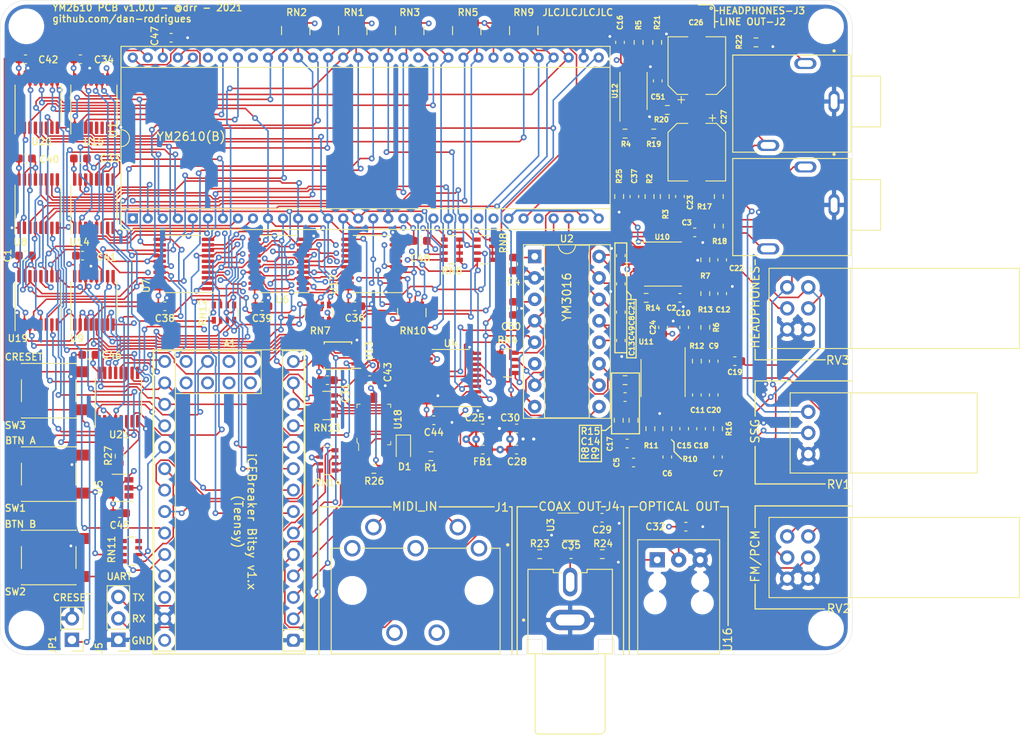
<source format=kicad_pcb>
(kicad_pcb (version 20171130) (host pcbnew "(5.1.8-0-10_14)")
  (layers (0 F.Cu signal) (1 In1.Cu power) (2 In2.Cu power) (31 B.Cu signal) (34 B.Paste user) (35 F.Paste user) (36 B.SilkS user) (37 F.SilkS user) (38 B.Mask user) (39 F.Mask user) (44 Edge.Cuts user))
  (net 0 "")
  (net 1 "Net-(U1-Pad61)")
  (net 2 "Net-(U1-Pad60)")
  (net 3 "Net-(U1-Pad58)")
  (net 4 "Net-(U1-Pad57)")
  (net 5 "Net-(U1-Pad25)")
  (net 6 "Net-(U1-Pad56)")
  (net 7 "Net-(U1-Pad24)")
  (net 8 "Net-(U1-Pad45)")
  (net 9 "Net-(U1-Pad9)")
  (net 10 "Net-(U1-Pad8)")
  (net 11 "Net-(U1-Pad39)")
  (net 12 "Net-(U1-Pad7)")
  (net 13 "Net-(U1-Pad6)")
  (net 14 "Net-(U1-Pad5)")
  (net 15 "Net-(U1-Pad4)")
  (net 16 "Net-(U1-Pad3)")
  (net 17 "Net-(U1-Pad2)")
  (net 18 +5V)
  (net 19 GND)
  (net 20 +3V3)
  (net 21 /PAD0)
  (net 22 /RAD1)
  (net 23 /RAD2)
  (net 24 /PA8)
  (net 25 /RA20)
  (net 26 /RAD0)
  (net 27 /~MUX_OE)
  (net 28 /MIDI_IN)
  (net 29 /YM_CLK_3V3)
  (net 30 /YM_SHIFT_LOAD)
  (net 31 /YM_SHIFT_OUT)
  (net 32 /DAC_SH2)
  (net 33 /DAC_SH1)
  (net 34 /DAC_CLK)
  (net 35 /MUX_SEL_1)
  (net 36 /MUX_SEL_0)
  (net 37 /SPDIF_OUT)
  (net 38 /PMPX_3V3)
  (net 39 /RMPX_3V3)
  (net 40 /YM_IO_1)
  (net 41 /YM_IO_0)
  (net 42 /YM_CLK_5V)
  (net 43 /~ROE)
  (net 44 /PA9)
  (net 45 /PAD1)
  (net 46 /RA21)
  (net 47 /PMPX)
  (net 48 /RMPX)
  (net 49 "Net-(U5-Pad1)")
  (net 50 /RAD7)
  (net 51 /R_LOAD)
  (net 52 /PAD7)
  (net 53 /P_LOAD)
  (net 54 /~POE)
  (net 55 /DAC_SH2_3V3)
  (net 56 /DAC_SH1_3V3)
  (net 57 /DAC_SO_3V3)
  (net 58 /DAC_CLK_3V3)
  (net 59 "Net-(U4-Pad9)")
  (net 60 "Net-(U4-Pad7)")
  (net 61 "Net-(D1-Pad2)")
  (net 62 "Net-(D1-Pad1)")
  (net 63 "Net-(J1-Pad3)")
  (net 64 "Net-(J1-Pad1)")
  (net 65 "Net-(J1-Pad4)")
  (net 66 "Net-(J1-Pad2)")
  (net 67 /PA11)
  (net 68 /PAD3)
  (net 69 /RA23)
  (net 70 /RAD3)
  (net 71 /RA22)
  (net 72 /PAD2)
  (net 73 /PA10)
  (net 74 /PAD5)
  (net 75 /RA9)
  (net 76 /RAD5)
  (net 77 /RAD4)
  (net 78 /RA8)
  (net 79 /PAD4)
  (net 80 /RAD6)
  (net 81 /PAD6)
  (net 82 "Net-(A1-Pad36)")
  (net 83 "Net-(A1-Pad35)")
  (net 84 "Net-(A1-Pad34)")
  (net 85 "Net-(A1-Pad33)")
  (net 86 "Net-(A1-Pad32)")
  (net 87 "Net-(A1-Pad31)")
  (net 88 "Net-(A1-Pad30)")
  (net 89 "Net-(A1-Pad29)")
  (net 90 /MUX_SEL_2)
  (net 91 /PCM_LOAD)
  (net 92 /BTN_B)
  (net 93 /BTN_A)
  (net 94 /YM_IO_3)
  (net 95 /YM_IO_2)
  (net 96 /UART_TX)
  (net 97 /UART_RX)
  (net 98 /DAC_CH1)
  (net 99 /DAC_CH2)
  (net 100 +5VA)
  (net 101 "Net-(C5-Pad2)")
  (net 102 "Net-(C5-Pad1)")
  (net 103 "Net-(C6-Pad2)")
  (net 104 "Net-(C6-Pad1)")
  (net 105 "Net-(C7-Pad2)")
  (net 106 "Net-(C7-Pad1)")
  (net 107 "Net-(C9-Pad2)")
  (net 108 "Net-(C19-Pad2)")
  (net 109 "Net-(C10-Pad2)")
  (net 110 "Net-(C11-Pad2)")
  (net 111 "Net-(C11-Pad1)")
  (net 112 "Net-(C12-Pad2)")
  (net 113 "Net-(C13-Pad1)")
  (net 114 "Net-(C14-Pad2)")
  (net 115 "Net-(C14-Pad1)")
  (net 116 "Net-(C15-Pad2)")
  (net 117 "Net-(C15-Pad1)")
  (net 118 /FILTERED_CH1)
  (net 119 /FILTERED_CH2)
  (net 120 "Net-(C22-Pad2)")
  (net 121 "Net-(C23-Pad2)")
  (net 122 "Net-(C26-Pad2)")
  (net 123 "Net-(C26-Pad1)")
  (net 124 "Net-(C27-Pad2)")
  (net 125 "Net-(C27-Pad1)")
  (net 126 "Net-(C35-Pad2)")
  (net 127 "Net-(C35-Pad1)")
  (net 128 /SSG)
  (net 129 "Net-(C37-Pad1)")
  (net 130 "Net-(J2-Pad5)")
  (net 131 "Net-(J2-Pad2)")
  (net 132 "Net-(R2-Pad1)")
  (net 133 "Net-(R3-Pad1)")
  (net 134 /HEADPHONE_L)
  (net 135 /HEADPHONE_R)
  (net 136 "Net-(R6-Pad2)")
  (net 137 "Net-(R7-Pad2)")
  (net 138 "Net-(R14-Pad2)")
  (net 139 "Net-(R14-Pad1)")
  (net 140 "Net-(R23-Pad2)")
  (net 141 "Net-(R26-Pad2)")
  (net 142 /DAC_SO)
  (net 143 "Net-(RN5-Pad5)")
  (net 144 "Net-(RN5-Pad6)")
  (net 145 "Net-(RN5-Pad4)")
  (net 146 "Net-(RN5-Pad3)")
  (net 147 "Net-(RN11-Pad5)")
  (net 148 "Net-(RN11-Pad6)")
  (net 149 "Net-(RN11-Pad8)")
  (net 150 "Net-(RN11-Pad7)")
  (net 151 "Net-(RN11-Pad4)")
  (net 152 "Net-(RN11-Pad3)")
  (net 153 "Net-(RN12-Pad4)")
  (net 154 "Net-(RN12-Pad2)")
  (net 155 "Net-(RN12-Pad3)")
  (net 156 "Net-(RN12-Pad1)")
  (net 157 "Net-(RN13-Pad4)")
  (net 158 "Net-(RN13-Pad2)")
  (net 159 "Net-(RN13-Pad3)")
  (net 160 "Net-(RN13-Pad1)")
  (net 161 /UART_RX_HEADER)
  (net 162 /UART_TX_HEADER)
  (net 163 /~DAC_IC)
  (net 164 "Net-(U17-Pad16)")
  (net 165 "Net-(U17-Pad17)")
  (net 166 "Net-(U17-Pad18)")
  (net 167 "Net-(U17-Pad19)")
  (net 168 "Net-(U21-Pad6)")
  (net 169 "Net-(U21-Pad5)")
  (net 170 "Net-(U21-Pad13)")
  (net 171 "Net-(U21-Pad14)")
  (net 172 "Net-(U14-Pad9)")
  (net 173 "Net-(U15-Pad9)")
  (net 174 "Net-(U15-Pad7)")
  (net 175 "Net-(U15-Pad6)")
  (net 176 "Net-(U17-Pad15)")
  (net 177 "Net-(U17-Pad14)")
  (net 178 "Net-(U17-Pad13)")
  (net 179 "Net-(U17-Pad12)")
  (net 180 "Net-(U19-Pad9)")
  (net 181 "Net-(U19-Pad7)")
  (net 182 "Net-(U20-Pad9)")
  (net 183 "Net-(U20-Pad7)")
  (net 184 "Net-(U15-Pad5)")
  (net 185 "Net-(R27-Pad2)")
  (net 186 "Net-(C49-Pad2)")
  (net 187 "Net-(RN14-Pad2)")
  (net 188 "Net-(RN14-Pad1)")
  (net 189 /LINE_L)
  (net 190 /LINE_R)
  (net 191 /RB_2V5)
  (net 192 "Net-(C49-Pad1)")
  (net 193 "Net-(C22-Pad1)")
  (net 194 "Net-(C23-Pad1)")
  (module Bourns_Potentiometer:PTD901-2015K-A103 (layer F.Cu) (at 113.7 107.25)
    (fp_text reference RV1 (at 3.1 -3.65 180) (layer F.SilkS))
    (fp_text value SSG_VOLUME)
    (pad 3 thru_hole circle (at -0.5 -12.25) (size 1.7 1.7) (drill 1) (layers *.Cu *.Mask) (net 128 /SSG))
    (pad 1 thru_hole circle (at -0.5 -7.25) (size 1.7 1.7) (drill 1) (layers *.Cu *.Mask) (net 19 GND))
    (pad 2 thru_hole circle (at -0.5 -9.75) (size 1.7 1.7) (drill 1) (layers *.Cu *.Mask) (net 105 "Net-(C7-Pad2)"))
  )
  (module CUI_RCJ:RCJ-04 (layer F.Cu) (at 85 123.65 270)
    (fp_text reference J4 (at -17.45 -5 180) (layer F.SilkS))
    (fp_text value SPDIF_COAX)
    (pad 2 thru_hole oval (at -8.5 0 270) (size 3.4 1.7) (drill oval 2.3 1) (layers *.Cu *.Mask) (net 127 "Net-(C35-Pad1)"))
    (pad 1 thru_hole oval (at -4 0 270) (size 2.4 4.8) (drill oval 1.3 3.4) (layers *.Cu *.Mask) (net 19 GND))
  )
  (module CUI_DIN:CUI_SDS-50J (layer F.Cu) (at 66.7 111.15)
    (fp_text reference J1 (at 10.2 -4.85) (layer F.SilkS) (effects (font (size 1.0007 1.0007))))
    (fp_text value MIDI_IN (at -0.1 -4.95) (layer F.SilkS) (effects (font (size 1.00146 1.00146))))
    (pad Hole np_thru_hole circle (at 7.5 5) (size 2.4 2.4) (drill 2.4) (layers *.Cu *.Mask F.SilkS))
    (pad Hole np_thru_hole circle (at -7.5 5) (size 2.4 2.4) (drill 2.4) (layers *.Cu *.Mask F.SilkS))
    (pad S2 thru_hole circle (at 2.5 10) (size 1.95 1.95) (drill 1.3) (layers *.Cu *.Mask))
    (pad S1 thru_hole circle (at -2.5 10) (size 1.95 1.95) (drill 1.3) (layers *.Cu *.Mask))
    (pad 3 thru_hole circle (at -7.5 0) (size 1.95 1.95) (drill 1.3) (layers *.Cu *.Mask) (net 63 "Net-(J1-Pad3)"))
    (pad 5 thru_hole circle (at -5 -2.5) (size 1.95 1.95) (drill 1.3) (layers *.Cu *.Mask) (net 61 "Net-(D1-Pad2)"))
    (pad 1 thru_hole circle (at 7.5 0) (size 1.95 1.95) (drill 1.3) (layers *.Cu *.Mask) (net 64 "Net-(J1-Pad1)"))
    (pad 4 thru_hole circle (at 5 -2.5) (size 1.95 1.95) (drill 1.3) (layers *.Cu *.Mask) (net 65 "Net-(J1-Pad4)"))
    (pad 2 thru_hole circle (at 0 0) (size 1.95 1.95) (drill 1.3) (layers *.Cu *.Mask) (net 66 "Net-(J1-Pad2)"))
  )
  (module Cliff_Electronic_Optical:FCR684208T (layer F.Cu) (at 91.5 120.15 270)
    (fp_text reference U16 (at 1.85 -12.15 90) (layer F.SilkS))
    (fp_text value SPDIF_OPTICAL)
    (pad "" np_thru_hole circle (at -2.52 -9.15 270) (size 1.7 1.7) (drill 1.7) (layers *.Cu *.Mask))
    (pad "" np_thru_hole circle (at -5.08 -8.89 270) (size 1.1 1.1) (drill 1.1) (layers *.Cu *.Mask))
    (pad "" np_thru_hole circle (at -2.52 -3.55 270) (size 1.7 1.7) (drill 1.7) (layers *.Cu *.Mask))
    (pad 1 thru_hole circle (at -7.62 -8.89 270) (size 1.8 1.8) (drill 0.8) (layers *.Cu *.Mask) (net 19 GND))
    (pad 2 thru_hole circle (at -7.62 -6.35 270) (size 1.8 1.8) (drill 0.8) (layers *.Cu *.Mask) (net 20 +3V3))
    (pad 3 thru_hole rect (at -7.62 -3.81 270) (size 1.8 1.8) (drill 0.8) (layers *.Cu *.Mask) (net 37 /SPDIF_OUT))
    (pad "" np_thru_hole circle (at -5.02 -3.81 270) (size 1.1 1.1) (drill 1.1) (layers *.Cu *.Mask))
  )
  (module DIP_Socket:DIP-64_W19.05mm_P1.78mm_Socket (layer F.Cu) (at 33.2 72.1 90)
    (fp_text reference U1 (at 10.5 -2.33 90) (layer F.SilkS))
    (fp_text value YM2610)
    (pad 64 thru_hole oval (at 19.05 0 90) (size 1.2 1.2) (drill 0.6) (layers *.Cu *.Mask) (net 34 /DAC_CLK))
    (pad 32 thru_hole oval (at 0 55.18 90) (size 1.2 1.2) (drill 0.6) (layers *.Cu *.Mask) (net 19 GND))
    (pad 63 thru_hole oval (at 19.05 1.78 90) (size 1.2 1.2) (drill 0.6) (layers *.Cu *.Mask) (net 42 /YM_CLK_5V))
    (pad 31 thru_hole oval (at 0 53.4 90) (size 1.2 1.2) (drill 0.6) (layers *.Cu *.Mask) (net 142 /DAC_SO))
    (pad 62 thru_hole oval (at 19.05 3.56 90) (size 1.2 1.2) (drill 0.6) (layers *.Cu *.Mask) (net 18 +5V))
    (pad 30 thru_hole oval (at 0 51.62 90) (size 1.2 1.2) (drill 0.6) (layers *.Cu *.Mask) (net 32 /DAC_SH2))
    (pad 61 thru_hole oval (at 19.05 5.34 90) (size 1.2 1.2) (drill 0.6) (layers *.Cu *.Mask) (net 1 "Net-(U1-Pad61)"))
    (pad 29 thru_hole oval (at 0 49.84 90) (size 1.2 1.2) (drill 0.6) (layers *.Cu *.Mask) (net 33 /DAC_SH1))
    (pad 60 thru_hole oval (at 19.05 7.12 90) (size 1.2 1.2) (drill 0.6) (layers *.Cu *.Mask) (net 2 "Net-(U1-Pad60)"))
    (pad 28 thru_hole oval (at 0 48.06 90) (size 1.2 1.2) (drill 0.6) (layers *.Cu *.Mask) (net 100 +5VA))
    (pad 59 thru_hole oval (at 19.05 8.9 90) (size 1.2 1.2) (drill 0.6) (layers *.Cu *.Mask) (net 18 +5V))
    (pad 27 thru_hole oval (at 0 46.28 90) (size 1.2 1.2) (drill 0.6) (layers *.Cu *.Mask) (net 129 "Net-(C37-Pad1)"))
    (pad 58 thru_hole oval (at 19.05 10.68 90) (size 1.2 1.2) (drill 0.6) (layers *.Cu *.Mask) (net 3 "Net-(U1-Pad58)"))
    (pad 26 thru_hole oval (at 0 44.5 90) (size 1.2 1.2) (drill 0.6) (layers *.Cu *.Mask) (net 19 GND))
    (pad 57 thru_hole oval (at 19.05 12.46 90) (size 1.2 1.2) (drill 0.6) (layers *.Cu *.Mask) (net 4 "Net-(U1-Pad57)"))
    (pad 25 thru_hole oval (at 0 42.72 90) (size 1.2 1.2) (drill 0.6) (layers *.Cu *.Mask) (net 5 "Net-(U1-Pad25)"))
    (pad 56 thru_hole oval (at 19.05 14.24 90) (size 1.2 1.2) (drill 0.6) (layers *.Cu *.Mask) (net 6 "Net-(U1-Pad56)"))
    (pad 24 thru_hole oval (at 0 40.94 90) (size 1.2 1.2) (drill 0.6) (layers *.Cu *.Mask) (net 7 "Net-(U1-Pad24)"))
    (pad 55 thru_hole oval (at 19.05 16.02 90) (size 1.2 1.2) (drill 0.6) (layers *.Cu *.Mask) (net 52 /PAD7))
    (pad 23 thru_hole oval (at 0 39.16 90) (size 1.2 1.2) (drill 0.6) (layers *.Cu *.Mask) (net 78 /RA8))
    (pad 54 thru_hole oval (at 19.05 17.8 90) (size 1.2 1.2) (drill 0.6) (layers *.Cu *.Mask) (net 81 /PAD6))
    (pad 22 thru_hole oval (at 0 37.38 90) (size 1.2 1.2) (drill 0.6) (layers *.Cu *.Mask) (net 75 /RA9))
    (pad 53 thru_hole oval (at 19.05 19.58 90) (size 1.2 1.2) (drill 0.6) (layers *.Cu *.Mask) (net 74 /PAD5))
    (pad 21 thru_hole oval (at 0 35.6 90) (size 1.2 1.2) (drill 0.6) (layers *.Cu *.Mask) (net 43 /~ROE))
    (pad 52 thru_hole oval (at 19.05 21.36 90) (size 1.2 1.2) (drill 0.6) (layers *.Cu *.Mask) (net 79 /PAD4))
    (pad 20 thru_hole oval (at 0 33.82 90) (size 1.2 1.2) (drill 0.6) (layers *.Cu *.Mask) (net 48 /RMPX))
    (pad 51 thru_hole oval (at 19.05 23.14 90) (size 1.2 1.2) (drill 0.6) (layers *.Cu *.Mask) (net 68 /PAD3))
    (pad 19 thru_hole oval (at 0 32.04 90) (size 1.2 1.2) (drill 0.6) (layers *.Cu *.Mask) (net 18 +5V))
    (pad 50 thru_hole oval (at 19.05 24.92 90) (size 1.2 1.2) (drill 0.6) (layers *.Cu *.Mask) (net 72 /PAD2))
    (pad 18 thru_hole oval (at 0 30.26 90) (size 1.2 1.2) (drill 0.6) (layers *.Cu *.Mask) (net 19 GND))
    (pad 49 thru_hole oval (at 19.05 26.7 90) (size 1.2 1.2) (drill 0.6) (layers *.Cu *.Mask) (net 45 /PAD1))
    (pad 17 thru_hole oval (at 0 28.48 90) (size 1.2 1.2) (drill 0.6) (layers *.Cu *.Mask) (net 26 /RAD0))
    (pad 48 thru_hole oval (at 19.05 28.48 90) (size 1.2 1.2) (drill 0.6) (layers *.Cu *.Mask) (net 21 /PAD0))
    (pad 16 thru_hole oval (at 0 26.7 90) (size 1.2 1.2) (drill 0.6) (layers *.Cu *.Mask) (net 22 /RAD1))
    (pad 47 thru_hole oval (at 19.05 30.26 90) (size 1.2 1.2) (drill 0.6) (layers *.Cu *.Mask) (net 47 /PMPX))
    (pad 15 thru_hole oval (at 0 24.92 90) (size 1.2 1.2) (drill 0.6) (layers *.Cu *.Mask) (net 23 /RAD2))
    (pad 46 thru_hole oval (at 19.05 32.04 90) (size 1.2 1.2) (drill 0.6) (layers *.Cu *.Mask) (net 54 /~POE))
    (pad 14 thru_hole oval (at 0 23.14 90) (size 1.2 1.2) (drill 0.6) (layers *.Cu *.Mask) (net 70 /RAD3))
    (pad 45 thru_hole oval (at 19.05 33.82 90) (size 1.2 1.2) (drill 0.6) (layers *.Cu *.Mask) (net 8 "Net-(U1-Pad45)"))
    (pad 13 thru_hole oval (at 0 21.36 90) (size 1.2 1.2) (drill 0.6) (layers *.Cu *.Mask) (net 77 /RAD4))
    (pad 44 thru_hole oval (at 19.05 35.6 90) (size 1.2 1.2) (drill 0.6) (layers *.Cu *.Mask) (net 67 /PA11))
    (pad 12 thru_hole oval (at 0 19.58 90) (size 1.2 1.2) (drill 0.6) (layers *.Cu *.Mask) (net 76 /RAD5))
    (pad 43 thru_hole oval (at 19.05 37.38 90) (size 1.2 1.2) (drill 0.6) (layers *.Cu *.Mask) (net 73 /PA10))
    (pad 11 thru_hole oval (at 0 17.8 90) (size 1.2 1.2) (drill 0.6) (layers *.Cu *.Mask) (net 80 /RAD6))
    (pad 42 thru_hole oval (at 19.05 39.16 90) (size 1.2 1.2) (drill 0.6) (layers *.Cu *.Mask) (net 44 /PA9))
    (pad 10 thru_hole oval (at 0 16.02 90) (size 1.2 1.2) (drill 0.6) (layers *.Cu *.Mask) (net 50 /RAD7))
    (pad 41 thru_hole oval (at 19.05 40.94 90) (size 1.2 1.2) (drill 0.6) (layers *.Cu *.Mask) (net 24 /PA8))
    (pad 9 thru_hole oval (at 0 14.24 90) (size 1.2 1.2) (drill 0.6) (layers *.Cu *.Mask) (net 9 "Net-(U1-Pad9)"))
    (pad 40 thru_hole oval (at 19.05 42.72 90) (size 1.2 1.2) (drill 0.6) (layers *.Cu *.Mask) (net 18 +5V))
    (pad 8 thru_hole oval (at 0 12.46 90) (size 1.2 1.2) (drill 0.6) (layers *.Cu *.Mask) (net 10 "Net-(U1-Pad8)"))
    (pad 39 thru_hole oval (at 19.05 44.5 90) (size 1.2 1.2) (drill 0.6) (layers *.Cu *.Mask) (net 11 "Net-(U1-Pad39)"))
    (pad 7 thru_hole oval (at 0 10.68 90) (size 1.2 1.2) (drill 0.6) (layers *.Cu *.Mask) (net 12 "Net-(U1-Pad7)"))
    (pad 38 thru_hole oval (at 19.05 46.28 90) (size 1.2 1.2) (drill 0.6) (layers *.Cu *.Mask) (net 69 /RA23))
    (pad 6 thru_hole oval (at 0 8.9 90) (size 1.2 1.2) (drill 0.6) (layers *.Cu *.Mask) (net 13 "Net-(U1-Pad6)"))
    (pad 37 thru_hole oval (at 19.05 48.06 90) (size 1.2 1.2) (drill 0.6) (layers *.Cu *.Mask) (net 71 /RA22))
    (pad 5 thru_hole oval (at 0 7.12 90) (size 1.2 1.2) (drill 0.6) (layers *.Cu *.Mask) (net 14 "Net-(U1-Pad5)"))
    (pad 36 thru_hole oval (at 19.05 49.84 90) (size 1.2 1.2) (drill 0.6) (layers *.Cu *.Mask) (net 46 /RA21))
    (pad 4 thru_hole oval (at 0 5.34 90) (size 1.2 1.2) (drill 0.6) (layers *.Cu *.Mask) (net 15 "Net-(U1-Pad4)"))
    (pad 35 thru_hole oval (at 19.05 51.62 90) (size 1.2 1.2) (drill 0.6) (layers *.Cu *.Mask) (net 25 /RA20))
    (pad 3 thru_hole oval (at 0 3.56 90) (size 1.2 1.2) (drill 0.6) (layers *.Cu *.Mask) (net 16 "Net-(U1-Pad3)"))
    (pad 34 thru_hole oval (at 19.05 53.4 90) (size 1.2 1.2) (drill 0.6) (layers *.Cu *.Mask) (net 19 GND))
    (pad 2 thru_hole oval (at 0 1.78 90) (size 1.2 1.2) (drill 0.6) (layers *.Cu *.Mask) (net 17 "Net-(U1-Pad2)"))
    (pad 33 thru_hole oval (at 19.05 55.18 90) (size 1.2 1.2) (drill 0.6) (layers *.Cu *.Mask) (net 163 /~DAC_IC))
    (pad 1 thru_hole rect (at 0 0 90) (size 1.2 1.2) (drill 0.6) (layers *.Cu *.Mask) (net 19 GND))
  )
  (module Switchcraft:SWITCHCRAFT_35RAPC2BH3 (layer F.Cu) (at 118.25 70.5 180)
    (fp_text reference J2 hide)
    (fp_text value LINE_OUT)
    (pad 5 thru_hole oval (at 5.4 4.5 180) (size 2.616 1.308) (drill oval 1.8 0.8) (layers *.Cu *.Mask) (net 130 "Net-(J2-Pad5)"))
    (pad 1 thru_hole oval (at 2 0 180) (size 1.308 2.616) (drill oval 0.8 1.8) (layers *.Cu *.Mask) (net 19 GND))
    (pad 2 thru_hole oval (at 9.8 -5.2 180) (size 2.616 1.308) (drill oval 1.8 0.8) (layers *.Cu *.Mask) (net 131 "Net-(J2-Pad2)"))
  )
  (module Capacitor_SMD:C_0603_1608Metric (layer F.Cu) (at 95.37 55.81 270)
    (fp_text reference C51 (at 1.89 -0.03 180) (layer F.SilkS) (effects (font (size 0.6 0.6))))
    (fp_text value 10uF)
    (pad 2 smd roundrect (at 0.775 0 270) (size 0.9 0.95) (layers F.Cu F.Paste F.Mask) (net 191 /RB_2V5))
    (pad 1 smd roundrect (at -0.775 0 270) (size 0.9 0.95) (layers F.Cu F.Paste F.Mask) (net 19 GND))
  )
  (module Package_SO:TSSOP-20_4.4x6.5mm_P0.65mm (layer F.Cu) (at 50.5 77.5 180)
    (fp_text reference U6 (at -0.4 -4.2) (layer F.SilkS) (effects (font (size 0.8128 0.8128))))
    (fp_text value 74HCT573)
    (pad 20 smd roundrect (at 2.8625 -2.925 180) (size 1.475 0.4) (layers F.Cu F.Paste F.Mask) (net 18 +5V))
    (pad 19 smd roundrect (at 2.8625 -2.275 180) (size 1.475 0.4) (layers F.Cu F.Paste F.Mask) (net 26 /RAD0))
    (pad 18 smd roundrect (at 2.8625 -1.625 180) (size 1.475 0.4) (layers F.Cu F.Paste F.Mask) (net 22 /RAD1))
    (pad 17 smd roundrect (at 2.8625 -0.975 180) (size 1.475 0.4) (layers F.Cu F.Paste F.Mask) (net 23 /RAD2))
    (pad 16 smd roundrect (at 2.8625 -0.325 180) (size 1.475 0.4) (layers F.Cu F.Paste F.Mask) (net 70 /RAD3))
    (pad 15 smd roundrect (at 2.8625 0.325 180) (size 1.475 0.4) (layers F.Cu F.Paste F.Mask) (net 77 /RAD4))
    (pad 14 smd roundrect (at 2.8625 0.975 180) (size 1.475 0.4) (layers F.Cu F.Paste F.Mask) (net 76 /RAD5))
    (pad 13 smd roundrect (at 2.8625 1.625 180) (size 1.475 0.4) (layers F.Cu F.Paste F.Mask) (net 80 /RAD6))
    (pad 12 smd roundrect (at 2.8625 2.275 180) (size 1.475 0.4) (layers F.Cu F.Paste F.Mask) (net 50 /RAD7))
    (pad 11 smd roundrect (at 2.8625 2.925 180) (size 1.475 0.4) (layers F.Cu F.Paste F.Mask) (net 51 /R_LOAD))
    (pad 10 smd roundrect (at -2.8625 2.925 180) (size 1.475 0.4) (layers F.Cu F.Paste F.Mask) (net 19 GND))
    (pad 9 smd roundrect (at -2.8625 2.275 180) (size 1.475 0.4) (layers F.Cu F.Paste F.Mask) (net 94 /YM_IO_3))
    (pad 8 smd roundrect (at -2.8625 1.625 180) (size 1.475 0.4) (layers F.Cu F.Paste F.Mask) (net 95 /YM_IO_2))
    (pad 7 smd roundrect (at -2.8625 0.975 180) (size 1.475 0.4) (layers F.Cu F.Paste F.Mask) (net 40 /YM_IO_1))
    (pad 6 smd roundrect (at -2.8625 0.325 180) (size 1.475 0.4) (layers F.Cu F.Paste F.Mask) (net 41 /YM_IO_0))
    (pad 5 smd roundrect (at -2.8625 -0.325 180) (size 1.475 0.4) (layers F.Cu F.Paste F.Mask) (net 164 "Net-(U17-Pad16)"))
    (pad 4 smd roundrect (at -2.8625 -0.975 180) (size 1.475 0.4) (layers F.Cu F.Paste F.Mask) (net 165 "Net-(U17-Pad17)"))
    (pad 3 smd roundrect (at -2.8625 -1.625 180) (size 1.475 0.4) (layers F.Cu F.Paste F.Mask) (net 166 "Net-(U17-Pad18)"))
    (pad 2 smd roundrect (at -2.8625 -2.275 180) (size 1.475 0.4) (layers F.Cu F.Paste F.Mask) (net 167 "Net-(U17-Pad19)"))
    (pad 1 smd roundrect (at -2.8625 -2.925 180) (size 1.475 0.4) (layers F.Cu F.Paste F.Mask) (net 43 /~ROE))
  )
  (module Package_SO:TSSOP-16_4.4x5mm_P0.65mm (layer F.Cu) (at 22 58.5 90)
    (fp_text reference U20 (at -4.5 0.4 180) (layer F.SilkS) (effects (font (size 0.8128 0.8128))))
    (fp_text value 74HCT153)
    (pad 16 smd roundrect (at 2.8625 -2.275 90) (size 1.475 0.4) (layers F.Cu F.Paste F.Mask) (net 18 +5V))
    (pad 15 smd roundrect (at 2.8625 -1.625 90) (size 1.475 0.4) (layers F.Cu F.Paste F.Mask) (net 19 GND))
    (pad 14 smd roundrect (at 2.8625 -0.975 90) (size 1.475 0.4) (layers F.Cu F.Paste F.Mask) (net 36 /MUX_SEL_0))
    (pad 13 smd roundrect (at 2.8625 -0.325 90) (size 1.475 0.4) (layers F.Cu F.Paste F.Mask) (net 19 GND))
    (pad 12 smd roundrect (at 2.8625 0.325 90) (size 1.475 0.4) (layers F.Cu F.Paste F.Mask) (net 52 /PAD7))
    (pad 11 smd roundrect (at 2.8625 0.975 90) (size 1.475 0.4) (layers F.Cu F.Paste F.Mask) (net 19 GND))
    (pad 10 smd roundrect (at 2.8625 1.625 90) (size 1.475 0.4) (layers F.Cu F.Paste F.Mask) (net 50 /RAD7))
    (pad 9 smd roundrect (at 2.8625 2.275 90) (size 1.475 0.4) (layers F.Cu F.Paste F.Mask) (net 182 "Net-(U20-Pad9)"))
    (pad 8 smd roundrect (at -2.8625 2.275 90) (size 1.475 0.4) (layers F.Cu F.Paste F.Mask) (net 19 GND))
    (pad 7 smd roundrect (at -2.8625 1.625 90) (size 1.475 0.4) (layers F.Cu F.Paste F.Mask) (net 183 "Net-(U20-Pad7)"))
    (pad 6 smd roundrect (at -2.8625 0.975 90) (size 1.475 0.4) (layers F.Cu F.Paste F.Mask) (net 70 /RAD3))
    (pad 5 smd roundrect (at -2.8625 0.325 90) (size 1.475 0.4) (layers F.Cu F.Paste F.Mask) (net 69 /RA23))
    (pad 4 smd roundrect (at -2.8625 -0.325 90) (size 1.475 0.4) (layers F.Cu F.Paste F.Mask) (net 68 /PAD3))
    (pad 3 smd roundrect (at -2.8625 -0.975 90) (size 1.475 0.4) (layers F.Cu F.Paste F.Mask) (net 67 /PA11))
    (pad 2 smd roundrect (at -2.8625 -1.625 90) (size 1.475 0.4) (layers F.Cu F.Paste F.Mask) (net 35 /MUX_SEL_1))
    (pad 1 smd roundrect (at -2.8625 -2.275 90) (size 1.475 0.4) (layers F.Cu F.Paste F.Mask) (net 19 GND))
  )
  (module Capacitor_SMD:C_0603_1608Metric (layer F.Cu) (at 78.25 82.75 90)
    (fp_text reference C50 (at -2.15 -0.25 180) (layer F.SilkS) (effects (font (size 0.8128 0.8128))))
    (fp_text value 100nF)
    (pad 2 smd roundrect (at 0.775 0 90) (size 0.9 0.95) (layers F.Cu F.Paste F.Mask) (net 100 +5VA))
    (pad 1 smd roundrect (at -0.775 0 90) (size 0.9 0.95) (layers F.Cu F.Paste F.Mask) (net 19 GND))
  )
  (module Inductor_SMD:L_0603_1608Metric (layer F.Cu) (at 74.65 99.47 180)
    (fp_text reference FB1 (at 0 -1.43) (layer F.SilkS) (effects (font (size 0.8128 0.8128))))
    (fp_text value BLM18PG221SN1D)
    (pad 2 smd roundrect (at 0.7875 0 180) (size 0.875 0.95) (layers F.Cu F.Paste F.Mask) (net 18 +5V))
    (pad 1 smd roundrect (at -0.7875 0 180) (size 0.875 0.95) (layers F.Cu F.Paste F.Mask) (net 100 +5VA))
  )
  (module Capacitor_SMD:C_0603_1608Metric (layer F.Cu) (at 78.65 96.97)
    (fp_text reference C30 (at -0.75 -1.27) (layer F.SilkS) (effects (font (size 0.8128 0.8128))))
    (fp_text value 10uF)
    (pad 2 smd roundrect (at 0.775 0) (size 0.9 0.95) (layers F.Cu F.Paste F.Mask) (net 19 GND))
    (pad 1 smd roundrect (at -0.775 0) (size 0.9 0.95) (layers F.Cu F.Paste F.Mask) (net 100 +5VA))
  )
  (module Capacitor_SMD:C_0603_1608Metric (layer F.Cu) (at 78.65 99.47)
    (fp_text reference C28 (at 0.05 1.43) (layer F.SilkS) (effects (font (size 0.8128 0.8128))))
    (fp_text value 100nF)
    (pad 2 smd roundrect (at 0.775 0) (size 0.9 0.95) (layers F.Cu F.Paste F.Mask) (net 19 GND))
    (pad 1 smd roundrect (at -0.775 0) (size 0.9 0.95) (layers F.Cu F.Paste F.Mask) (net 100 +5VA))
  )
  (module Capacitor_SMD:C_0603_1608Metric (layer F.Cu) (at 74.65 96.97)
    (fp_text reference C25 (at -0.95 -1.27) (layer F.SilkS) (effects (font (size 0.8128 0.8128))))
    (fp_text value 10nF)
    (pad 2 smd roundrect (at 0.775 0) (size 0.9 0.95) (layers F.Cu F.Paste F.Mask) (net 19 GND))
    (pad 1 smd roundrect (at -0.775 0) (size 0.9 0.95) (layers F.Cu F.Paste F.Mask) (net 18 +5V))
  )
  (module pkl_module:iCEBreaker_Bitsy_THT (layer F.Cu) (at 44.6 105.65 180)
    (fp_text reference A1 (at -0.1 18.75) (layer F.SilkS) (effects (font (size 0.8 0.8))))
    (fp_text value iCEBreaker_Bitsy)
    (pad 36 thru_hole circle (at 5.08 14.08 180) (size 1.524 1.524) (drill 0.9652) (layers *.Cu *.Mask) (net 82 "Net-(A1-Pad36)"))
    (pad 35 thru_hole circle (at 2.54 14.08 180) (size 1.524 1.524) (drill 0.9652) (layers *.Cu *.Mask) (net 83 "Net-(A1-Pad35)"))
    (pad 34 thru_hole circle (at 0 14.08 180) (size 1.524 1.524) (drill 0.9652) (layers *.Cu *.Mask) (net 84 "Net-(A1-Pad34)"))
    (pad 33 thru_hole circle (at -2.54 14.08 180) (size 1.524 1.524) (drill 0.9652) (layers *.Cu *.Mask) (net 85 "Net-(A1-Pad33)"))
    (pad 32 thru_hole circle (at 5.08 16.62 180) (size 1.524 1.524) (drill 0.9652) (layers *.Cu *.Mask) (net 86 "Net-(A1-Pad32)"))
    (pad 31 thru_hole circle (at 2.54 16.62 180) (size 1.524 1.524) (drill 0.9652) (layers *.Cu *.Mask) (net 87 "Net-(A1-Pad31)"))
    (pad 30 thru_hole circle (at 0 16.62 180) (size 1.524 1.524) (drill 0.9652) (layers *.Cu *.Mask) (net 88 "Net-(A1-Pad30)"))
    (pad 29 thru_hole circle (at -2.54 16.62 180) (size 1.524 1.524) (drill 0.9652) (layers *.Cu *.Mask) (net 89 "Net-(A1-Pad29)"))
    (pad 28 thru_hole circle (at 7.62 -16.4 90) (size 1.524 1.524) (drill 0.9652) (layers *.Cu *.Mask) (net 18 +5V))
    (pad 27 thru_hole circle (at 7.62 -13.86 90) (size 1.524 1.524) (drill 0.9652) (layers *.Cu *.Mask) (net 19 GND))
    (pad 26 thru_hole circle (at 7.62 -11.32 90) (size 1.524 1.524) (drill 0.9652) (layers *.Cu *.Mask) (net 20 +3V3))
    (pad 25 thru_hole circle (at 7.62 -8.78 90) (size 1.524 1.524) (drill 0.9652) (layers *.Cu *.Mask) (net 29 /YM_CLK_3V3))
    (pad 24 thru_hole circle (at 7.62 -6.24 90) (size 1.524 1.524) (drill 0.9652) (layers *.Cu *.Mask) (net 30 /YM_SHIFT_LOAD))
    (pad 23 thru_hole circle (at 7.62 -3.7 90) (size 1.524 1.524) (drill 0.9652) (layers *.Cu *.Mask) (net 31 /YM_SHIFT_OUT))
    (pad 22 thru_hole circle (at 7.62 -1.16 90) (size 1.524 1.524) (drill 0.9652) (layers *.Cu *.Mask) (net 55 /DAC_SH2_3V3))
    (pad 21 thru_hole circle (at 7.62 1.38 90) (size 1.524 1.524) (drill 0.9652) (layers *.Cu *.Mask) (net 57 /DAC_SO_3V3))
    (pad 20 thru_hole circle (at 7.62 3.92 90) (size 1.524 1.524) (drill 0.9652) (layers *.Cu *.Mask) (net 92 /BTN_B))
    (pad 19 thru_hole circle (at 7.62 6.46 90) (size 1.524 1.524) (drill 0.9652) (layers *.Cu *.Mask) (net 93 /BTN_A))
    (pad 18 thru_hole circle (at 7.62 9 90) (size 1.524 1.524) (drill 0.9652) (layers *.Cu *.Mask) (net 90 /MUX_SEL_2))
    (pad 17 thru_hole circle (at 7.62 11.54 90) (size 1.524 1.524) (drill 0.9652) (layers *.Cu *.Mask) (net 35 /MUX_SEL_1))
    (pad 16 thru_hole circle (at 7.62 14.08 90) (size 1.524 1.524) (drill 0.9652) (layers *.Cu *.Mask) (net 36 /MUX_SEL_0))
    (pad 15 thru_hole circle (at 7.62 16.62 90) (size 1.524 1.524) (drill 0.9652) (layers *.Cu *.Mask) (net 27 /~MUX_OE))
    (pad 14 thru_hole circle (at -7.62 16.62 90) (size 1.524 1.524) (drill 0.9652) (layers *.Cu *.Mask) (net 56 /DAC_SH1_3V3))
    (pad 13 thru_hole circle (at -7.62 14.08 90) (size 1.524 1.524) (drill 0.9652) (layers *.Cu *.Mask) (net 58 /DAC_CLK_3V3))
    (pad 12 thru_hole circle (at -7.62 11.54 90) (size 1.524 1.524) (drill 0.9652) (layers *.Cu *.Mask) (net 38 /PMPX_3V3))
    (pad 11 thru_hole circle (at -7.62 9 90) (size 1.524 1.524) (drill 0.9652) (layers *.Cu *.Mask) (net 39 /RMPX_3V3))
    (pad 10 thru_hole circle (at -7.62 6.46 90) (size 1.524 1.524) (drill 0.9652) (layers *.Cu *.Mask) (net 94 /YM_IO_3))
    (pad 9 thru_hole circle (at -7.62 3.92 90) (size 1.524 1.524) (drill 0.9652) (layers *.Cu *.Mask) (net 95 /YM_IO_2))
    (pad 8 thru_hole circle (at -7.62 1.38 90) (size 1.524 1.524) (drill 0.9652) (layers *.Cu *.Mask) (net 40 /YM_IO_1))
    (pad 7 thru_hole circle (at -7.62 -1.16 90) (size 1.524 1.524) (drill 0.9652) (layers *.Cu *.Mask) (net 41 /YM_IO_0))
    (pad 6 thru_hole circle (at -7.62 -3.7 90) (size 1.524 1.524) (drill 0.9652) (layers *.Cu *.Mask) (net 91 /PCM_LOAD))
    (pad 5 thru_hole circle (at -7.62 -6.24 90) (size 1.524 1.524) (drill 0.9652) (layers *.Cu *.Mask) (net 37 /SPDIF_OUT))
    (pad 4 thru_hole circle (at -7.62 -8.78 90) (size 1.524 1.524) (drill 0.9652) (layers *.Cu *.Mask) (net 28 /MIDI_IN))
    (pad 3 thru_hole circle (at -7.62 -11.32 90) (size 1.524 1.524) (drill 0.9652) (layers *.Cu *.Mask) (net 96 /UART_TX))
    (pad 2 thru_hole circle (at -7.62 -13.86 90) (size 1.524 1.524) (drill 0.9652) (layers *.Cu *.Mask) (net 97 /UART_RX))
    (pad 1 thru_hole roundrect (at -7.62 -16.4 90) (size 1.524 1.524) (drill 0.9652) (layers *.Cu *.Mask) (net 19 GND))
  )
  (module Package_TO_SOT_SMD:SOT-23-5 (layer F.Cu) (at 85.1 108.6)
    (fp_text reference U3 (at -2.4 -0.2 90) (layer F.SilkS) (effects (font (size 0.8 0.8))))
    (fp_text value 74LV1T34)
    (pad 5 smd rect (at 1.1 -0.95) (size 1.06 0.65) (layers F.Cu F.Paste F.Mask) (net 20 +3V3))
    (pad 4 smd rect (at 1.1 0.95) (size 1.06 0.65) (layers F.Cu F.Paste F.Mask) (net 140 "Net-(R23-Pad2)"))
    (pad 3 smd rect (at -1.1 0.95) (size 1.06 0.65) (layers F.Cu F.Paste F.Mask) (net 19 GND))
    (pad 2 smd rect (at -1.1 0) (size 1.06 0.65) (layers F.Cu F.Paste F.Mask) (net 37 /SPDIF_OUT))
    (pad 1 smd rect (at -1.1 -0.95) (size 1.06 0.65) (layers F.Cu F.Paste F.Mask))
  )
  (module Capacitor_SMD:C_0603_1608Metric (layer F.Cu) (at 91 83.2 90)
    (fp_text reference C49 (at -2.5 1.3 90) (layer F.SilkS) (effects (font (size 0.6 0.6))))
    (fp_text value 1nF)
    (pad 2 smd roundrect (at 0.775 0 90) (size 0.9 0.95) (layers F.Cu F.Paste F.Mask) (net 186 "Net-(C49-Pad2)"))
    (pad 1 smd roundrect (at -0.775 0 90) (size 0.9 0.95) (layers F.Cu F.Paste F.Mask) (net 192 "Net-(C49-Pad1)"))
  )
  (module Package_SO:TSSOP-14_4.4x5mm_P0.65mm (layer F.Cu) (at 96 77.5)
    (fp_text reference U10 (at -0.1 -3.2) (layer F.SilkS) (effects (font (size 0.6 0.6))))
    (fp_text value TSV914IPT)
    (pad 14 smd roundrect (at 2.8625 -1.95) (size 1.475 0.4) (layers F.Cu F.Paste F.Mask) (net 137 "Net-(R7-Pad2)"))
    (pad 13 smd roundrect (at 2.8625 -1.3) (size 1.475 0.4) (layers F.Cu F.Paste F.Mask) (net 137 "Net-(R7-Pad2)"))
    (pad 12 smd roundrect (at 2.8625 -0.65) (size 1.475 0.4) (layers F.Cu F.Paste F.Mask) (net 99 /DAC_CH2))
    (pad 11 smd roundrect (at 2.8625 0) (size 1.475 0.4) (layers F.Cu F.Paste F.Mask) (net 19 GND))
    (pad 10 smd roundrect (at 2.8625 0.65) (size 1.475 0.4) (layers F.Cu F.Paste F.Mask) (net 98 /DAC_CH1))
    (pad 9 smd roundrect (at 2.8625 1.3) (size 1.475 0.4) (layers F.Cu F.Paste F.Mask) (net 136 "Net-(R6-Pad2)"))
    (pad 8 smd roundrect (at 2.8625 1.95) (size 1.475 0.4) (layers F.Cu F.Paste F.Mask) (net 136 "Net-(R6-Pad2)"))
    (pad 7 smd roundrect (at -2.8625 1.95) (size 1.475 0.4) (layers F.Cu F.Paste F.Mask) (net 139 "Net-(R14-Pad1)"))
    (pad 6 smd roundrect (at -2.8625 1.3) (size 1.475 0.4) (layers F.Cu F.Paste F.Mask) (net 139 "Net-(R14-Pad1)"))
    (pad 5 smd roundrect (at -2.8625 0.65) (size 1.475 0.4) (layers F.Cu F.Paste F.Mask) (net 113 "Net-(C13-Pad1)"))
    (pad 4 smd roundrect (at -2.8625 0) (size 1.475 0.4) (layers F.Cu F.Paste F.Mask) (net 100 +5VA))
    (pad 3 smd roundrect (at -2.8625 -0.65) (size 1.475 0.4) (layers F.Cu F.Paste F.Mask) (net 191 /RB_2V5))
    (pad 2 smd roundrect (at -2.8625 -1.3) (size 1.475 0.4) (layers F.Cu F.Paste F.Mask) (net 186 "Net-(C49-Pad2)"))
    (pad 1 smd roundrect (at -2.8625 -1.95) (size 1.475 0.4) (layers F.Cu F.Paste F.Mask) (net 192 "Net-(C49-Pad1)"))
  )
  (module Resistor_SMD:R_Array_Convex_4x0603 (layer F.Cu) (at 44 83.25 90)
    (fp_text reference RN12 (at 0 -2.5 90) (layer F.SilkS) (effects (font (size 0.8128 0.8128))))
    (fp_text value 100R)
    (pad 5 smd rect (at 0.9 1.2 90) (size 0.8 0.5) (layers F.Cu F.Paste F.Mask) (net 94 /YM_IO_3))
    (pad 6 smd rect (at 0.9 0.4 90) (size 0.8 0.4) (layers F.Cu F.Paste F.Mask) (net 95 /YM_IO_2))
    (pad 8 smd rect (at 0.9 -1.2 90) (size 0.8 0.5) (layers F.Cu F.Paste F.Mask) (net 41 /YM_IO_0))
    (pad 7 smd rect (at 0.9 -0.4 90) (size 0.8 0.4) (layers F.Cu F.Paste F.Mask) (net 40 /YM_IO_1))
    (pad 4 smd rect (at -0.9 1.2 90) (size 0.8 0.5) (layers F.Cu F.Paste F.Mask) (net 153 "Net-(RN12-Pad4)"))
    (pad 2 smd rect (at -0.9 -0.4 90) (size 0.8 0.4) (layers F.Cu F.Paste F.Mask) (net 154 "Net-(RN12-Pad2)"))
    (pad 3 smd rect (at -0.9 0.4 90) (size 0.8 0.4) (layers F.Cu F.Paste F.Mask) (net 155 "Net-(RN12-Pad3)"))
    (pad 1 smd rect (at -0.9 -1.2 90) (size 0.8 0.5) (layers F.Cu F.Paste F.Mask) (net 156 "Net-(RN12-Pad1)"))
  )
  (module Resistor_SMD:R_Array_Convex_4x0603 (layer F.Cu) (at 56.25 100.75 180)
    (fp_text reference RN14 (at -0.05 -2.65) (layer F.SilkS) (effects (font (size 0.8128 0.8128))))
    (fp_text value 100R)
    (pad 5 smd rect (at 0.9 1.2 180) (size 0.8 0.5) (layers F.Cu F.Paste F.Mask) (net 96 /UART_TX))
    (pad 6 smd rect (at 0.9 0.4 180) (size 0.8 0.4) (layers F.Cu F.Paste F.Mask) (net 97 /UART_RX))
    (pad 8 smd rect (at 0.9 -1.2 180) (size 0.8 0.5) (layers F.Cu F.Paste F.Mask) (net 55 /DAC_SH2_3V3))
    (pad 7 smd rect (at 0.9 -0.4 180) (size 0.8 0.4) (layers F.Cu F.Paste F.Mask) (net 57 /DAC_SO_3V3))
    (pad 4 smd rect (at -0.9 1.2 180) (size 0.8 0.5) (layers F.Cu F.Paste F.Mask) (net 162 /UART_TX_HEADER))
    (pad 2 smd rect (at -0.9 -0.4 180) (size 0.8 0.4) (layers F.Cu F.Paste F.Mask) (net 187 "Net-(RN14-Pad2)"))
    (pad 3 smd rect (at -0.9 0.4 180) (size 0.8 0.4) (layers F.Cu F.Paste F.Mask) (net 161 /UART_RX_HEADER))
    (pad 1 smd rect (at -0.9 -1.2 180) (size 0.8 0.5) (layers F.Cu F.Paste F.Mask) (net 188 "Net-(RN14-Pad1)"))
  )
  (module Resistor_SMD:R_Array_Convex_4x0603 (layer F.Cu) (at 56.2 94.25 180)
    (fp_text reference RN13 (at 0 -2.65) (layer F.SilkS) (effects (font (size 0.8128 0.8128))))
    (fp_text value 100R)
    (pad 5 smd rect (at 0.9 1.2 180) (size 0.8 0.5) (layers F.Cu F.Paste F.Mask) (net 56 /DAC_SH1_3V3))
    (pad 6 smd rect (at 0.9 0.4 180) (size 0.8 0.4) (layers F.Cu F.Paste F.Mask) (net 58 /DAC_CLK_3V3))
    (pad 8 smd rect (at 0.9 -1.2 180) (size 0.8 0.5) (layers F.Cu F.Paste F.Mask) (net 39 /RMPX_3V3))
    (pad 7 smd rect (at 0.9 -0.4 180) (size 0.8 0.4) (layers F.Cu F.Paste F.Mask) (net 38 /PMPX_3V3))
    (pad 4 smd rect (at -0.9 1.2 180) (size 0.8 0.5) (layers F.Cu F.Paste F.Mask) (net 157 "Net-(RN13-Pad4)"))
    (pad 2 smd rect (at -0.9 -0.4 180) (size 0.8 0.4) (layers F.Cu F.Paste F.Mask) (net 158 "Net-(RN13-Pad2)"))
    (pad 3 smd rect (at -0.9 0.4 180) (size 0.8 0.4) (layers F.Cu F.Paste F.Mask) (net 159 "Net-(RN13-Pad3)"))
    (pad 1 smd rect (at -0.9 -1.2 180) (size 0.8 0.5) (layers F.Cu F.Paste F.Mask) (net 160 "Net-(RN13-Pad1)"))
  )
  (module Resistor_SMD:R_Array_Convex_4x0603 (layer F.Cu) (at 33 111.5 180)
    (fp_text reference RN11 (at 2.3 0.2 90) (layer F.SilkS) (effects (font (size 0.8128 0.8128))))
    (fp_text value 100R)
    (pad 5 smd rect (at 0.9 1.2 180) (size 0.8 0.5) (layers F.Cu F.Paste F.Mask) (net 147 "Net-(RN11-Pad5)"))
    (pad 6 smd rect (at 0.9 0.4 180) (size 0.8 0.4) (layers F.Cu F.Paste F.Mask) (net 148 "Net-(RN11-Pad6)"))
    (pad 8 smd rect (at 0.9 -1.2 180) (size 0.8 0.5) (layers F.Cu F.Paste F.Mask) (net 149 "Net-(RN11-Pad8)"))
    (pad 7 smd rect (at 0.9 -0.4 180) (size 0.8 0.4) (layers F.Cu F.Paste F.Mask) (net 150 "Net-(RN11-Pad7)"))
    (pad 4 smd rect (at -0.9 1.2 180) (size 0.8 0.5) (layers F.Cu F.Paste F.Mask) (net 151 "Net-(RN11-Pad4)"))
    (pad 2 smd rect (at -0.9 -0.4 180) (size 0.8 0.4) (layers F.Cu F.Paste F.Mask) (net 93 /BTN_A))
    (pad 3 smd rect (at -0.9 0.4 180) (size 0.8 0.4) (layers F.Cu F.Paste F.Mask) (net 152 "Net-(RN11-Pad3)"))
    (pad 1 smd rect (at -0.9 -1.2 180) (size 0.8 0.5) (layers F.Cu F.Paste F.Mask) (net 92 /BTN_B))
  )
  (module Resistor_SMD:R_Array_Convex_4x0603 (layer F.Cu) (at 66.25 83.25 90)
    (fp_text reference RN10 (at -2.15 0.15 180) (layer F.SilkS) (effects (font (size 0.8128 0.8128))))
    (fp_text value 100k)
    (pad 5 smd rect (at 0.9 1.2 90) (size 0.8 0.5) (layers F.Cu F.Paste F.Mask) (net 94 /YM_IO_3))
    (pad 6 smd rect (at 0.9 0.4 90) (size 0.8 0.4) (layers F.Cu F.Paste F.Mask) (net 95 /YM_IO_2))
    (pad 8 smd rect (at 0.9 -1.2 90) (size 0.8 0.5) (layers F.Cu F.Paste F.Mask) (net 41 /YM_IO_0))
    (pad 7 smd rect (at 0.9 -0.4 90) (size 0.8 0.4) (layers F.Cu F.Paste F.Mask) (net 40 /YM_IO_1))
    (pad 4 smd rect (at -0.9 1.2 90) (size 0.8 0.5) (layers F.Cu F.Paste F.Mask) (net 18 +5V))
    (pad 2 smd rect (at -0.9 -0.4 90) (size 0.8 0.4) (layers F.Cu F.Paste F.Mask) (net 18 +5V))
    (pad 3 smd rect (at -0.9 0.4 90) (size 0.8 0.4) (layers F.Cu F.Paste F.Mask) (net 18 +5V))
    (pad 1 smd rect (at -0.9 -1.2 90) (size 0.8 0.5) (layers F.Cu F.Paste F.Mask) (net 18 +5V))
  )
  (module Resistor_SMD:R_Array_Convex_4x0603 (layer F.Cu) (at 79.5 49.85 270)
    (fp_text reference RN9 (at -2.15 0 180) (layer F.SilkS) (effects (font (size 0.8128 0.8128))))
    (fp_text value 100k)
    (pad 5 smd rect (at 0.9 1.2 270) (size 0.8 0.5) (layers F.Cu F.Paste F.Mask) (net 69 /RA23))
    (pad 6 smd rect (at 0.9 0.4 270) (size 0.8 0.4) (layers F.Cu F.Paste F.Mask) (net 71 /RA22))
    (pad 8 smd rect (at 0.9 -1.2 270) (size 0.8 0.5) (layers F.Cu F.Paste F.Mask) (net 25 /RA20))
    (pad 7 smd rect (at 0.9 -0.4 270) (size 0.8 0.4) (layers F.Cu F.Paste F.Mask) (net 46 /RA21))
    (pad 4 smd rect (at -0.9 1.2 270) (size 0.8 0.5) (layers F.Cu F.Paste F.Mask) (net 18 +5V))
    (pad 2 smd rect (at -0.9 -0.4 270) (size 0.8 0.4) (layers F.Cu F.Paste F.Mask) (net 18 +5V))
    (pad 3 smd rect (at -0.9 0.4 270) (size 0.8 0.4) (layers F.Cu F.Paste F.Mask) (net 18 +5V))
    (pad 1 smd rect (at -0.9 -1.2 270) (size 0.8 0.5) (layers F.Cu F.Paste F.Mask) (net 18 +5V))
  )
  (module Resistor_SMD:R_Array_Convex_4x0603 (layer F.Cu) (at 74.9 75.8 180)
    (fp_text reference RN8 (at -2.2 0.8 90) (layer F.SilkS) (effects (font (size 0.8128 0.8128))))
    (fp_text value 100k)
    (pad 5 smd rect (at 0.9 1.2 180) (size 0.8 0.5) (layers F.Cu F.Paste F.Mask) (net 75 /RA9))
    (pad 6 smd rect (at 0.9 0.4 180) (size 0.8 0.4) (layers F.Cu F.Paste F.Mask) (net 78 /RA8))
    (pad 8 smd rect (at 0.9 -1.2 180) (size 0.8 0.5) (layers F.Cu F.Paste F.Mask) (net 48 /RMPX))
    (pad 7 smd rect (at 0.9 -0.4 180) (size 0.8 0.4) (layers F.Cu F.Paste F.Mask) (net 43 /~ROE))
    (pad 4 smd rect (at -0.9 1.2 180) (size 0.8 0.5) (layers F.Cu F.Paste F.Mask) (net 18 +5V))
    (pad 2 smd rect (at -0.9 -0.4 180) (size 0.8 0.4) (layers F.Cu F.Paste F.Mask) (net 18 +5V))
    (pad 3 smd rect (at -0.9 0.4 180) (size 0.8 0.4) (layers F.Cu F.Paste F.Mask) (net 18 +5V))
    (pad 1 smd rect (at -0.9 -1.2 180) (size 0.8 0.5) (layers F.Cu F.Paste F.Mask) (net 18 +5V))
  )
  (module Resistor_SMD:R_Array_Convex_4x0603 (layer F.Cu) (at 55.25 83.25 90)
    (fp_text reference RN7 (at -2.15 0.15 180) (layer F.SilkS) (effects (font (size 0.8128 0.8128))))
    (fp_text value 100k)
    (pad 5 smd rect (at 0.9 1.2 90) (size 0.8 0.5) (layers F.Cu F.Paste F.Mask) (net 50 /RAD7))
    (pad 6 smd rect (at 0.9 0.4 90) (size 0.8 0.4) (layers F.Cu F.Paste F.Mask) (net 80 /RAD6))
    (pad 8 smd rect (at 0.9 -1.2 90) (size 0.8 0.5) (layers F.Cu F.Paste F.Mask) (net 77 /RAD4))
    (pad 7 smd rect (at 0.9 -0.4 90) (size 0.8 0.4) (layers F.Cu F.Paste F.Mask) (net 76 /RAD5))
    (pad 4 smd rect (at -0.9 1.2 90) (size 0.8 0.5) (layers F.Cu F.Paste F.Mask) (net 18 +5V))
    (pad 2 smd rect (at -0.9 -0.4 90) (size 0.8 0.4) (layers F.Cu F.Paste F.Mask) (net 18 +5V))
    (pad 3 smd rect (at -0.9 0.4 90) (size 0.8 0.4) (layers F.Cu F.Paste F.Mask) (net 18 +5V))
    (pad 1 smd rect (at -0.9 -1.2 90) (size 0.8 0.5) (layers F.Cu F.Paste F.Mask) (net 18 +5V))
  )
  (module Resistor_SMD:R_Array_Convex_4x0603 (layer F.Cu) (at 71 75.8 180)
    (fp_text reference RN6 (at 0 -2.5) (layer F.SilkS) (effects (font (size 0.8128 0.8128))))
    (fp_text value 100k)
    (pad 5 smd rect (at 0.9 1.2 180) (size 0.8 0.5) (layers F.Cu F.Paste F.Mask) (net 70 /RAD3))
    (pad 6 smd rect (at 0.9 0.4 180) (size 0.8 0.4) (layers F.Cu F.Paste F.Mask) (net 23 /RAD2))
    (pad 8 smd rect (at 0.9 -1.2 180) (size 0.8 0.5) (layers F.Cu F.Paste F.Mask) (net 26 /RAD0))
    (pad 7 smd rect (at 0.9 -0.4 180) (size 0.8 0.4) (layers F.Cu F.Paste F.Mask) (net 22 /RAD1))
    (pad 4 smd rect (at -0.9 1.2 180) (size 0.8 0.5) (layers F.Cu F.Paste F.Mask) (net 18 +5V))
    (pad 2 smd rect (at -0.9 -0.4 180) (size 0.8 0.4) (layers F.Cu F.Paste F.Mask) (net 18 +5V))
    (pad 3 smd rect (at -0.9 0.4 180) (size 0.8 0.4) (layers F.Cu F.Paste F.Mask) (net 18 +5V))
    (pad 1 smd rect (at -0.9 -1.2 180) (size 0.8 0.5) (layers F.Cu F.Paste F.Mask) (net 18 +5V))
  )
  (module Resistor_SMD:R_Array_Convex_4x0603 (layer F.Cu) (at 72.75 49.85 270)
    (fp_text reference RN5 (at -2.15 -0.15 180) (layer F.SilkS) (effects (font (size 0.8128 0.8128))))
    (fp_text value 100k)
    (pad 5 smd rect (at 0.9 1.2 270) (size 0.8 0.5) (layers F.Cu F.Paste F.Mask) (net 143 "Net-(RN5-Pad5)"))
    (pad 6 smd rect (at 0.9 0.4 270) (size 0.8 0.4) (layers F.Cu F.Paste F.Mask) (net 144 "Net-(RN5-Pad6)"))
    (pad 8 smd rect (at 0.9 -1.2 270) (size 0.8 0.5) (layers F.Cu F.Paste F.Mask) (net 24 /PA8))
    (pad 7 smd rect (at 0.9 -0.4 270) (size 0.8 0.4) (layers F.Cu F.Paste F.Mask) (net 44 /PA9))
    (pad 4 smd rect (at -0.9 1.2 270) (size 0.8 0.5) (layers F.Cu F.Paste F.Mask) (net 145 "Net-(RN5-Pad4)"))
    (pad 2 smd rect (at -0.9 -0.4 270) (size 0.8 0.4) (layers F.Cu F.Paste F.Mask) (net 18 +5V))
    (pad 3 smd rect (at -0.9 0.4 270) (size 0.8 0.4) (layers F.Cu F.Paste F.Mask) (net 146 "Net-(RN5-Pad3)"))
    (pad 1 smd rect (at -0.9 -1.2 270) (size 0.8 0.5) (layers F.Cu F.Paste F.Mask) (net 18 +5V))
  )
  (module Resistor_SMD:R_Array_Convex_4x0603 (layer F.Cu) (at 77.6 89.2)
    (fp_text reference RN4 (at 0 -2.7) (layer F.SilkS) (effects (font (size 0.8128 0.8128))))
    (fp_text value 100k)
    (pad 5 smd rect (at 0.9 1.2) (size 0.8 0.5) (layers F.Cu F.Paste F.Mask) (net 34 /DAC_CLK))
    (pad 6 smd rect (at 0.9 0.4) (size 0.8 0.4) (layers F.Cu F.Paste F.Mask) (net 33 /DAC_SH1))
    (pad 8 smd rect (at 0.9 -1.2) (size 0.8 0.5) (layers F.Cu F.Paste F.Mask) (net 142 /DAC_SO))
    (pad 7 smd rect (at 0.9 -0.4) (size 0.8 0.4) (layers F.Cu F.Paste F.Mask) (net 32 /DAC_SH2))
    (pad 4 smd rect (at -0.9 1.2) (size 0.8 0.5) (layers F.Cu F.Paste F.Mask) (net 100 +5VA))
    (pad 2 smd rect (at -0.9 -0.4) (size 0.8 0.4) (layers F.Cu F.Paste F.Mask) (net 100 +5VA))
    (pad 3 smd rect (at -0.9 0.4) (size 0.8 0.4) (layers F.Cu F.Paste F.Mask) (net 100 +5VA))
    (pad 1 smd rect (at -0.9 -1.2) (size 0.8 0.5) (layers F.Cu F.Paste F.Mask) (net 100 +5VA))
  )
  (module Resistor_SMD:R_Array_Convex_4x0603 (layer F.Cu) (at 66 49.85 270)
    (fp_text reference RN3 (at -2.15 0 180) (layer F.SilkS) (effects (font (size 0.8128 0.8128))))
    (fp_text value 100k)
    (pad 5 smd rect (at 0.9 1.2 270) (size 0.8 0.5) (layers F.Cu F.Paste F.Mask) (net 47 /PMPX))
    (pad 6 smd rect (at 0.9 0.4 270) (size 0.8 0.4) (layers F.Cu F.Paste F.Mask) (net 54 /~POE))
    (pad 8 smd rect (at 0.9 -1.2 270) (size 0.8 0.5) (layers F.Cu F.Paste F.Mask) (net 73 /PA10))
    (pad 7 smd rect (at 0.9 -0.4 270) (size 0.8 0.4) (layers F.Cu F.Paste F.Mask) (net 67 /PA11))
    (pad 4 smd rect (at -0.9 1.2 270) (size 0.8 0.5) (layers F.Cu F.Paste F.Mask) (net 18 +5V))
    (pad 2 smd rect (at -0.9 -0.4 270) (size 0.8 0.4) (layers F.Cu F.Paste F.Mask) (net 18 +5V))
    (pad 3 smd rect (at -0.9 0.4 270) (size 0.8 0.4) (layers F.Cu F.Paste F.Mask) (net 18 +5V))
    (pad 1 smd rect (at -0.9 -1.2 270) (size 0.8 0.5) (layers F.Cu F.Paste F.Mask) (net 18 +5V))
  )
  (module Resistor_SMD:R_Array_Convex_4x0603 (layer F.Cu) (at 52.5 49.85 270)
    (fp_text reference RN2 (at -2.15 -0.1 180) (layer F.SilkS) (effects (font (size 0.8128 0.8128))))
    (fp_text value 100k)
    (pad 5 smd rect (at 0.9 1.2 270) (size 0.8 0.5) (layers F.Cu F.Paste F.Mask) (net 52 /PAD7))
    (pad 6 smd rect (at 0.9 0.4 270) (size 0.8 0.4) (layers F.Cu F.Paste F.Mask) (net 81 /PAD6))
    (pad 8 smd rect (at 0.9 -1.2 270) (size 0.8 0.5) (layers F.Cu F.Paste F.Mask) (net 79 /PAD4))
    (pad 7 smd rect (at 0.9 -0.4 270) (size 0.8 0.4) (layers F.Cu F.Paste F.Mask) (net 74 /PAD5))
    (pad 4 smd rect (at -0.9 1.2 270) (size 0.8 0.5) (layers F.Cu F.Paste F.Mask) (net 18 +5V))
    (pad 2 smd rect (at -0.9 -0.4 270) (size 0.8 0.4) (layers F.Cu F.Paste F.Mask) (net 18 +5V))
    (pad 3 smd rect (at -0.9 0.4 270) (size 0.8 0.4) (layers F.Cu F.Paste F.Mask) (net 18 +5V))
    (pad 1 smd rect (at -0.9 -1.2 270) (size 0.8 0.5) (layers F.Cu F.Paste F.Mask) (net 18 +5V))
  )
  (module Resistor_SMD:R_Array_Convex_4x0603 (layer F.Cu) (at 59.25 49.85 270)
    (fp_text reference RN1 (at -2.15 -0.15 180) (layer F.SilkS) (effects (font (size 0.8128 0.8128))))
    (fp_text value 100k)
    (pad 5 smd rect (at 0.9 1.2 270) (size 0.8 0.5) (layers F.Cu F.Paste F.Mask) (net 68 /PAD3))
    (pad 6 smd rect (at 0.9 0.4 270) (size 0.8 0.4) (layers F.Cu F.Paste F.Mask) (net 72 /PAD2))
    (pad 8 smd rect (at 0.9 -1.2 270) (size 0.8 0.5) (layers F.Cu F.Paste F.Mask) (net 21 /PAD0))
    (pad 7 smd rect (at 0.9 -0.4 270) (size 0.8 0.4) (layers F.Cu F.Paste F.Mask) (net 45 /PAD1))
    (pad 4 smd rect (at -0.9 1.2 270) (size 0.8 0.5) (layers F.Cu F.Paste F.Mask) (net 18 +5V))
    (pad 2 smd rect (at -0.9 -0.4 270) (size 0.8 0.4) (layers F.Cu F.Paste F.Mask) (net 18 +5V))
    (pad 3 smd rect (at -0.9 0.4 270) (size 0.8 0.4) (layers F.Cu F.Paste F.Mask) (net 18 +5V))
    (pad 1 smd rect (at -0.9 -1.2 270) (size 0.8 0.5) (layers F.Cu F.Paste F.Mask) (net 18 +5V))
  )
  (module Bourns_Potentiometer:PTD902-2020K-A103 (layer F.Cu) (at 113.7 92.5)
    (fp_text reference RV3 (at 3 -3.6) (layer F.SilkS))
    (fp_text value MIX_VOLUME)
    (pad 5 thru_hole circle (at -0.5 -9.75) (size 1.7 1.7) (drill 1) (layers *.Cu *.Mask) (net 121 "Net-(C23-Pad2)"))
    (pad 4 thru_hole circle (at -0.5 -7.25) (size 1.7 1.7) (drill 1) (layers *.Cu *.Mask) (net 19 GND))
    (pad 6 thru_hole circle (at -0.5 -12.25) (size 1.7 1.7) (drill 1) (layers *.Cu *.Mask) (net 190 /LINE_R))
    (pad 3 thru_hole circle (at -3 -12.25) (size 1.7 1.7) (drill 1) (layers *.Cu *.Mask) (net 189 /LINE_L))
    (pad 2 thru_hole circle (at -3 -9.75) (size 1.7 1.7) (drill 1) (layers *.Cu *.Mask) (net 120 "Net-(C22-Pad2)"))
    (pad 1 thru_hole circle (at -3 -7.25) (size 1.7 1.7) (drill 1) (layers *.Cu *.Mask) (net 19 GND))
  )
  (module Bourns_Potentiometer:PTD902-2020K-A103 (layer F.Cu) (at 113.7 122)
    (fp_text reference RV2 (at 3.1 -3.7 180) (layer F.SilkS))
    (fp_text value FM_PCM_VOLUME)
    (pad 5 thru_hole circle (at -0.5 -9.75) (size 1.7 1.7) (drill 1) (layers *.Cu *.Mask) (net 101 "Net-(C5-Pad2)"))
    (pad 4 thru_hole circle (at -0.5 -7.25) (size 1.7 1.7) (drill 1) (layers *.Cu *.Mask) (net 19 GND))
    (pad 6 thru_hole circle (at -0.5 -12.25) (size 1.7 1.7) (drill 1) (layers *.Cu *.Mask) (net 118 /FILTERED_CH1))
    (pad 3 thru_hole circle (at -3 -12.25) (size 1.7 1.7) (drill 1) (layers *.Cu *.Mask) (net 119 /FILTERED_CH2))
    (pad 2 thru_hole circle (at -3 -9.75) (size 1.7 1.7) (drill 1) (layers *.Cu *.Mask) (net 103 "Net-(C6-Pad2)"))
    (pad 1 thru_hole circle (at -3 -7.25) (size 1.7 1.7) (drill 1) (layers *.Cu *.Mask) (net 19 GND))
  )
  (module Capacitor_SMD:C_0603_1608Metric (layer F.Cu) (at 67.25 74.75 180)
    (fp_text reference C48 (at 0 -2.05) (layer F.SilkS) (effects (font (size 0.8128 0.8128))))
    (fp_text value 100nF)
    (pad 2 smd roundrect (at 0.775 0 180) (size 0.9 0.95) (layers F.Cu F.Paste F.Mask) (net 18 +5V))
    (pad 1 smd roundrect (at -0.775 0 180) (size 0.9 0.95) (layers F.Cu F.Paste F.Mask) (net 19 GND))
  )
  (module Capacitor_SMD:C_0603_1608Metric (layer F.Cu) (at 37.75 50.7 180)
    (fp_text reference C47 (at 1.95 0.2 270) (layer F.SilkS) (effects (font (size 0.8 0.8))))
    (fp_text value 100nF)
    (pad 2 smd roundrect (at 0.775 0 180) (size 0.9 0.95) (layers F.Cu F.Paste F.Mask) (net 18 +5V))
    (pad 1 smd roundrect (at -0.775 0 180) (size 0.9 0.95) (layers F.Cu F.Paste F.Mask) (net 19 GND))
  )
  (module Resistor_SMD:R_0603_1608Metric (layer F.Cu) (at 31.65 100.25 270)
    (fp_text reference R27 (at -0.05 1.35 90) (layer F.SilkS) (effects (font (size 0.8128 0.8128))))
    (fp_text value 100R)
    (pad 2 smd roundrect (at 0.825 0 270) (size 0.8 0.95) (layers F.Cu F.Paste F.Mask) (net 185 "Net-(R27-Pad2)"))
    (pad 1 smd roundrect (at -0.825 0 270) (size 0.8 0.95) (layers F.Cu F.Paste F.Mask) (net 42 /YM_CLK_5V))
  )
  (module MountingHole:MountingHole_3.2mm_M3_DIN965 (layer F.Cu) (at 115.3 120.65)
    (fp_text reference H4 hide)
    (fp_text value MountingHole)
    (pad 1 np_thru_hole circle (at 0 0) (size 3.2 3.2) (drill 3.2) (layers *.Cu *.Mask))
  )
  (module MountingHole:MountingHole_3.2mm_M3_DIN965 (layer F.Cu) (at 115.3 49.35)
    (fp_text reference H3 hide)
    (fp_text value MountingHole)
    (pad 1 np_thru_hole circle (at 0 0) (size 3.2 3.2) (drill 3.2) (layers *.Cu *.Mask))
  )
  (module MountingHole:MountingHole_3.2mm_M3_DIN965 (layer F.Cu) (at 20.6 120.65)
    (fp_text reference H2 hide)
    (fp_text value MountingHole)
    (pad 1 np_thru_hole circle (at 0 0) (size 3.2 3.2) (drill 3.2) (layers *.Cu *.Mask))
  )
  (module MountingHole:MountingHole_3.2mm_M3_DIN965 (layer F.Cu) (at 20.6 49.35)
    (fp_text reference H1 hide)
    (fp_text value MountingHole)
    (pad 1 np_thru_hole circle (at 0 0) (size 3.2 3.2) (drill 3.2) (layers *.Cu *.Mask))
  )
  (module Connector_PinHeader_2.54mm:PinHeader_1x03_P2.54mm_Vertical (layer F.Cu) (at 31.5 122 180)
    (fp_text reference J5 (at 2.3 -1 90) (layer F.SilkS) (effects (font (size 0.8 0.8))))
    (fp_text value UART)
    (pad 3 thru_hole oval (at 0 5.08 180) (size 1.7 1.7) (drill 1) (layers *.Cu *.Mask) (net 162 /UART_TX_HEADER))
    (pad 2 thru_hole oval (at 0 2.54 180) (size 1.7 1.7) (drill 1) (layers *.Cu *.Mask) (net 161 /UART_RX_HEADER))
    (pad 1 thru_hole rect (at 0 0 180) (size 1.7 1.7) (drill 1) (layers *.Cu *.Mask) (net 19 GND))
  )
  (module Connector_PinHeader_2.54mm:PinHeader_1x02_P2.54mm_Vertical (layer F.Cu) (at 26 122 180)
    (fp_text reference JP1 (at 2.3 -0.6 270) (layer F.SilkS) (effects (font (size 0.8 0.8))))
    (fp_text value CRESET)
    (pad 2 thru_hole oval (at 0 2.54 180) (size 1.7 1.7) (drill 1) (layers *.Cu *.Mask) (net 19 GND))
    (pad 1 thru_hole rect (at 0 0 180) (size 1.7 1.7) (drill 1) (layers *.Cu *.Mask) (net 87 "Net-(A1-Pad31)"))
  )
  (module Package_SO:TSSOP-8_3x3mm_P0.65mm (layer F.Cu) (at 57.5 88.35 180)
    (fp_text reference U13 (at -3.7 0.55 270) (layer F.SilkS) (effects (font (size 0.8128 0.8128))))
    (fp_text value 74LVC2G08)
    (pad 1 smd rect (at -2.15 -0.975 180) (size 1.1 0.4) (layers F.Cu F.Paste F.Mask) (net 35 /MUX_SEL_1))
    (pad 2 smd rect (at -2.15 -0.325 180) (size 1.1 0.4) (layers F.Cu F.Paste F.Mask) (net 91 /PCM_LOAD))
    (pad 3 smd rect (at -2.15 0.325 180) (size 1.1 0.4) (layers F.Cu F.Paste F.Mask) (net 53 /P_LOAD))
    (pad 4 smd rect (at -2.15 0.975 180) (size 1.1 0.4) (layers F.Cu F.Paste F.Mask) (net 19 GND))
    (pad 5 smd rect (at 2.15 0.975 180) (size 1.1 0.4) (layers F.Cu F.Paste F.Mask) (net 90 /MUX_SEL_2))
    (pad 6 smd rect (at 2.15 0.325 180) (size 1.1 0.4) (layers F.Cu F.Paste F.Mask) (net 91 /PCM_LOAD))
    (pad 7 smd rect (at 2.15 -0.325 180) (size 1.1 0.4) (layers F.Cu F.Paste F.Mask) (net 51 /R_LOAD))
    (pad 8 smd rect (at 2.15 -0.975 180) (size 1.1 0.4) (layers F.Cu F.Paste F.Mask) (net 20 +3V3))
  )
  (module Package_SO:TSSOP-8_4.4x3mm_P0.65mm (layer F.Cu) (at 92.5 57 90)
    (fp_text reference U12 (at 0 -2.2 90) (layer F.SilkS) (effects (font (size 0.6 0.6))))
    (fp_text value AD8532)
    (pad 8 smd roundrect (at 2.8625 -0.975 90) (size 1.475 0.4) (layers F.Cu F.Paste F.Mask) (net 100 +5VA))
    (pad 7 smd roundrect (at 2.8625 -0.325 90) (size 1.475 0.4) (layers F.Cu F.Paste F.Mask) (net 135 /HEADPHONE_R))
    (pad 6 smd roundrect (at 2.8625 0.325 90) (size 1.475 0.4) (layers F.Cu F.Paste F.Mask) (net 133 "Net-(R3-Pad1)"))
    (pad 5 smd roundrect (at 2.8625 0.975 90) (size 1.475 0.4) (layers F.Cu F.Paste F.Mask) (net 191 /RB_2V5))
    (pad 4 smd roundrect (at -2.8625 0.975 90) (size 1.475 0.4) (layers F.Cu F.Paste F.Mask) (net 19 GND))
    (pad 3 smd roundrect (at -2.8625 0.325 90) (size 1.475 0.4) (layers F.Cu F.Paste F.Mask) (net 191 /RB_2V5))
    (pad 2 smd roundrect (at -2.8625 -0.325 90) (size 1.475 0.4) (layers F.Cu F.Paste F.Mask) (net 132 "Net-(R2-Pad1)"))
    (pad 1 smd roundrect (at -2.8625 -0.975 90) (size 1.475 0.4) (layers F.Cu F.Paste F.Mask) (net 134 /HEADPHONE_L))
  )
  (module Package_SO:TSSOP-14_4.4x5mm_P0.65mm (layer F.Cu) (at 96 91 270)
    (fp_text reference U11 (at -4.3 2 180) (layer F.SilkS) (effects (font (size 0.6 0.6))))
    (fp_text value TSV914IPT)
    (pad 14 smd roundrect (at 2.8625 -1.95 270) (size 1.475 0.4) (layers F.Cu F.Paste F.Mask) (net 117 "Net-(C15-Pad1)"))
    (pad 13 smd roundrect (at 2.8625 -1.3 270) (size 1.475 0.4) (layers F.Cu F.Paste F.Mask) (net 116 "Net-(C15-Pad2)"))
    (pad 12 smd roundrect (at 2.8625 -0.65 270) (size 1.475 0.4) (layers F.Cu F.Paste F.Mask) (net 191 /RB_2V5))
    (pad 11 smd roundrect (at 2.8625 0 270) (size 1.475 0.4) (layers F.Cu F.Paste F.Mask) (net 19 GND))
    (pad 10 smd roundrect (at 2.8625 0.65 270) (size 1.475 0.4) (layers F.Cu F.Paste F.Mask) (net 191 /RB_2V5))
    (pad 9 smd roundrect (at 2.8625 1.3 270) (size 1.475 0.4) (layers F.Cu F.Paste F.Mask) (net 114 "Net-(C14-Pad2)"))
    (pad 8 smd roundrect (at 2.8625 1.95 270) (size 1.475 0.4) (layers F.Cu F.Paste F.Mask) (net 115 "Net-(C14-Pad1)"))
    (pad 7 smd roundrect (at -2.8625 1.95 270) (size 1.475 0.4) (layers F.Cu F.Paste F.Mask) (net 111 "Net-(C11-Pad1)"))
    (pad 6 smd roundrect (at -2.8625 1.3 270) (size 1.475 0.4) (layers F.Cu F.Paste F.Mask) (net 111 "Net-(C11-Pad1)"))
    (pad 5 smd roundrect (at -2.8625 0.65 270) (size 1.475 0.4) (layers F.Cu F.Paste F.Mask) (net 112 "Net-(C12-Pad2)"))
    (pad 4 smd roundrect (at -2.8625 0 270) (size 1.475 0.4) (layers F.Cu F.Paste F.Mask) (net 100 +5VA))
    (pad 3 smd roundrect (at -2.8625 -0.65 270) (size 1.475 0.4) (layers F.Cu F.Paste F.Mask) (net 109 "Net-(C10-Pad2)"))
    (pad 2 smd roundrect (at -2.8625 -1.3 270) (size 1.475 0.4) (layers F.Cu F.Paste F.Mask) (net 108 "Net-(C19-Pad2)"))
    (pad 1 smd roundrect (at -2.8625 -1.95 270) (size 1.475 0.4) (layers F.Cu F.Paste F.Mask) (net 108 "Net-(C19-Pad2)"))
  )
  (module SOIC-DK:SOIC-6-5_W4.55mm (layer F.Cu) (at 61.75 96.5)
    (fp_text reference U18 (at 2.85 -0.6 90) (layer F.SilkS) (effects (font (size 0.8128 0.8128))))
    (fp_text value TLP2361)
    (pad 6 smd rect (at -1.27 -3.15) (size 0.8 1.2) (layers F.Cu F.Paste F.Mask) (net 20 +3V3))
    (pad 5 smd rect (at 0 -3.15) (size 0.8 1.2) (layers F.Cu F.Paste F.Mask) (net 141 "Net-(R26-Pad2)"))
    (pad 4 smd rect (at 1.27 -3.15) (size 0.8 1.2) (layers F.Cu F.Paste F.Mask) (net 19 GND))
    (pad 3 smd rect (at 1.27 3.15) (size 0.8 1.2) (layers F.Cu F.Paste F.Mask) (net 61 "Net-(D1-Pad2)"))
    (pad 1 smd rect (at -1.27 3.15) (size 0.8 1.2) (layers F.Cu F.Paste F.Mask) (net 62 "Net-(D1-Pad1)"))
  )
  (module Package_SO:TSSOP-16_4.4x5mm_P0.65mm (layer F.Cu) (at 31.5 93.25 90)
    (fp_text reference U21 (at -4.45 0.1 180) (layer F.SilkS) (effects (font (size 0.8128 0.8128))))
    (fp_text value 74LVC257)
    (pad 16 smd roundrect (at 2.8625 -2.275 90) (size 1.475 0.4) (layers F.Cu F.Paste F.Mask) (net 20 +3V3))
    (pad 15 smd roundrect (at 2.8625 -1.625 90) (size 1.475 0.4) (layers F.Cu F.Paste F.Mask) (net 27 /~MUX_OE))
    (pad 14 smd roundrect (at 2.8625 -0.975 90) (size 1.475 0.4) (layers F.Cu F.Paste F.Mask) (net 171 "Net-(U21-Pad14)"))
    (pad 13 smd roundrect (at 2.8625 -0.325 90) (size 1.475 0.4) (layers F.Cu F.Paste F.Mask) (net 170 "Net-(U21-Pad13)"))
    (pad 12 smd roundrect (at 2.8625 0.325 90) (size 1.475 0.4) (layers F.Cu F.Paste F.Mask) (net 155 "Net-(RN12-Pad3)"))
    (pad 11 smd roundrect (at 2.8625 0.975 90) (size 1.475 0.4) (layers F.Cu F.Paste F.Mask) (net 183 "Net-(U20-Pad7)"))
    (pad 10 smd roundrect (at 2.8625 1.625 90) (size 1.475 0.4) (layers F.Cu F.Paste F.Mask) (net 182 "Net-(U20-Pad9)"))
    (pad 9 smd roundrect (at 2.8625 2.275 90) (size 1.475 0.4) (layers F.Cu F.Paste F.Mask) (net 153 "Net-(RN12-Pad4)"))
    (pad 8 smd roundrect (at -2.8625 2.275 90) (size 1.475 0.4) (layers F.Cu F.Paste F.Mask) (net 19 GND))
    (pad 7 smd roundrect (at -2.8625 1.625 90) (size 1.475 0.4) (layers F.Cu F.Paste F.Mask) (net 154 "Net-(RN12-Pad2)"))
    (pad 6 smd roundrect (at -2.8625 0.975 90) (size 1.475 0.4) (layers F.Cu F.Paste F.Mask) (net 168 "Net-(U21-Pad6)"))
    (pad 5 smd roundrect (at -2.8625 0.325 90) (size 1.475 0.4) (layers F.Cu F.Paste F.Mask) (net 169 "Net-(U21-Pad5)"))
    (pad 4 smd roundrect (at -2.8625 -0.325 90) (size 1.475 0.4) (layers F.Cu F.Paste F.Mask) (net 156 "Net-(RN12-Pad1)"))
    (pad 3 smd roundrect (at -2.8625 -0.975 90) (size 1.475 0.4) (layers F.Cu F.Paste F.Mask) (net 180 "Net-(U19-Pad9)"))
    (pad 2 smd roundrect (at -2.8625 -1.625 90) (size 1.475 0.4) (layers F.Cu F.Paste F.Mask) (net 181 "Net-(U19-Pad7)"))
    (pad 1 smd roundrect (at -2.8625 -2.275 90) (size 1.475 0.4) (layers F.Cu F.Paste F.Mask) (net 90 /MUX_SEL_2))
  )
  (module Package_SO:TSSOP-16_4.4x5mm_P0.65mm (layer F.Cu) (at 22 81.8 90)
    (fp_text reference U19 (at -4.5 -2.4 180) (layer F.SilkS) (effects (font (size 0.8128 0.8128))))
    (fp_text value 74HCT153)
    (pad 16 smd roundrect (at 2.8625 -2.275 90) (size 1.475 0.4) (layers F.Cu F.Paste F.Mask) (net 18 +5V))
    (pad 15 smd roundrect (at 2.8625 -1.625 90) (size 1.475 0.4) (layers F.Cu F.Paste F.Mask) (net 19 GND))
    (pad 14 smd roundrect (at 2.8625 -0.975 90) (size 1.475 0.4) (layers F.Cu F.Paste F.Mask) (net 36 /MUX_SEL_0))
    (pad 13 smd roundrect (at 2.8625 -0.325 90) (size 1.475 0.4) (layers F.Cu F.Paste F.Mask) (net 19 GND))
    (pad 12 smd roundrect (at 2.8625 0.325 90) (size 1.475 0.4) (layers F.Cu F.Paste F.Mask) (net 79 /PAD4))
    (pad 11 smd roundrect (at 2.8625 0.975 90) (size 1.475 0.4) (layers F.Cu F.Paste F.Mask) (net 78 /RA8))
    (pad 10 smd roundrect (at 2.8625 1.625 90) (size 1.475 0.4) (layers F.Cu F.Paste F.Mask) (net 77 /RAD4))
    (pad 9 smd roundrect (at 2.8625 2.275 90) (size 1.475 0.4) (layers F.Cu F.Paste F.Mask) (net 180 "Net-(U19-Pad9)"))
    (pad 8 smd roundrect (at -2.8625 2.275 90) (size 1.475 0.4) (layers F.Cu F.Paste F.Mask) (net 19 GND))
    (pad 7 smd roundrect (at -2.8625 1.625 90) (size 1.475 0.4) (layers F.Cu F.Paste F.Mask) (net 181 "Net-(U19-Pad7)"))
    (pad 6 smd roundrect (at -2.8625 0.975 90) (size 1.475 0.4) (layers F.Cu F.Paste F.Mask) (net 26 /RAD0))
    (pad 5 smd roundrect (at -2.8625 0.325 90) (size 1.475 0.4) (layers F.Cu F.Paste F.Mask) (net 25 /RA20))
    (pad 4 smd roundrect (at -2.8625 -0.325 90) (size 1.475 0.4) (layers F.Cu F.Paste F.Mask) (net 21 /PAD0))
    (pad 3 smd roundrect (at -2.8625 -0.975 90) (size 1.475 0.4) (layers F.Cu F.Paste F.Mask) (net 24 /PA8))
    (pad 2 smd roundrect (at -2.8625 -1.625 90) (size 1.475 0.4) (layers F.Cu F.Paste F.Mask) (net 35 /MUX_SEL_1))
    (pad 1 smd roundrect (at -2.8625 -2.275 90) (size 1.475 0.4) (layers F.Cu F.Paste F.Mask) (net 19 GND))
  )
  (module Package_SO:TSSOP-20_4.4x6.5mm_P0.65mm (layer F.Cu) (at 61.5 77.5 180)
    (fp_text reference U17 (at 4.5 -2.4 90) (layer F.SilkS) (effects (font (size 0.8128 0.8128))))
    (fp_text value 74HCT573)
    (pad 20 smd roundrect (at 2.8625 -2.925 180) (size 1.475 0.4) (layers F.Cu F.Paste F.Mask) (net 18 +5V))
    (pad 19 smd roundrect (at 2.8625 -2.275 180) (size 1.475 0.4) (layers F.Cu F.Paste F.Mask) (net 167 "Net-(U17-Pad19)"))
    (pad 18 smd roundrect (at 2.8625 -1.625 180) (size 1.475 0.4) (layers F.Cu F.Paste F.Mask) (net 166 "Net-(U17-Pad18)"))
    (pad 17 smd roundrect (at 2.8625 -0.975 180) (size 1.475 0.4) (layers F.Cu F.Paste F.Mask) (net 165 "Net-(U17-Pad17)"))
    (pad 16 smd roundrect (at 2.8625 -0.325 180) (size 1.475 0.4) (layers F.Cu F.Paste F.Mask) (net 164 "Net-(U17-Pad16)"))
    (pad 15 smd roundrect (at 2.8625 0.325 180) (size 1.475 0.4) (layers F.Cu F.Paste F.Mask) (net 176 "Net-(U17-Pad15)"))
    (pad 14 smd roundrect (at 2.8625 0.975 180) (size 1.475 0.4) (layers F.Cu F.Paste F.Mask) (net 177 "Net-(U17-Pad14)"))
    (pad 13 smd roundrect (at 2.8625 1.625 180) (size 1.475 0.4) (layers F.Cu F.Paste F.Mask) (net 178 "Net-(U17-Pad13)"))
    (pad 12 smd roundrect (at 2.8625 2.275 180) (size 1.475 0.4) (layers F.Cu F.Paste F.Mask) (net 179 "Net-(U17-Pad12)"))
    (pad 11 smd roundrect (at 2.8625 2.925 180) (size 1.475 0.4) (layers F.Cu F.Paste F.Mask) (net 36 /MUX_SEL_0))
    (pad 10 smd roundrect (at -2.8625 2.925 180) (size 1.475 0.4) (layers F.Cu F.Paste F.Mask) (net 19 GND))
    (pad 9 smd roundrect (at -2.8625 2.275 180) (size 1.475 0.4) (layers F.Cu F.Paste F.Mask) (net 18 +5V))
    (pad 8 smd roundrect (at -2.8625 1.625 180) (size 1.475 0.4) (layers F.Cu F.Paste F.Mask) (net 18 +5V))
    (pad 7 smd roundrect (at -2.8625 0.975 180) (size 1.475 0.4) (layers F.Cu F.Paste F.Mask) (net 18 +5V))
    (pad 6 smd roundrect (at -2.8625 0.325 180) (size 1.475 0.4) (layers F.Cu F.Paste F.Mask) (net 18 +5V))
    (pad 5 smd roundrect (at -2.8625 -0.325 180) (size 1.475 0.4) (layers F.Cu F.Paste F.Mask) (net 94 /YM_IO_3))
    (pad 4 smd roundrect (at -2.8625 -0.975 180) (size 1.475 0.4) (layers F.Cu F.Paste F.Mask) (net 95 /YM_IO_2))
    (pad 3 smd roundrect (at -2.8625 -1.625 180) (size 1.475 0.4) (layers F.Cu F.Paste F.Mask) (net 40 /YM_IO_1))
    (pad 2 smd roundrect (at -2.8625 -2.275 180) (size 1.475 0.4) (layers F.Cu F.Paste F.Mask) (net 41 /YM_IO_0))
    (pad 1 smd roundrect (at -2.8625 -2.925 180) (size 1.475 0.4) (layers F.Cu F.Paste F.Mask) (net 19 GND))
  )
  (module Package_SO:TSSOP-16_4.4x5mm_P0.65mm (layer F.Cu) (at 28.6 58.5 90)
    (fp_text reference U15 (at -4.5 0 180) (layer F.SilkS) (effects (font (size 0.8128 0.8128))))
    (fp_text value 74AHCT595)
    (pad 16 smd roundrect (at 2.8625 -2.275 90) (size 1.475 0.4) (layers F.Cu F.Paste F.Mask) (net 18 +5V))
    (pad 15 smd roundrect (at 2.8625 -1.625 90) (size 1.475 0.4) (layers F.Cu F.Paste F.Mask) (net 2 "Net-(U1-Pad60)"))
    (pad 14 smd roundrect (at 2.8625 -0.975 90) (size 1.475 0.4) (layers F.Cu F.Paste F.Mask) (net 172 "Net-(U14-Pad9)"))
    (pad 13 smd roundrect (at 2.8625 -0.325 90) (size 1.475 0.4) (layers F.Cu F.Paste F.Mask) (net 19 GND))
    (pad 12 smd roundrect (at 2.8625 0.325 90) (size 1.475 0.4) (layers F.Cu F.Paste F.Mask) (net 30 /YM_SHIFT_LOAD))
    (pad 11 smd roundrect (at 2.8625 0.975 90) (size 1.475 0.4) (layers F.Cu F.Paste F.Mask) (net 29 /YM_CLK_3V3))
    (pad 10 smd roundrect (at 2.8625 1.625 90) (size 1.475 0.4) (layers F.Cu F.Paste F.Mask) (net 18 +5V))
    (pad 9 smd roundrect (at 2.8625 2.275 90) (size 1.475 0.4) (layers F.Cu F.Paste F.Mask) (net 173 "Net-(U15-Pad9)"))
    (pad 8 smd roundrect (at -2.8625 2.275 90) (size 1.475 0.4) (layers F.Cu F.Paste F.Mask) (net 19 GND))
    (pad 7 smd roundrect (at -2.8625 1.625 90) (size 1.475 0.4) (layers F.Cu F.Paste F.Mask) (net 174 "Net-(U15-Pad7)"))
    (pad 6 smd roundrect (at -2.8625 0.975 90) (size 1.475 0.4) (layers F.Cu F.Paste F.Mask) (net 175 "Net-(U15-Pad6)"))
    (pad 5 smd roundrect (at -2.8625 0.325 90) (size 1.475 0.4) (layers F.Cu F.Paste F.Mask) (net 184 "Net-(U15-Pad5)"))
    (pad 4 smd roundrect (at -2.8625 -0.325 90) (size 1.475 0.4) (layers F.Cu F.Paste F.Mask) (net 163 /~DAC_IC))
    (pad 3 smd roundrect (at -2.8625 -0.975 90) (size 1.475 0.4) (layers F.Cu F.Paste F.Mask) (net 4 "Net-(U1-Pad57)"))
    (pad 2 smd roundrect (at -2.8625 -1.625 90) (size 1.475 0.4) (layers F.Cu F.Paste F.Mask) (net 3 "Net-(U1-Pad58)"))
    (pad 1 smd roundrect (at -2.8625 -2.275 90) (size 1.475 0.4) (layers F.Cu F.Paste F.Mask) (net 1 "Net-(U1-Pad61)"))
  )
  (module Package_DIP:DIP-16_W7.62mm_Socket (layer F.Cu) (at 80.8 76.6)
    (fp_text reference U2 (at 3.8 -2.1) (layer F.SilkS) (effects (font (size 0.8128 0.8128))))
    (fp_text value YM3016)
    (pad 16 thru_hole oval (at 7.62 0) (size 1.6 1.6) (drill 0.8) (layers *.Cu *.Mask) (net 191 /RB_2V5))
    (pad 8 thru_hole oval (at 0 17.78) (size 1.6 1.6) (drill 0.8) (layers *.Cu *.Mask) (net 33 /DAC_SH1))
    (pad 15 thru_hole oval (at 7.62 2.54) (size 1.6 1.6) (drill 0.8) (layers *.Cu *.Mask) (net 186 "Net-(C49-Pad2)"))
    (pad 7 thru_hole oval (at 0 15.24) (size 1.6 1.6) (drill 0.8) (layers *.Cu *.Mask) (net 32 /DAC_SH2))
    (pad 14 thru_hole oval (at 7.62 5.08) (size 1.6 1.6) (drill 0.8) (layers *.Cu *.Mask) (net 192 "Net-(C49-Pad1)"))
    (pad 6 thru_hole oval (at 0 12.7) (size 1.6 1.6) (drill 0.8) (layers *.Cu *.Mask) (net 100 +5VA))
    (pad 13 thru_hole oval (at 7.62 7.62) (size 1.6 1.6) (drill 0.8) (layers *.Cu *.Mask) (net 113 "Net-(C13-Pad1)"))
    (pad 5 thru_hole oval (at 0 10.16) (size 1.6 1.6) (drill 0.8) (layers *.Cu *.Mask) (net 34 /DAC_CLK))
    (pad 12 thru_hole oval (at 7.62 10.16) (size 1.6 1.6) (drill 0.8) (layers *.Cu *.Mask) (net 138 "Net-(R14-Pad2)"))
    (pad 4 thru_hole oval (at 0 7.62) (size 1.6 1.6) (drill 0.8) (layers *.Cu *.Mask) (net 142 /DAC_SO))
    (pad 11 thru_hole oval (at 7.62 12.7) (size 1.6 1.6) (drill 0.8) (layers *.Cu *.Mask) (net 99 /DAC_CH2))
    (pad 3 thru_hole oval (at 0 5.08) (size 1.6 1.6) (drill 0.8) (layers *.Cu *.Mask) (net 100 +5VA))
    (pad 10 thru_hole oval (at 7.62 15.24) (size 1.6 1.6) (drill 0.8) (layers *.Cu *.Mask) (net 98 /DAC_CH1))
    (pad 2 thru_hole oval (at 0 2.54) (size 1.6 1.6) (drill 0.8) (layers *.Cu *.Mask) (net 19 GND))
    (pad 9 thru_hole oval (at 7.62 17.78) (size 1.6 1.6) (drill 0.8) (layers *.Cu *.Mask) (net 163 /~DAC_IC))
    (pad 1 thru_hole rect (at 0 0) (size 1.6 1.6) (drill 0.8) (layers *.Cu *.Mask) (net 100 +5VA))
  )
  (module Button_Switch_SMD:SW_SPST_PTS645 (layer F.Cu) (at 23.25 92.5 180)
    (fp_text reference SW3 (at 3.95 -4.1) (layer F.SilkS) (effects (font (size 0.8128 0.8128))))
    (fp_text value CRESET)
    (pad 2 smd rect (at 3.98 2.25 180) (size 1.55 1.3) (layers F.Cu F.Paste F.Mask) (net 19 GND))
    (pad 1 smd rect (at 3.98 -2.25 180) (size 1.55 1.3) (layers F.Cu F.Paste F.Mask) (net 87 "Net-(A1-Pad31)"))
    (pad 1 smd rect (at -3.98 -2.25 180) (size 1.55 1.3) (layers F.Cu F.Paste F.Mask) (net 87 "Net-(A1-Pad31)"))
    (pad 2 smd rect (at -3.98 2.25 180) (size 1.55 1.3) (layers F.Cu F.Paste F.Mask) (net 19 GND))
  )
  (module Button_Switch_SMD:SW_SPST_PTS645 (layer F.Cu) (at 23.25 112.25 180)
    (fp_text reference SW2 (at 3.95 -4.05) (layer F.SilkS) (effects (font (size 0.8128 0.8128))))
    (fp_text value BTN_B)
    (pad 2 smd rect (at 3.98 2.25 180) (size 1.55 1.3) (layers F.Cu F.Paste F.Mask) (net 19 GND))
    (pad 1 smd rect (at 3.98 -2.25 180) (size 1.55 1.3) (layers F.Cu F.Paste F.Mask) (net 149 "Net-(RN11-Pad8)"))
    (pad 1 smd rect (at -3.98 -2.25 180) (size 1.55 1.3) (layers F.Cu F.Paste F.Mask) (net 149 "Net-(RN11-Pad8)"))
    (pad 2 smd rect (at -3.98 2.25 180) (size 1.55 1.3) (layers F.Cu F.Paste F.Mask) (net 19 GND))
  )
  (module Button_Switch_SMD:SW_SPST_PTS645 (layer F.Cu) (at 23.25 102.375 180)
    (fp_text reference SW1 (at 3.95 -4.025) (layer F.SilkS) (effects (font (size 0.8128 0.8128))))
    (fp_text value BTN_A)
    (pad 2 smd rect (at 3.98 2.25 180) (size 1.55 1.3) (layers F.Cu F.Paste F.Mask) (net 19 GND))
    (pad 1 smd rect (at 3.98 -2.25 180) (size 1.55 1.3) (layers F.Cu F.Paste F.Mask) (net 150 "Net-(RN11-Pad7)"))
    (pad 1 smd rect (at -3.98 -2.25 180) (size 1.55 1.3) (layers F.Cu F.Paste F.Mask) (net 150 "Net-(RN11-Pad7)"))
    (pad 2 smd rect (at -3.98 2.25 180) (size 1.55 1.3) (layers F.Cu F.Paste F.Mask) (net 19 GND))
  )
  (module Resistor_SMD:R_0603_1608Metric (layer F.Cu) (at 61.75 101.75)
    (fp_text reference R26 (at 0.05 1.45) (layer F.SilkS) (effects (font (size 0.8128 0.8128))))
    (fp_text value 100R)
    (pad 2 smd roundrect (at 0.825 0) (size 0.8 0.95) (layers F.Cu F.Paste F.Mask) (net 141 "Net-(R26-Pad2)"))
    (pad 1 smd roundrect (at -0.825 0) (size 0.8 0.95) (layers F.Cu F.Paste F.Mask) (net 28 /MIDI_IN))
  )
  (module Resistor_SMD:R_0603_1608Metric (layer F.Cu) (at 90.8 69.5 270)
    (fp_text reference R25 (at -2.4 0 90) (layer F.SilkS) (effects (font (size 0.6 0.6))))
    (fp_text value 1k)
    (pad 2 smd roundrect (at 0.825 0 270) (size 0.8 0.95) (layers F.Cu F.Paste F.Mask) (net 19 GND))
    (pad 1 smd roundrect (at -0.825 0 270) (size 0.8 0.95) (layers F.Cu F.Paste F.Mask) (net 129 "Net-(C37-Pad1)"))
  )
  (module Resistor_SMD:R_0603_1608Metric (layer F.Cu) (at 88.8 111.85 180)
    (fp_text reference R24 (at -0.1 1.25 180) (layer F.SilkS) (effects (font (size 0.8 0.8))))
    (fp_text value 110R)
    (pad 2 smd roundrect (at 0.825 0 180) (size 0.8 0.95) (layers F.Cu F.Paste F.Mask) (net 126 "Net-(C35-Pad2)"))
    (pad 1 smd roundrect (at -0.825 0 180) (size 0.8 0.95) (layers F.Cu F.Paste F.Mask) (net 19 GND))
  )
  (module Resistor_SMD:R_0603_1608Metric (layer F.Cu) (at 81.4 111.85 180)
    (fp_text reference R23 (at 0 1.25 180) (layer F.SilkS) (effects (font (size 0.8 0.8))))
    (fp_text value 210R)
    (pad 2 smd roundrect (at 0.825 0 180) (size 0.8 0.95) (layers F.Cu F.Paste F.Mask) (net 140 "Net-(R23-Pad2)"))
    (pad 1 smd roundrect (at -0.825 0 180) (size 0.8 0.95) (layers F.Cu F.Paste F.Mask) (net 126 "Net-(C35-Pad2)"))
  )
  (module Resistor_SMD:R_0603_1608Metric (layer F.Cu) (at 107 51.25 180)
    (fp_text reference R22 (at 2 0.05 90) (layer F.SilkS) (effects (font (size 0.6 0.6))))
    (fp_text value 50k)
    (pad 2 smd roundrect (at 0.825 0 180) (size 0.8 0.95) (layers F.Cu F.Paste F.Mask) (net 124 "Net-(C27-Pad2)"))
    (pad 1 smd roundrect (at -0.825 0 180) (size 0.8 0.95) (layers F.Cu F.Paste F.Mask) (net 19 GND))
  )
  (module Resistor_SMD:R_0603_1608Metric (layer F.Cu) (at 95.3 51.25 270)
    (fp_text reference R21 (at -2.35 0 90) (layer F.SilkS) (effects (font (size 0.6 0.6))))
    (fp_text value 50k)
    (pad 2 smd roundrect (at 0.825 0 270) (size 0.8 0.95) (layers F.Cu F.Paste F.Mask) (net 122 "Net-(C26-Pad2)"))
    (pad 1 smd roundrect (at -0.825 0 270) (size 0.8 0.95) (layers F.Cu F.Paste F.Mask) (net 19 GND))
  )
  (module Resistor_SMD:R_0603_1608Metric (layer F.Cu) (at 96.5 59.25 180)
    (fp_text reference R20 (at 0.7 -1.15) (layer F.SilkS) (effects (font (size 0.6 0.6))))
    (fp_text value 16R)
    (pad 2 smd roundrect (at 0.825 0 180) (size 0.8 0.95) (layers F.Cu F.Paste F.Mask) (net 135 /HEADPHONE_R))
    (pad 1 smd roundrect (at -0.825 0 180) (size 0.8 0.95) (layers F.Cu F.Paste F.Mask) (net 125 "Net-(C27-Pad1)"))
  )
  (module Resistor_SMD:R_0603_1608Metric (layer F.Cu) (at 94.9 62.05 180)
    (fp_text reference R19 (at 0 -1.25) (layer F.SilkS) (effects (font (size 0.6 0.6))))
    (fp_text value 16R)
    (pad 2 smd roundrect (at 0.825 0 180) (size 0.8 0.95) (layers F.Cu F.Paste F.Mask) (net 134 /HEADPHONE_L))
    (pad 1 smd roundrect (at -0.825 0 180) (size 0.8 0.95) (layers F.Cu F.Paste F.Mask) (net 123 "Net-(C26-Pad1)"))
  )
  (module Resistor_SMD:R_0603_1608Metric (layer F.Cu) (at 102.6 73 90)
    (fp_text reference R18 (at -1.8 0.1 180) (layer F.SilkS) (effects (font (size 0.6 0.6))))
    (fp_text value 100R)
    (pad 2 smd roundrect (at 0.825 0 90) (size 0.8 0.95) (layers F.Cu F.Paste F.Mask) (net 190 /LINE_R))
    (pad 1 smd roundrect (at -0.825 0 90) (size 0.8 0.95) (layers F.Cu F.Paste F.Mask) (net 131 "Net-(J2-Pad2)"))
  )
  (module Resistor_SMD:R_0603_1608Metric (layer F.Cu) (at 102.6 69.5 270)
    (fp_text reference R17 (at 1.2 1.7 180) (layer F.SilkS) (effects (font (size 0.6 0.6))))
    (fp_text value 100R)
    (pad 2 smd roundrect (at 0.825 0 270) (size 0.8 0.95) (layers F.Cu F.Paste F.Mask) (net 189 /LINE_L))
    (pad 1 smd roundrect (at -0.825 0 270) (size 0.8 0.95) (layers F.Cu F.Paste F.Mask) (net 130 "Net-(J2-Pad5)"))
  )
  (module Resistor_SMD:R_0603_1608Metric (layer F.Cu) (at 102.5 97 270)
    (fp_text reference R16 (at 0 -1.3 90) (layer F.SilkS) (effects (font (size 0.6 0.6))))
    (fp_text value 10k)
    (pad 2 smd roundrect (at 0.825 0 270) (size 0.8 0.95) (layers F.Cu F.Paste F.Mask) (net 116 "Net-(C15-Pad2)"))
    (pad 1 smd roundrect (at -0.825 0 270) (size 0.8 0.95) (layers F.Cu F.Paste F.Mask) (net 117 "Net-(C15-Pad1)"))
  )
  (module Resistor_SMD:R_0603_1608Metric (layer F.Cu) (at 91.5 91.25)
    (fp_text reference R15 (at -4.1 6.05) (layer F.SilkS) (effects (font (size 0.8 0.8))))
    (fp_text value 10k)
    (pad 2 smd roundrect (at 0.825 0) (size 0.8 0.95) (layers F.Cu F.Paste F.Mask) (net 114 "Net-(C14-Pad2)"))
    (pad 1 smd roundrect (at -0.825 0) (size 0.8 0.95) (layers F.Cu F.Paste F.Mask) (net 115 "Net-(C14-Pad1)"))
  )
  (module Resistor_SMD:R_0603_1608Metric (layer F.Cu) (at 94 81.5)
    (fp_text reference R14 (at 0.8 1.2) (layer F.SilkS) (effects (font (size 0.6 0.6))))
    (fp_text value 33R)
    (pad 2 smd roundrect (at 0.825 0) (size 0.8 0.95) (layers F.Cu F.Paste F.Mask) (net 138 "Net-(R14-Pad2)"))
    (pad 1 smd roundrect (at -0.825 0) (size 0.8 0.95) (layers F.Cu F.Paste F.Mask) (net 139 "Net-(R14-Pad1)"))
  )
  (module Resistor_SMD:R_0603_1608Metric (layer F.Cu) (at 101 81 90)
    (fp_text reference R13 (at -1.9 0 180) (layer F.SilkS) (effects (font (size 0.6 0.6))))
    (fp_text value 4.3k)
    (pad 2 smd roundrect (at 0.825 0 90) (size 0.8 0.95) (layers F.Cu F.Paste F.Mask) (net 110 "Net-(C11-Pad2)"))
    (pad 1 smd roundrect (at -0.825 0 90) (size 0.8 0.95) (layers F.Cu F.Paste F.Mask) (net 112 "Net-(C12-Pad2)"))
  )
  (module Resistor_SMD:R_0603_1608Metric (layer F.Cu) (at 100 89 90)
    (fp_text reference R12 (at 1.8 0 180) (layer F.SilkS) (effects (font (size 0.6 0.6))))
    (fp_text value 4.3k)
    (pad 2 smd roundrect (at 0.825 0 90) (size 0.8 0.95) (layers F.Cu F.Paste F.Mask) (net 107 "Net-(C9-Pad2)"))
    (pad 1 smd roundrect (at -0.825 0 90) (size 0.8 0.95) (layers F.Cu F.Paste F.Mask) (net 109 "Net-(C10-Pad2)"))
  )
  (module Resistor_SMD:R_0603_1608Metric (layer F.Cu) (at 94.5 97 270)
    (fp_text reference R11 (at 2 -0.1 180) (layer F.SilkS) (effects (font (size 0.6 0.6))))
    (fp_text value 10k)
    (pad 2 smd roundrect (at 0.825 0 270) (size 0.8 0.95) (layers F.Cu F.Paste F.Mask) (net 106 "Net-(C7-Pad1)"))
    (pad 1 smd roundrect (at -0.825 0 270) (size 0.8 0.95) (layers F.Cu F.Paste F.Mask) (net 116 "Net-(C15-Pad2)"))
  )
  (module Resistor_SMD:R_0603_1608Metric (layer F.Cu) (at 96.5 97 270)
    (fp_text reference R10 (at 3.6 -2.7 180) (layer F.SilkS) (effects (font (size 0.6 0.6))))
    (fp_text value 10k)
    (pad 2 smd roundrect (at 0.825 0 270) (size 0.8 0.95) (layers F.Cu F.Paste F.Mask) (net 104 "Net-(C6-Pad1)"))
    (pad 1 smd roundrect (at -0.825 0 270) (size 0.8 0.95) (layers F.Cu F.Paste F.Mask) (net 116 "Net-(C15-Pad2)"))
  )
  (module Resistor_SMD:R_0603_1608Metric (layer F.Cu) (at 92.5 96 270)
    (fp_text reference R9 (at 3.9 4.5 90) (layer F.SilkS) (effects (font (size 0.8 0.8))))
    (fp_text value 10k)
    (pad 2 smd roundrect (at 0.825 0 270) (size 0.8 0.95) (layers F.Cu F.Paste F.Mask) (net 106 "Net-(C7-Pad1)"))
    (pad 1 smd roundrect (at -0.825 0 270) (size 0.8 0.95) (layers F.Cu F.Paste F.Mask) (net 114 "Net-(C14-Pad2)"))
  )
  (module Resistor_SMD:R_0603_1608Metric (layer F.Cu) (at 90.75 96 270)
    (fp_text reference R8 (at 3.9 3.95 90) (layer F.SilkS) (effects (font (size 0.8 0.8))))
    (fp_text value 10k)
    (pad 2 smd roundrect (at 0.825 0 270) (size 0.8 0.95) (layers F.Cu F.Paste F.Mask) (net 102 "Net-(C5-Pad1)"))
    (pad 1 smd roundrect (at -0.825 0 270) (size 0.8 0.95) (layers F.Cu F.Paste F.Mask) (net 114 "Net-(C14-Pad2)"))
  )
  (module Resistor_SMD:R_0603_1608Metric (layer F.Cu) (at 101 77 90)
    (fp_text reference R7 (at -1.9 0 180) (layer F.SilkS) (effects (font (size 0.6 0.6))))
    (fp_text value 4.3k)
    (pad 2 smd roundrect (at 0.825 0 90) (size 0.8 0.95) (layers F.Cu F.Paste F.Mask) (net 137 "Net-(R7-Pad2)"))
    (pad 1 smd roundrect (at -0.825 0 90) (size 0.8 0.95) (layers F.Cu F.Paste F.Mask) (net 110 "Net-(C11-Pad2)"))
  )
  (module Resistor_SMD:R_0603_1608Metric (layer F.Cu) (at 101 85 90)
    (fp_text reference R6 (at 0 1.3 90) (layer F.SilkS) (effects (font (size 0.6 0.6))))
    (fp_text value 4.3k)
    (pad 2 smd roundrect (at 0.825 0 90) (size 0.8 0.95) (layers F.Cu F.Paste F.Mask) (net 136 "Net-(R6-Pad2)"))
    (pad 1 smd roundrect (at -0.825 0 90) (size 0.8 0.95) (layers F.Cu F.Paste F.Mask) (net 107 "Net-(C9-Pad2)"))
  )
  (module Resistor_SMD:R_0603_1608Metric (layer F.Cu) (at 93.1 51.25 90)
    (fp_text reference R5 (at 2.05 0 90) (layer F.SilkS) (effects (font (size 0.6 0.6))))
    (fp_text value 10k)
    (pad 2 smd roundrect (at 0.825 0 90) (size 0.8 0.95) (layers F.Cu F.Paste F.Mask) (net 133 "Net-(R3-Pad1)"))
    (pad 1 smd roundrect (at -0.825 0 90) (size 0.8 0.95) (layers F.Cu F.Paste F.Mask) (net 135 /HEADPHONE_R))
  )
  (module Resistor_SMD:R_0603_1608Metric (layer F.Cu) (at 91.5 62.05)
    (fp_text reference R4 (at 0.1 1.25) (layer F.SilkS) (effects (font (size 0.6 0.6))))
    (fp_text value 10k)
    (pad 2 smd roundrect (at 0.825 0) (size 0.8 0.95) (layers F.Cu F.Paste F.Mask) (net 132 "Net-(R2-Pad1)"))
    (pad 1 smd roundrect (at -0.825 0) (size 0.8 0.95) (layers F.Cu F.Paste F.Mask) (net 134 /HEADPHONE_L))
  )
  (module Resistor_SMD:R_0603_1608Metric (layer F.Cu) (at 96.2 69.5 270)
    (fp_text reference R3 (at 2.1 -0.1 90) (layer F.SilkS) (effects (font (size 0.6 0.6))))
    (fp_text value 10k)
    (pad 2 smd roundrect (at 0.825 0 270) (size 0.8 0.95) (layers F.Cu F.Paste F.Mask) (net 194 "Net-(C23-Pad1)"))
    (pad 1 smd roundrect (at -0.825 0 270) (size 0.8 0.95) (layers F.Cu F.Paste F.Mask) (net 133 "Net-(R3-Pad1)"))
  )
  (module Resistor_SMD:R_0603_1608Metric (layer F.Cu) (at 94.4 69.5 270)
    (fp_text reference R2 (at -2.1 0 90) (layer F.SilkS) (effects (font (size 0.6 0.6))))
    (fp_text value 10k)
    (pad 2 smd roundrect (at 0.825 0 270) (size 0.8 0.95) (layers F.Cu F.Paste F.Mask) (net 193 "Net-(C22-Pad1)"))
    (pad 1 smd roundrect (at -0.825 0 270) (size 0.8 0.95) (layers F.Cu F.Paste F.Mask) (net 132 "Net-(R2-Pad1)"))
  )
  (module Switchcraft:SWITCHCRAFT_35RAPC2BH3 (layer F.Cu) (at 118.25 58.25 180)
    (fp_text reference J3 hide)
    (fp_text value HEADPHONES)
    (pad 5 thru_hole oval (at 5.4 4.5 180) (size 2.616 1.308) (drill oval 1.8 0.8) (layers *.Cu *.Mask) (net 122 "Net-(C26-Pad2)"))
    (pad 1 thru_hole oval (at 2 0 180) (size 1.308 2.616) (drill oval 0.8 1.8) (layers *.Cu *.Mask) (net 19 GND))
    (pad 2 thru_hole oval (at 9.8 -5.2 180) (size 2.616 1.308) (drill oval 1.8 0.8) (layers *.Cu *.Mask) (net 124 "Net-(C27-Pad2)"))
  )
  (module Diode_SMD:D_SOD-323 (layer F.Cu) (at 65.25 99.25 270)
    (fp_text reference D1 (at 2.25 -0.15 180) (layer F.SilkS) (effects (font (size 0.8128 0.8128))))
    (fp_text value 1N4148)
    (pad 2 smd rect (at 1.05 0 270) (size 0.6 0.45) (layers F.Cu F.Paste F.Mask) (net 61 "Net-(D1-Pad2)"))
    (pad 1 smd rect (at -1.05 0 270) (size 0.6 0.45) (layers F.Cu F.Paste F.Mask) (net 62 "Net-(D1-Pad1)"))
  )
  (module Capacitor_SMD:C_0603_1608Metric (layer F.Cu) (at 28 88.25)
    (fp_text reference C46 (at 2.7 0.05) (layer F.SilkS) (effects (font (size 0.8128 0.8128))))
    (fp_text value 100nF)
    (pad 2 smd roundrect (at 0.775 0) (size 0.9 0.95) (layers F.Cu F.Paste F.Mask) (net 20 +3V3))
    (pad 1 smd roundrect (at -0.775 0) (size 0.9 0.95) (layers F.Cu F.Paste F.Mask) (net 19 GND))
  )
  (module Capacitor_SMD:C_0603_1608Metric (layer F.Cu) (at 31.65 107 180)
    (fp_text reference C45 (at 0 -1.43) (layer F.SilkS) (effects (font (size 0.8128 0.8128))))
    (fp_text value 100nF)
    (pad 2 smd roundrect (at 0.775 0 180) (size 0.9 0.95) (layers F.Cu F.Paste F.Mask) (net 18 +5V))
    (pad 1 smd roundrect (at -0.775 0 180) (size 0.9 0.95) (layers F.Cu F.Paste F.Mask) (net 19 GND))
  )
  (module Capacitor_SMD:C_0603_1608Metric (layer F.Cu) (at 68.85 96 180)
    (fp_text reference C44 (at 0 -1.43) (layer F.SilkS) (effects (font (size 0.8128 0.8128))))
    (fp_text value 100nF)
    (pad 2 smd roundrect (at 0.775 0 180) (size 0.9 0.95) (layers F.Cu F.Paste F.Mask) (net 20 +3V3))
    (pad 1 smd roundrect (at -0.775 0 180) (size 0.9 0.95) (layers F.Cu F.Paste F.Mask) (net 19 GND))
  )
  (module Capacitor_SMD:C_0603_1608Metric (layer F.Cu) (at 61.25 91.25 180)
    (fp_text reference C43 (at -2.15 0.95 90) (layer F.SilkS) (effects (font (size 0.8128 0.8128))))
    (fp_text value 100nF)
    (pad 2 smd roundrect (at 0.775 0 180) (size 0.9 0.95) (layers F.Cu F.Paste F.Mask) (net 20 +3V3))
    (pad 1 smd roundrect (at -0.775 0 180) (size 0.9 0.95) (layers F.Cu F.Paste F.Mask) (net 19 GND))
  )
  (module Capacitor_SMD:C_0603_1608Metric (layer F.Cu) (at 20.5 53.25 180)
    (fp_text reference C42 (at -2.7 -0.05) (layer F.SilkS) (effects (font (size 0.8128 0.8128))))
    (fp_text value 100nF)
    (pad 2 smd roundrect (at 0.775 0 180) (size 0.9 0.95) (layers F.Cu F.Paste F.Mask) (net 18 +5V))
    (pad 1 smd roundrect (at -0.775 0 180) (size 0.9 0.95) (layers F.Cu F.Paste F.Mask) (net 19 GND))
  )
  (module Capacitor_SMD:C_0603_1608Metric (layer F.Cu) (at 27.25 76.5 180)
    (fp_text reference C41 (at -2.85 -0.2 180) (layer F.SilkS) (effects (font (size 0.8128 0.8128))))
    (fp_text value 100nF)
    (pad 2 smd roundrect (at 0.775 0 180) (size 0.9 0.95) (layers F.Cu F.Paste F.Mask) (net 18 +5V))
    (pad 1 smd roundrect (at -0.775 0 180) (size 0.9 0.95) (layers F.Cu F.Paste F.Mask) (net 19 GND))
  )
  (module Capacitor_SMD:C_0603_1608Metric (layer F.Cu) (at 20.5 65 180)
    (fp_text reference C40 (at -2.8 -0.1) (layer F.SilkS) (effects (font (size 0.8128 0.8128))))
    (fp_text value 100nF)
    (pad 2 smd roundrect (at 0.775 0 180) (size 0.9 0.95) (layers F.Cu F.Paste F.Mask) (net 18 +5V))
    (pad 1 smd roundrect (at -0.775 0 180) (size 0.9 0.95) (layers F.Cu F.Paste F.Mask) (net 19 GND))
  )
  (module Capacitor_SMD:C_0603_1608Metric (layer F.Cu) (at 48.5 82.5 180)
    (fp_text reference C39 (at 0 -1.43) (layer F.SilkS) (effects (font (size 0.8128 0.8128))))
    (fp_text value 100nF)
    (pad 2 smd roundrect (at 0.775 0 180) (size 0.9 0.95) (layers F.Cu F.Paste F.Mask) (net 18 +5V))
    (pad 1 smd roundrect (at -0.775 0 180) (size 0.9 0.95) (layers F.Cu F.Paste F.Mask) (net 19 GND))
  )
  (module Capacitor_SMD:C_0603_1608Metric (layer F.Cu) (at 37 82.5 180)
    (fp_text reference C38 (at 0 -1.43) (layer F.SilkS) (effects (font (size 0.8128 0.8128))))
    (fp_text value 100nF)
    (pad 2 smd roundrect (at 0.775 0 180) (size 0.9 0.95) (layers F.Cu F.Paste F.Mask) (net 18 +5V))
    (pad 1 smd roundrect (at -0.775 0 180) (size 0.9 0.95) (layers F.Cu F.Paste F.Mask) (net 19 GND))
  )
  (module Capacitor_SMD:C_0603_1608Metric (layer F.Cu) (at 92.6 69.5 270)
    (fp_text reference C37 (at -2.4 0 90) (layer F.SilkS) (effects (font (size 0.6 0.6))))
    (fp_text value 4.7uF)
    (pad 2 smd roundrect (at 0.775 0 270) (size 0.9 0.95) (layers F.Cu F.Paste F.Mask) (net 128 /SSG))
    (pad 1 smd roundrect (at -0.775 0 270) (size 0.9 0.95) (layers F.Cu F.Paste F.Mask) (net 129 "Net-(C37-Pad1)"))
  )
  (module Capacitor_SMD:C_0603_1608Metric (layer F.Cu) (at 59.5 82.5)
    (fp_text reference C36 (at 0 1.4) (layer F.SilkS) (effects (font (size 0.8128 0.8128))))
    (fp_text value 100nF)
    (pad 2 smd roundrect (at 0.775 0) (size 0.9 0.95) (layers F.Cu F.Paste F.Mask) (net 19 GND))
    (pad 1 smd roundrect (at -0.775 0) (size 0.9 0.95) (layers F.Cu F.Paste F.Mask) (net 18 +5V))
  )
  (module Capacitor_SMD:C_0603_1608Metric (layer F.Cu) (at 85.1 111.85 180)
    (fp_text reference C35 (at 0 1.05 180) (layer F.SilkS) (effects (font (size 0.8 0.8))))
    (fp_text value 100nF)
    (pad 2 smd roundrect (at 0.775 0 180) (size 0.9 0.95) (layers F.Cu F.Paste F.Mask) (net 126 "Net-(C35-Pad2)"))
    (pad 1 smd roundrect (at -0.775 0 180) (size 0.9 0.95) (layers F.Cu F.Paste F.Mask) (net 127 "Net-(C35-Pad1)"))
  )
  (module Capacitor_SMD:C_0603_1608Metric (layer F.Cu) (at 27 53.25 180)
    (fp_text reference C34 (at -2.8 -0.05) (layer F.SilkS) (effects (font (size 0.8128 0.8128))))
    (fp_text value 100nF)
    (pad 2 smd roundrect (at 0.775 0 180) (size 0.9 0.95) (layers F.Cu F.Paste F.Mask) (net 18 +5V))
    (pad 1 smd roundrect (at -0.775 0 180) (size 0.9 0.95) (layers F.Cu F.Paste F.Mask) (net 19 GND))
  )
  (module Capacitor_SMD:C_0603_1608Metric (layer F.Cu) (at 27 65 180)
    (fp_text reference C33 (at -3.5 0) (layer F.SilkS) (effects (font (size 0.8128 0.8128))))
    (fp_text value 100nF)
    (pad 2 smd roundrect (at 0.775 0 180) (size 0.9 0.95) (layers F.Cu F.Paste F.Mask) (net 18 +5V))
    (pad 1 smd roundrect (at -0.775 0 180) (size 0.9 0.95) (layers F.Cu F.Paste F.Mask) (net 19 GND))
  )
  (module Capacitor_SMD:C_0603_1608Metric (layer F.Cu) (at 98.7 108.6 180)
    (fp_text reference C32 (at 3.6 0) (layer F.SilkS) (effects (font (size 0.8128 0.8128))))
    (fp_text value 100nF)
    (pad 2 smd roundrect (at 0.775 0 180) (size 0.9 0.95) (layers F.Cu F.Paste F.Mask) (net 20 +3V3))
    (pad 1 smd roundrect (at -0.775 0 180) (size 0.9 0.95) (layers F.Cu F.Paste F.Mask) (net 19 GND))
  )
  (module Capacitor_SMD:C_0603_1608Metric (layer F.Cu) (at 56.25 91.25)
    (fp_text reference C31 (at 2.15 1.55 270) (layer F.SilkS) (effects (font (size 0.8128 0.8128))))
    (fp_text value 100nF)
    (pad 2 smd roundrect (at 0.775 0) (size 0.9 0.95) (layers F.Cu F.Paste F.Mask) (net 19 GND))
    (pad 1 smd roundrect (at -0.775 0) (size 0.9 0.95) (layers F.Cu F.Paste F.Mask) (net 20 +3V3))
  )
  (module Capacitor_SMD:C_0603_1608Metric (layer F.Cu) (at 88.77 107.54 180)
    (fp_text reference C29 (at 0 -1.43) (layer F.SilkS) (effects (font (size 0.8 0.8))))
    (fp_text value 100nF)
    (pad 2 smd roundrect (at 0.775 0 180) (size 0.9 0.95) (layers F.Cu F.Paste F.Mask) (net 20 +3V3))
    (pad 1 smd roundrect (at -0.775 0 180) (size 0.9 0.95) (layers F.Cu F.Paste F.Mask) (net 19 GND))
  )
  (module Capacitor_SMD:CP_Elec_6.3x7.7 (layer F.Cu) (at 100 64.25 270)
    (fp_text reference C27 (at -4.15 -3.2 90) (layer F.SilkS) (effects (font (size 0.6 0.6))))
    (fp_text value 270uF)
    (pad 2 smd roundrect (at 2.7 0 270) (size 3.5 1.6) (layers F.Cu F.Paste F.Mask) (roundrect_rratio 0.15625) (net 124 "Net-(C27-Pad2)"))
    (pad 1 smd roundrect (at -2.7 0 270) (size 3.5 1.6) (layers F.Cu F.Paste F.Mask) (roundrect_rratio 0.15625) (net 125 "Net-(C27-Pad1)"))
  )
  (module Capacitor_SMD:CP_Elec_6.3x7.7 (layer F.Cu) (at 100 54 90)
    (fp_text reference C26 (at 5.1 -0.1 180) (layer F.SilkS) (effects (font (size 0.6 0.6))))
    (fp_text value 270uF)
    (pad 2 smd roundrect (at 2.7 0 90) (size 3.5 1.6) (layers F.Cu F.Paste F.Mask) (roundrect_rratio 0.15625) (net 122 "Net-(C26-Pad2)"))
    (pad 1 smd roundrect (at -2.7 0 90) (size 3.5 1.6) (layers F.Cu F.Paste F.Mask) (roundrect_rratio 0.15625) (net 123 "Net-(C26-Pad1)"))
  )
  (module Capacitor_SMD:C_0603_1608Metric (layer F.Cu) (at 96 85 90)
    (fp_text reference C24 (at 0 -1.2 90) (layer F.SilkS) (effects (font (size 0.6 0.6))))
    (fp_text value 10nF)
    (pad 2 smd roundrect (at 0.775 0 90) (size 0.9 0.95) (layers F.Cu F.Paste F.Mask) (net 19 GND))
    (pad 1 smd roundrect (at -0.775 0 90) (size 0.9 0.95) (layers F.Cu F.Paste F.Mask) (net 100 +5VA))
  )
  (module Capacitor_SMD:C_0603_1608Metric (layer F.Cu) (at 98 69.5 90)
    (fp_text reference C23 (at -0.7 1.2 90) (layer F.SilkS) (effects (font (size 0.6 0.6))))
    (fp_text value 4.7uF)
    (pad 2 smd roundrect (at 0.775 0 90) (size 0.9 0.95) (layers F.Cu F.Paste F.Mask) (net 121 "Net-(C23-Pad2)"))
    (pad 1 smd roundrect (at -0.775 0 90) (size 0.9 0.95) (layers F.Cu F.Paste F.Mask) (net 194 "Net-(C23-Pad1)"))
  )
  (module Capacitor_SMD:C_0603_1608Metric (layer F.Cu) (at 103 77 270)
    (fp_text reference C22 (at 1 -1.7 180) (layer F.SilkS) (effects (font (size 0.6 0.6))))
    (fp_text value 4.7uF)
    (pad 2 smd roundrect (at 0.775 0 270) (size 0.9 0.95) (layers F.Cu F.Paste F.Mask) (net 120 "Net-(C22-Pad2)"))
    (pad 1 smd roundrect (at -0.775 0 270) (size 0.9 0.95) (layers F.Cu F.Paste F.Mask) (net 193 "Net-(C22-Pad1)"))
  )
  (module Capacitor_SMD:C_0603_1608Metric (layer F.Cu) (at 91 76.5 90)
    (fp_text reference C21 (at -6.2 1.3 90) (layer F.SilkS) (effects (font (size 0.6 0.6))))
    (fp_text value 10nF)
    (pad 2 smd roundrect (at 0.775 0 90) (size 0.9 0.95) (layers F.Cu F.Paste F.Mask) (net 19 GND))
    (pad 1 smd roundrect (at -0.775 0 90) (size 0.9 0.95) (layers F.Cu F.Paste F.Mask) (net 100 +5VA))
  )
  (module Capacitor_SMD:C_0603_1608Metric (layer F.Cu) (at 102 93 270)
    (fp_text reference C20 (at 1.8 0 180) (layer F.SilkS) (effects (font (size 0.6 0.6))))
    (fp_text value 4.7uF)
    (pad 2 smd roundrect (at 0.775 0 270) (size 0.9 0.95) (layers F.Cu F.Paste F.Mask) (net 111 "Net-(C11-Pad1)"))
    (pad 1 smd roundrect (at -0.775 0 270) (size 0.9 0.95) (layers F.Cu F.Paste F.Mask) (net 119 /FILTERED_CH2))
  )
  (module Capacitor_SMD:C_0603_1608Metric (layer F.Cu) (at 104.5 89 180)
    (fp_text reference C19 (at 0 -1.3) (layer F.SilkS) (effects (font (size 0.6 0.6))))
    (fp_text value 4.7uF)
    (pad 2 smd roundrect (at 0.775 0 180) (size 0.9 0.95) (layers F.Cu F.Paste F.Mask) (net 108 "Net-(C19-Pad2)"))
    (pad 1 smd roundrect (at -0.775 0 180) (size 0.9 0.95) (layers F.Cu F.Paste F.Mask) (net 118 /FILTERED_CH1))
  )
  (module Capacitor_SMD:C_0603_1608Metric (layer F.Cu) (at 100.5 97 90)
    (fp_text reference C18 (at -2 0 180) (layer F.SilkS) (effects (font (size 0.6 0.6))))
    (fp_text value 4.7uF)
    (pad 2 smd roundrect (at 0.775 0 90) (size 0.9 0.95) (layers F.Cu F.Paste F.Mask) (net 117 "Net-(C15-Pad1)"))
    (pad 1 smd roundrect (at -0.775 0 90) (size 0.9 0.95) (layers F.Cu F.Paste F.Mask) (net 190 /LINE_R))
  )
  (module Capacitor_SMD:C_0603_1608Metric (layer F.Cu) (at 91.75 98.75 180)
    (fp_text reference C17 (at 2.05 -0.05 90) (layer F.SilkS) (effects (font (size 0.6 0.6))))
    (fp_text value 4.7uF)
    (pad 2 smd roundrect (at 0.775 0 180) (size 0.9 0.95) (layers F.Cu F.Paste F.Mask) (net 115 "Net-(C14-Pad1)"))
    (pad 1 smd roundrect (at -0.775 0 180) (size 0.9 0.95) (layers F.Cu F.Paste F.Mask) (net 189 /LINE_L))
  )
  (module Capacitor_SMD:C_0603_1608Metric (layer F.Cu) (at 90.9 51.25 90)
    (fp_text reference C16 (at 2.35 0 90) (layer F.SilkS) (effects (font (size 0.6 0.6))))
    (fp_text value 100nF)
    (pad 2 smd roundrect (at 0.775 0 90) (size 0.9 0.95) (layers F.Cu F.Paste F.Mask) (net 19 GND))
    (pad 1 smd roundrect (at -0.775 0 90) (size 0.9 0.95) (layers F.Cu F.Paste F.Mask) (net 100 +5VA))
  )
  (module Capacitor_SMD:C_0603_1608Metric (layer F.Cu) (at 98.5 97 270)
    (fp_text reference C15 (at 2 0 180) (layer F.SilkS) (effects (font (size 0.6 0.6))))
    (fp_text value 47pF)
    (pad 2 smd roundrect (at 0.775 0 270) (size 0.9 0.95) (layers F.Cu F.Paste F.Mask) (net 116 "Net-(C15-Pad2)"))
    (pad 1 smd roundrect (at -0.775 0 270) (size 0.9 0.95) (layers F.Cu F.Paste F.Mask) (net 117 "Net-(C15-Pad1)"))
  )
  (module Capacitor_SMD:C_0603_1608Metric (layer F.Cu) (at 91.5 93.25)
    (fp_text reference C14 (at -4.1 5.25) (layer F.SilkS) (effects (font (size 0.8 0.8))))
    (fp_text value 47pF)
    (pad 2 smd roundrect (at 0.775 0) (size 0.9 0.95) (layers F.Cu F.Paste F.Mask) (net 114 "Net-(C14-Pad2)"))
    (pad 1 smd roundrect (at -0.775 0) (size 0.9 0.95) (layers F.Cu F.Paste F.Mask) (net 115 "Net-(C14-Pad1)"))
  )
  (module Capacitor_SMD:C_0603_1608Metric (layer F.Cu) (at 91 86.55 270)
    (fp_text reference C13 (at 0.95 -1.3 90) (layer F.SilkS) (effects (font (size 0.6 0.6))))
    (fp_text value 68pF)
    (pad 2 smd roundrect (at 0.775 0 270) (size 0.9 0.95) (layers F.Cu F.Paste F.Mask) (net 19 GND))
    (pad 1 smd roundrect (at -0.775 0 270) (size 0.9 0.95) (layers F.Cu F.Paste F.Mask) (net 113 "Net-(C13-Pad1)"))
  )
  (module Capacitor_SMD:C_0603_1608Metric (layer F.Cu) (at 103 81 270)
    (fp_text reference C12 (at 1.9 -0.1 180) (layer F.SilkS) (effects (font (size 0.6 0.6))))
    (fp_text value 220pF)
    (pad 2 smd roundrect (at 0.775 0 270) (size 0.9 0.95) (layers F.Cu F.Paste F.Mask) (net 112 "Net-(C12-Pad2)"))
    (pad 1 smd roundrect (at -0.775 0 270) (size 0.9 0.95) (layers F.Cu F.Paste F.Mask) (net 19 GND))
  )
  (module Capacitor_SMD:C_0603_1608Metric (layer F.Cu) (at 100 93 90)
    (fp_text reference C11 (at -1.8 0.1 180) (layer F.SilkS) (effects (font (size 0.6 0.6))))
    (fp_text value 220pF)
    (pad 2 smd roundrect (at 0.775 0 90) (size 0.9 0.95) (layers F.Cu F.Paste F.Mask) (net 110 "Net-(C11-Pad2)"))
    (pad 1 smd roundrect (at -0.775 0 90) (size 0.9 0.95) (layers F.Cu F.Paste F.Mask) (net 111 "Net-(C11-Pad1)"))
  )
  (module Capacitor_SMD:C_0603_1608Metric (layer F.Cu) (at 98.5 85 270)
    (fp_text reference C10 (at -1.7 0.1 180) (layer F.SilkS) (effects (font (size 0.6 0.6))))
    (fp_text value 220pF)
    (pad 2 smd roundrect (at 0.775 0 270) (size 0.9 0.95) (layers F.Cu F.Paste F.Mask) (net 109 "Net-(C10-Pad2)"))
    (pad 1 smd roundrect (at -0.775 0 270) (size 0.9 0.95) (layers F.Cu F.Paste F.Mask) (net 19 GND))
  )
  (module Capacitor_SMD:C_0603_1608Metric (layer F.Cu) (at 102 89 90)
    (fp_text reference C9 (at 1.8 0 180) (layer F.SilkS) (effects (font (size 0.6 0.6))))
    (fp_text value 220pF)
    (pad 2 smd roundrect (at 0.775 0 90) (size 0.9 0.95) (layers F.Cu F.Paste F.Mask) (net 107 "Net-(C9-Pad2)"))
    (pad 1 smd roundrect (at -0.775 0 90) (size 0.9 0.95) (layers F.Cu F.Paste F.Mask) (net 108 "Net-(C19-Pad2)"))
  )
  (module Capacitor_SMD:C_0603_1608Metric (layer F.Cu) (at 91 79.85 270)
    (fp_text reference C8 (at 4.35 -1.3 90) (layer F.SilkS) (effects (font (size 0.6 0.6))))
    (fp_text value 10uF)
    (pad 2 smd roundrect (at 0.775 0 270) (size 0.9 0.95) (layers F.Cu F.Paste F.Mask) (net 19 GND))
    (pad 1 smd roundrect (at -0.775 0 270) (size 0.9 0.95) (layers F.Cu F.Paste F.Mask) (net 191 /RB_2V5))
  )
  (module Capacitor_SMD:C_0603_1608Metric (layer F.Cu) (at 102.5 100.35 90)
    (fp_text reference C7 (at -1.95 0 180) (layer F.SilkS) (effects (font (size 0.6 0.6))))
    (fp_text value 4.7uF)
    (pad 2 smd roundrect (at 0.775 0 90) (size 0.9 0.95) (layers F.Cu F.Paste F.Mask) (net 105 "Net-(C7-Pad2)"))
    (pad 1 smd roundrect (at -0.775 0 90) (size 0.9 0.95) (layers F.Cu F.Paste F.Mask) (net 106 "Net-(C7-Pad1)"))
  )
  (module Capacitor_SMD:C_0603_1608Metric (layer F.Cu) (at 96.5 100.35 270)
    (fp_text reference C6 (at 1.95 0 180) (layer F.SilkS) (effects (font (size 0.6 0.6))))
    (fp_text value 4.7uF)
    (pad 2 smd roundrect (at 0.775 0 270) (size 0.9 0.95) (layers F.Cu F.Paste F.Mask) (net 103 "Net-(C6-Pad2)"))
    (pad 1 smd roundrect (at -0.775 0 270) (size 0.9 0.95) (layers F.Cu F.Paste F.Mask) (net 104 "Net-(C6-Pad1)"))
  )
  (module Capacitor_SMD:C_0603_1608Metric (layer F.Cu) (at 92.5 101)
    (fp_text reference C5 (at -2 0 90) (layer F.SilkS) (effects (font (size 0.6 0.6))))
    (fp_text value 4.7uF)
    (pad 2 smd roundrect (at 0.775 0) (size 0.9 0.95) (layers F.Cu F.Paste F.Mask) (net 101 "Net-(C5-Pad2)"))
    (pad 1 smd roundrect (at -0.775 0) (size 0.9 0.95) (layers F.Cu F.Paste F.Mask) (net 102 "Net-(C5-Pad1)"))
  )
  (module Capacitor_SMD:C_0603_1608Metric (layer F.Cu) (at 78.25 77.5 90)
    (fp_text reference C4 (at -2.1 0.05 180) (layer F.SilkS) (effects (font (size 0.8128 0.8128))))
    (fp_text value 10uF)
    (pad 2 smd roundrect (at 0.775 0 90) (size 0.9 0.95) (layers F.Cu F.Paste F.Mask) (net 100 +5VA))
    (pad 1 smd roundrect (at -0.775 0 90) (size 0.9 0.95) (layers F.Cu F.Paste F.Mask) (net 19 GND))
  )
  (module Capacitor_SMD:C_0603_1608Metric (layer F.Cu) (at 99.75 73.75)
    (fp_text reference C3 (at -0.95 -1.15) (layer F.SilkS) (effects (font (size 0.6 0.6))))
    (fp_text value 2.7nF)
    (pad 2 smd roundrect (at 0.775 0) (size 0.9 0.95) (layers F.Cu F.Paste F.Mask) (net 19 GND))
    (pad 1 smd roundrect (at -0.775 0) (size 0.9 0.95) (layers F.Cu F.Paste F.Mask) (net 99 /DAC_CH2))
  )
  (module Capacitor_SMD:C_0603_1608Metric (layer F.Cu) (at 98 81.5)
    (fp_text reference C2 (at -1 1.2) (layer F.SilkS) (effects (font (size 0.6 0.6))))
    (fp_text value 2.7nF)
    (pad 2 smd roundrect (at 0.775 0) (size 0.9 0.95) (layers F.Cu F.Paste F.Mask) (net 19 GND))
    (pad 1 smd roundrect (at -0.775 0) (size 0.9 0.95) (layers F.Cu F.Paste F.Mask) (net 98 /DAC_CH1))
  )
  (module Capacitor_SMD:C_0603_1608Metric (layer F.Cu) (at 20.5 76.5 180)
    (fp_text reference C1 (at 2.1 0 90) (layer F.SilkS) (effects (font (size 0.8128 0.8128))))
    (fp_text value 100nF)
    (pad 2 smd roundrect (at 0.775 0 180) (size 0.9 0.95) (layers F.Cu F.Paste F.Mask) (net 18 +5V))
    (pad 1 smd roundrect (at -0.775 0 180) (size 0.9 0.95) (layers F.Cu F.Paste F.Mask) (net 19 GND))
  )
  (module Resistor_SMD:R_0603_1608Metric (layer F.Cu) (at 68.5 100.25)
    (fp_text reference R1 (at 0 1.35) (layer F.SilkS) (effects (font (size 0.8128 0.8128))))
    (fp_text value 220R)
    (pad 2 smd roundrect (at 0.825 0) (size 0.8 0.95) (layers F.Cu F.Paste F.Mask) (net 65 "Net-(J1-Pad4)"))
    (pad 1 smd roundrect (at -0.825 0) (size 0.8 0.95) (layers F.Cu F.Paste F.Mask) (net 62 "Net-(D1-Pad1)"))
  )
  (module Package_SO:TSSOP-20_4.4x6.5mm_P0.65mm (layer F.Cu) (at 70.85 91 180)
    (fp_text reference U4 (at 0 4.1) (layer F.SilkS) (effects (font (size 0.8128 0.8128))))
    (fp_text value 74LVC244)
    (pad 20 smd roundrect (at 2.8625 -2.925 180) (size 1.475 0.4) (layers F.Cu F.Paste F.Mask) (net 20 +3V3))
    (pad 19 smd roundrect (at 2.8625 -2.275 180) (size 1.475 0.4) (layers F.Cu F.Paste F.Mask) (net 19 GND))
    (pad 18 smd roundrect (at 2.8625 -1.625 180) (size 1.475 0.4) (layers F.Cu F.Paste F.Mask) (net 160 "Net-(RN13-Pad1)"))
    (pad 17 smd roundrect (at 2.8625 -0.975 180) (size 1.475 0.4) (layers F.Cu F.Paste F.Mask) (net 32 /DAC_SH2))
    (pad 16 smd roundrect (at 2.8625 -0.325 180) (size 1.475 0.4) (layers F.Cu F.Paste F.Mask) (net 158 "Net-(RN13-Pad2)"))
    (pad 15 smd roundrect (at 2.8625 0.325 180) (size 1.475 0.4) (layers F.Cu F.Paste F.Mask) (net 142 /DAC_SO))
    (pad 14 smd roundrect (at 2.8625 0.975 180) (size 1.475 0.4) (layers F.Cu F.Paste F.Mask) (net 159 "Net-(RN13-Pad3)"))
    (pad 13 smd roundrect (at 2.8625 1.625 180) (size 1.475 0.4) (layers F.Cu F.Paste F.Mask) (net 20 +3V3))
    (pad 12 smd roundrect (at 2.8625 2.275 180) (size 1.475 0.4) (layers F.Cu F.Paste F.Mask) (net 157 "Net-(RN13-Pad4)"))
    (pad 11 smd roundrect (at 2.8625 2.925 180) (size 1.475 0.4) (layers F.Cu F.Paste F.Mask) (net 20 +3V3))
    (pad 10 smd roundrect (at -2.8625 2.925 180) (size 1.475 0.4) (layers F.Cu F.Paste F.Mask) (net 19 GND))
    (pad 9 smd roundrect (at -2.8625 2.275 180) (size 1.475 0.4) (layers F.Cu F.Paste F.Mask) (net 59 "Net-(U4-Pad9)"))
    (pad 8 smd roundrect (at -2.8625 1.625 180) (size 1.475 0.4) (layers F.Cu F.Paste F.Mask) (net 33 /DAC_SH1))
    (pad 7 smd roundrect (at -2.8625 0.975 180) (size 1.475 0.4) (layers F.Cu F.Paste F.Mask) (net 60 "Net-(U4-Pad7)"))
    (pad 6 smd roundrect (at -2.8625 0.325 180) (size 1.475 0.4) (layers F.Cu F.Paste F.Mask) (net 34 /DAC_CLK))
    (pad 5 smd roundrect (at -2.8625 -0.325 180) (size 1.475 0.4) (layers F.Cu F.Paste F.Mask) (net 187 "Net-(RN14-Pad2)"))
    (pad 4 smd roundrect (at -2.8625 -0.975 180) (size 1.475 0.4) (layers F.Cu F.Paste F.Mask) (net 47 /PMPX))
    (pad 3 smd roundrect (at -2.8625 -1.625 180) (size 1.475 0.4) (layers F.Cu F.Paste F.Mask) (net 188 "Net-(RN14-Pad1)"))
    (pad 2 smd roundrect (at -2.8625 -2.275 180) (size 1.475 0.4) (layers F.Cu F.Paste F.Mask) (net 48 /RMPX))
    (pad 1 smd roundrect (at -2.8625 -2.925 180) (size 1.475 0.4) (layers F.Cu F.Paste F.Mask) (net 19 GND))
  )
  (module Package_SO:TSSOP-16_4.4x5mm_P0.65mm (layer F.Cu) (at 28.6 70.35 90)
    (fp_text reference U14 (at -4.55 -1.7 180) (layer F.SilkS) (effects (font (size 0.8128 0.8128))))
    (fp_text value 74AHCT595)
    (pad 16 smd roundrect (at 2.8625 -2.275 90) (size 1.475 0.4) (layers F.Cu F.Paste F.Mask) (net 18 +5V))
    (pad 15 smd roundrect (at 2.8625 -1.625 90) (size 1.475 0.4) (layers F.Cu F.Paste F.Mask) (net 17 "Net-(U1-Pad2)"))
    (pad 14 smd roundrect (at 2.8625 -0.975 90) (size 1.475 0.4) (layers F.Cu F.Paste F.Mask) (net 31 /YM_SHIFT_OUT))
    (pad 13 smd roundrect (at 2.8625 -0.325 90) (size 1.475 0.4) (layers F.Cu F.Paste F.Mask) (net 19 GND))
    (pad 12 smd roundrect (at 2.8625 0.325 90) (size 1.475 0.4) (layers F.Cu F.Paste F.Mask) (net 30 /YM_SHIFT_LOAD))
    (pad 11 smd roundrect (at 2.8625 0.975 90) (size 1.475 0.4) (layers F.Cu F.Paste F.Mask) (net 29 /YM_CLK_3V3))
    (pad 10 smd roundrect (at 2.8625 1.625 90) (size 1.475 0.4) (layers F.Cu F.Paste F.Mask) (net 18 +5V))
    (pad 9 smd roundrect (at 2.8625 2.275 90) (size 1.475 0.4) (layers F.Cu F.Paste F.Mask) (net 172 "Net-(U14-Pad9)"))
    (pad 8 smd roundrect (at -2.8625 2.275 90) (size 1.475 0.4) (layers F.Cu F.Paste F.Mask) (net 19 GND))
    (pad 7 smd roundrect (at -2.8625 1.625 90) (size 1.475 0.4) (layers F.Cu F.Paste F.Mask) (net 9 "Net-(U1-Pad9)"))
    (pad 6 smd roundrect (at -2.8625 0.975 90) (size 1.475 0.4) (layers F.Cu F.Paste F.Mask) (net 10 "Net-(U1-Pad8)"))
    (pad 5 smd roundrect (at -2.8625 0.325 90) (size 1.475 0.4) (layers F.Cu F.Paste F.Mask) (net 12 "Net-(U1-Pad7)"))
    (pad 4 smd roundrect (at -2.8625 -0.325 90) (size 1.475 0.4) (layers F.Cu F.Paste F.Mask) (net 13 "Net-(U1-Pad6)"))
    (pad 3 smd roundrect (at -2.8625 -0.975 90) (size 1.475 0.4) (layers F.Cu F.Paste F.Mask) (net 14 "Net-(U1-Pad5)"))
    (pad 2 smd roundrect (at -2.8625 -1.625 90) (size 1.475 0.4) (layers F.Cu F.Paste F.Mask) (net 15 "Net-(U1-Pad4)"))
    (pad 1 smd roundrect (at -2.8625 -2.275 90) (size 1.475 0.4) (layers F.Cu F.Paste F.Mask) (net 16 "Net-(U1-Pad3)"))
  )
  (module Package_SO:TSSOP-16_4.4x5mm_P0.65mm (layer F.Cu) (at 28.6 81.8 90)
    (fp_text reference U9 (at -4.5 -2 180) (layer F.SilkS) (effects (font (size 0.8128 0.8128))))
    (fp_text value 74HCT153)
    (pad 16 smd roundrect (at 2.8625 -2.275 90) (size 1.475 0.4) (layers F.Cu F.Paste F.Mask) (net 18 +5V))
    (pad 15 smd roundrect (at 2.8625 -1.625 90) (size 1.475 0.4) (layers F.Cu F.Paste F.Mask) (net 19 GND))
    (pad 14 smd roundrect (at 2.8625 -0.975 90) (size 1.475 0.4) (layers F.Cu F.Paste F.Mask) (net 36 /MUX_SEL_0))
    (pad 13 smd roundrect (at 2.8625 -0.325 90) (size 1.475 0.4) (layers F.Cu F.Paste F.Mask) (net 19 GND))
    (pad 12 smd roundrect (at 2.8625 0.325 90) (size 1.475 0.4) (layers F.Cu F.Paste F.Mask) (net 81 /PAD6))
    (pad 11 smd roundrect (at 2.8625 0.975 90) (size 1.475 0.4) (layers F.Cu F.Paste F.Mask) (net 19 GND))
    (pad 10 smd roundrect (at 2.8625 1.625 90) (size 1.475 0.4) (layers F.Cu F.Paste F.Mask) (net 80 /RAD6))
    (pad 9 smd roundrect (at 2.8625 2.275 90) (size 1.475 0.4) (layers F.Cu F.Paste F.Mask) (net 170 "Net-(U21-Pad13)"))
    (pad 8 smd roundrect (at -2.8625 2.275 90) (size 1.475 0.4) (layers F.Cu F.Paste F.Mask) (net 19 GND))
    (pad 7 smd roundrect (at -2.8625 1.625 90) (size 1.475 0.4) (layers F.Cu F.Paste F.Mask) (net 171 "Net-(U21-Pad14)"))
    (pad 6 smd roundrect (at -2.8625 0.975 90) (size 1.475 0.4) (layers F.Cu F.Paste F.Mask) (net 23 /RAD2))
    (pad 5 smd roundrect (at -2.8625 0.325 90) (size 1.475 0.4) (layers F.Cu F.Paste F.Mask) (net 71 /RA22))
    (pad 4 smd roundrect (at -2.8625 -0.325 90) (size 1.475 0.4) (layers F.Cu F.Paste F.Mask) (net 72 /PAD2))
    (pad 3 smd roundrect (at -2.8625 -0.975 90) (size 1.475 0.4) (layers F.Cu F.Paste F.Mask) (net 73 /PA10))
    (pad 2 smd roundrect (at -2.8625 -1.625 90) (size 1.475 0.4) (layers F.Cu F.Paste F.Mask) (net 35 /MUX_SEL_1))
    (pad 1 smd roundrect (at -2.8625 -2.275 90) (size 1.475 0.4) (layers F.Cu F.Paste F.Mask) (net 19 GND))
  )
  (module Package_SO:TSSOP-16_4.4x5mm_P0.65mm (layer F.Cu) (at 22 70.35 90)
    (fp_text reference U8 (at -4.55 -2.1 180) (layer F.SilkS) (effects (font (size 0.8128 0.8128))))
    (fp_text value 74HCT153)
    (pad 16 smd roundrect (at 2.8625 -2.275 90) (size 1.475 0.4) (layers F.Cu F.Paste F.Mask) (net 18 +5V))
    (pad 15 smd roundrect (at 2.8625 -1.625 90) (size 1.475 0.4) (layers F.Cu F.Paste F.Mask) (net 19 GND))
    (pad 14 smd roundrect (at 2.8625 -0.975 90) (size 1.475 0.4) (layers F.Cu F.Paste F.Mask) (net 36 /MUX_SEL_0))
    (pad 13 smd roundrect (at 2.8625 -0.325 90) (size 1.475 0.4) (layers F.Cu F.Paste F.Mask) (net 19 GND))
    (pad 12 smd roundrect (at 2.8625 0.325 90) (size 1.475 0.4) (layers F.Cu F.Paste F.Mask) (net 74 /PAD5))
    (pad 11 smd roundrect (at 2.8625 0.975 90) (size 1.475 0.4) (layers F.Cu F.Paste F.Mask) (net 75 /RA9))
    (pad 10 smd roundrect (at 2.8625 1.625 90) (size 1.475 0.4) (layers F.Cu F.Paste F.Mask) (net 76 /RAD5))
    (pad 9 smd roundrect (at 2.8625 2.275 90) (size 1.475 0.4) (layers F.Cu F.Paste F.Mask) (net 168 "Net-(U21-Pad6)"))
    (pad 8 smd roundrect (at -2.8625 2.275 90) (size 1.475 0.4) (layers F.Cu F.Paste F.Mask) (net 19 GND))
    (pad 7 smd roundrect (at -2.8625 1.625 90) (size 1.475 0.4) (layers F.Cu F.Paste F.Mask) (net 169 "Net-(U21-Pad5)"))
    (pad 6 smd roundrect (at -2.8625 0.975 90) (size 1.475 0.4) (layers F.Cu F.Paste F.Mask) (net 22 /RAD1))
    (pad 5 smd roundrect (at -2.8625 0.325 90) (size 1.475 0.4) (layers F.Cu F.Paste F.Mask) (net 46 /RA21))
    (pad 4 smd roundrect (at -2.8625 -0.325 90) (size 1.475 0.4) (layers F.Cu F.Paste F.Mask) (net 45 /PAD1))
    (pad 3 smd roundrect (at -2.8625 -0.975 90) (size 1.475 0.4) (layers F.Cu F.Paste F.Mask) (net 44 /PA9))
    (pad 2 smd roundrect (at -2.8625 -1.625 90) (size 1.475 0.4) (layers F.Cu F.Paste F.Mask) (net 35 /MUX_SEL_1))
    (pad 1 smd roundrect (at -2.8625 -2.275 90) (size 1.475 0.4) (layers F.Cu F.Paste F.Mask) (net 19 GND))
  )
  (module Package_SO:TSSOP-20_4.4x6.5mm_P0.65mm (layer F.Cu) (at 39.25 77.5 180)
    (fp_text reference U7 (at 4.45 -2.6 90) (layer F.SilkS) (effects (font (size 0.8128 0.8128))))
    (fp_text value 74HCT573)
    (pad 20 smd roundrect (at 2.8625 -2.925 180) (size 1.475 0.4) (layers F.Cu F.Paste F.Mask) (net 18 +5V))
    (pad 19 smd roundrect (at 2.8625 -2.275 180) (size 1.475 0.4) (layers F.Cu F.Paste F.Mask) (net 21 /PAD0))
    (pad 18 smd roundrect (at 2.8625 -1.625 180) (size 1.475 0.4) (layers F.Cu F.Paste F.Mask) (net 45 /PAD1))
    (pad 17 smd roundrect (at 2.8625 -0.975 180) (size 1.475 0.4) (layers F.Cu F.Paste F.Mask) (net 72 /PAD2))
    (pad 16 smd roundrect (at 2.8625 -0.325 180) (size 1.475 0.4) (layers F.Cu F.Paste F.Mask) (net 68 /PAD3))
    (pad 15 smd roundrect (at 2.8625 0.325 180) (size 1.475 0.4) (layers F.Cu F.Paste F.Mask) (net 79 /PAD4))
    (pad 14 smd roundrect (at 2.8625 0.975 180) (size 1.475 0.4) (layers F.Cu F.Paste F.Mask) (net 74 /PAD5))
    (pad 13 smd roundrect (at 2.8625 1.625 180) (size 1.475 0.4) (layers F.Cu F.Paste F.Mask) (net 81 /PAD6))
    (pad 12 smd roundrect (at 2.8625 2.275 180) (size 1.475 0.4) (layers F.Cu F.Paste F.Mask) (net 52 /PAD7))
    (pad 11 smd roundrect (at 2.8625 2.925 180) (size 1.475 0.4) (layers F.Cu F.Paste F.Mask) (net 53 /P_LOAD))
    (pad 10 smd roundrect (at -2.8625 2.925 180) (size 1.475 0.4) (layers F.Cu F.Paste F.Mask) (net 19 GND))
    (pad 9 smd roundrect (at -2.8625 2.275 180) (size 1.475 0.4) (layers F.Cu F.Paste F.Mask) (net 94 /YM_IO_3))
    (pad 8 smd roundrect (at -2.8625 1.625 180) (size 1.475 0.4) (layers F.Cu F.Paste F.Mask) (net 95 /YM_IO_2))
    (pad 7 smd roundrect (at -2.8625 0.975 180) (size 1.475 0.4) (layers F.Cu F.Paste F.Mask) (net 40 /YM_IO_1))
    (pad 6 smd roundrect (at -2.8625 0.325 180) (size 1.475 0.4) (layers F.Cu F.Paste F.Mask) (net 41 /YM_IO_0))
    (pad 5 smd roundrect (at -2.8625 -0.325 180) (size 1.475 0.4) (layers F.Cu F.Paste F.Mask) (net 164 "Net-(U17-Pad16)"))
    (pad 4 smd roundrect (at -2.8625 -0.975 180) (size 1.475 0.4) (layers F.Cu F.Paste F.Mask) (net 165 "Net-(U17-Pad17)"))
    (pad 3 smd roundrect (at -2.8625 -1.625 180) (size 1.475 0.4) (layers F.Cu F.Paste F.Mask) (net 166 "Net-(U17-Pad18)"))
    (pad 2 smd roundrect (at -2.8625 -2.275 180) (size 1.475 0.4) (layers F.Cu F.Paste F.Mask) (net 167 "Net-(U17-Pad19)"))
    (pad 1 smd roundrect (at -2.8625 -2.925 180) (size 1.475 0.4) (layers F.Cu F.Paste F.Mask) (net 54 /~POE))
  )
  (module Package_TO_SOT_SMD:SOT-23-5 (layer F.Cu) (at 31.65 104 180)
    (fp_text reference U5 (at 2.45 0.1 90) (layer F.SilkS) (effects (font (size 0.8128 0.8128))))
    (fp_text value 74LV1T34)
    (pad 5 smd rect (at 1.1 -0.95 180) (size 1.06 0.65) (layers F.Cu F.Paste F.Mask) (net 18 +5V))
    (pad 4 smd rect (at 1.1 0.95 180) (size 1.06 0.65) (layers F.Cu F.Paste F.Mask) (net 185 "Net-(R27-Pad2)"))
    (pad 3 smd rect (at -1.1 0.95 180) (size 1.06 0.65) (layers F.Cu F.Paste F.Mask) (net 19 GND))
    (pad 2 smd rect (at -1.1 0 180) (size 1.06 0.65) (layers F.Cu F.Paste F.Mask) (net 29 /YM_CLK_3V3))
    (pad 1 smd rect (at -1.1 -0.95 180) (size 1.06 0.65) (layers F.Cu F.Paste F.Mask) (net 49 "Net-(U5-Pad1)"))
  )
  (gr_text CRESET (at 20.3 88.5) (layer F.SilkS) (effects (font (size 0.8128 0.8128) (thickness 0.1524))))
  (gr_text "BTN B" (at 19.9 108.3) (layer F.SilkS) (effects (font (size 0.8128 0.8128) (thickness 0.1524))))
  (gr_text "BTN A" (at 19.9 98.4) (layer F.SilkS) (effects (font (size 0.8128 0.8128) (thickness 0.1524))))
  (gr_text "YM2610 PCB v1.0.0 - @drr - 2021\ngithub.com/dan-rodrigues" (at 23.6 47.8) (layer F.SilkS) (effects (font (size 0.8128 0.8128) (thickness 0.1524)) (justify left)))
  (gr_text JLCJLCJLCJLC (at 85.9 47.7) (layer F.SilkS) (effects (font (size 0.8128 0.8128) (thickness 0.1524))))
  (gr_line (start 92.8 81.7) (end 91.7 81.7) (layer F.SilkS) (width 0.1524))
  (gr_line (start 92.8 88.6) (end 92.8 81.7) (layer F.SilkS) (width 0.1524))
  (gr_line (start 91.7 88.6) (end 92.8 88.6) (layer F.SilkS) (width 0.1524))
  (gr_line (start 91.7 88) (end 91.7 88.6) (layer F.SilkS) (width 0.1524))
  (gr_line (start 91.7 75) (end 91.7 80.7) (layer F.SilkS) (width 0.1524))
  (gr_line (start 90.3 75) (end 91.7 75) (layer F.SilkS) (width 0.1524))
  (gr_line (start 90.3 88) (end 90.3 75) (layer F.SilkS) (width 0.1524))
  (gr_line (start 91.7 88) (end 90.3 88) (layer F.SilkS) (width 0.1524))
  (gr_line (start 91.7 80.8) (end 91.7 88) (layer F.SilkS) (width 0.1524))
  (gr_line (start 91.7 80.7) (end 91.7 80.8) (layer F.SilkS) (width 0.1524))
  (gr_line (start 92.2 81.2) (end 91.7 80.7) (layer F.SilkS) (width 0.1524))
  (gr_line (start 92.2 81.7) (end 92.2 81.2) (layer F.SilkS) (width 0.1524))
  (gr_line (start 97.3 98.6) (end 97 98.3) (layer F.SilkS) (width 0.1524))
  (gr_line (start 97.3 99.7) (end 97.3 98.6) (layer F.SilkS) (width 0.1524))
  (gr_line (start 97.6 100) (end 97.3 99.7) (layer F.SilkS) (width 0.1524))
  (gr_line (start 98.2 100.6) (end 97.6 100) (layer F.SilkS) (width 0.1524))
  (gr_line (start 88.7 96.6) (end 88.7 97.2) (layer F.SilkS) (width 0.1524))
  (gr_line (start 86.1 96.6) (end 88.7 96.6) (layer F.SilkS) (width 0.1524))
  (gr_line (start 86.1 100.8) (end 86.1 96.6) (layer F.SilkS) (width 0.1524))
  (gr_line (start 88.7 100.9) (end 86.1 100.9) (layer F.SilkS) (width 0.1524))
  (gr_line (start 88.7 97.2) (end 88.7 100.9) (layer F.SilkS) (width 0.1524))
  (gr_line (start 89.9 90.4) (end 89.9 97.6) (layer F.SilkS) (width 0.1524))
  (gr_line (start 93.2 90.4) (end 89.9 90.4) (layer F.SilkS) (width 0.1524))
  (gr_line (start 93.2 97.6) (end 93.2 90.4) (layer F.SilkS) (width 0.1524))
  (gr_line (start 89.9 97.6) (end 93.2 97.6) (layer F.SilkS) (width 0.1524))
  (gr_line (start 89.2 97.2) (end 89.9 96.6) (layer F.SilkS) (width 0.1524))
  (gr_line (start 88.7 97.2) (end 89.2 97.2) (layer F.SilkS) (width 0.1524))
  (gr_text YM3016 (at 84.6 81.4 90) (layer F.SilkS) (effects (font (size 1 1) (thickness 0.1524))))
  (gr_text "YM2610(B)" (at 40.1 62.4) (layer F.SilkS) (effects (font (size 1 1) (thickness 0.1524))))
  (gr_text GND (at 34.3 122.1) (layer F.SilkS) (effects (font (size 0.8128 0.8128) (thickness 0.1524))))
  (gr_text RX (at 33.9 119.5) (layer F.SilkS) (effects (font (size 0.8128 0.8128) (thickness 0.1524))))
  (gr_text TX (at 33.9 117) (layer F.SilkS) (effects (font (size 0.8128 0.8128) (thickness 0.1524))))
  (gr_text "UART\n" (at 31.6 114.5) (layer F.SilkS) (effects (font (size 0.8128 0.8128) (thickness 0.1524))))
  (gr_text "CRESET\n" (at 26 117) (layer F.SilkS) (effects (font (size 0.8128 0.8128) (thickness 0.1524))))
  (gr_text "iCEBreaker Bitsy v1.x\n(Teensy)" (at 46.5 108 270) (layer F.SilkS) (effects (font (size 1 1) (thickness 0.1524))))
  (gr_circle (center 101.7 47.2) (end 101.8 47.3) (layer F.SilkS) (width 0.1524))
  (gr_line (start 102.2 48.8) (end 102.5 48.8) (layer F.SilkS) (width 0.1524))
  (gr_line (start 102.1 47.5) (end 102.5 47.5) (layer F.SilkS) (width 0.1524))
  (gr_line (start 101.7 46.8) (end 100.2 46.8) (layer F.SilkS) (width 0.1524))
  (gr_line (start 102.1 47.2) (end 102.1 49.5) (layer F.SilkS) (width 0.1524))
  (gr_arc (start 101.7 47.2) (end 102.1 47.2) (angle -90) (layer F.SilkS) (width 0.1524))
  (gr_text "LINE OUT-J2" (at 106.6 48.8) (layer F.SilkS) (effects (font (size 0.8 0.8) (thickness 0.1524))))
  (gr_text HEADPHONES-J3 (at 107.7 47.5) (layer F.SilkS) (effects (font (size 0.8 0.8) (thickness 0.1524))))
  (gr_line (start 106.9 87.6) (end 106.9 88.84) (layer F.SilkS) (width 0.1524))
  (gr_line (start 106.9 88.84) (end 115.2 88.84) (layer F.SilkS) (width 0.1524))
  (gr_line (start 106.9 77) (end 106.9 77.6) (layer F.SilkS) (width 0.1524))
  (gr_text HEADPHONES (at 106.9 82.6 90) (layer F.SilkS) (effects (font (size 1 1) (thickness 0.1524))))
  (gr_line (start 106.9 91.34) (end 118.4 91.34) (layer F.SilkS) (width 0.1524))
  (gr_line (start 106.9 103.54) (end 115.2 103.54) (layer F.SilkS) (width 0.1524))
  (gr_line (start 106.9 91.34) (end 106.9 91.7) (layer F.SilkS) (width 0.1524))
  (gr_line (start 106.9 91.7) (end 106.9 95.5) (layer F.SilkS) (width 0.1524))
  (gr_line (start 106.9 99.1) (end 106.9 103.54) (layer F.SilkS) (width 0.1524))
  (gr_text SSG (at 106.9 97.3 90) (layer F.SilkS) (effects (font (size 1 1) (thickness 0.1524))))
  (gr_line (start 106.9 118.34) (end 115.1 118.34) (layer F.SilkS) (width 0.1524))
  (gr_line (start 106.9 115.4) (end 106.9 118.34) (layer F.SilkS) (width 0.1524))
  (gr_line (start 106.9 106.14) (end 106.9 106.5) (layer F.SilkS) (width 0.1524))
  (gr_line (start 106.9 106.5) (end 106.9 108.7) (layer F.SilkS) (width 0.1524))
  (gr_line (start 106.9 106.14) (end 118.4 106.14) (layer F.SilkS) (width 0.1524))
  (gr_text FM/PCM (at 106.9 112.1 90) (layer F.SilkS) (effects (font (size 1 1) (thickness 0.1524))))
  (gr_line (start 91 106.24) (end 91.32 106.24) (layer F.SilkS) (width 0.1524))
  (gr_line (start 102.8 106.24) (end 103.7 106.24) (layer F.SilkS) (width 0.1524))
  (gr_line (start 103.7 106.24) (end 103.7 120.3) (layer F.SilkS) (width 0.1524))
  (gr_line (start 92 106.24) (end 93 106.24) (layer F.SilkS) (width 0.1524))
  (gr_text "OPTICAL OUT" (at 97.9 106.2) (layer F.SilkS) (effects (font (size 1 1) (thickness 0.1524))))
  (gr_line (start 92 106.24) (end 92 123.75) (layer F.SilkS) (width 0.1524))
  (gr_line (start 91.32 106.24) (end 91.32 123.75) (layer F.SilkS) (width 0.1524))
  (gr_line (start 88.7 106.24) (end 89.2 106.24) (layer F.SilkS) (width 0.1524))
  (gr_line (start 78.72 106.24) (end 81.1 106.24) (layer F.SilkS) (width 0.1524))
  (gr_line (start 78.72 106.24) (end 78.72 123.75) (layer F.SilkS) (width 0.1524))
  (gr_text "COAX OUT" (at 84.98 106.21) (layer F.SilkS) (effects (font (size 1 1) (thickness 0.1524))))
  (gr_line (start 78.11 106.25) (end 77.8 106.25) (layer F.SilkS) (width 0.1524))
  (gr_line (start 78.11 106.25) (end 78.11 123.75) (layer F.SilkS) (width 0.1524))
  (gr_line (start 69.5 106.25) (end 76 106.25) (layer F.SilkS) (width 0.1524))
  (gr_line (start 55.25 106.25) (end 55.25 123.75) (layer F.SilkS) (width 0.1524))
  (gr_line (start 63.8 106.25) (end 55.25 106.25) (layer F.SilkS) (width 0.1524))
  (gr_line (start 79.73 123.75) (end 20.6 123.75) (layer Edge.Cuts) (width 0.0381))
  (gr_arc (start 79.73 123.65) (end 79.73 123.75) (angle -90) (layer Edge.Cuts) (width 0.0381))
  (gr_arc (start 81.6 122.02) (end 81.7 122.02) (angle -90) (layer Edge.Cuts) (width 0.0381))
  (gr_arc (start 81.8 123.65) (end 81.7 123.65) (angle -90) (layer Edge.Cuts) (width 0.0381))
  (gr_line (start 81.6 121.92) (end 79.93 121.92) (layer Edge.Cuts) (width 0.0381))
  (gr_line (start 79.83 122.02) (end 79.83 123.65) (layer Edge.Cuts) (width 0.0381))
  (gr_arc (start 79.93 122.02) (end 79.93 121.92) (angle -90) (layer Edge.Cuts) (width 0.0381))
  (gr_line (start 81.7 123.65) (end 81.7 122.02) (layer Edge.Cuts) (width 0.0381))
  (gr_arc (start 88.23 123.65) (end 88.23 123.75) (angle -90) (layer Edge.Cuts) (width 0.0381))
  (gr_arc (start 88.43 122.02) (end 88.43 121.92) (angle -90) (layer Edge.Cuts) (width 0.0381))
  (gr_arc (start 90.1 122.02) (end 90.2 122.02) (angle -90) (layer Edge.Cuts) (width 0.0381))
  (gr_line (start 88.23 123.75) (end 81.8 123.75) (layer Edge.Cuts) (width 0.0381))
  (gr_arc (start 90.3 123.65) (end 90.2 123.65) (angle -90) (layer Edge.Cuts) (width 0.0381))
  (gr_line (start 88.33 122.02) (end 88.33 123.65) (layer Edge.Cuts) (width 0.0381))
  (gr_line (start 90.1 121.92) (end 88.43 121.92) (layer Edge.Cuts) (width 0.0381))
  (gr_line (start 90.2 123.65) (end 90.2 122.02) (layer Edge.Cuts) (width 0.0381))
  (gr_arc (start 20.6 120.65) (end 17.5 120.65) (angle -90) (layer Edge.Cuts) (width 0.0381))
  (gr_arc (start 115.3 120.65) (end 115.3 123.75) (angle -90) (layer Edge.Cuts) (width 0.0381))
  (gr_arc (start 115.3 49.35) (end 118.4 49.35) (angle -90) (layer Edge.Cuts) (width 0.0381))
  (gr_arc (start 20.6 49.35) (end 20.6 46.25) (angle -90) (layer Edge.Cuts) (width 0.0381))
  (gr_line (start 17.5 120.65) (end 17.5 49.35) (layer Edge.Cuts) (width 0.0381))
  (gr_line (start 115.3 123.75) (end 90.3 123.75) (layer Edge.Cuts) (width 0.0381))
  (gr_line (start 118.4 49.35) (end 118.4 120.65) (layer Edge.Cuts) (width 0.0381))
  (gr_line (start 20.6 46.25) (end 115.3 46.25) (layer Edge.Cuts) (width 0.0381))
  (segment (start 26.6 57.8) (end 26.6 59.775844) (width 0.185) (layer B.Cu) (net 1))
  (segment (start 26.6 59.775844) (end 26.4 59.975844) (width 0.185) (layer B.Cu) (net 1))
  (segment (start 26.325 60.050844) (end 26.4 59.975844) (width 0.185) (layer F.Cu) (net 1))
  (segment (start 41.162501 53.940715) (end 38.353216 56.75) (width 0.185) (layer F.Cu) (net 1))
  (segment (start 26.325 61.3625) (end 26.325 60.050844) (width 0.185) (layer F.Cu) (net 1))
  (segment (start 31.779295 57.935011) (end 26.735011 57.935011) (width 0.185) (layer F.Cu) (net 1))
  (segment (start 41.162501 52.562501) (end 41.162501 53.940715) (width 0.185) (layer F.Cu) (net 1))
  (segment (start 40.807499 52.207499) (end 41.162501 52.562501) (width 0.185) (layer F.Cu) (net 1))
  (segment (start 38.54 53.05) (end 39.382501 52.207499) (width 0.185) (layer F.Cu) (net 1))
  (segment (start 39.382501 52.207499) (end 40.807499 52.207499) (width 0.185) (layer F.Cu) (net 1))
  (via (at 26.4 59.975844) (size 0.6858) (drill 0.3302) (layers F.Cu B.Cu) (net 1))
  (segment (start 32.964306 56.75) (end 31.779295 57.935011) (width 0.185) (layer F.Cu) (net 1))
  (segment (start 26.735011 57.935011) (end 26.6 57.8) (width 0.185) (layer F.Cu) (net 1))
  (via (at 26.6 57.8) (size 0.6858) (drill 0.3302) (layers F.Cu B.Cu) (net 1))
  (segment (start 38.353216 56.75) (end 32.964306 56.75) (width 0.185) (layer F.Cu) (net 1))
  (segment (start 27.719007 57.585401) (end 26.975 56.841394) (width 0.185) (layer F.Cu) (net 2))
  (segment (start 26.975 56.841394) (end 26.975 55.6375) (width 0.185) (layer F.Cu) (net 2))
  (segment (start 31.655128 57.585401) (end 27.719007 57.585401) (width 0.185) (layer F.Cu) (net 2))
  (segment (start 33.075931 56.164598) (end 31.655128 57.585401) (width 0.185) (layer F.Cu) (net 2))
  (segment (start 37.205402 56.164598) (end 33.075931 56.164598) (width 0.185) (layer F.Cu) (net 2))
  (segment (start 40.32 53.05) (end 37.205402 56.164598) (width 0.185) (layer F.Cu) (net 2))
  (via (at 43.7 59.784612) (size 0.6858) (drill 0.3302) (layers F.Cu B.Cu) (net 3))
  (segment (start 43.88 53.05) (end 43.88 59.604612) (width 0.185) (layer B.Cu) (net 3))
  (segment (start 27.815388 59.784612) (end 43.7 59.784612) (width 0.185) (layer F.Cu) (net 3))
  (segment (start 26.975 61.3625) (end 26.975 60.625) (width 0.185) (layer F.Cu) (net 3))
  (segment (start 26.975 60.625) (end 27.815388 59.784612) (width 0.185) (layer F.Cu) (net 3))
  (segment (start 43.88 59.604612) (end 43.7 59.784612) (width 0.185) (layer B.Cu) (net 3))
  (segment (start 45.252383 60.370022) (end 45.282361 60.4) (width 0.185) (layer F.Cu) (net 4))
  (segment (start 27.879978 60.370022) (end 45.252383 60.370022) (width 0.185) (layer F.Cu) (net 4))
  (segment (start 45.66 53.05) (end 45.66 60.022361) (width 0.185) (layer B.Cu) (net 4))
  (segment (start 27.625 61.3625) (end 27.625 60.625) (width 0.185) (layer F.Cu) (net 4))
  (segment (start 45.66 60.022361) (end 45.282361 60.4) (width 0.185) (layer B.Cu) (net 4))
  (segment (start 27.625 60.625) (end 27.879978 60.370022) (width 0.185) (layer F.Cu) (net 4))
  (via (at 45.282361 60.4) (size 0.6858) (drill 0.3302) (layers F.Cu B.Cu) (net 4))
  (segment (start 30.635098 74.329978) (end 32.286418 74.329978) (width 0.185) (layer F.Cu) (net 9))
  (segment (start 33.338884 73.277512) (end 46.262488 73.277512) (width 0.185) (layer F.Cu) (net 9))
  (segment (start 30.225 73.91988) (end 30.635098 74.329978) (width 0.185) (layer F.Cu) (net 9))
  (segment (start 32.286418 74.329978) (end 33.338884 73.277512) (width 0.185) (layer F.Cu) (net 9))
  (segment (start 30.225 73.2125) (end 30.225 73.91988) (width 0.185) (layer F.Cu) (net 9))
  (segment (start 46.262488 73.277512) (end 47.44 72.1) (width 0.185) (layer F.Cu) (net 9))
  (segment (start 31.638498 72.175) (end 32.405999 72.942501) (width 0.185) (layer F.Cu) (net 10))
  (segment (start 32.405999 72.942501) (end 44.817499 72.942501) (width 0.185) (layer F.Cu) (net 10))
  (segment (start 29.575 72.475) (end 29.875 72.175) (width 0.185) (layer F.Cu) (net 10))
  (segment (start 29.575 73.2125) (end 29.575 72.475) (width 0.185) (layer F.Cu) (net 10))
  (segment (start 29.875 72.175) (end 31.638498 72.175) (width 0.185) (layer F.Cu) (net 10))
  (segment (start 44.817499 72.942501) (end 45.66 72.1) (width 0.185) (layer F.Cu) (net 10))
  (via (at 29 64.8354) (size 0.6858) (drill 0.3302) (layers F.Cu B.Cu) (net 12))
  (segment (start 31.761383 65.085401) (end 43.414599 65.085401) (width 0.185) (layer F.Cu) (net 12))
  (via (at 43.5 65) (size 0.6858) (drill 0.3302) (layers F.Cu B.Cu) (net 12))
  (segment (start 43.414599 65.085401) (end 43.5 65) (width 0.185) (layer F.Cu) (net 12))
  (segment (start 31.425982 64.75) (end 31.761383 65.085401) (width 0.185) (layer F.Cu) (net 12))
  (segment (start 29.25 64.75) (end 31.425982 64.75) (width 0.185) (layer F.Cu) (net 12))
  (segment (start 43.88 65.38) (end 43.88 72.1) (width 0.185) (layer B.Cu) (net 12))
  (segment (start 43.5 65) (end 43.88 65.38) (width 0.185) (layer B.Cu) (net 12))
  (segment (start 29.25 71.254672) (end 28.989569 71.515103) (width 0.185) (layer B.Cu) (net 12))
  (segment (start 28.989569 71.515103) (end 28.989569 72.000036) (width 0.185) (layer B.Cu) (net 12))
  (segment (start 28.925 72.064605) (end 28.989569 72.000036) (width 0.185) (layer F.Cu) (net 12))
  (segment (start 29.25 64.75) (end 29.25 71.254672) (width 0.185) (layer B.Cu) (net 12))
  (segment (start 28.925 73.2125) (end 28.925 72.064605) (width 0.185) (layer F.Cu) (net 12))
  (via (at 28.989569 72.000036) (size 0.6858) (drill 0.3302) (layers F.Cu B.Cu) (net 12))
  (segment (start 42.1 73.9) (end 42 74) (width 0.185) (layer B.Cu) (net 13))
  (segment (start 42.1 72.1) (end 42.1 73.9) (width 0.185) (layer B.Cu) (net 13))
  (via (at 42 73.862922) (size 0.6858) (drill 0.3302) (layers F.Cu B.Cu) (net 13))
  (segment (start 33.475574 73.614599) (end 41.751677 73.614599) (width 0.185) (layer F.Cu) (net 13))
  (segment (start 28.275 73.95) (end 28.51751 74.19251) (width 0.185) (layer F.Cu) (net 13))
  (segment (start 28.275 73.2125) (end 28.275 73.95) (width 0.185) (layer F.Cu) (net 13))
  (segment (start 28.51751 74.19251) (end 30.023853 74.19251) (width 0.185) (layer F.Cu) (net 13))
  (segment (start 30.496332 74.664989) (end 32.425184 74.664989) (width 0.185) (layer F.Cu) (net 13))
  (segment (start 32.425184 74.664989) (end 33.475574 73.614599) (width 0.185) (layer F.Cu) (net 13))
  (segment (start 30.023853 74.19251) (end 30.496332 74.664989) (width 0.185) (layer F.Cu) (net 13))
  (segment (start 41.751677 73.614599) (end 42 73.862922) (width 0.185) (layer F.Cu) (net 13))
  (segment (start 30.357566 75) (end 32.712794 75) (width 0.185) (layer F.Cu) (net 14))
  (segment (start 39.657101 74.057101) (end 39.8 74.2) (width 0.185) (layer F.Cu) (net 14))
  (segment (start 27.625 73.2125) (end 27.625 73.95) (width 0.185) (layer F.Cu) (net 14))
  (segment (start 28.202521 74.527521) (end 29.885087 74.527521) (width 0.185) (layer F.Cu) (net 14))
  (via (at 39.8 74.2) (size 0.6858) (drill 0.3302) (layers F.Cu B.Cu) (net 14))
  (segment (start 40.32 72.1) (end 40.32 73.68) (width 0.185) (layer B.Cu) (net 14))
  (segment (start 27.625 73.95) (end 28.202521 74.527521) (width 0.185) (layer F.Cu) (net 14))
  (segment (start 32.712794 75) (end 33.655693 74.057101) (width 0.185) (layer F.Cu) (net 14))
  (segment (start 40.32 73.68) (end 39.8 74.2) (width 0.185) (layer B.Cu) (net 14))
  (segment (start 29.885087 74.527521) (end 30.357566 75) (width 0.185) (layer F.Cu) (net 14))
  (segment (start 33.655693 74.057101) (end 39.657101 74.057101) (width 0.185) (layer F.Cu) (net 14))
  (via (at 27 63.6646) (size 0.6858) (drill 0.3302) (layers F.Cu B.Cu) (net 15))
  (segment (start 28.110108 63.6646) (end 28.360107 63.914599) (width 0.185) (layer F.Cu) (net 15))
  (segment (start 27 63.6646) (end 28.110108 63.6646) (width 0.185) (layer F.Cu) (net 15))
  (via (at 38.25 64.5) (size 0.6858) (drill 0.3302) (layers F.Cu B.Cu) (net 15))
  (segment (start 28.360107 63.914599) (end 36.164599 63.914599) (width 0.185) (layer F.Cu) (net 15))
  (segment (start 36.164599 63.914599) (end 36.335401 63.914599) (width 0.185) (layer F.Cu) (net 15))
  (via (at 27.2 72) (size 0.6858) (drill 0.3302) (layers F.Cu B.Cu) (net 15))
  (segment (start 27 67.045629) (end 28.335401 68.38103) (width 0.185) (layer B.Cu) (net 15))
  (segment (start 26.975 73.2125) (end 26.975 72.225) (width 0.185) (layer F.Cu) (net 15))
  (segment (start 26.975 72.225) (end 27.2 72) (width 0.185) (layer F.Cu) (net 15))
  (segment (start 27 63.6646) (end 27 67.045629) (width 0.185) (layer B.Cu) (net 15))
  (segment (start 28.335401 68.38103) (end 28.335401 70.864599) (width 0.185) (layer B.Cu) (net 15))
  (segment (start 28.335401 70.864599) (end 27.2 72) (width 0.185) (layer B.Cu) (net 15))
  (segment (start 38.214599 64.535401) (end 38.214599 71.774599) (width 0.185) (layer B.Cu) (net 15))
  (segment (start 38.214599 71.774599) (end 38.54 72.1) (width 0.185) (layer B.Cu) (net 15))
  (segment (start 38.25 64.5) (end 38.214599 64.535401) (width 0.185) (layer B.Cu) (net 15))
  (segment (start 37.543163 64.5) (end 38.25 64.5) (width 0.185) (layer F.Cu) (net 15))
  (segment (start 36.164599 63.914599) (end 36.957762 63.914599) (width 0.185) (layer F.Cu) (net 15))
  (segment (start 36.957762 63.914599) (end 37.543163 64.5) (width 0.185) (layer F.Cu) (net 15))
  (via (at 25.75 64) (size 0.6858) (drill 0.3302) (layers F.Cu B.Cu) (net 16))
  (via (at 36.25 64.5) (size 0.6858) (drill 0.3302) (layers F.Cu B.Cu) (net 16))
  (segment (start 36.25 71.59) (end 36.76 72.1) (width 0.185) (layer B.Cu) (net 16))
  (segment (start 36.25 64.5) (end 36.25 71.59) (width 0.185) (layer B.Cu) (net 16))
  (segment (start 36 64.25) (end 36.25 64.5) (width 0.185) (layer F.Cu) (net 16))
  (segment (start 26 64.25) (end 36 64.25) (width 0.185) (layer F.Cu) (net 16))
  (segment (start 25.75 64) (end 26 64.25) (width 0.185) (layer F.Cu) (net 16))
  (segment (start 25.407101 71.842511) (end 25.66459 72.1) (width 0.185) (layer B.Cu) (net 16))
  (via (at 25.66459 72.1) (size 0.6858) (drill 0.3302) (layers F.Cu B.Cu) (net 16))
  (segment (start 25.75 64) (end 25.407101 64.342899) (width 0.185) (layer B.Cu) (net 16))
  (segment (start 26.325 73.2125) (end 26.325 72.76041) (width 0.185) (layer F.Cu) (net 16))
  (segment (start 26.325 72.76041) (end 25.66459 72.1) (width 0.185) (layer F.Cu) (net 16))
  (segment (start 25.407101 64.342899) (end 25.407101 71.842511) (width 0.185) (layer B.Cu) (net 16))
  (segment (start 34.98 72.1) (end 34.98 68.32) (width 0.185) (layer B.Cu) (net 17))
  (segment (start 34.98 68.32) (end 35.2 68.1) (width 0.185) (layer B.Cu) (net 17))
  (via (at 35.2 68.1) (size 0.6858) (drill 0.3302) (layers F.Cu B.Cu) (net 17))
  (segment (start 34.9 68.4) (end 35.2 68.1) (width 0.185) (layer F.Cu) (net 17))
  (segment (start 31.766396 68.4) (end 34.9 68.4) (width 0.185) (layer F.Cu) (net 17))
  (segment (start 30.918963 69.247433) (end 31.766396 68.4) (width 0.185) (layer F.Cu) (net 17))
  (segment (start 27.5 69.247433) (end 30.918963 69.247433) (width 0.185) (layer F.Cu) (net 17))
  (segment (start 26.975 68.722433) (end 27.5 69.247433) (width 0.185) (layer F.Cu) (net 17))
  (segment (start 26.975 67.4875) (end 26.975 68.722433) (width 0.185) (layer F.Cu) (net 17))
  (segment (start 26.225 67.3875) (end 26.325 67.4875) (width 0.185) (layer F.Cu) (net 18))
  (segment (start 26.225 65) (end 26.225 67.3875) (width 0.185) (layer F.Cu) (net 18))
  (via (at 26.225 66.238744) (size 0.6858) (drill 0.3302) (layers F.Cu B.Cu) (net 18))
  (segment (start 26.225 65) (end 26.225 66.238744) (width 0.185) (layer F.Cu) (net 18))
  (segment (start 19.725 55.6375) (end 19.725 54.325) (width 0.185) (layer F.Cu) (net 18))
  (segment (start 19.725 54.325) (end 19.725 53.25) (width 0.185) (layer F.Cu) (net 18))
  (via (at 19.7 54.3) (size 0.6858) (drill 0.3302) (layers F.Cu B.Cu) (net 18))
  (segment (start 19.725 54.325) (end 19.7 54.3) (width 0.185) (layer F.Cu) (net 18))
  (segment (start 26.225 55.5375) (end 26.325 55.6375) (width 0.185) (layer F.Cu) (net 18))
  (via (at 26.2 54.3) (size 0.6858) (drill 0.3302) (layers F.Cu B.Cu) (net 18))
  (segment (start 26.225 54.325) (end 26.2 54.3) (width 0.185) (layer F.Cu) (net 18))
  (segment (start 26.225 54.575) (end 26.225 54.325) (width 0.185) (layer F.Cu) (net 18))
  (segment (start 26.225 53.25) (end 26.225 54.575) (width 0.185) (layer F.Cu) (net 18))
  (segment (start 26.225 54.575) (end 26.225 55.5375) (width 0.185) (layer F.Cu) (net 18))
  (segment (start 19.725 65) (end 19.725 67.4875) (width 0.185) (layer F.Cu) (net 18))
  (via (at 19.7146 66.125) (size 0.6858) (drill 0.3302) (layers F.Cu B.Cu) (net 18))
  (segment (start 19.725 66.1146) (end 19.7146 66.125) (width 0.185) (layer F.Cu) (net 18))
  (segment (start 19.725 65) (end 19.725 66.1146) (width 0.185) (layer F.Cu) (net 18))
  (via (at 30.1 54.3) (size 0.6858) (drill 0.3302) (layers F.Cu B.Cu) (net 18))
  (segment (start 30.225 54.425) (end 30.1 54.3) (width 0.185) (layer F.Cu) (net 18))
  (segment (start 30.225 55.6375) (end 30.225 54.425) (width 0.185) (layer F.Cu) (net 18))
  (segment (start 36.76 50.915) (end 36.975 50.7) (width 0.185) (layer F.Cu) (net 18))
  (segment (start 36.76 51.76) (end 36.8 51.8) (width 0.185) (layer F.Cu) (net 18))
  (segment (start 36.76 51.74) (end 36.76 51.76) (width 0.185) (layer F.Cu) (net 18))
  (segment (start 36.76 53.05) (end 36.76 51.74) (width 0.185) (layer F.Cu) (net 18))
  (segment (start 36.76 51.74) (end 36.76 50.915) (width 0.185) (layer F.Cu) (net 18))
  (segment (start 26.325 76.65) (end 26.475 76.5) (width 0.185) (layer F.Cu) (net 18))
  (segment (start 26.325 78.9375) (end 26.325 77.575) (width 0.185) (layer F.Cu) (net 18))
  (segment (start 26.325 77.575) (end 26.325 76.65) (width 0.185) (layer F.Cu) (net 18))
  (segment (start 73.15 48.95) (end 73.95 48.95) (width 0.185) (layer F.Cu) (net 18))
  (segment (start 78.25 49) (end 78.3 48.95) (width 0.185) (layer F.Cu) (net 18))
  (segment (start 78.3 48.95) (end 79.1 48.95) (width 0.185) (layer F.Cu) (net 18))
  (segment (start 79.1 48.95) (end 79.9 48.95) (width 0.185) (layer F.Cu) (net 18))
  (segment (start 79.9 48.95) (end 80.7 48.95) (width 0.185) (layer F.Cu) (net 18))
  (segment (start 51.3 48.95) (end 52.1 48.95) (width 0.185) (layer F.Cu) (net 18))
  (segment (start 52.1 48.95) (end 52.9 48.95) (width 0.185) (layer F.Cu) (net 18))
  (segment (start 52.9 48.95) (end 53.7 48.95) (width 0.185) (layer F.Cu) (net 18))
  (segment (start 54.7 48.95) (end 54.75 49) (width 0.185) (layer F.Cu) (net 18))
  (via (at 54.75 49) (size 0.6858) (drill 0.3302) (layers F.Cu B.Cu) (net 18))
  (segment (start 53.7 48.95) (end 54.7 48.95) (width 0.185) (layer F.Cu) (net 18))
  (segment (start 58.05 48.95) (end 58.85 48.95) (width 0.185) (layer F.Cu) (net 18))
  (segment (start 58.85 48.95) (end 59.65 48.95) (width 0.185) (layer F.Cu) (net 18))
  (segment (start 59.65 48.95) (end 60.45 48.95) (width 0.185) (layer F.Cu) (net 18))
  (via (at 61.5 49) (size 0.6858) (drill 0.3302) (layers F.Cu B.Cu) (net 18))
  (segment (start 61.45 48.95) (end 61.5 49) (width 0.185) (layer F.Cu) (net 18))
  (segment (start 60.45 48.95) (end 61.45 48.95) (width 0.185) (layer F.Cu) (net 18))
  (segment (start 64.8 48.95) (end 65.6 48.95) (width 0.185) (layer F.Cu) (net 18))
  (segment (start 65.6 48.95) (end 66.4 48.95) (width 0.185) (layer F.Cu) (net 18))
  (segment (start 66.4 48.95) (end 67.2 48.95) (width 0.185) (layer F.Cu) (net 18))
  (via (at 68.25 49) (size 0.6858) (drill 0.3302) (layers F.Cu B.Cu) (net 18))
  (segment (start 68.2 48.95) (end 68.25 49) (width 0.185) (layer F.Cu) (net 18))
  (segment (start 67.2 48.95) (end 68.2 48.95) (width 0.185) (layer F.Cu) (net 18))
  (via (at 36.25 81.25) (size 0.6858) (drill 0.3302) (layers F.Cu B.Cu) (net 18))
  (segment (start 36.225 81.275) (end 36.25 81.25) (width 0.185) (layer F.Cu) (net 18))
  (segment (start 36.225 82.5) (end 36.225 81.275) (width 0.185) (layer F.Cu) (net 18))
  (segment (start 36.3875 81.1125) (end 36.25 81.25) (width 0.185) (layer F.Cu) (net 18))
  (segment (start 36.3875 80.425) (end 36.3875 81.1125) (width 0.185) (layer F.Cu) (net 18))
  (via (at 47.75 81.33541) (size 0.6858) (drill 0.3302) (layers F.Cu B.Cu) (net 18))
  (segment (start 47.725 81.36041) (end 47.75 81.33541) (width 0.185) (layer F.Cu) (net 18))
  (segment (start 47.6375 80.425) (end 47.6375 81.22291) (width 0.185) (layer F.Cu) (net 18))
  (segment (start 47.6375 81.22291) (end 47.75 81.33541) (width 0.185) (layer F.Cu) (net 18))
  (segment (start 47.725 82.5) (end 47.725 81.36041) (width 0.185) (layer F.Cu) (net 18))
  (segment (start 58.725 80.5125) (end 58.6375 80.425) (width 0.185) (layer F.Cu) (net 18))
  (segment (start 58.725 82.5) (end 58.725 80.5125) (width 0.185) (layer F.Cu) (net 18))
  (via (at 58.825236 81.280173) (size 0.6858) (drill 0.3302) (layers F.Cu B.Cu) (net 18))
  (segment (start 58.725 81.380409) (end 58.825236 81.280173) (width 0.185) (layer F.Cu) (net 18))
  (segment (start 58.725 82.5) (end 58.725 81.380409) (width 0.185) (layer F.Cu) (net 18))
  (segment (start 64.3625 75.225) (end 64.3625 75.875) (width 0.185) (layer F.Cu) (net 18))
  (segment (start 64.3625 75.875) (end 64.3625 76.525) (width 0.185) (layer F.Cu) (net 18))
  (segment (start 64.3625 77.175) (end 64.3625 76.525) (width 0.185) (layer F.Cu) (net 18))
  (segment (start 66 75.225) (end 66.475 74.75) (width 0.185) (layer F.Cu) (net 18))
  (segment (start 64.3625 75.225) (end 66 75.225) (width 0.185) (layer F.Cu) (net 18))
  (segment (start 65.05 84.15) (end 65.85 84.15) (width 0.185) (layer F.Cu) (net 18))
  (segment (start 65.85 84.15) (end 66.65 84.15) (width 0.185) (layer F.Cu) (net 18))
  (segment (start 66.65 84.15) (end 67.45 84.15) (width 0.185) (layer F.Cu) (net 18))
  (via (at 64 84) (size 0.6858) (drill 0.3302) (layers F.Cu B.Cu) (net 18))
  (segment (start 64.15 84.15) (end 64 84) (width 0.185) (layer F.Cu) (net 18))
  (segment (start 65.05 84.15) (end 64.15 84.15) (width 0.185) (layer F.Cu) (net 18))
  (segment (start 75.8 74.6) (end 75.8 75.4) (width 0.185) (layer F.Cu) (net 18))
  (segment (start 75.8 75.4) (end 75.8 76.2) (width 0.185) (layer F.Cu) (net 18))
  (segment (start 75.8 76.2) (end 75.8 77) (width 0.185) (layer F.Cu) (net 18))
  (segment (start 71.9 74.6) (end 71.9 75.4) (width 0.185) (layer F.Cu) (net 18))
  (segment (start 71.9 75.4) (end 71.9 76.2) (width 0.185) (layer F.Cu) (net 18))
  (segment (start 71.9 76.2) (end 71.9 77) (width 0.185) (layer F.Cu) (net 18))
  (via (at 72.5 77.75) (size 0.6858) (drill 0.3302) (layers F.Cu B.Cu) (net 18))
  (segment (start 71.9 77.15) (end 72.5 77.75) (width 0.185) (layer F.Cu) (net 18))
  (segment (start 71.9 77) (end 71.9 77.15) (width 0.185) (layer F.Cu) (net 18))
  (via (at 66.408768 73.241632) (size 0.6858) (drill 0.3302) (layers F.Cu B.Cu) (net 18))
  (segment (start 66.475 73.307864) (end 66.408768 73.241632) (width 0.185) (layer F.Cu) (net 18))
  (segment (start 66.381632 73.241632) (end 66.408768 73.241632) (width 0.185) (layer F.Cu) (net 18))
  (segment (start 66.475 74.75) (end 66.475 73.307864) (width 0.185) (layer F.Cu) (net 18))
  (segment (start 65.24 72.1) (end 66.381632 73.241632) (width 0.185) (layer F.Cu) (net 18))
  (segment (start 54.05 84.15) (end 54.85 84.15) (width 0.185) (layer F.Cu) (net 18))
  (segment (start 54.85 84.15) (end 55.65 84.15) (width 0.185) (layer F.Cu) (net 18))
  (segment (start 55.65 84.15) (end 56.45 84.15) (width 0.185) (layer F.Cu) (net 18))
  (via (at 56.25 83.25) (size 0.6858) (drill 0.3302) (layers F.Cu B.Cu) (net 18))
  (segment (start 56.45 83.45) (end 56.25 83.25) (width 0.185) (layer F.Cu) (net 18))
  (segment (start 56.45 84.15) (end 56.45 83.45) (width 0.185) (layer F.Cu) (net 18))
  (via (at 25.66459 77.5) (size 0.6858) (drill 0.3302) (layers F.Cu B.Cu) (net 18))
  (segment (start 25.73959 77.575) (end 25.66459 77.5) (width 0.185) (layer F.Cu) (net 18))
  (segment (start 26.325 77.575) (end 25.73959 77.575) (width 0.185) (layer F.Cu) (net 18))
  (segment (start 30.875 105.275) (end 30.55 104.95) (width 0.185) (layer F.Cu) (net 18))
  (via (at 30.875 105.875) (size 0.6858) (drill 0.3302) (layers F.Cu B.Cu) (net 18))
  (segment (start 30.875 107) (end 30.875 105.875) (width 0.185) (layer F.Cu) (net 18))
  (segment (start 30.875 105.875) (end 30.875 105.275) (width 0.185) (layer F.Cu) (net 18))
  (via (at 74.850002 48.95) (size 0.6858) (drill 0.3302) (layers F.Cu B.Cu) (net 18))
  (segment (start 78.3 48.95) (end 74.850002 48.95) (width 0.185) (layer F.Cu) (net 18))
  (segment (start 75.92 50.019998) (end 74.850002 48.95) (width 0.185) (layer F.Cu) (net 18))
  (segment (start 73.95 48.95) (end 74.850002 48.95) (width 0.185) (layer F.Cu) (net 18))
  (segment (start 75.92 53.05) (end 75.92 50.019998) (width 0.185) (layer F.Cu) (net 18))
  (segment (start 75.8 74.6) (end 75 74.6) (width 0.185) (layer F.Cu) (net 18))
  (segment (start 75 74.6) (end 73.9 73.5) (width 0.185) (layer F.Cu) (net 18))
  (via (at 73.9 73.5) (size 0.6858) (drill 0.3302) (layers F.Cu B.Cu) (net 18))
  (segment (start 30.225 67.4875) (end 30.225 68.487023) (width 0.185) (layer F.Cu) (net 18))
  (via (at 30.4 68.662023) (size 0.6858) (drill 0.3302) (layers F.Cu B.Cu) (net 18))
  (segment (start 30.225 68.487023) (end 30.4 68.662023) (width 0.185) (layer F.Cu) (net 18))
  (via (at 19.288355 77.625) (size 0.6858) (drill 0.3302) (layers F.Cu B.Cu) (net 18))
  (segment (start 19.725 78.061645) (end 19.288355 77.625) (width 0.185) (layer F.Cu) (net 18))
  (segment (start 19.725 77.188355) (end 19.288355 77.625) (width 0.185) (layer F.Cu) (net 18))
  (segment (start 19.725 78.9375) (end 19.725 78.061645) (width 0.185) (layer F.Cu) (net 18))
  (segment (start 19.725 76.5) (end 19.725 77.188355) (width 0.185) (layer F.Cu) (net 18))
  (segment (start 73.8625 96.9825) (end 73.875 96.97) (width 0.254) (layer F.Cu) (net 18))
  (segment (start 73.8625 98.2375) (end 73.86 98.24) (width 0.254) (layer F.Cu) (net 18))
  (segment (start 73.8625 99.47) (end 73.8625 98.0075) (width 0.254) (layer F.Cu) (net 18))
  (via (at 73.86 98.24) (size 0.889) (drill 0.381) (layers F.Cu B.Cu) (net 18))
  (segment (start 73.8625 98.0075) (end 73.8625 98.2375) (width 0.254) (layer F.Cu) (net 18))
  (segment (start 73.8625 98.0075) (end 73.8625 96.9825) (width 0.254) (layer F.Cu) (net 18))
  (via (at 72.687 98.24) (size 0.889) (drill 0.381) (layers F.Cu B.Cu) (net 18))
  (segment (start 73.8625 99.4155) (end 72.687 98.24) (width 0.254) (layer F.Cu) (net 18))
  (segment (start 73.8625 99.47) (end 73.8625 99.4155) (width 0.254) (layer F.Cu) (net 18))
  (segment (start 73.875 97.052) (end 72.687 98.24) (width 0.254) (layer F.Cu) (net 18))
  (segment (start 73.875 96.97) (end 73.875 97.052) (width 0.254) (layer F.Cu) (net 18))
  (via (at 107.9 96.3) (size 0.6858) (drill 0.3302) (layers F.Cu B.Cu) (net 19))
  (via (at 109 51.75) (size 0.6858) (drill 0.3302) (layers F.Cu B.Cu) (net 19))
  (segment (start 108.5 51.25) (end 109 51.75) (width 0.185) (layer F.Cu) (net 19))
  (segment (start 107.825 51.25) (end 108.5 51.25) (width 0.185) (layer F.Cu) (net 19))
  (segment (start 89.775 50.475) (end 89.7 50.55) (width 0.185) (layer F.Cu) (net 19))
  (via (at 89.7 50.55) (size 0.6858) (drill 0.3302) (layers F.Cu B.Cu) (net 19))
  (segment (start 90.9 50.475) (end 89.775 50.475) (width 0.185) (layer F.Cu) (net 19))
  (via (at 96.4 50.25) (size 0.6858) (drill 0.3302) (layers F.Cu B.Cu) (net 19))
  (segment (start 96.225 50.425) (end 96.4 50.25) (width 0.185) (layer F.Cu) (net 19))
  (segment (start 95.3 50.425) (end 96.225 50.425) (width 0.185) (layer F.Cu) (net 19))
  (via (at 94.4 60.05) (size 0.6858) (drill 0.3302) (layers F.Cu B.Cu) (net 19))
  (segment (start 94.2125 59.8625) (end 94.4 60.05) (width 0.185) (layer F.Cu) (net 19))
  (segment (start 93.475 59.8625) (end 94.2125 59.8625) (width 0.185) (layer F.Cu) (net 19))
  (via (at 100.7 74.95) (size 0.6858) (drill 0.3302) (layers F.Cu B.Cu) (net 19))
  (via (at 100.1 77.05) (size 0.6858) (drill 0.3302) (layers F.Cu B.Cu) (net 19))
  (segment (start 99.65 77.5) (end 100.1 77.05) (width 0.185) (layer F.Cu) (net 19))
  (segment (start 98.8625 77.5) (end 99.65 77.5) (width 0.185) (layer F.Cu) (net 19))
  (via (at 104.2 80.15) (size 0.6858) (drill 0.3302) (layers F.Cu B.Cu) (net 19))
  (segment (start 104.125 80.225) (end 104.2 80.15) (width 0.185) (layer F.Cu) (net 19))
  (segment (start 103 80.225) (end 104.125 80.225) (width 0.185) (layer F.Cu) (net 19))
  (via (at 98.4 82.55) (size 0.6858) (drill 0.3302) (layers F.Cu B.Cu) (net 19))
  (segment (start 98.775 82.175) (end 98.4 82.55) (width 0.185) (layer F.Cu) (net 19))
  (segment (start 98.775 81.5) (end 98.775 82.175) (width 0.185) (layer F.Cu) (net 19))
  (via (at 97.2 84.25) (size 0.6858) (drill 0.3302) (layers F.Cu B.Cu) (net 19))
  (segment (start 97.225 84.225) (end 97.2 84.25) (width 0.185) (layer F.Cu) (net 19))
  (segment (start 98.5 84.225) (end 97.225 84.225) (width 0.185) (layer F.Cu) (net 19))
  (segment (start 97.175 84.225) (end 97.2 84.25) (width 0.185) (layer F.Cu) (net 19))
  (segment (start 96 84.225) (end 97.175 84.225) (width 0.185) (layer F.Cu) (net 19))
  (segment (start 91 88.35) (end 91.1 88.45) (width 0.185) (layer F.Cu) (net 19))
  (via (at 91.1 88.45) (size 0.6858) (drill 0.3302) (layers F.Cu B.Cu) (net 19))
  (segment (start 91 87.325) (end 91 88.35) (width 0.185) (layer F.Cu) (net 19))
  (via (at 89.8 80.75) (size 0.6858) (drill 0.3302) (layers F.Cu B.Cu) (net 19))
  (segment (start 89.925 80.625) (end 89.8 80.75) (width 0.185) (layer F.Cu) (net 19))
  (segment (start 91 80.625) (end 89.925 80.625) (width 0.185) (layer F.Cu) (net 19))
  (via (at 89.9 75.65) (size 0.6858) (drill 0.3302) (layers F.Cu B.Cu) (net 19))
  (segment (start 90.925 75.725) (end 89.9 75.725) (width 0.185) (layer F.Cu) (net 19))
  (via (at 90.8 71.35) (size 0.6858) (drill 0.3302) (layers F.Cu B.Cu) (net 19))
  (segment (start 90.8 70.325) (end 90.8 71.35) (width 0.185) (layer F.Cu) (net 19))
  (segment (start 96 94.8) (end 95.6 95.2) (width 0.185) (layer F.Cu) (net 19))
  (via (at 95.6 95.2) (size 0.6858) (drill 0.3302) (layers F.Cu B.Cu) (net 19))
  (segment (start 96 93.8625) (end 96 94.8) (width 0.185) (layer F.Cu) (net 19))
  (segment (start 100.7 73.925) (end 100.525 73.75) (width 0.185) (layer F.Cu) (net 19))
  (segment (start 100.7 74.95) (end 100.7 73.925) (width 0.185) (layer F.Cu) (net 19))
  (segment (start 87.53 71.15) (end 78.65 71.15) (width 0.25) (layer B.Cu) (net 19))
  (segment (start 88.48 72.1) (end 87.53 71.15) (width 0.25) (layer B.Cu) (net 19))
  (segment (start 78.65 71.15) (end 77.7 72.1) (width 0.25) (layer B.Cu) (net 19))
  (via (at 20.8 54.3) (size 0.6858) (drill 0.3302) (layers F.Cu B.Cu) (net 19))
  (segment (start 20.375 54.725) (end 20.8 54.3) (width 0.185) (layer F.Cu) (net 19))
  (segment (start 21.275 53.825) (end 20.8 54.3) (width 0.185) (layer F.Cu) (net 19))
  (segment (start 21.275 53.25) (end 21.275 53.825) (width 0.185) (layer F.Cu) (net 19))
  (segment (start 20.375 55.6375) (end 20.375 54.725) (width 0.185) (layer F.Cu) (net 19))
  (segment (start 21.075 54.3) (end 20.8 54.3) (width 0.185) (layer F.Cu) (net 19))
  (segment (start 21.675 54.9) (end 21.075 54.3) (width 0.185) (layer F.Cu) (net 19))
  (segment (start 21.675 55.6375) (end 21.675 54.9) (width 0.185) (layer F.Cu) (net 19))
  (segment (start 22.660401 54.585401) (end 21.085401 54.585401) (width 0.185) (layer F.Cu) (net 19))
  (segment (start 22.975 54.9) (end 22.660401 54.585401) (width 0.185) (layer F.Cu) (net 19))
  (segment (start 21.085401 54.585401) (end 20.8 54.3) (width 0.185) (layer F.Cu) (net 19))
  (segment (start 22.975 55.6375) (end 22.975 54.9) (width 0.185) (layer F.Cu) (net 19))
  (via (at 28.1 54.3) (size 0.6858) (drill 0.3302) (layers F.Cu B.Cu) (net 19))
  (segment (start 27.775 53.975) (end 28.1 54.3) (width 0.185) (layer F.Cu) (net 19))
  (segment (start 27.775 53.25) (end 27.775 53.975) (width 0.185) (layer F.Cu) (net 19))
  (segment (start 28.275 54.475) (end 28.1 54.3) (width 0.185) (layer F.Cu) (net 19))
  (segment (start 28.275 55.6375) (end 28.275 54.475) (width 0.185) (layer F.Cu) (net 19))
  (segment (start 19.725 56.859386) (end 20.375 56.209386) (width 0.185) (layer F.Cu) (net 19))
  (segment (start 20.375 56.209386) (end 20.375 55.6375) (width 0.185) (layer F.Cu) (net 19))
  (segment (start 19.725 61.3625) (end 19.725 56.859386) (width 0.185) (layer F.Cu) (net 19))
  (segment (start 21.275 65) (end 21.675 65.4) (width 0.185) (layer F.Cu) (net 19))
  (via (at 21.674999 66.1) (size 0.6858) (drill 0.3302) (layers F.Cu B.Cu) (net 19))
  (segment (start 21.675 65.4) (end 21.675 66.225) (width 0.185) (layer F.Cu) (net 19))
  (segment (start 21.675 66.100001) (end 21.674999 66.1) (width 0.185) (layer F.Cu) (net 19))
  (segment (start 21.675 66.225) (end 21.675 66.100001) (width 0.185) (layer F.Cu) (net 19))
  (segment (start 21.675 66.225) (end 21.675 67.4875) (width 0.185) (layer F.Cu) (net 19))
  (segment (start 21.025 66.1) (end 21.674999 66.1) (width 0.185) (layer F.Cu) (net 19))
  (segment (start 20.375 66.75) (end 21.025 66.1) (width 0.185) (layer F.Cu) (net 19))
  (segment (start 20.375 67.4875) (end 20.375 66.75) (width 0.185) (layer F.Cu) (net 19))
  (via (at 18.9 73.2) (size 0.6858) (drill 0.3302) (layers F.Cu B.Cu) (net 19))
  (segment (start 18.9125 73.2125) (end 18.9 73.2) (width 0.185) (layer F.Cu) (net 19))
  (segment (start 19.725 73.2125) (end 18.9125 73.2125) (width 0.185) (layer F.Cu) (net 19))
  (via (at 27.6 66.1) (size 0.6858) (drill 0.3302) (layers F.Cu B.Cu) (net 19))
  (segment (start 27.775 65.925) (end 27.6 66.1) (width 0.185) (layer F.Cu) (net 19))
  (segment (start 27.775 65) (end 27.775 65.925) (width 0.185) (layer F.Cu) (net 19))
  (segment (start 28.275 66.775) (end 27.6 66.1) (width 0.185) (layer F.Cu) (net 19))
  (segment (start 28.275 67.4875) (end 28.275 66.775) (width 0.185) (layer F.Cu) (net 19))
  (via (at 39.7 50.7) (size 0.6858) (drill 0.3302) (layers F.Cu B.Cu) (net 19))
  (segment (start 38.525 50.7) (end 39.7 50.7) (width 0.185) (layer F.Cu) (net 19))
  (via (at 25.58541 73.1) (size 0.6858) (drill 0.3302) (layers F.Cu B.Cu) (net 19))
  (segment (start 24.275 73.2125) (end 25.47291 73.2125) (width 0.185) (layer F.Cu) (net 19))
  (segment (start 25.47291 73.2125) (end 25.58541 73.1) (width 0.185) (layer F.Cu) (net 19))
  (segment (start 21.275 77.3) (end 21.275 76.5) (width 0.185) (layer F.Cu) (net 19))
  (segment (start 20.375 78.2) (end 21.275 77.3) (width 0.185) (layer F.Cu) (net 19))
  (segment (start 20.375 78.9375) (end 20.375 78.2) (width 0.185) (layer F.Cu) (net 19))
  (segment (start 19.725 84.6625) (end 19.725 83.475) (width 0.185) (layer F.Cu) (net 19))
  (segment (start 19.725 83.475) (end 19.5 83.25) (width 0.185) (layer F.Cu) (net 19))
  (via (at 19.5 83.25) (size 0.6858) (drill 0.3302) (layers F.Cu B.Cu) (net 19))
  (segment (start 26.975 77.55) (end 28.025 76.5) (width 0.185) (layer F.Cu) (net 19))
  (segment (start 26.975 78.9375) (end 26.975 77.55) (width 0.185) (layer F.Cu) (net 19))
  (segment (start 28.025 76.5) (end 28.275 76.75) (width 0.185) (layer F.Cu) (net 19))
  (segment (start 28.275 77.725) (end 28.25 77.75) (width 0.185) (layer F.Cu) (net 19))
  (segment (start 28.275 76.75) (end 28.275 77.725) (width 0.185) (layer F.Cu) (net 19))
  (via (at 28.25 77.75) (size 0.6858) (drill 0.3302) (layers F.Cu B.Cu) (net 19))
  (segment (start 28.275 77.725) (end 28.275 78.9375) (width 0.185) (layer F.Cu) (net 19))
  (segment (start 29.575 78.2) (end 29.575 78.9375) (width 0.185) (layer F.Cu) (net 19))
  (segment (start 29.125 77.75) (end 29.575 78.2) (width 0.185) (layer F.Cu) (net 19))
  (segment (start 28.25 77.75) (end 29.125 77.75) (width 0.185) (layer F.Cu) (net 19))
  (via (at 49.25 81.5) (size 0.6858) (drill 0.3302) (layers F.Cu B.Cu) (net 19))
  (segment (start 49.275 81.525) (end 49.25 81.5) (width 0.185) (layer F.Cu) (net 19))
  (segment (start 49.275 82.5) (end 49.275 81.525) (width 0.185) (layer F.Cu) (net 19))
  (via (at 54.630332 74.172088) (size 0.6858) (drill 0.3302) (layers F.Cu B.Cu) (net 19))
  (segment (start 54.22742 74.575) (end 54.630332 74.172088) (width 0.185) (layer F.Cu) (net 19))
  (segment (start 53.3625 74.575) (end 54.22742 74.575) (width 0.185) (layer F.Cu) (net 19))
  (via (at 37.25 81.5) (size 0.6858) (drill 0.3302) (layers F.Cu B.Cu) (net 19))
  (segment (start 37.775 82.025) (end 37.25 81.5) (width 0.185) (layer F.Cu) (net 19))
  (segment (start 37.775 82.5) (end 37.775 82.025) (width 0.185) (layer F.Cu) (net 19))
  (segment (start 30.875 73.2125) (end 30.875 73.125) (width 0.185) (layer F.Cu) (net 19))
  (segment (start 42.575028 74.575) (end 43.248311 73.901717) (width 0.185) (layer F.Cu) (net 19))
  (segment (start 42.1125 74.575) (end 42.575028 74.575) (width 0.185) (layer F.Cu) (net 19))
  (via (at 43.248311 73.901717) (size 0.6858) (drill 0.3302) (layers F.Cu B.Cu) (net 19))
  (via (at 61.5 82.25) (size 0.6858) (drill 0.3302) (layers F.Cu B.Cu) (net 19))
  (segment (start 61.25 82.5) (end 61.5 82.25) (width 0.185) (layer F.Cu) (net 19))
  (segment (start 60.275 82.5) (end 61.25 82.5) (width 0.185) (layer F.Cu) (net 19))
  (via (at 26.207491 88.25) (size 0.6858) (drill 0.3302) (layers F.Cu B.Cu) (net 19))
  (segment (start 27.225 88.25) (end 26.207491 88.25) (width 0.185) (layer F.Cu) (net 19))
  (via (at 71 96.25) (size 0.6858) (drill 0.3302) (layers F.Cu B.Cu) (net 19))
  (segment (start 70.75 96) (end 71 96.25) (width 0.185) (layer F.Cu) (net 19))
  (segment (start 69.625 96) (end 70.75 96) (width 0.185) (layer F.Cu) (net 19))
  (segment (start 79.935 78.275) (end 80.8 79.14) (width 0.185) (layer F.Cu) (net 19))
  (segment (start 78.25 78.275) (end 79.935 78.275) (width 0.185) (layer F.Cu) (net 19))
  (via (at 79.25 82.75) (size 0.6858) (drill 0.3302) (layers F.Cu B.Cu) (net 19))
  (segment (start 78.475 83.525) (end 79.25 82.75) (width 0.185) (layer F.Cu) (net 19))
  (segment (start 78.25 83.525) (end 78.475 83.525) (width 0.185) (layer F.Cu) (net 19))
  (segment (start 69.011411 75.736411) (end 69.035551 75.736411) (width 0.185) (layer F.Cu) (net 19))
  (segment (start 68.025 74.75) (end 69.011411 75.736411) (width 0.185) (layer F.Cu) (net 19))
  (via (at 69.035551 75.736411) (size 0.6858) (drill 0.3302) (layers F.Cu B.Cu) (net 19))
  (segment (start 64.3625 74.1125) (end 64 73.75) (width 0.185) (layer F.Cu) (net 19))
  (via (at 64 73.75) (size 0.6858) (drill 0.3302) (layers F.Cu B.Cu) (net 19))
  (segment (start 64.3625 74.575) (end 64.3625 74.1125) (width 0.185) (layer F.Cu) (net 19))
  (via (at 59.75 86.5) (size 0.6858) (drill 0.3302) (layers F.Cu B.Cu) (net 19))
  (segment (start 59.65 86.6) (end 59.75 86.5) (width 0.185) (layer F.Cu) (net 19))
  (segment (start 59.65 87.375) (end 59.65 86.6) (width 0.185) (layer F.Cu) (net 19))
  (segment (start 24.275 84.6625) (end 25.66459 83.27291) (width 0.185) (layer F.Cu) (net 19))
  (segment (start 26.325 84.6625) (end 26.325 83.792025) (width 0.185) (layer F.Cu) (net 19))
  (segment (start 25.66459 83.27291) (end 25.66459 83.131615) (width 0.185) (layer F.Cu) (net 19))
  (segment (start 26.325 83.792025) (end 25.66459 83.131615) (width 0.185) (layer F.Cu) (net 19))
  (via (at 25.66459 83.131615) (size 0.6858) (drill 0.3302) (layers F.Cu B.Cu) (net 19))
  (via (at 33.33541 102.000002) (size 0.6858) (drill 0.3302) (layers F.Cu B.Cu) (net 19))
  (segment (start 32.75 103.05) (end 32.75 102.585412) (width 0.185) (layer F.Cu) (net 19))
  (segment (start 32.75 102.585412) (end 33.33541 102.000002) (width 0.185) (layer F.Cu) (net 19))
  (segment (start 30.875 84.6625) (end 33.17291 84.6625) (width 0.185) (layer F.Cu) (net 19))
  (via (at 33.33541 84.5) (size 0.6858) (drill 0.3302) (layers F.Cu B.Cu) (net 19))
  (segment (start 33.17291 84.6625) (end 33.33541 84.5) (width 0.185) (layer F.Cu) (net 19))
  (via (at 34.75 97) (size 0.6858) (drill 0.3302) (layers F.Cu B.Cu) (net 19))
  (segment (start 33.8625 96.1125) (end 34.75 97) (width 0.185) (layer F.Cu) (net 19))
  (segment (start 33.775 96.1125) (end 33.8625 96.1125) (width 0.185) (layer F.Cu) (net 19))
  (segment (start 19.27 100.125) (end 27.23 100.125) (width 0.185) (layer F.Cu) (net 19))
  (segment (start 32.408498 103.05) (end 32.75 103.05) (width 0.185) (layer F.Cu) (net 19))
  (segment (start 31.977499 106.552499) (end 31.977499 103.480999) (width 0.185) (layer F.Cu) (net 19))
  (segment (start 31.977499 103.480999) (end 32.408498 103.05) (width 0.185) (layer F.Cu) (net 19))
  (segment (start 32.425 107) (end 31.977499 106.552499) (width 0.185) (layer F.Cu) (net 19))
  (segment (start 19.27 110) (end 27.23 110) (width 0.185) (layer F.Cu) (net 19))
  (via (at 25.875 110.875) (size 0.6858) (drill 0.3302) (layers F.Cu B.Cu) (net 19))
  (segment (start 27.23 110) (end 26.75 110) (width 0.185) (layer F.Cu) (net 19))
  (segment (start 26.75 110) (end 25.875 110.875) (width 0.185) (layer F.Cu) (net 19))
  (segment (start 27.125 100.125) (end 26 101.25) (width 0.185) (layer F.Cu) (net 19))
  (segment (start 27.23 100.125) (end 27.125 100.125) (width 0.185) (layer F.Cu) (net 19))
  (via (at 26 101.25) (size 0.6858) (drill 0.3302) (layers F.Cu B.Cu) (net 19))
  (segment (start 73.08541 87.44791) (end 73.08541 87.34541) (width 0.185) (layer F.Cu) (net 19))
  (via (at 73.08541 87.34541) (size 0.6858) (drill 0.3302) (layers F.Cu B.Cu) (net 19))
  (segment (start 73.7125 88.075) (end 73.08541 87.44791) (width 0.185) (layer F.Cu) (net 19))
  (via (at 82.8 109.6) (size 0.6858) (drill 0.3302) (layers F.Cu B.Cu) (net 19))
  (segment (start 82.85 109.55) (end 82.8 109.6) (width 0.185) (layer F.Cu) (net 19))
  (segment (start 84 109.55) (end 82.85 109.55) (width 0.185) (layer F.Cu) (net 19))
  (via (at 90.8 108.2) (size 0.6858) (drill 0.3302) (layers F.Cu B.Cu) (net 19))
  (via (at 90.7 112.8) (size 0.6858) (drill 0.3302) (layers F.Cu B.Cu) (net 19))
  (segment (start 89.75 111.85) (end 90.7 112.8) (width 0.185) (layer F.Cu) (net 19))
  (segment (start 89.625 111.85) (end 89.75 111.85) (width 0.185) (layer F.Cu) (net 19))
  (via (at 25.9 90.829198) (size 0.6858) (drill 0.3302) (layers F.Cu B.Cu) (net 19))
  (segment (start 26.479198 90.25) (end 25.9 90.829198) (width 0.185) (layer F.Cu) (net 19))
  (segment (start 27.23 90.25) (end 26.479198 90.25) (width 0.185) (layer F.Cu) (net 19))
  (segment (start 19.27 90.25) (end 27.23 90.25) (width 0.185) (layer F.Cu) (net 19))
  (segment (start 58.000009 91.25) (end 58.211057 91.461048) (width 0.185) (layer F.Cu) (net 19))
  (segment (start 57.025 91.25) (end 58.000009 91.25) (width 0.185) (layer F.Cu) (net 19))
  (via (at 58.211057 91.461048) (size 0.6858) (drill 0.3302) (layers F.Cu B.Cu) (net 19))
  (segment (start 25.365742 61.3625) (end 25.538181 61.534939) (width 0.185) (layer F.Cu) (net 19))
  (segment (start 24.275 61.3625) (end 25.365742 61.3625) (width 0.185) (layer F.Cu) (net 19))
  (via (at 25.538181 61.534939) (size 0.6858) (drill 0.3302) (layers F.Cu B.Cu) (net 19))
  (via (at 31.800002 61.3) (size 0.6858) (drill 0.3302) (layers F.Cu B.Cu) (net 19))
  (segment (start 30.875 61.3625) (end 31.737502 61.3625) (width 0.185) (layer F.Cu) (net 19))
  (segment (start 31.737502 61.3625) (end 31.800002 61.3) (width 0.185) (layer F.Cu) (net 19))
  (segment (start 30.875 73.2125) (end 31.407068 73.744568) (width 0.185) (layer F.Cu) (net 19))
  (via (at 31.6646 73.744568) (size 0.6858) (drill 0.3302) (layers F.Cu B.Cu) (net 19))
  (segment (start 31.407068 73.744568) (end 31.6646 73.744568) (width 0.185) (layer F.Cu) (net 19))
  (via (at 21.129188 77.585033) (size 0.6858) (drill 0.3302) (layers F.Cu B.Cu) (net 19))
  (segment (start 21.675 78.130845) (end 21.129188 77.585033) (width 0.185) (layer F.Cu) (net 19))
  (segment (start 21.275 76.5) (end 21.275 77.439221) (width 0.185) (layer F.Cu) (net 19))
  (segment (start 21.275 77.439221) (end 21.129188 77.585033) (width 0.185) (layer F.Cu) (net 19))
  (segment (start 21.675 78.9375) (end 21.675 78.130845) (width 0.185) (layer F.Cu) (net 19))
  (via (at 63.1 91.9) (size 0.6858) (drill 0.3302) (layers F.Cu B.Cu) (net 19))
  (segment (start 62.025 91.25) (end 62.45 91.25) (width 0.185) (layer F.Cu) (net 19))
  (segment (start 63.02 91.98) (end 63.1 91.9) (width 0.185) (layer F.Cu) (net 19))
  (segment (start 62.45 91.25) (end 63.1 91.9) (width 0.185) (layer F.Cu) (net 19))
  (segment (start 63.02 93.35) (end 63.02 91.98) (width 0.185) (layer F.Cu) (net 19))
  (segment (start 95.37 55) (end 94.5 54.13) (width 0.185) (layer F.Cu) (net 19))
  (via (at 94.5 54.13) (size 0.6858) (drill 0.3302) (layers F.Cu B.Cu) (net 19))
  (segment (start 95.37 55.035) (end 95.37 55) (width 0.185) (layer F.Cu) (net 19))
  (segment (start 90.14 107.54) (end 90.8 108.2) (width 0.185) (layer F.Cu) (net 19))
  (segment (start 89.545 107.54) (end 90.14 107.54) (width 0.185) (layer F.Cu) (net 19))
  (via (at 63.21 80.81) (size 0.6858) (drill 0.3302) (layers F.Cu B.Cu) (net 19))
  (segment (start 63.9775 80.81) (end 63.21 80.81) (width 0.185) (layer F.Cu) (net 19))
  (segment (start 64.3625 80.425) (end 63.9775 80.81) (width 0.185) (layer F.Cu) (net 19))
  (via (at 69.33 93.09) (size 0.6858) (drill 0.3302) (layers F.Cu B.Cu) (net 19))
  (segment (start 67.9875 93.275) (end 69.145 93.275) (width 0.185) (layer F.Cu) (net 19))
  (segment (start 69.145 93.275) (end 69.33 93.09) (width 0.185) (layer F.Cu) (net 19))
  (segment (start 73.7125 94.4925) (end 74.07 94.85) (width 0.185) (layer F.Cu) (net 19))
  (via (at 74.07 94.85) (size 0.6858) (drill 0.3302) (layers F.Cu B.Cu) (net 19))
  (segment (start 73.7125 93.925) (end 73.7125 94.4925) (width 0.185) (layer F.Cu) (net 19))
  (via (at 79.425 98.215) (size 0.889) (drill 0.381) (layers F.Cu B.Cu) (net 19))
  (segment (start 79.425 96.97) (end 79.425 98.215) (width 0.254) (layer F.Cu) (net 19))
  (segment (start 79.425 99.47) (end 79.425 98.215) (width 0.254) (layer F.Cu) (net 19))
  (via (at 75.44 95.67) (size 0.889) (drill 0.381) (layers F.Cu B.Cu) (net 19))
  (segment (start 75.425 95.685) (end 75.44 95.67) (width 0.254) (layer F.Cu) (net 19))
  (segment (start 75.425 96.97) (end 75.425 95.685) (width 0.254) (layer F.Cu) (net 19))
  (via (at 76.62 96.97) (size 0.889) (drill 0.381) (layers F.Cu B.Cu) (net 19))
  (segment (start 75.425 96.97) (end 76.62 96.97) (width 0.254) (layer F.Cu) (net 19))
  (via (at 80.68 98.22) (size 0.889) (drill 0.381) (layers F.Cu B.Cu) (net 19))
  (segment (start 79.43 99.47) (end 80.68 98.22) (width 0.254) (layer F.Cu) (net 19))
  (segment (start 79.425 99.47) (end 79.43 99.47) (width 0.254) (layer F.Cu) (net 19))
  (segment (start 79.43 96.97) (end 80.68 98.22) (width 0.254) (layer F.Cu) (net 19))
  (segment (start 79.425 96.97) (end 79.43 96.97) (width 0.254) (layer F.Cu) (net 19))
  (via (at 108.12 91.7) (size 0.6858) (drill 0.3302) (layers F.Cu B.Cu) (net 19))
  (via (at 107.89 92.95) (size 0.6858) (drill 0.3302) (layers F.Cu B.Cu) (net 19))
  (via (at 107.33 71.36) (size 0.6858) (drill 0.3302) (layers F.Cu B.Cu) (net 19))
  (segment (start 110.45 114.75) (end 110.7 114.75) (width 0.185) (layer F.Cu) (net 19))
  (segment (start 113.2 100) (end 112.95 100) (width 0.185) (layer F.Cu) (net 19))
  (segment (start 113.2 100) (end 113.2 99.7) (width 0.185) (layer B.Cu) (net 19))
  (via (at 100.700002 108.6) (size 0.6858) (drill 0.3302) (layers F.Cu B.Cu) (net 19))
  (segment (start 99.475 108.6) (end 100.700002 108.6) (width 0.185) (layer F.Cu) (net 19))
  (via (at 96.7 108.6) (size 0.6858) (drill 0.3302) (layers F.Cu B.Cu) (net 20))
  (segment (start 96.725 108.625) (end 96.7 108.6) (width 0.185) (layer F.Cu) (net 20))
  (via (at 28.5 89.25) (size 0.6858) (drill 0.3302) (layers F.Cu B.Cu) (net 20))
  (segment (start 28.5 89.6625) (end 29.225 90.3875) (width 0.185) (layer F.Cu) (net 20))
  (segment (start 28.5 88.525) (end 28.5 89.6625) (width 0.185) (layer F.Cu) (net 20))
  (segment (start 28.775 88.25) (end 28.5 88.525) (width 0.185) (layer F.Cu) (net 20))
  (via (at 55.25 90.25) (size 0.6858) (drill 0.3302) (layers F.Cu B.Cu) (net 20))
  (segment (start 55.25 91.025) (end 55.475 91.25) (width 0.185) (layer F.Cu) (net 20))
  (segment (start 55.25 90.25) (end 55.25 91.025) (width 0.185) (layer F.Cu) (net 20))
  (segment (start 55.25 89.425) (end 55.35 89.325) (width 0.185) (layer F.Cu) (net 20))
  (segment (start 55.25 90.25) (end 55.25 89.425) (width 0.185) (layer F.Cu) (net 20))
  (via (at 68 94.75) (size 0.6858) (drill 0.3302) (layers F.Cu B.Cu) (net 20))
  (segment (start 68 95.925) (end 68.075 96) (width 0.185) (layer F.Cu) (net 20))
  (segment (start 68 94.75) (end 68 95.925) (width 0.185) (layer F.Cu) (net 20))
  (segment (start 68 93.9375) (end 67.9875 93.925) (width 0.185) (layer F.Cu) (net 20))
  (segment (start 68 94.75) (end 68 93.9375) (width 0.185) (layer F.Cu) (net 20))
  (via (at 69.25 88.75) (size 0.6858) (drill 0.3302) (layers F.Cu B.Cu) (net 20))
  (segment (start 68.575 88.075) (end 67.9875 88.075) (width 0.185) (layer F.Cu) (net 20))
  (segment (start 69.25 88.75) (end 68.575 88.075) (width 0.185) (layer F.Cu) (net 20))
  (segment (start 68.625 89.375) (end 67.9875 89.375) (width 0.185) (layer F.Cu) (net 20))
  (segment (start 69.25 88.75) (end 68.625 89.375) (width 0.185) (layer F.Cu) (net 20))
  (segment (start 60.5 93.33) (end 60.48 93.35) (width 0.185) (layer F.Cu) (net 20))
  (segment (start 60.5 92.25) (end 60.5 93.33) (width 0.185) (layer F.Cu) (net 20))
  (segment (start 60.475 92.225) (end 60.5 92.25) (width 0.185) (layer F.Cu) (net 20))
  (segment (start 60.475 91.25) (end 60.475 92.225) (width 0.185) (layer F.Cu) (net 20))
  (via (at 72.6 94.8) (size 0.6858) (drill 0.3302) (layers F.Cu B.Cu) (net 20))
  (segment (start 72.6 94.8) (end 72.8375 94.8) (width 0.185) (layer F.Cu) (net 20))
  (segment (start 86.2 107.65) (end 84.95 106.4) (width 0.185) (layer F.Cu) (net 20))
  (segment (start 84.95 106.4) (end 74.6 106.4) (width 0.185) (layer F.Cu) (net 20))
  (segment (start 72 95.4) (end 72.6 94.8) (width 0.185) (layer F.Cu) (net 20))
  (segment (start 72 103.8) (end 72 95.4) (width 0.185) (layer F.Cu) (net 20))
  (segment (start 74.6 106.4) (end 72 103.8) (width 0.185) (layer F.Cu) (net 20))
  (segment (start 87.885 107.65) (end 87.995 107.54) (width 0.185) (layer F.Cu) (net 20))
  (segment (start 86.2 107.65) (end 87.885 107.65) (width 0.185) (layer F.Cu) (net 20))
  (segment (start 60.78 91.25) (end 61.72 90.31) (width 0.185) (layer F.Cu) (net 20))
  (segment (start 60.475 91.25) (end 60.78 91.25) (width 0.185) (layer F.Cu) (net 20))
  (segment (start 62.249901 89.780099) (end 61.72 90.31) (width 0.254) (layer F.Cu) (net 20))
  (segment (start 61.257335 88.870099) (end 61.927553 88.870099) (width 0.254) (layer F.Cu) (net 20))
  (segment (start 60.257533 89.869901) (end 61.257335 88.870099) (width 0.254) (layer F.Cu) (net 20))
  (segment (start 55.894901 89.869901) (end 60.257533 89.869901) (width 0.254) (layer F.Cu) (net 20))
  (segment (start 62.249901 89.192447) (end 62.249901 89.780099) (width 0.254) (layer F.Cu) (net 20))
  (segment (start 61.927553 88.870099) (end 62.249901 89.192447) (width 0.254) (layer F.Cu) (net 20))
  (segment (start 55.35 89.325) (end 55.894901 89.869901) (width 0.254) (layer F.Cu) (net 20))
  (segment (start 62.722652 88.075) (end 61.927553 88.870099) (width 0.254) (layer F.Cu) (net 20))
  (segment (start 67.9875 88.075) (end 62.722652 88.075) (width 0.254) (layer F.Cu) (net 20))
  (segment (start 97.85 108.675) (end 97.925 108.6) (width 0.185) (layer F.Cu) (net 20))
  (segment (start 96.47 111) (end 97.85 112.38) (width 0.185) (layer F.Cu) (net 20))
  (segment (start 91.455 111) (end 96.47 111) (width 0.185) (layer F.Cu) (net 20))
  (segment (start 97.85 112.38) (end 97.85 108.675) (width 0.185) (layer F.Cu) (net 20))
  (segment (start 87.995 107.54) (end 91.455 111) (width 0.185) (layer F.Cu) (net 20))
  (segment (start 96.7 108.6) (end 97.925 108.6) (width 0.185) (layer F.Cu) (net 20))
  (via (at 61.5 65) (size 0.6858) (drill 0.3302) (layers F.Cu B.Cu) (net 21))
  (segment (start 61.68 64.82) (end 61.5 65) (width 0.185) (layer B.Cu) (net 21))
  (segment (start 61.68 53.05) (end 61.68 64.82) (width 0.185) (layer B.Cu) (net 21))
  (via (at 32.75 66.25) (size 0.6858) (drill 0.3302) (layers F.Cu B.Cu) (net 21))
  (segment (start 60.45 51.82) (end 61.68 53.05) (width 0.185) (layer F.Cu) (net 21))
  (segment (start 60.45 50.75) (end 60.45 51.82) (width 0.185) (layer F.Cu) (net 21))
  (via (at 33.670421 80.163948) (size 0.6858) (drill 0.3302) (layers F.Cu B.Cu) (net 21))
  (segment (start 36.3875 79.775) (end 34.059369 79.775) (width 0.185) (layer F.Cu) (net 21))
  (segment (start 21.675 84.6625) (end 21.46751 84.45501) (width 0.185) (layer F.Cu) (net 21))
  (segment (start 21.46751 84.45501) (end 21.46751 83.166096) (width 0.185) (layer F.Cu) (net 21))
  (segment (start 21.46751 83.166096) (end 22.968617 81.664989) (width 0.185) (layer F.Cu) (net 21))
  (segment (start 32.16938 81.664989) (end 33.670421 80.163948) (width 0.185) (layer F.Cu) (net 21))
  (segment (start 22.968617 81.664989) (end 32.16938 81.664989) (width 0.185) (layer F.Cu) (net 21))
  (segment (start 34.059369 79.775) (end 33.670421 80.163948) (width 0.185) (layer F.Cu) (net 21))
  (segment (start 32.357499 71.305999) (end 32.357499 72.894001) (width 0.185) (layer B.Cu) (net 21))
  (segment (start 32.614599 71.048899) (end 32.357499 71.305999) (width 0.185) (layer B.Cu) (net 21))
  (segment (start 32.951414 73.487916) (end 32.951414 75.460934) (width 0.185) (layer B.Cu) (net 21))
  (segment (start 32.614599 66.385401) (end 32.614599 71.048899) (width 0.185) (layer B.Cu) (net 21))
  (segment (start 33.687289 80.14708) (end 33.670421 80.163948) (width 0.185) (layer B.Cu) (net 21))
  (segment (start 33.687289 76.196809) (end 33.687289 80.14708) (width 0.185) (layer B.Cu) (net 21))
  (segment (start 32.357499 72.894001) (end 32.951414 73.487916) (width 0.185) (layer B.Cu) (net 21))
  (segment (start 32.75 66.25) (end 32.614599 66.385401) (width 0.185) (layer B.Cu) (net 21))
  (segment (start 32.951414 75.460934) (end 33.687289 76.196809) (width 0.185) (layer B.Cu) (net 21))
  (segment (start 33.092899 65.907101) (end 32.75 66.25) (width 0.185) (layer F.Cu) (net 21))
  (segment (start 59.226505 65.907101) (end 33.092899 65.907101) (width 0.185) (layer F.Cu) (net 21))
  (segment (start 60.133606 65) (end 59.226505 65.907101) (width 0.185) (layer F.Cu) (net 21))
  (segment (start 61.5 65) (end 60.133606 65) (width 0.185) (layer F.Cu) (net 21))
  (via (at 52 80) (size 0.6858) (drill 0.3302) (layers F.Cu B.Cu) (net 22))
  (segment (start 59.057499 71.257499) (end 59.9 72.1) (width 0.185) (layer F.Cu) (net 22))
  (segment (start 50.007499 71.257499) (end 59.057499 71.257499) (width 0.185) (layer F.Cu) (net 22))
  (segment (start 50.007499 71.257499) (end 51.757499 71.257499) (width 0.185) (layer F.Cu) (net 22))
  (via (at 51.757499 71.257499) (size 0.6858) (drill 0.3302) (layers F.Cu B.Cu) (net 22))
  (segment (start 48.375 79.125) (end 48.721454 79.471454) (width 0.185) (layer F.Cu) (net 22))
  (segment (start 51.579188 80.420812) (end 52 80) (width 0.185) (layer F.Cu) (net 22))
  (segment (start 48.721454 79.813291) (end 48.952521 80.044358) (width 0.185) (layer F.Cu) (net 22))
  (segment (start 48.952521 80.044358) (end 48.952521 80.157277) (width 0.185) (layer F.Cu) (net 22))
  (segment (start 49.216056 80.420812) (end 51.579188 80.420812) (width 0.185) (layer F.Cu) (net 22))
  (segment (start 48.952521 80.157277) (end 49.216056 80.420812) (width 0.185) (layer F.Cu) (net 22))
  (segment (start 47.6375 79.125) (end 48.375 79.125) (width 0.185) (layer F.Cu) (net 22))
  (segment (start 48.721454 79.471454) (end 48.721454 79.813291) (width 0.185) (layer F.Cu) (net 22))
  (via (at 67.75 71.250389) (size 0.6858) (drill 0.3302) (layers F.Cu B.Cu) (net 22))
  (segment (start 60.749611 71.250389) (end 59.9 72.1) (width 0.185) (layer F.Cu) (net 22))
  (segment (start 67.75 71.250389) (end 60.749611 71.250389) (width 0.185) (layer F.Cu) (net 22))
  (segment (start 69.957101 76.342899) (end 68.342899 76.342899) (width 0.185) (layer F.Cu) (net 22))
  (segment (start 70.1 76.2) (end 69.957101 76.342899) (width 0.185) (layer F.Cu) (net 22))
  (segment (start 68.342899 76.342899) (end 68 76) (width 0.185) (layer F.Cu) (net 22))
  (via (at 68 76) (size 0.6858) (drill 0.3302) (layers F.Cu B.Cu) (net 22))
  (segment (start 68.164989 75.835011) (end 68 76) (width 0.185) (layer B.Cu) (net 22))
  (segment (start 67.957499 71.457888) (end 67.957499 72.504401) (width 0.185) (layer B.Cu) (net 22))
  (segment (start 67.957499 72.504401) (end 68.164989 72.711891) (width 0.185) (layer B.Cu) (net 22))
  (segment (start 67.75 71.250389) (end 67.957499 71.457888) (width 0.185) (layer B.Cu) (net 22))
  (segment (start 68.164989 72.711891) (end 68.164989 75.835011) (width 0.185) (layer B.Cu) (net 22))
  (segment (start 22.975 72.475) (end 24.192501 71.257499) (width 0.185) (layer F.Cu) (net 22))
  (segment (start 22.975 73.2125) (end 22.975 72.475) (width 0.185) (layer F.Cu) (net 22))
  (segment (start 24.192501 71.257499) (end 50.007499 71.257499) (width 0.185) (layer F.Cu) (net 22))
  (segment (start 51.368489 79.368489) (end 52 80) (width 0.185) (layer B.Cu) (net 22))
  (segment (start 51.368489 76.645459) (end 51.368489 79.368489) (width 0.185) (layer B.Cu) (net 22))
  (segment (start 51.2 76.47697) (end 51.368489 76.645459) (width 0.185) (layer B.Cu) (net 22))
  (segment (start 51.2 75.362786) (end 51.2 76.47697) (width 0.185) (layer B.Cu) (net 22))
  (segment (start 51.842501 74.720285) (end 51.2 75.362786) (width 0.185) (layer B.Cu) (net 22))
  (segment (start 51.842501 71.342501) (end 51.842501 74.720285) (width 0.185) (layer B.Cu) (net 22))
  (segment (start 51.757499 71.257499) (end 51.842501 71.342501) (width 0.185) (layer B.Cu) (net 22))
  (via (at 52.013192 78.489723) (size 0.6858) (drill 0.3302) (layers F.Cu B.Cu) (net 23))
  (segment (start 48.375 78.475) (end 48.783124 78.883124) (width 0.185) (layer F.Cu) (net 23))
  (segment (start 51.619791 78.883124) (end 52.013192 78.489723) (width 0.185) (layer F.Cu) (net 23))
  (segment (start 47.6375 78.475) (end 48.375 78.475) (width 0.185) (layer F.Cu) (net 23))
  (segment (start 48.783124 78.883124) (end 51.619791 78.883124) (width 0.185) (layer F.Cu) (net 23))
  (segment (start 58.12 72.1) (end 59.184596 73.164596) (width 0.185) (layer F.Cu) (net 23))
  (via (at 65.250322 73.192863) (size 0.6858) (drill 0.3302) (layers F.Cu B.Cu) (net 23))
  (segment (start 65.222055 73.164596) (end 65.250322 73.192863) (width 0.185) (layer F.Cu) (net 23))
  (segment (start 59.184596 73.164596) (end 65.222055 73.164596) (width 0.185) (layer F.Cu) (net 23))
  (segment (start 70.1 75.4) (end 69.9 75.4) (width 0.185) (layer F.Cu) (net 23))
  (via (at 67.579579 73.25) (size 0.6858) (drill 0.3302) (layers F.Cu B.Cu) (net 23))
  (segment (start 69.9 75.4) (end 67.75 73.25) (width 0.185) (layer F.Cu) (net 23))
  (segment (start 67.75 73.25) (end 67.579579 73.25) (width 0.185) (layer F.Cu) (net 23))
  (via (at 46.275 78.475001) (size 0.6858) (drill 0.3302) (layers F.Cu B.Cu) (net 23))
  (segment (start 47.6375 78.475) (end 46.759933 78.475001) (width 0.185) (layer F.Cu) (net 23))
  (segment (start 46.759933 78.475001) (end 46.275 78.475001) (width 0.185) (layer F.Cu) (net 23))
  (via (at 46.8 86.100037) (size 0.6858) (drill 0.3302) (layers F.Cu B.Cu) (net 23))
  (segment (start 45.907101 81.273495) (end 45.907101 84.222168) (width 0.185) (layer B.Cu) (net 23))
  (segment (start 45.907101 84.222168) (end 46.8 85.115067) (width 0.185) (layer B.Cu) (net 23))
  (segment (start 46.8 85.115067) (end 46.8 86.100037) (width 0.185) (layer B.Cu) (net 23))
  (segment (start 46.275 78.475001) (end 46.275 79.040621) (width 0.185) (layer B.Cu) (net 23))
  (segment (start 46.275 79.040621) (end 45.657101 79.65852) (width 0.185) (layer B.Cu) (net 23))
  (segment (start 45.657101 81.023495) (end 45.907101 81.273495) (width 0.185) (layer B.Cu) (net 23))
  (segment (start 45.657101 79.65852) (end 45.657101 81.023495) (width 0.185) (layer B.Cu) (net 23))
  (via (at 57.034029 78.465962) (size 0.6858) (drill 0.3302) (layers F.Cu B.Cu) (net 23))
  (segment (start 58.12 72.1) (end 58.12 77.379991) (width 0.185) (layer B.Cu) (net 23))
  (segment (start 58.12 77.379991) (end 57.034029 78.465962) (width 0.185) (layer B.Cu) (net 23))
  (segment (start 43.884038 86.350444) (end 46.549593 86.350444) (width 0.185) (layer F.Cu) (net 23))
  (segment (start 46.549593 86.350444) (end 46.8 86.100037) (width 0.185) (layer F.Cu) (net 23))
  (segment (start 29.575 84.6625) (end 29.575 85.4) (width 0.185) (layer F.Cu) (net 23))
  (segment (start 36.126215 86.099992) (end 36.361234 86.335011) (width 0.185) (layer F.Cu) (net 23))
  (segment (start 29.575 85.4) (end 30.274992 86.099992) (width 0.185) (layer F.Cu) (net 23))
  (segment (start 43.868605 86.335011) (end 43.884038 86.350444) (width 0.185) (layer F.Cu) (net 23))
  (segment (start 30.274992 86.099992) (end 36.126215 86.099992) (width 0.185) (layer F.Cu) (net 23))
  (segment (start 36.361234 86.335011) (end 43.868605 86.335011) (width 0.185) (layer F.Cu) (net 23))
  (via (at 73.25 83.75) (size 0.6858) (drill 0.3302) (layers F.Cu B.Cu) (net 24))
  (segment (start 21.025 84.6625) (end 21.025 84.725) (width 0.185) (layer F.Cu) (net 24))
  (via (at 21.25 86) (size 0.6858) (drill 0.3302) (layers F.Cu B.Cu) (net 24))
  (segment (start 21.025 85.775) (end 21.25 86) (width 0.185) (layer F.Cu) (net 24))
  (segment (start 21.025 84.6625) (end 21.025 85.775) (width 0.185) (layer F.Cu) (net 24))
  (segment (start 73.95 52.86) (end 74.14 53.05) (width 0.185) (layer F.Cu) (net 24))
  (segment (start 73.95 50.75) (end 73.95 52.86) (width 0.185) (layer F.Cu) (net 24))
  (segment (start 73.25 78.213183) (end 73.25 83.75) (width 0.185) (layer B.Cu) (net 24))
  (segment (start 73.297499 53.892501) (end 73.297499 73.763893) (width 0.185) (layer B.Cu) (net 24))
  (segment (start 74.14 53.05) (end 73.297499 53.892501) (width 0.185) (layer B.Cu) (net 24))
  (segment (start 73.5 73.966394) (end 73.5 77.963183) (width 0.185) (layer B.Cu) (net 24))
  (segment (start 73.297499 73.763893) (end 73.5 73.966394) (width 0.185) (layer B.Cu) (net 24))
  (segment (start 73.5 77.963183) (end 73.25 78.213183) (width 0.185) (layer B.Cu) (net 24))
  (via (at 21.5 87.2) (size 0.6858) (drill 0.3302) (layers F.Cu B.Cu) (net 24))
  (segment (start 21.25 86) (end 21.25 86.95) (width 0.185) (layer B.Cu) (net 24))
  (segment (start 21.25 86.95) (end 21.5 87.2) (width 0.185) (layer B.Cu) (net 24))
  (segment (start 35.944936 87.340044) (end 35.809925 87.205033) (width 0.185) (layer F.Cu) (net 24))
  (segment (start 21.61499 87.08501) (end 21.5 87.2) (width 0.185) (layer F.Cu) (net 24))
  (segment (start 43.412532 87.340044) (end 35.944936 87.340044) (width 0.185) (layer F.Cu) (net 24))
  (segment (start 28.970392 86.361679) (end 28.304417 86.361679) (width 0.185) (layer F.Cu) (net 24))
  (segment (start 73.25 83.75) (end 72.907101 83.407101) (width 0.185) (layer F.Cu) (net 24))
  (segment (start 58.18997 86.194967) (end 50.726412 86.194967) (width 0.185) (layer F.Cu) (net 24))
  (segment (start 60.977835 83.407101) (end 58.18997 86.194967) (width 0.185) (layer F.Cu) (net 24))
  (segment (start 31.534361 87.60582) (end 30.214533 87.60582) (width 0.185) (layer F.Cu) (net 24))
  (segment (start 50.726412 86.194967) (end 49.565902 87.355477) (width 0.185) (layer F.Cu) (net 24))
  (segment (start 49.565902 87.355477) (end 43.427965 87.355477) (width 0.185) (layer F.Cu) (net 24))
  (segment (start 35.809925 87.205033) (end 31.935148 87.205033) (width 0.185) (layer F.Cu) (net 24))
  (segment (start 72.907101 83.407101) (end 60.977835 83.407101) (width 0.185) (layer F.Cu) (net 24))
  (segment (start 28.304417 86.361679) (end 27.581086 87.08501) (width 0.185) (layer F.Cu) (net 24))
  (segment (start 27.581086 87.08501) (end 21.61499 87.08501) (width 0.185) (layer F.Cu) (net 24))
  (segment (start 30.214533 87.60582) (end 28.970392 86.361679) (width 0.185) (layer F.Cu) (net 24))
  (segment (start 31.935148 87.205033) (end 31.534361 87.60582) (width 0.185) (layer F.Cu) (net 24))
  (segment (start 43.427965 87.355477) (end 43.412532 87.340044) (width 0.185) (layer F.Cu) (net 24))
  (via (at 21.75 59) (size 0.6858) (drill 0.3302) (layers F.Cu B.Cu) (net 25))
  (via (at 22.25 83.25) (size 0.6858) (drill 0.3302) (layers F.Cu B.Cu) (net 25))
  (segment (start 22.325 83.325) (end 22.25 83.25) (width 0.185) (layer F.Cu) (net 25))
  (segment (start 22.325 84.6625) (end 22.325 83.325) (width 0.185) (layer F.Cu) (net 25))
  (segment (start 82.52 50.75) (end 84.82 53.05) (width 0.185) (layer F.Cu) (net 25))
  (segment (start 80.7 50.75) (end 82.52 50.75) (width 0.185) (layer F.Cu) (net 25))
  (segment (start 21.664599 73.712805) (end 22.170801 74.219007) (width 0.185) (layer B.Cu) (net 25))
  (segment (start 22.170801 74.219007) (end 22.170801 76.662803) (width 0.185) (layer B.Cu) (net 25))
  (segment (start 22.2604 59.5104) (end 22.2604 69.373206) (width 0.185) (layer B.Cu) (net 25))
  (segment (start 21.664599 69.969007) (end 21.664599 73.712805) (width 0.185) (layer B.Cu) (net 25))
  (segment (start 22.170801 76.662803) (end 21.714598 77.119006) (width 0.185) (layer B.Cu) (net 25))
  (segment (start 21.714598 82.714598) (end 22.25 83.25) (width 0.185) (layer B.Cu) (net 25))
  (segment (start 21.75 59) (end 22.2604 59.5104) (width 0.185) (layer B.Cu) (net 25))
  (segment (start 21.714598 77.119006) (end 21.714598 82.714598) (width 0.185) (layer B.Cu) (net 25))
  (segment (start 22.2604 69.373206) (end 21.664599 69.969007) (width 0.185) (layer B.Cu) (net 25))
  (segment (start 24.970411 58.385401) (end 24.379544 57.794534) (width 0.185) (layer F.Cu) (net 25))
  (segment (start 24.379544 57.794534) (end 22.197001 57.794534) (width 0.185) (layer F.Cu) (net 25))
  (segment (start 22.197001 57.794534) (end 21.75 58.241535) (width 0.185) (layer F.Cu) (net 25))
  (segment (start 80.455401 57.414599) (end 32.773483 57.414599) (width 0.185) (layer F.Cu) (net 25))
  (segment (start 31.802681 58.385401) (end 24.970411 58.385401) (width 0.185) (layer F.Cu) (net 25))
  (segment (start 21.75 58.241535) (end 21.75 59) (width 0.185) (layer F.Cu) (net 25))
  (segment (start 84.82 53.05) (end 80.455401 57.414599) (width 0.185) (layer F.Cu) (net 25))
  (segment (start 32.773483 57.414599) (end 31.802681 58.385401) (width 0.185) (layer F.Cu) (net 25))
  (via (at 61.5 79.75) (size 0.6858) (drill 0.3302) (layers F.Cu B.Cu) (net 26))
  (segment (start 61.68 79.57) (end 61.5 79.75) (width 0.185) (layer B.Cu) (net 26))
  (via (at 65.75 77) (size 0.6858) (drill 0.3302) (layers F.Cu B.Cu) (net 26))
  (segment (start 70.1 77) (end 65.75 77) (width 0.185) (layer F.Cu) (net 26))
  (segment (start 61.68 76.93) (end 61.68 79.57) (width 0.185) (layer B.Cu) (net 26))
  (via (at 61.68 76.93) (size 0.6858) (drill 0.3302) (layers F.Cu B.Cu) (net 26))
  (segment (start 61.68 72.1) (end 61.68 76.93) (width 0.185) (layer B.Cu) (net 26))
  (via (at 52 80.835813) (size 0.6858) (drill 0.3302) (layers F.Cu B.Cu) (net 26))
  (segment (start 52 82.5) (end 52.25 82.75) (width 0.185) (layer B.Cu) (net 26))
  (via (at 52.25 82.75) (size 0.6858) (drill 0.3302) (layers F.Cu B.Cu) (net 26))
  (segment (start 52 80.835813) (end 52 82.5) (width 0.185) (layer B.Cu) (net 26))
  (segment (start 47.33884 83.25) (end 51.75 83.25) (width 0.185) (layer F.Cu) (net 26))
  (segment (start 51.75 83.25) (end 52.25 82.75) (width 0.185) (layer F.Cu) (net 26))
  (via (at 46.623786 81.497573) (size 0.6858) (drill 0.3302) (layers F.Cu B.Cu) (net 26))
  (segment (start 48.61751 80.397996) (end 49.055327 80.835813) (width 0.185) (layer F.Cu) (net 26))
  (segment (start 47.6375 79.775) (end 48.209386 79.775) (width 0.185) (layer F.Cu) (net 26))
  (segment (start 48.61751 80.183124) (end 48.61751 80.397996) (width 0.185) (layer F.Cu) (net 26))
  (segment (start 48.209386 79.775) (end 48.61751 80.183124) (width 0.185) (layer F.Cu) (net 26))
  (segment (start 49.055327 80.835813) (end 52 80.835813) (width 0.185) (layer F.Cu) (net 26))
  (segment (start 35.80635 83.21751) (end 38.19365 83.21751) (width 0.185) (layer F.Cu) (net 26))
  (segment (start 22.975 84.6625) (end 22.975 83.925) (width 0.185) (layer F.Cu) (net 26))
  (segment (start 46.138853 81.497573) (end 46.623786 81.497573) (width 0.185) (layer F.Cu) (net 26))
  (segment (start 44.834452 80.871663) (end 45.512943 80.871663) (width 0.185) (layer F.Cu) (net 26))
  (segment (start 40.16116 81.25) (end 44.456115 81.25) (width 0.185) (layer F.Cu) (net 26))
  (segment (start 24.9 82) (end 34.58884 82) (width 0.185) (layer F.Cu) (net 26))
  (segment (start 34.58884 82) (end 35.80635 83.21751) (width 0.185) (layer F.Cu) (net 26))
  (segment (start 38.19365 83.21751) (end 40.16116 81.25) (width 0.185) (layer F.Cu) (net 26))
  (segment (start 44.456115 81.25) (end 44.834452 80.871663) (width 0.185) (layer F.Cu) (net 26))
  (segment (start 45.512943 80.871663) (end 46.138853 81.497573) (width 0.185) (layer F.Cu) (net 26))
  (segment (start 22.975 83.925) (end 24.9 82) (width 0.185) (layer F.Cu) (net 26))
  (segment (start 46.94612 83.25) (end 46.51988 82.82376) (width 0.185) (layer F.Cu) (net 26))
  (segment (start 46.623786 82.719854) (end 46.51988 82.82376) (width 0.185) (layer B.Cu) (net 26))
  (via (at 46.51988 82.82376) (size 0.6858) (drill 0.3302) (layers F.Cu B.Cu) (net 26))
  (segment (start 47.5 83.25) (end 46.94612 83.25) (width 0.185) (layer F.Cu) (net 26))
  (segment (start 46.623786 81.497573) (end 46.623786 82.719854) (width 0.185) (layer B.Cu) (net 26))
  (segment (start 29.675 88.787383) (end 29.851532 88.610852) (width 0.185) (layer F.Cu) (net 27))
  (segment (start 29.851532 88.610852) (end 33.019002 88.610852) (width 0.185) (layer F.Cu) (net 27))
  (segment (start 29.675 90.1875) (end 29.675 88.787383) (width 0.185) (layer F.Cu) (net 27))
  (segment (start 33.019002 88.610852) (end 33.276812 88.868662) (width 0.185) (layer F.Cu) (net 27))
  (segment (start 36.818662 88.868662) (end 36.98 89.03) (width 0.185) (layer F.Cu) (net 27))
  (segment (start 29.875 90.3875) (end 29.675 90.1875) (width 0.185) (layer F.Cu) (net 27))
  (segment (start 33.276812 88.868662) (end 36.818662 88.868662) (width 0.185) (layer F.Cu) (net 27))
  (segment (start 60.925 105.725) (end 52.22 114.43) (width 0.185) (layer F.Cu) (net 28))
  (segment (start 60.925 101.75) (end 60.925 105.725) (width 0.185) (layer F.Cu) (net 28))
  (via (at 34 104) (size 0.6858) (drill 0.3302) (layers F.Cu B.Cu) (net 29))
  (segment (start 34 104) (end 32.75 104) (width 0.185) (layer F.Cu) (net 29))
  (segment (start 34 111.45) (end 36.98 114.43) (width 0.185) (layer B.Cu) (net 29))
  (segment (start 34 104) (end 34 111.45) (width 0.185) (layer B.Cu) (net 29))
  (segment (start 34 92.819485) (end 35.37227 91.447215) (width 0.185) (layer B.Cu) (net 29))
  (via (at 31.085813 65.75) (size 0.6858) (drill 0.3302) (layers F.Cu B.Cu) (net 29))
  (segment (start 33.085011 77.288823) (end 31 75.203812) (width 0.185) (layer B.Cu) (net 29))
  (segment (start 35.37227 91.447215) (end 35.37227 90.885227) (width 0.185) (layer B.Cu) (net 29))
  (segment (start 34 84.298196) (end 33.085011 83.383207) (width 0.185) (layer B.Cu) (net 29))
  (segment (start 29.575 66.75) (end 29.81751 66.50749) (width 0.185) (layer F.Cu) (net 29))
  (segment (start 29.81751 66.50749) (end 30.328323 66.50749) (width 0.185) (layer F.Cu) (net 29))
  (segment (start 33.085011 83.383207) (end 33.085011 77.288823) (width 0.185) (layer B.Cu) (net 29))
  (segment (start 29.575 67.4875) (end 29.575 66.75) (width 0.185) (layer F.Cu) (net 29))
  (segment (start 35.067862 90.580819) (end 34.675242 90.580819) (width 0.185) (layer B.Cu) (net 29))
  (segment (start 34 104) (end 34 92.819485) (width 0.185) (layer B.Cu) (net 29))
  (segment (start 34 89.905577) (end 34 84.298196) (width 0.185) (layer B.Cu) (net 29))
  (segment (start 35.37227 90.885227) (end 35.067862 90.580819) (width 0.185) (layer B.Cu) (net 29))
  (segment (start 31 65.835813) (end 31.085813 65.75) (width 0.185) (layer B.Cu) (net 29))
  (segment (start 34.675242 90.580819) (end 34 89.905577) (width 0.185) (layer B.Cu) (net 29))
  (segment (start 31 75.203812) (end 31 65.835813) (width 0.185) (layer B.Cu) (net 29))
  (segment (start 30.328323 66.50749) (end 31.085813 65.75) (width 0.185) (layer F.Cu) (net 29))
  (via (at 29.8 57) (size 0.6858) (drill 0.3302) (layers F.Cu B.Cu) (net 29))
  (segment (start 29.575 55.6375) (end 29.575 56.775) (width 0.185) (layer F.Cu) (net 29))
  (segment (start 29.575 56.775) (end 29.8 57) (width 0.185) (layer F.Cu) (net 29))
  (segment (start 31.085813 65.75) (end 31.085813 58.285813) (width 0.185) (layer B.Cu) (net 29))
  (segment (start 31.085813 58.285813) (end 29.8 57) (width 0.185) (layer B.Cu) (net 29))
  (via (at 30.25 65.75) (size 0.6858) (drill 0.3302) (layers F.Cu B.Cu) (net 30))
  (segment (start 28.925 66.75) (end 29.925 65.75) (width 0.185) (layer F.Cu) (net 30))
  (segment (start 29.925 65.75) (end 30.25 65.75) (width 0.185) (layer F.Cu) (net 30))
  (segment (start 28.925 67.4875) (end 28.925 66.75) (width 0.185) (layer F.Cu) (net 30))
  (via (at 33.249998 113.75) (size 0.6858) (drill 0.3302) (layers F.Cu B.Cu) (net 30))
  (segment (start 29.657101 66.342899) (end 29.657101 74.33469) (width 0.185) (layer B.Cu) (net 30))
  (segment (start 36.98 111.89) (end 35.12 113.75) (width 0.185) (layer F.Cu) (net 30))
  (segment (start 30.25 65.75) (end 29.657101 66.342899) (width 0.185) (layer B.Cu) (net 30))
  (segment (start 35.12 113.75) (end 33.249998 113.75) (width 0.185) (layer F.Cu) (net 30))
  (segment (start 29.657101 74.33469) (end 32.657101 77.33469) (width 0.185) (layer B.Cu) (net 30))
  (segment (start 32.657101 77.33469) (end 32.657101 113.157103) (width 0.185) (layer B.Cu) (net 30))
  (segment (start 32.657101 113.157103) (end 33.249998 113.75) (width 0.185) (layer B.Cu) (net 30))
  (segment (start 28.925 55.6375) (end 28.925 56.881276) (width 0.185) (layer F.Cu) (net 30))
  (segment (start 28.925 56.881276) (end 28.806276 57) (width 0.185) (layer F.Cu) (net 30))
  (segment (start 30.25 65.75) (end 30.25 58.443724) (width 0.185) (layer B.Cu) (net 30))
  (segment (start 30.25 58.443724) (end 28.806276 57) (width 0.185) (layer B.Cu) (net 30))
  (via (at 28.806276 57) (size 0.6858) (drill 0.3302) (layers F.Cu B.Cu) (net 30))
  (via (at 27.5 108.75) (size 0.6858) (drill 0.3302) (layers F.Cu B.Cu) (net 31))
  (segment (start 36.38 108.75) (end 36.98 109.35) (width 0.185) (layer F.Cu) (net 31))
  (segment (start 27.5 108.75) (end 36.38 108.75) (width 0.185) (layer F.Cu) (net 31))
  (segment (start 27.625 67.4875) (end 27.625 68.537023) (width 0.185) (layer F.Cu) (net 31))
  (via (at 27.75 68.662023) (size 0.6858) (drill 0.3302) (layers F.Cu B.Cu) (net 31))
  (segment (start 27.625 68.537023) (end 27.75 68.662023) (width 0.185) (layer F.Cu) (net 31))
  (segment (start 26.340833 86.979161) (end 26.340833 70.07119) (width 0.185) (layer B.Cu) (net 31))
  (segment (start 26.340833 70.07119) (end 27.75 68.662023) (width 0.185) (layer B.Cu) (net 31))
  (segment (start 27.157101 87.795429) (end 26.340833 86.979161) (width 0.185) (layer B.Cu) (net 31))
  (segment (start 27.157101 108.407101) (end 27.157101 87.795429) (width 0.185) (layer B.Cu) (net 31))
  (segment (start 27.5 108.75) (end 27.157101 108.407101) (width 0.185) (layer B.Cu) (net 31))
  (segment (start 84.82 87.82) (end 84.82 72.1) (width 0.185) (layer F.Cu) (net 32))
  (segment (start 80.8 91.84) (end 84.82 87.82) (width 0.185) (layer F.Cu) (net 32))
  (via (at 79.826981 90.151391) (size 0.6858) (drill 0.3302) (layers F.Cu B.Cu) (net 32))
  (segment (start 78.7 88.8) (end 79.826981 89.926981) (width 0.185) (layer F.Cu) (net 32))
  (segment (start 79.826981 89.926981) (end 79.826981 90.151391) (width 0.185) (layer F.Cu) (net 32))
  (segment (start 78.5 88.8) (end 78.7 88.8) (width 0.185) (layer F.Cu) (net 32))
  (segment (start 80.8 91.12441) (end 79.826981 90.151391) (width 0.185) (layer B.Cu) (net 32))
  (segment (start 80.8 91.84) (end 80.8 91.12441) (width 0.185) (layer B.Cu) (net 32))
  (segment (start 77.915 88.8) (end 78.5 88.8) (width 0.185) (layer F.Cu) (net 32))
  (segment (start 77.857499 87.336515) (end 77.857499 88.742499) (width 0.185) (layer F.Cu) (net 32))
  (segment (start 77.280993 86.760009) (end 77.857499 87.336515) (width 0.185) (layer F.Cu) (net 32))
  (segment (start 72.804417 86.760009) (end 77.280993 86.760009) (width 0.185) (layer F.Cu) (net 32))
  (segment (start 72.585401 87.711795) (end 72.500009 87.626403) (width 0.185) (layer F.Cu) (net 32))
  (segment (start 72.585401 90.780993) (end 72.585401 87.711795) (width 0.185) (layer F.Cu) (net 32))
  (segment (start 69.7 90.8) (end 72.566394 90.8) (width 0.185) (layer F.Cu) (net 32))
  (segment (start 72.500009 87.626403) (end 72.500009 87.064417) (width 0.185) (layer F.Cu) (net 32))
  (segment (start 77.857499 88.742499) (end 77.915 88.8) (width 0.185) (layer F.Cu) (net 32))
  (segment (start 72.566394 90.8) (end 72.585401 90.780993) (width 0.185) (layer F.Cu) (net 32))
  (segment (start 69.5 91) (end 69.7 90.8) (width 0.185) (layer F.Cu) (net 32))
  (segment (start 72.500009 87.064417) (end 72.804417 86.760009) (width 0.185) (layer F.Cu) (net 32))
  (segment (start 69.5 91.034386) (end 69.5 91) (width 0.185) (layer F.Cu) (net 32))
  (segment (start 68.559386 91.975) (end 69.5 91.034386) (width 0.185) (layer F.Cu) (net 32))
  (segment (start 67.9875 91.975) (end 68.559386 91.975) (width 0.185) (layer F.Cu) (net 32))
  (segment (start 80.657499 90.342501) (end 81.657499 90.342501) (width 0.185) (layer F.Cu) (net 33))
  (segment (start 79.757499 91.242501) (end 80.657499 90.342501) (width 0.185) (layer F.Cu) (net 33))
  (segment (start 79.757499 93.337499) (end 79.757499 91.242501) (width 0.185) (layer F.Cu) (net 33))
  (segment (start 80.8 94.38) (end 79.757499 93.337499) (width 0.185) (layer F.Cu) (net 33))
  (segment (start 81.657499 90.342501) (end 83.04 88.96) (width 0.185) (layer F.Cu) (net 33))
  (segment (start 83.04 72.1) (end 83.04 88.96) (width 0.185) (layer F.Cu) (net 33))
  (segment (start 77.857499 89.955999) (end 77.857499 91.437499) (width 0.185) (layer F.Cu) (net 33))
  (segment (start 78.213498 89.6) (end 77.857499 89.955999) (width 0.185) (layer F.Cu) (net 33))
  (segment (start 78.5 89.6) (end 78.213498 89.6) (width 0.185) (layer F.Cu) (net 33))
  (segment (start 77.437499 91.437499) (end 77.857499 91.437499) (width 0.185) (layer F.Cu) (net 33))
  (segment (start 76.105999 90.892501) (end 76.892501 90.892501) (width 0.185) (layer F.Cu) (net 33))
  (segment (start 76.892501 90.892501) (end 77.437499 91.437499) (width 0.185) (layer F.Cu) (net 33))
  (segment (start 76.057499 90.844001) (end 76.105999 90.892501) (width 0.185) (layer F.Cu) (net 33))
  (segment (start 73.7125 89.375) (end 74.375 89.375) (width 0.185) (layer F.Cu) (net 33))
  (segment (start 74.375 89.375) (end 75.844001 90.844001) (width 0.185) (layer F.Cu) (net 33))
  (segment (start 75.844001 90.844001) (end 76.057499 90.844001) (width 0.185) (layer F.Cu) (net 33))
  (segment (start 77.857499 91.437499) (end 77.903893 91.437499) (width 0.185) (layer F.Cu) (net 33))
  (segment (start 77.903893 91.437499) (end 80.8 94.333606) (width 0.185) (layer F.Cu) (net 33))
  (segment (start 80.8 94.333606) (end 80.8 94.38) (width 0.185) (layer F.Cu) (net 33))
  (segment (start 51.463498 47.7) (end 80.716902 47.7) (width 0.185) (layer F.Cu) (net 34))
  (segment (start 85.75 52.733098) (end 85.75 62.5) (width 0.185) (layer F.Cu) (net 34))
  (segment (start 80.716902 47.7) (end 85.75 52.733098) (width 0.185) (layer F.Cu) (net 34))
  (segment (start 38.950597 51.392501) (end 47.770997 51.392501) (width 0.185) (layer F.Cu) (net 34))
  (segment (start 37.697499 52.645599) (end 38.950597 51.392501) (width 0.185) (layer F.Cu) (net 34))
  (segment (start 47.770997 51.392501) (end 51.463498 47.7) (width 0.185) (layer F.Cu) (net 34))
  (segment (start 37.259399 53.892501) (end 37.697499 53.454401) (width 0.185) (layer F.Cu) (net 34))
  (segment (start 85.75 62.5) (end 76.857499 71.392501) (width 0.185) (layer F.Cu) (net 34))
  (segment (start 37.697499 53.454401) (end 37.697499 52.645599) (width 0.185) (layer F.Cu) (net 34))
  (segment (start 34.042501 53.892501) (end 37.259399 53.892501) (width 0.185) (layer F.Cu) (net 34))
  (segment (start 33.2 53.05) (end 34.042501 53.892501) (width 0.185) (layer F.Cu) (net 34))
  (via (at 79 91.5) (size 0.6858) (drill 0.3302) (layers F.Cu B.Cu) (net 34))
  (segment (start 78.5 91) (end 79 91.5) (width 0.185) (layer F.Cu) (net 34))
  (segment (start 78.5 90.4) (end 78.5 91) (width 0.185) (layer F.Cu) (net 34))
  (segment (start 79 88.56) (end 80.8 86.76) (width 0.185) (layer B.Cu) (net 34))
  (segment (start 79 91.5) (end 79 88.56) (width 0.185) (layer B.Cu) (net 34))
  (segment (start 80.04 86) (end 80.8 86.76) (width 0.185) (layer F.Cu) (net 34))
  (segment (start 75 86) (end 80.04 86) (width 0.185) (layer F.Cu) (net 34))
  (via (at 75 86) (size 0.6858) (drill 0.3302) (layers F.Cu B.Cu) (net 34))
  (segment (start 74.548559 90.675) (end 75.373559 91.5) (width 0.185) (layer F.Cu) (net 34))
  (segment (start 73.7125 90.675) (end 74.548559 90.675) (width 0.185) (layer F.Cu) (net 34))
  (segment (start 75 91.126441) (end 75.373559 91.5) (width 0.185) (layer B.Cu) (net 34))
  (segment (start 75 86) (end 75 91.126441) (width 0.185) (layer B.Cu) (net 34))
  (via (at 75.373559 91.5) (size 0.6858) (drill 0.3302) (layers F.Cu B.Cu) (net 34))
  (segment (start 75 86) (end 75 84.5) (width 0.185) (layer B.Cu) (net 34))
  (segment (start 76.857499 71.392501) (end 76.857499 82.642501) (width 0.185) (layer F.Cu) (net 34))
  (segment (start 76.857499 82.642501) (end 75 84.5) (width 0.185) (layer F.Cu) (net 34))
  (via (at 75 84.5) (size 0.6858) (drill 0.3302) (layers F.Cu B.Cu) (net 34))
  (segment (start 20.375 62.675) (end 20.5 62.8) (width 0.185) (layer F.Cu) (net 35))
  (segment (start 20.375 61.3625) (end 20.375 62.675) (width 0.185) (layer F.Cu) (net 35))
  (via (at 20.5 62.8) (size 0.6858) (drill 0.3302) (layers F.Cu B.Cu) (net 35))
  (segment (start 20.3 73.1375) (end 20.375 73.2125) (width 0.185) (layer F.Cu) (net 35))
  (segment (start 20.3 63) (end 20.3 72) (width 0.185) (layer B.Cu) (net 35))
  (segment (start 20.5 62.8) (end 20.3 63) (width 0.185) (layer B.Cu) (net 35))
  (via (at 20.3 72) (size 0.6858) (drill 0.3302) (layers F.Cu B.Cu) (net 35))
  (segment (start 20.3 72) (end 20.3 73.1375) (width 0.185) (layer F.Cu) (net 35))
  (via (at 20.5 83.25) (size 0.6858) (drill 0.3302) (layers F.Cu B.Cu) (net 35))
  (segment (start 20.375 83.375) (end 20.5 83.25) (width 0.185) (layer F.Cu) (net 35))
  (segment (start 20.375 84.6625) (end 20.375 83.375) (width 0.185) (layer F.Cu) (net 35))
  (via (at 58.5 97.75) (size 0.6858) (drill 0.3302) (layers F.Cu B.Cu) (net 35))
  (via (at 58.5 89.25) (size 0.6858) (drill 0.3302) (layers F.Cu B.Cu) (net 35))
  (segment (start 58.842899 89.592899) (end 58.5 89.25) (width 0.185) (layer B.Cu) (net 35))
  (segment (start 58.842899 97.407101) (end 58.842899 89.592899) (width 0.185) (layer B.Cu) (net 35))
  (segment (start 58.5 97.75) (end 58.842899 97.407101) (width 0.185) (layer B.Cu) (net 35))
  (segment (start 59.575 89.25) (end 59.65 89.325) (width 0.185) (layer F.Cu) (net 35))
  (segment (start 58.5 89.25) (end 59.575 89.25) (width 0.185) (layer F.Cu) (net 35))
  (via (at 27.25 83.25) (size 0.6858) (drill 0.3302) (layers F.Cu B.Cu) (net 35))
  (segment (start 26.975 83.525) (end 27.25 83.25) (width 0.185) (layer F.Cu) (net 35))
  (segment (start 26.975 84.6625) (end 26.975 83.525) (width 0.185) (layer F.Cu) (net 35))
  (segment (start 27.907101 83.907101) (end 27.907101 91.912379) (width 0.185) (layer B.Cu) (net 35))
  (segment (start 27.907101 91.912379) (end 28.244722 92.25) (width 0.185) (layer B.Cu) (net 35))
  (segment (start 27.25 83.25) (end 27.907101 83.907101) (width 0.185) (layer B.Cu) (net 35))
  (via (at 28.244722 92.25) (size 0.6858) (drill 0.3302) (layers F.Cu B.Cu) (net 35))
  (segment (start 51.833338 97.75) (end 58.5 97.75) (width 0.185) (layer F.Cu) (net 35))
  (segment (start 36.98 94.11) (end 48.193338 94.11) (width 0.185) (layer F.Cu) (net 35))
  (segment (start 48.193338 94.11) (end 51.833338 97.75) (width 0.185) (layer F.Cu) (net 35))
  (segment (start 19.6 82.35) (end 20.5 83.25) (width 0.185) (layer B.Cu) (net 35))
  (segment (start 19.873765 79.759841) (end 19.6 80.033606) (width 0.185) (layer B.Cu) (net 35))
  (segment (start 19.6 80.033606) (end 19.6 82.35) (width 0.185) (layer B.Cu) (net 35))
  (segment (start 20.3 72) (end 19.873765 72.426235) (width 0.185) (layer B.Cu) (net 35))
  (segment (start 19.873765 72.426235) (end 19.873765 79.759841) (width 0.185) (layer B.Cu) (net 35))
  (segment (start 20.375 84.6625) (end 20.375 86.125) (width 0.185) (layer F.Cu) (net 35))
  (segment (start 20.864599 86.614599) (end 25.760401 86.614599) (width 0.185) (layer F.Cu) (net 35))
  (segment (start 25.760401 86.614599) (end 26.975 85.4) (width 0.185) (layer F.Cu) (net 35))
  (segment (start 20.375 86.125) (end 20.864599 86.614599) (width 0.185) (layer F.Cu) (net 35))
  (segment (start 26.975 85.4) (end 26.975 84.6625) (width 0.185) (layer F.Cu) (net 35))
  (segment (start 32.290705 92.592899) (end 28.587621 92.592899) (width 0.185) (layer F.Cu) (net 35))
  (segment (start 36.98 94.11) (end 36.218001 93.348001) (width 0.185) (layer F.Cu) (net 35))
  (segment (start 34.991469 93.348001) (end 33.680993 92.037525) (width 0.185) (layer F.Cu) (net 35))
  (segment (start 36.218001 93.348001) (end 34.991469 93.348001) (width 0.185) (layer F.Cu) (net 35))
  (segment (start 33.680993 92.037525) (end 32.846079 92.037525) (width 0.185) (layer F.Cu) (net 35))
  (segment (start 32.846079 92.037525) (end 32.290705 92.592899) (width 0.185) (layer F.Cu) (net 35))
  (segment (start 28.587621 92.592899) (end 28.244722 92.25) (width 0.185) (layer F.Cu) (net 35))
  (via (at 21.1 56.9) (size 0.6858) (drill 0.3302) (layers F.Cu B.Cu) (net 36))
  (segment (start 21.025 55.6375) (end 21.025 56.825) (width 0.185) (layer F.Cu) (net 36))
  (segment (start 21.025 56.825) (end 21.1 56.9) (width 0.185) (layer F.Cu) (net 36))
  (segment (start 21.025 78.9375) (end 21.025 79.675) (width 0.185) (layer F.Cu) (net 36))
  (via (at 28 80.1646) (size 0.6858) (drill 0.3302) (layers F.Cu B.Cu) (net 36))
  (segment (start 27.625 79.7896) (end 28 80.1646) (width 0.185) (layer F.Cu) (net 36))
  (segment (start 27.625 78.9375) (end 27.625 79.7896) (width 0.185) (layer F.Cu) (net 36))
  (via (at 60.5 74.5) (size 0.6858) (drill 0.3302) (layers F.Cu B.Cu) (net 36))
  (segment (start 60.425 74.575) (end 60.5 74.5) (width 0.185) (layer F.Cu) (net 36))
  (segment (start 58.6375 74.575) (end 60.425 74.575) (width 0.185) (layer F.Cu) (net 36))
  (via (at 29.415533 92) (size 0.6858) (drill 0.3302) (layers F.Cu B.Cu) (net 36))
  (via (at 21.025002 68.775002) (size 0.6858) (drill 0.3302) (layers F.Cu B.Cu) (net 36))
  (segment (start 21.025 67.4875) (end 21.025 68.775) (width 0.185) (layer F.Cu) (net 36))
  (segment (start 21.025 68.775) (end 21.025002 68.775002) (width 0.185) (layer F.Cu) (net 36))
  (segment (start 21.089599 68.710405) (end 21.025002 68.775002) (width 0.185) (layer B.Cu) (net 36))
  (segment (start 21.089599 56.910401) (end 21.089599 68.710405) (width 0.185) (layer B.Cu) (net 36))
  (segment (start 21.1 56.9) (end 21.089599 56.910401) (width 0.185) (layer B.Cu) (net 36))
  (segment (start 27.625 80.375) (end 27.625 78.9375) (width 0.185) (layer F.Cu) (net 36))
  (segment (start 21.141396 79.675) (end 22.461363 80.994967) (width 0.185) (layer F.Cu) (net 36))
  (segment (start 27.005033 80.994967) (end 27.625 80.375) (width 0.185) (layer F.Cu) (net 36))
  (segment (start 21.025 79.675) (end 21.141396 79.675) (width 0.185) (layer F.Cu) (net 36))
  (segment (start 22.461363 80.994967) (end 27.005033 80.994967) (width 0.185) (layer F.Cu) (net 36))
  (segment (start 21.025 79.690451) (end 20.18541 80.530041) (width 0.185) (layer F.Cu) (net 36))
  (via (at 20.18541 80.530041) (size 0.6858) (drill 0.3302) (layers F.Cu B.Cu) (net 36))
  (segment (start 20.899999 68.900005) (end 20.899999 76.474051) (width 0.185) (layer B.Cu) (net 36))
  (segment (start 21.025 79.675) (end 21.025 79.690451) (width 0.185) (layer F.Cu) (net 36))
  (segment (start 21.025002 68.775002) (end 20.899999 68.900005) (width 0.185) (layer B.Cu) (net 36))
  (segment (start 20.899999 76.474051) (end 20.208776 77.165274) (width 0.185) (layer B.Cu) (net 36))
  (segment (start 20.208776 77.165274) (end 20.208776 80.506675) (width 0.185) (layer B.Cu) (net 36))
  (segment (start 20.208776 80.506675) (end 20.18541 80.530041) (width 0.185) (layer B.Cu) (net 36))
  (segment (start 34.67217 92.331999) (end 34.042692 91.702521) (width 0.185) (layer F.Cu) (net 36))
  (segment (start 36.98 91.57) (end 36.218001 92.331999) (width 0.185) (layer F.Cu) (net 36))
  (segment (start 32.707306 91.702521) (end 32.409827 92) (width 0.185) (layer F.Cu) (net 36))
  (segment (start 34.042692 91.702521) (end 32.707306 91.702521) (width 0.185) (layer F.Cu) (net 36))
  (segment (start 36.218001 92.331999) (end 34.67217 92.331999) (width 0.185) (layer F.Cu) (net 36))
  (segment (start 32.409827 92) (end 29.415533 92) (width 0.185) (layer F.Cu) (net 36))
  (segment (start 28 80.1646) (end 28 80.649533) (width 0.185) (layer B.Cu) (net 36))
  (segment (start 29.540678 82.190211) (end 29.540678 91.874855) (width 0.185) (layer B.Cu) (net 36))
  (segment (start 28 80.649533) (end 29.540678 82.190211) (width 0.185) (layer B.Cu) (net 36))
  (segment (start 29.540678 91.874855) (end 29.415533 92) (width 0.185) (layer B.Cu) (net 36))
  (via (at 61.63 89.49) (size 0.6858) (drill 0.3302) (layers F.Cu B.Cu) (net 36))
  (segment (start 60.9 74.9) (end 60.9 88.76) (width 0.185) (layer B.Cu) (net 36))
  (segment (start 60.9 88.76) (end 61.63 89.49) (width 0.185) (layer B.Cu) (net 36))
  (segment (start 60.5 74.5) (end 60.9 74.9) (width 0.185) (layer B.Cu) (net 36))
  (segment (start 60.11751 90.53249) (end 61.16 89.49) (width 0.185) (layer F.Cu) (net 36))
  (segment (start 60.05635 90.53249) (end 60.11751 90.53249) (width 0.185) (layer F.Cu) (net 36))
  (segment (start 51.737839 90.565499) (end 52.815499 90.565499) (width 0.185) (layer F.Cu) (net 36))
  (segment (start 59.78249 90.80635) (end 60.05635 90.53249) (width 0.185) (layer F.Cu) (net 36))
  (segment (start 58.564599 92.085401) (end 59.78249 90.86751) (width 0.185) (layer F.Cu) (net 36))
  (segment (start 59.78249 90.86751) (end 59.78249 90.80635) (width 0.185) (layer F.Cu) (net 36))
  (segment (start 54.335401 92.085401) (end 58.564599 92.085401) (width 0.185) (layer F.Cu) (net 36))
  (segment (start 36.98 91.57) (end 38.16 92.75) (width 0.185) (layer F.Cu) (net 36))
  (segment (start 61.16 89.49) (end 61.63 89.49) (width 0.185) (layer F.Cu) (net 36))
  (segment (start 38.16 92.75) (end 49.553338 92.75) (width 0.185) (layer F.Cu) (net 36))
  (segment (start 52.815499 90.565499) (end 54.335401 92.085401) (width 0.185) (layer F.Cu) (net 36))
  (segment (start 49.553338 92.75) (end 51.737839 90.565499) (width 0.185) (layer F.Cu) (net 36))
  (segment (start 74.948098 108.6) (end 84 108.6) (width 0.185) (layer F.Cu) (net 37))
  (segment (start 63.033597 120.514501) (end 74.948098 108.6) (width 0.185) (layer F.Cu) (net 37))
  (segment (start 51.215499 119.992161) (end 51.737839 120.514501) (width 0.185) (layer F.Cu) (net 37))
  (segment (start 51.215499 112.894501) (end 51.215499 119.992161) (width 0.185) (layer F.Cu) (net 37))
  (segment (start 51.737839 120.514501) (end 63.033597 120.514501) (width 0.185) (layer F.Cu) (net 37))
  (segment (start 52.22 111.89) (end 51.215499 112.894501) (width 0.185) (layer F.Cu) (net 37))
  (segment (start 91.93 112.53) (end 95.31 112.53) (width 0.185) (layer F.Cu) (net 37))
  (segment (start 86.541502 108.6) (end 87.7 109.758498) (width 0.185) (layer F.Cu) (net 37))
  (segment (start 89.158498 109.758498) (end 91.93 112.53) (width 0.185) (layer F.Cu) (net 37))
  (segment (start 87.7 109.758498) (end 89.158498 109.758498) (width 0.185) (layer F.Cu) (net 37))
  (segment (start 84 108.6) (end 86.541502 108.6) (width 0.185) (layer F.Cu) (net 37))
  (segment (start 52.76 94.65) (end 52.22 94.11) (width 0.185) (layer F.Cu) (net 38))
  (segment (start 55.3 94.65) (end 52.76 94.65) (width 0.185) (layer F.Cu) (net 38))
  (segment (start 54.1 96.65) (end 55.3 95.45) (width 0.185) (layer F.Cu) (net 39))
  (segment (start 52.22 96.65) (end 54.1 96.65) (width 0.185) (layer F.Cu) (net 39))
  (via (at 54.676403 76.3896) (size 0.6858) (drill 0.3302) (layers F.Cu B.Cu) (net 40))
  (segment (start 53.4979 76.3896) (end 53.3625 76.525) (width 0.185) (layer F.Cu) (net 40))
  (segment (start 54.676403 76.3896) (end 53.4979 76.3896) (width 0.185) (layer F.Cu) (net 40))
  (segment (start 43.542499 81.707499) (end 40.792501 81.707499) (width 0.185) (layer F.Cu) (net 40))
  (via (at 40.5 82) (size 0.6858) (drill 0.3302) (layers F.Cu B.Cu) (net 40))
  (segment (start 43.6 81.765) (end 43.542499 81.707499) (width 0.185) (layer F.Cu) (net 40))
  (segment (start 40.792501 81.707499) (end 40.5 82) (width 0.185) (layer F.Cu) (net 40))
  (segment (start 43.6 82.35) (end 43.6 81.765) (width 0.185) (layer F.Cu) (net 40))
  (segment (start 40.157101 81.657101) (end 40.157101 79.092899) (width 0.185) (layer B.Cu) (net 40))
  (segment (start 40.5 82) (end 40.157101 81.657101) (width 0.185) (layer B.Cu) (net 40))
  (segment (start 40.157101 79.092899) (end 41 78.25) (width 0.185) (layer B.Cu) (net 40))
  (via (at 40.75 76.5) (size 0.6858) (drill 0.3302) (layers F.Cu B.Cu) (net 40))
  (segment (start 41 76.75) (end 40.75 76.5) (width 0.185) (layer B.Cu) (net 40))
  (segment (start 41 78.25) (end 41 76.75) (width 0.185) (layer B.Cu) (net 40))
  (segment (start 42.0875 76.5) (end 42.1125 76.525) (width 0.185) (layer F.Cu) (net 40))
  (segment (start 40.75 76.5) (end 42.0875 76.5) (width 0.185) (layer F.Cu) (net 40))
  (via (at 45.595353 75.16575) (size 0.6858) (drill 0.3302) (layers F.Cu B.Cu) (net 40))
  (via (at 65.75 79.25) (size 0.6858) (drill 0.3302) (layers F.Cu B.Cu) (net 40))
  (segment (start 65.625 79.125) (end 65.75 79.25) (width 0.185) (layer F.Cu) (net 40))
  (segment (start 64.3625 79.125) (end 65.625 79.125) (width 0.185) (layer F.Cu) (net 40))
  (via (at 66 81.25) (size 0.6858) (drill 0.3302) (layers F.Cu B.Cu) (net 40))
  (segment (start 65.75 81) (end 66 81.25) (width 0.185) (layer B.Cu) (net 40))
  (segment (start 65.75 79.25) (end 65.75 81) (width 0.185) (layer B.Cu) (net 40))
  (segment (start 66 82.2) (end 65.85 82.35) (width 0.185) (layer F.Cu) (net 40))
  (segment (start 66 81.25) (end 66 82.2) (width 0.185) (layer F.Cu) (net 40))
  (via (at 60.000008 79.3) (size 0.6858) (drill 0.3302) (layers F.Cu B.Cu) (net 40))
  (segment (start 60.175008 79.125) (end 60.000008 79.3) (width 0.185) (layer F.Cu) (net 40))
  (segment (start 64.3625 79.125) (end 60.175008 79.125) (width 0.185) (layer F.Cu) (net 40))
  (segment (start 44.622555 76.138548) (end 45.595353 75.16575) (width 0.185) (layer F.Cu) (net 40))
  (segment (start 42.1125 76.525) (end 42.721197 76.525) (width 0.185) (layer F.Cu) (net 40))
  (segment (start 42.721197 76.525) (end 43.107649 76.138548) (width 0.185) (layer F.Cu) (net 40))
  (segment (start 43.107649 76.138548) (end 44.622555 76.138548) (width 0.185) (layer F.Cu) (net 40))
  (segment (start 54.676403 76.3896) (end 54.089599 76.976404) (width 0.185) (layer B.Cu) (net 40))
  (segment (start 54.950241 79.6) (end 56.000006 79.6) (width 0.185) (layer B.Cu) (net 40))
  (segment (start 54.089599 76.976404) (end 54.089599 78.739358) (width 0.185) (layer B.Cu) (net 40))
  (via (at 56.000006 79.6) (size 0.6858) (drill 0.3302) (layers F.Cu B.Cu) (net 40))
  (segment (start 54.089599 78.739358) (end 54.950241 79.6) (width 0.185) (layer B.Cu) (net 40))
  (via (at 41.532283 103.967726) (size 0.6858) (drill 0.3302) (layers F.Cu B.Cu) (net 40))
  (segment (start 40.6 103.035443) (end 41.532283 103.967726) (width 0.185) (layer B.Cu) (net 40))
  (segment (start 52.22 104.27) (end 41.834557 104.27) (width 0.185) (layer F.Cu) (net 40))
  (segment (start 40.5 82) (end 40.6 82.1) (width 0.185) (layer B.Cu) (net 40))
  (segment (start 41.834557 104.27) (end 41.532283 103.967726) (width 0.185) (layer F.Cu) (net 40))
  (segment (start 40.6 82.1) (end 40.6 103.035443) (width 0.185) (layer B.Cu) (net 40))
  (via (at 62.2654 78.25) (size 0.6858) (drill 0.3302) (layers F.Cu B.Cu) (net 41))
  (via (at 62.5 79.75) (size 0.6858) (drill 0.3302) (layers F.Cu B.Cu) (net 41))
  (segment (start 62.2654 79.5154) (end 62.5 79.75) (width 0.185) (layer B.Cu) (net 41))
  (segment (start 62.2654 78.25) (end 62.2654 79.5154) (width 0.185) (layer B.Cu) (net 41))
  (segment (start 64.3375 79.75) (end 64.3625 79.775) (width 0.185) (layer F.Cu) (net 41))
  (segment (start 62.5 79.75) (end 64.3375 79.75) (width 0.185) (layer F.Cu) (net 41))
  (via (at 42.75 83.25) (size 0.6858) (drill 0.3302) (layers F.Cu B.Cu) (net 41))
  (segment (start 42.75 82.4) (end 42.8 82.35) (width 0.185) (layer F.Cu) (net 41))
  (segment (start 42.75 83.25) (end 42.75 82.4) (width 0.185) (layer F.Cu) (net 41))
  (via (at 48.830234 76.8386) (size 0.6858) (drill 0.3302) (layers F.Cu B.Cu) (net 41))
  (segment (start 52.349125 76.733511) (end 50.549876 76.733511) (width 0.185) (layer F.Cu) (net 41))
  (segment (start 52.790614 77.175) (end 52.349125 76.733511) (width 0.185) (layer F.Cu) (net 41))
  (segment (start 50.549876 76.733511) (end 50.101888 77.181499) (width 0.185) (layer F.Cu) (net 41))
  (segment (start 53.3625 77.175) (end 52.790614 77.175) (width 0.185) (layer F.Cu) (net 41))
  (segment (start 49.173133 77.181499) (end 48.830234 76.8386) (width 0.185) (layer F.Cu) (net 41))
  (segment (start 50.101888 77.181499) (end 49.173133 77.181499) (width 0.185) (layer F.Cu) (net 41))
  (segment (start 62.5 82) (end 62.75 82.25) (width 0.185) (layer B.Cu) (net 41))
  (via (at 62.75 82.25) (size 0.6858) (drill 0.3302) (layers F.Cu B.Cu) (net 41))
  (segment (start 62.5 79.75) (end 62.5 82) (width 0.185) (layer B.Cu) (net 41))
  (segment (start 64.95 82.25) (end 65.05 82.35) (width 0.185) (layer F.Cu) (net 41))
  (segment (start 62.75 82.25) (end 64.95 82.25) (width 0.185) (layer F.Cu) (net 41))
  (segment (start 55.651327 77.175) (end 56.261289 76.565038) (width 0.185) (layer F.Cu) (net 41))
  (via (at 57.377088 77.191445) (size 0.6858) (drill 0.3302) (layers F.Cu B.Cu) (net 41))
  (segment (start 56.823275 76.565038) (end 57.377088 77.118851) (width 0.185) (layer F.Cu) (net 41))
  (segment (start 53.3625 77.175) (end 55.651327 77.175) (width 0.185) (layer F.Cu) (net 41))
  (segment (start 57.377088 77.118851) (end 57.377088 77.191445) (width 0.185) (layer F.Cu) (net 41))
  (segment (start 56.261289 76.565038) (end 56.823275 76.565038) (width 0.185) (layer F.Cu) (net 41))
  (segment (start 52.22 106.81) (end 52.06 106.81) (width 0.185) (layer F.Cu) (net 41))
  (via (at 43 107) (size 0.6858) (drill 0.3302) (layers F.Cu B.Cu) (net 41))
  (segment (start 51.87 107) (end 43 107) (width 0.185) (layer F.Cu) (net 41))
  (segment (start 52.06 106.81) (end 51.87 107) (width 0.185) (layer F.Cu) (net 41))
  (segment (start 42.25 83.75) (end 42.75 83.25) (width 0.185) (layer B.Cu) (net 41))
  (segment (start 43 89.576662) (end 43.064501 89.512161) (width 0.185) (layer B.Cu) (net 41))
  (segment (start 42.5 87.75) (end 42.25 87.5) (width 0.185) (layer B.Cu) (net 41))
  (segment (start 42.5 87.983338) (end 42.5 87.75) (width 0.185) (layer B.Cu) (net 41))
  (segment (start 43.064501 88.547839) (end 42.5 87.983338) (width 0.185) (layer B.Cu) (net 41))
  (segment (start 43.064501 89.512161) (end 43.064501 88.547839) (width 0.185) (layer B.Cu) (net 41))
  (segment (start 43 90.5) (end 43 89.576662) (width 0.185) (layer B.Cu) (net 41))
  (segment (start 43.064501 90.564501) (end 43 90.5) (width 0.185) (layer B.Cu) (net 41))
  (segment (start 43.064501 92.435499) (end 43.064501 90.564501) (width 0.185) (layer B.Cu) (net 41))
  (segment (start 42.25 87.5) (end 42.25 83.75) (width 0.185) (layer B.Cu) (net 41))
  (segment (start 43 92.5) (end 43.064501 92.435499) (width 0.185) (layer B.Cu) (net 41))
  (segment (start 43 107) (end 43 92.5) (width 0.185) (layer B.Cu) (net 41))
  (via (at 46.213587 76.301164) (size 0.6858) (drill 0.3302) (layers F.Cu B.Cu) (net 41))
  (segment (start 42.679586 83.179586) (end 42.679586 77.433005) (width 0.185) (layer B.Cu) (net 41))
  (via (at 43.388642 76.723949) (size 0.6858) (drill 0.3302) (layers F.Cu B.Cu) (net 41))
  (segment (start 42.937591 77.175) (end 43.388642 76.723949) (width 0.185) (layer F.Cu) (net 41))
  (segment (start 42.1125 77.175) (end 42.937591 77.175) (width 0.185) (layer F.Cu) (net 41))
  (segment (start 45.305869 76.723949) (end 43.388642 76.723949) (width 0.185) (layer F.Cu) (net 41))
  (segment (start 42.75 83.25) (end 42.679586 83.179586) (width 0.185) (layer B.Cu) (net 41))
  (segment (start 42.679586 77.433005) (end 43.388642 76.723949) (width 0.185) (layer B.Cu) (net 41))
  (segment (start 46.213587 76.301164) (end 45.728654 76.301164) (width 0.185) (layer F.Cu) (net 41))
  (segment (start 45.728654 76.301164) (end 45.305869 76.723949) (width 0.185) (layer F.Cu) (net 41))
  (segment (start 18.01196 96.01196) (end 18.01196 53.18804) (width 0.185) (layer F.Cu) (net 42))
  (segment (start 19.785401 97.785401) (end 18.01196 96.01196) (width 0.185) (layer F.Cu) (net 42))
  (segment (start 34.137499 52.207499) (end 34.98 53.05) (width 0.185) (layer F.Cu) (net 42))
  (segment (start 30.010401 97.785401) (end 19.785401 97.785401) (width 0.185) (layer F.Cu) (net 42))
  (segment (start 31.65 99.425) (end 30.010401 97.785401) (width 0.185) (layer F.Cu) (net 42))
  (segment (start 18.992501 52.207499) (end 34.137499 52.207499) (width 0.185) (layer F.Cu) (net 42))
  (segment (start 18.01196 53.18804) (end 18.992501 52.207499) (width 0.185) (layer F.Cu) (net 42))
  (via (at 69 80.5) (size 0.6858) (drill 0.3302) (layers F.Cu B.Cu) (net 43))
  (segment (start 68.5 72.4) (end 68.8 72.1) (width 0.185) (layer B.Cu) (net 43))
  (segment (start 68.5 74.334466) (end 68.5 72.4) (width 0.185) (layer B.Cu) (net 43))
  (segment (start 69.620952 75.455418) (end 68.5 74.334466) (width 0.185) (layer B.Cu) (net 43))
  (segment (start 69.620952 79.879048) (end 69.620952 75.455418) (width 0.185) (layer B.Cu) (net 43))
  (segment (start 69 80.5) (end 69.620952 79.879048) (width 0.185) (layer B.Cu) (net 43))
  (via (at 74.41459 80.5) (size 0.6858) (drill 0.3302) (layers F.Cu B.Cu) (net 43))
  (segment (start 69 80.5) (end 74.41459 80.5) (width 0.185) (layer F.Cu) (net 43))
  (via (at 74.900006 76.25) (size 0.6858) (drill 0.3302) (layers F.Cu B.Cu) (net 43))
  (segment (start 74.850006 76.2) (end 74.900006 76.25) (width 0.185) (layer F.Cu) (net 43))
  (segment (start 74.41459 80.5) (end 74.900006 80.014584) (width 0.185) (layer B.Cu) (net 43))
  (segment (start 74 76.2) (end 74.850006 76.2) (width 0.185) (layer F.Cu) (net 43))
  (segment (start 74.900006 80.014584) (end 74.900006 76.25) (width 0.185) (layer B.Cu) (net 43))
  (segment (start 53.3625 80.425) (end 53.809186 80.871686) (width 0.185) (layer F.Cu) (net 43))
  (segment (start 59.58249 82.05635) (end 60.243438 81.395402) (width 0.185) (layer F.Cu) (net 43))
  (segment (start 60.243438 81.395402) (end 64.854598 81.395402) (width 0.185) (layer F.Cu) (net 43))
  (segment (start 57.75 81.5) (end 57.75 82.66116) (width 0.185) (layer F.Cu) (net 43))
  (segment (start 58.30635 83.21751) (end 59.28249 83.21751) (width 0.185) (layer F.Cu) (net 43))
  (segment (start 57.75 82.66116) (end 58.30635 83.21751) (width 0.185) (layer F.Cu) (net 43))
  (segment (start 56.26222 80.871686) (end 56.469307 80.664599) (width 0.185) (layer F.Cu) (net 43))
  (segment (start 53.809186 80.871686) (end 56.26222 80.871686) (width 0.185) (layer F.Cu) (net 43))
  (segment (start 64.854598 81.395402) (end 66.092899 80.157101) (width 0.185) (layer F.Cu) (net 43))
  (segment (start 56.914599 80.664599) (end 57.75 81.5) (width 0.185) (layer F.Cu) (net 43))
  (segment (start 56.469307 80.664599) (end 56.914599 80.664599) (width 0.185) (layer F.Cu) (net 43))
  (segment (start 59.28249 83.21751) (end 59.58249 82.91751) (width 0.185) (layer F.Cu) (net 43))
  (segment (start 59.58249 82.91751) (end 59.58249 82.05635) (width 0.185) (layer F.Cu) (net 43))
  (segment (start 66.092899 80.157101) (end 68.657101 80.157101) (width 0.185) (layer F.Cu) (net 43))
  (segment (start 68.657101 80.157101) (end 69 80.5) (width 0.185) (layer F.Cu) (net 43))
  (via (at 72.5 70) (size 0.6858) (drill 0.3302) (layers F.Cu B.Cu) (net 44))
  (segment (start 72.5 53.19) (end 72.36 53.05) (width 0.185) (layer B.Cu) (net 44))
  (segment (start 72.5 70) (end 72.5 53.19) (width 0.185) (layer B.Cu) (net 44))
  (segment (start 73.15 52.26) (end 73.15 50.75) (width 0.185) (layer F.Cu) (net 44))
  (segment (start 72.36 53.05) (end 73.15 52.26) (width 0.185) (layer F.Cu) (net 44))
  (segment (start 21.025 73.2125) (end 21.025 72.475) (width 0.185) (layer F.Cu) (net 44))
  (segment (start 21.025 72.475) (end 22.912523 70.587477) (width 0.185) (layer F.Cu) (net 44))
  (segment (start 43.426471 70.587477) (end 43.678547 70.335401) (width 0.185) (layer F.Cu) (net 44))
  (segment (start 43.678547 70.335401) (end 65.530993 70.335401) (width 0.185) (layer F.Cu) (net 44))
  (segment (start 65.530993 70.335401) (end 65.866394 70) (width 0.185) (layer F.Cu) (net 44))
  (segment (start 22.912523 70.587477) (end 43.426471 70.587477) (width 0.185) (layer F.Cu) (net 44))
  (segment (start 65.866394 70) (end 72.5 70) (width 0.185) (layer F.Cu) (net 44))
  (segment (start 21.675 74.4104) (end 21.5854 74.5) (width 0.185) (layer F.Cu) (net 45))
  (via (at 21.5854 74.5) (size 0.6858) (drill 0.3302) (layers F.Cu B.Cu) (net 45))
  (segment (start 21.675 73.2125) (end 21.675 74.4104) (width 0.185) (layer F.Cu) (net 45))
  (via (at 41 66.744568) (size 0.6858) (drill 0.3302) (layers F.Cu B.Cu) (net 45))
  (segment (start 59.65 52.8) (end 59.9 53.05) (width 0.185) (layer F.Cu) (net 45))
  (segment (start 59.65 50.75) (end 59.65 52.8) (width 0.185) (layer F.Cu) (net 45))
  (segment (start 36.3875 79.125) (end 37.125 79.125) (width 0.185) (layer F.Cu) (net 45))
  (segment (start 37.125 79.125) (end 37.5 79.5) (width 0.185) (layer F.Cu) (net 45))
  (via (at 39.25 79.5) (size 0.6858) (drill 0.3302) (layers F.Cu B.Cu) (net 45))
  (segment (start 37.5 79.5) (end 39.25 79.5) (width 0.185) (layer F.Cu) (net 45))
  (segment (start 21.5854 74.5) (end 21.5854 76.262427) (width 0.185) (layer B.Cu) (net 45))
  (segment (start 20.543787 79.943785) (end 21.1 80.499998) (width 0.185) (layer B.Cu) (net 45))
  (via (at 21.1 80.499998) (size 0.6858) (drill 0.3302) (layers F.Cu B.Cu) (net 45))
  (segment (start 21.92998 81.329978) (end 21.1 80.499998) (width 0.185) (layer F.Cu) (net 45))
  (segment (start 31.670022 81.329978) (end 21.92998 81.329978) (width 0.185) (layer F.Cu) (net 45))
  (segment (start 33.875 79.125) (end 31.670022 81.329978) (width 0.185) (layer F.Cu) (net 45))
  (segment (start 36.3875 79.125) (end 33.875 79.125) (width 0.185) (layer F.Cu) (net 45))
  (segment (start 21.5854 76.262427) (end 20.543787 77.30404) (width 0.185) (layer B.Cu) (net 45))
  (segment (start 20.543787 77.30404) (end 20.543787 79.943785) (width 0.185) (layer B.Cu) (net 45))
  (segment (start 41.162501 66.907069) (end 41.162501 75.103893) (width 0.185) (layer B.Cu) (net 45))
  (segment (start 41 66.744568) (end 41.162501 66.907069) (width 0.185) (layer B.Cu) (net 45))
  (segment (start 39.25 77.016394) (end 39.25 79.5) (width 0.185) (layer B.Cu) (net 45))
  (segment (start 41.162501 75.103893) (end 39.25 77.016394) (width 0.185) (layer B.Cu) (net 45))
  (via (at 60.2 66.2) (size 0.6858) (drill 0.3302) (layers F.Cu B.Cu) (net 45))
  (segment (start 59.9 53.05) (end 59.9 65.9) (width 0.185) (layer B.Cu) (net 45))
  (segment (start 41 66.744568) (end 41.359158 66.38541) (width 0.185) (layer F.Cu) (net 45))
  (segment (start 59.9 65.9) (end 60.2 66.2) (width 0.185) (layer B.Cu) (net 45))
  (segment (start 60.01459 66.38541) (end 60.2 66.2) (width 0.185) (layer F.Cu) (net 45))
  (segment (start 41.359158 66.38541) (end 60.01459 66.38541) (width 0.185) (layer F.Cu) (net 45))
  (via (at 76.33541 70.664989) (size 0.6858) (drill 0.3302) (layers F.Cu B.Cu) (net 46))
  (segment (start 82.25 64.750399) (end 76.33541 70.664989) (width 0.185) (layer B.Cu) (net 46))
  (segment (start 83.04 53.05) (end 82.25 53.84) (width 0.185) (layer B.Cu) (net 46))
  (segment (start 82.25 53.84) (end 82.25 64.750399) (width 0.185) (layer B.Cu) (net 46))
  (segment (start 82.197499 52.207499) (end 83.04 53.05) (width 0.185) (layer F.Cu) (net 46))
  (segment (start 81.070997 52.207499) (end 82.197499 52.207499) (width 0.185) (layer F.Cu) (net 46))
  (segment (start 79.9 51.036502) (end 81.070997 52.207499) (width 0.185) (layer F.Cu) (net 46))
  (segment (start 79.9 50.75) (end 79.9 51.036502) (width 0.185) (layer F.Cu) (net 46))
  (segment (start 65.675182 70.664989) (end 76.33541 70.664989) (width 0.185) (layer F.Cu) (net 46))
  (segment (start 22.325 73.2125) (end 22.325 72.475) (width 0.185) (layer F.Cu) (net 46))
  (segment (start 50.460593 70.670412) (end 65.669759 70.670412) (width 0.185) (layer F.Cu) (net 46))
  (segment (start 65.669759 70.670412) (end 65.675182 70.664989) (width 0.185) (layer F.Cu) (net 46))
  (segment (start 23.877512 70.922488) (end 50.208517 70.922488) (width 0.185) (layer F.Cu) (net 46))
  (segment (start 50.208517 70.922488) (end 50.460593 70.670412) (width 0.185) (layer F.Cu) (net 46))
  (segment (start 22.325 72.475) (end 23.877512 70.922488) (width 0.185) (layer F.Cu) (net 46))
  (segment (start 63.46 64.04) (end 63.25 64.25) (width 0.185) (layer B.Cu) (net 47))
  (via (at 63.25 64.25) (size 0.6858) (drill 0.3302) (layers F.Cu B.Cu) (net 47))
  (segment (start 63.46 53.05) (end 63.46 64.04) (width 0.185) (layer B.Cu) (net 47))
  (via (at 71 64.25) (size 0.6858) (drill 0.3302) (layers F.Cu B.Cu) (net 47))
  (segment (start 63.25 64.25) (end 71 64.25) (width 0.185) (layer F.Cu) (net 47))
  (segment (start 73.7375 92) (end 73.7125 91.975) (width 0.185) (layer F.Cu) (net 47))
  (segment (start 73.7125 91.975) (end 72.525 91.975) (width 0.185) (layer F.Cu) (net 47))
  (segment (start 72.525 91.975) (end 72.2 92.3) (width 0.185) (layer F.Cu) (net 47))
  (via (at 72.2 92.3) (size 0.6858) (drill 0.3302) (layers F.Cu B.Cu) (net 47))
  (segment (start 63.46 52.09) (end 64.8 50.75) (width 0.185) (layer F.Cu) (net 47))
  (segment (start 63.46 53.05) (end 63.46 52.09) (width 0.185) (layer F.Cu) (net 47))
  (segment (start 71.357101 91.457101) (end 72.2 92.3) (width 0.185) (layer B.Cu) (net 47))
  (segment (start 71.357101 72.569801) (end 71.357101 91.457101) (width 0.185) (layer B.Cu) (net 47))
  (segment (start 71.164599 71.437697) (end 71.422501 71.695599) (width 0.185) (layer B.Cu) (net 47))
  (segment (start 71.422501 72.504401) (end 71.357101 72.569801) (width 0.185) (layer B.Cu) (net 47))
  (segment (start 71.422501 71.695599) (end 71.422501 72.504401) (width 0.185) (layer B.Cu) (net 47))
  (segment (start 71.164599 64.414599) (end 71.164599 71.437697) (width 0.185) (layer B.Cu) (net 47))
  (segment (start 71 64.25) (end 71.164599 64.414599) (width 0.185) (layer B.Cu) (net 47))
  (via (at 67.5 77.5854) (size 0.6858) (drill 0.3302) (layers F.Cu B.Cu) (net 48))
  (segment (start 68.250001 78.335401) (end 67.5 77.5854) (width 0.185) (layer F.Cu) (net 48))
  (segment (start 73.099599 78.335401) (end 68.250001 78.335401) (width 0.185) (layer F.Cu) (net 48))
  (segment (start 74 77.435) (end 73.099599 78.335401) (width 0.185) (layer F.Cu) (net 48))
  (segment (start 74 77) (end 74 77.435) (width 0.185) (layer F.Cu) (net 48))
  (segment (start 73.7375 93.25) (end 73.7125 93.275) (width 0.185) (layer F.Cu) (net 48))
  (segment (start 67.5 77.5854) (end 66.994178 77.079578) (width 0.185) (layer B.Cu) (net 48))
  (segment (start 66.994178 77.079578) (end 66.994178 72.125822) (width 0.185) (layer B.Cu) (net 48))
  (segment (start 66.994178 72.125822) (end 67.02 72.1) (width 0.185) (layer B.Cu) (net 48))
  (via (at 75.499999 93.499999) (size 0.6858) (drill 0.3302) (layers F.Cu B.Cu) (net 48))
  (segment (start 75.275 93.275) (end 75.499999 93.499999) (width 0.185) (layer F.Cu) (net 48))
  (segment (start 73.7125 93.275) (end 75.275 93.275) (width 0.185) (layer F.Cu) (net 48))
  (segment (start 73.73668 80.688486) (end 73.73668 78.592899) (width 0.185) (layer B.Cu) (net 48))
  (segment (start 74.0854 92.0854) (end 74.0854 81.037206) (width 0.185) (layer B.Cu) (net 48))
  (via (at 74.079579 78.25) (size 0.6858) (drill 0.3302) (layers F.Cu B.Cu) (net 48))
  (segment (start 73.73668 78.592899) (end 74.079579 78.25) (width 0.185) (layer B.Cu) (net 48))
  (segment (start 74 78.170421) (end 74.079579 78.25) (width 0.185) (layer F.Cu) (net 48))
  (segment (start 74 77) (end 74 78.170421) (width 0.185) (layer F.Cu) (net 48))
  (segment (start 75.499999 93.499999) (end 74.0854 92.0854) (width 0.185) (layer B.Cu) (net 48))
  (segment (start 74.0854 81.037206) (end 73.73668 80.688486) (width 0.185) (layer B.Cu) (net 48))
  (via (at 23.688941 56.911059) (size 0.6858) (drill 0.3302) (layers F.Cu B.Cu) (net 50))
  (segment (start 23.688941 55.701441) (end 23.625 55.6375) (width 0.185) (layer F.Cu) (net 50))
  (segment (start 23.688941 56.911059) (end 23.688941 55.701441) (width 0.185) (layer F.Cu) (net 50))
  (segment (start 49.22 61.753419) (end 47.685598 60.219017) (width 0.185) (layer B.Cu) (net 50))
  (segment (start 49.22 72.1) (end 49.22 61.753419) (width 0.185) (layer B.Cu) (net 50))
  (via (at 47.685598 60.219017) (size 0.6858) (drill 0.3302) (layers F.Cu B.Cu) (net 50))
  (via (at 55.75 73.250006) (size 0.6858) (drill 0.3302) (layers F.Cu B.Cu) (net 50))
  (segment (start 55.514016 73.014022) (end 55.75 73.250006) (width 0.185) (layer F.Cu) (net 50))
  (segment (start 50.134022 73.014022) (end 55.514016 73.014022) (width 0.185) (layer F.Cu) (net 50))
  (segment (start 49.22 72.1) (end 50.134022 73.014022) (width 0.185) (layer F.Cu) (net 50))
  (segment (start 56.45 81.509783) (end 56.597557 81.362226) (width 0.185) (layer F.Cu) (net 50))
  (segment (start 56.45 82.35) (end 56.45 81.509783) (width 0.185) (layer F.Cu) (net 50))
  (via (at 56.597557 81.362226) (size 0.6858) (drill 0.3302) (layers F.Cu B.Cu) (net 50))
  (segment (start 23.688941 58.988941) (end 23.8 59.1) (width 0.185) (layer B.Cu) (net 50))
  (segment (start 23.688941 56.911059) (end 23.688941 58.988941) (width 0.185) (layer B.Cu) (net 50))
  (via (at 23.8 59.1) (size 0.6858) (drill 0.3302) (layers F.Cu B.Cu) (net 50))
  (via (at 48.963523 74.659925) (size 0.6858) (drill 0.3302) (layers F.Cu B.Cu) (net 50))
  (segment (start 48.398448 75.225) (end 48.963523 74.659925) (width 0.185) (layer F.Cu) (net 50))
  (segment (start 49.22 74.403448) (end 48.963523 74.659925) (width 0.185) (layer B.Cu) (net 50))
  (segment (start 47.6375 75.225) (end 48.398448 75.225) (width 0.185) (layer F.Cu) (net 50))
  (segment (start 49.22 72.1) (end 49.22 74.403448) (width 0.185) (layer B.Cu) (net 50))
  (segment (start 56.940456 79.200283) (end 56.940456 81.019327) (width 0.185) (layer B.Cu) (net 50))
  (segment (start 55.91499 78.174817) (end 56.940456 79.200283) (width 0.185) (layer B.Cu) (net 50))
  (segment (start 55.75 73.250006) (end 55.91499 73.414996) (width 0.185) (layer B.Cu) (net 50))
  (segment (start 55.91499 73.414996) (end 55.91499 78.174817) (width 0.185) (layer B.Cu) (net 50))
  (segment (start 56.940456 81.019327) (end 56.597557 81.362226) (width 0.185) (layer B.Cu) (net 50))
  (segment (start 24.090434 59.390434) (end 23.8 59.1) (width 0.185) (layer F.Cu) (net 50))
  (segment (start 47.685598 60.219017) (end 46.541636 59.075055) (width 0.185) (layer F.Cu) (net 50))
  (segment (start 46.541636 59.075055) (end 32.534358 59.075055) (width 0.185) (layer F.Cu) (net 50))
  (segment (start 32.534358 59.075055) (end 32.218979 59.390434) (width 0.185) (layer F.Cu) (net 50))
  (segment (start 32.218979 59.390434) (end 24.090434 59.390434) (width 0.185) (layer F.Cu) (net 50))
  (via (at 50.25 89) (size 0.6858) (drill 0.3302) (layers F.Cu B.Cu) (net 51))
  (segment (start 53.365499 90.034501) (end 51.284501 90.034501) (width 0.185) (layer F.Cu) (net 51))
  (segment (start 54.725 88.675) (end 53.365499 90.034501) (width 0.185) (layer F.Cu) (net 51))
  (segment (start 51.284501 90.034501) (end 50.25 89) (width 0.185) (layer F.Cu) (net 51))
  (segment (start 55.35 88.675) (end 54.725 88.675) (width 0.185) (layer F.Cu) (net 51))
  (segment (start 47.6375 74.575) (end 48.182447 74.030053) (width 0.185) (layer F.Cu) (net 51))
  (via (at 49.988729 74.161193) (size 0.6858) (drill 0.3302) (layers F.Cu B.Cu) (net 51))
  (segment (start 48.182447 74.030053) (end 49.857589 74.030053) (width 0.185) (layer F.Cu) (net 51))
  (segment (start 49.857589 74.030053) (end 49.988729 74.161193) (width 0.185) (layer F.Cu) (net 51))
  (segment (start 50.529978 76.536416) (end 50.529978 75.480447) (width 0.185) (layer B.Cu) (net 51))
  (segment (start 50.529978 75.480447) (end 49.988729 74.939198) (width 0.185) (layer B.Cu) (net 51))
  (segment (start 50.092126 76.974268) (end 50.529978 76.536416) (width 0.185) (layer B.Cu) (net 51))
  (segment (start 50.25 89) (end 50.092126 88.842126) (width 0.185) (layer B.Cu) (net 51))
  (segment (start 50.092126 88.842126) (end 50.092126 76.974268) (width 0.185) (layer B.Cu) (net 51))
  (segment (start 49.988729 74.939198) (end 49.988729 74.161193) (width 0.185) (layer B.Cu) (net 51))
  (segment (start 22.325 55.6375) (end 22.325 56.375) (width 0.185) (layer F.Cu) (net 52))
  (via (at 49.5 58) (size 0.6858) (drill 0.3302) (layers F.Cu B.Cu) (net 52))
  (segment (start 49.5 53.33) (end 49.22 53.05) (width 0.185) (layer B.Cu) (net 52))
  (segment (start 49.5 58) (end 49.5 53.33) (width 0.185) (layer B.Cu) (net 52))
  (via (at 34 58.000009) (size 0.6858) (drill 0.3302) (layers F.Cu B.Cu) (net 52))
  (segment (start 49.5 58) (end 34.000009 58) (width 0.185) (layer F.Cu) (net 52))
  (segment (start 34.000009 58) (end 34 58.000009) (width 0.185) (layer F.Cu) (net 52))
  (segment (start 51.3 50.97) (end 51.3 50.75) (width 0.185) (layer F.Cu) (net 52))
  (segment (start 49.22 53.05) (end 51.3 50.97) (width 0.185) (layer F.Cu) (net 52))
  (via (at 22.442169 58.379936) (size 0.6858) (drill 0.3302) (layers F.Cu B.Cu) (net 52))
  (via (at 22.400001 56.899999) (size 0.6858) (drill 0.3302) (layers F.Cu B.Cu) (net 52))
  (segment (start 22.325 56.824998) (end 22.400001 56.899999) (width 0.185) (layer F.Cu) (net 52))
  (segment (start 22.442169 58.379936) (end 22.442169 56.942167) (width 0.185) (layer B.Cu) (net 52))
  (segment (start 22.325 55.6375) (end 22.325 56.824998) (width 0.185) (layer F.Cu) (net 52))
  (segment (start 22.442169 56.942167) (end 22.400001 56.899999) (width 0.185) (layer B.Cu) (net 52))
  (via (at 34.1 74.8) (size 0.6858) (drill 0.3302) (layers F.Cu B.Cu) (net 52))
  (segment (start 34.1 59.6) (end 34.1 74.8) (width 0.185) (layer B.Cu) (net 52))
  (segment (start 34.1 58.100009) (end 34.1 59.6) (width 0.185) (layer B.Cu) (net 52))
  (segment (start 34 58.000009) (end 34.1 58.100009) (width 0.185) (layer B.Cu) (net 52))
  (segment (start 34.525 75.225) (end 34.1 74.8) (width 0.185) (layer F.Cu) (net 52))
  (segment (start 36.3875 75.225) (end 34.525 75.225) (width 0.185) (layer F.Cu) (net 52))
  (segment (start 24.219759 58.179588) (end 22.642517 58.179588) (width 0.185) (layer F.Cu) (net 52))
  (segment (start 31.941448 58.720412) (end 24.760583 58.720412) (width 0.185) (layer F.Cu) (net 52))
  (segment (start 22.642517 58.179588) (end 22.442169 58.379936) (width 0.185) (layer F.Cu) (net 52))
  (segment (start 32.661851 58.000009) (end 31.941448 58.720412) (width 0.185) (layer F.Cu) (net 52))
  (segment (start 24.760583 58.720412) (end 24.219759 58.179588) (width 0.185) (layer F.Cu) (net 52))
  (segment (start 34 58.000009) (end 32.661851 58.000009) (width 0.185) (layer F.Cu) (net 52))
  (via (at 38.489627 88.260463) (size 0.6858) (drill 0.3302) (layers F.Cu B.Cu) (net 53))
  (segment (start 38.657101 79.773495) (end 38.657101 76.142899) (width 0.185) (layer B.Cu) (net 53))
  (via (at 39 75.8) (size 0.6858) (drill 0.3302) (layers F.Cu B.Cu) (net 53))
  (segment (start 39.469007 80.585401) (end 38.657101 79.773495) (width 0.185) (layer B.Cu) (net 53))
  (segment (start 39.469007 87.281083) (end 39.469007 80.585401) (width 0.185) (layer B.Cu) (net 53))
  (segment (start 38.489627 88.260463) (end 39.469007 87.281083) (width 0.185) (layer B.Cu) (net 53))
  (segment (start 36.3875 74.575) (end 37.775 74.575) (width 0.185) (layer F.Cu) (net 53))
  (segment (start 38.657101 76.142899) (end 39 75.8) (width 0.185) (layer B.Cu) (net 53))
  (segment (start 37.775 74.575) (end 39 75.8) (width 0.185) (layer F.Cu) (net 53))
  (segment (start 59.65 88.025) (end 57.186502 88.025) (width 0.185) (layer F.Cu) (net 53))
  (segment (start 49.843434 88.025499) (end 38.724591 88.025499) (width 0.185) (layer F.Cu) (net 53))
  (segment (start 38.724591 88.025499) (end 38.489627 88.260463) (width 0.185) (layer F.Cu) (net 53))
  (segment (start 56.026491 86.864989) (end 51.003944 86.864989) (width 0.185) (layer F.Cu) (net 53))
  (segment (start 57.186502 88.025) (end 56.026491 86.864989) (width 0.185) (layer F.Cu) (net 53))
  (segment (start 51.003944 86.864989) (end 49.843434 88.025499) (width 0.185) (layer F.Cu) (net 53))
  (via (at 40.75 80.66459) (size 0.6858) (drill 0.3302) (layers F.Cu B.Cu) (net 54))
  (segment (start 65.6 52.69) (end 65.24 53.05) (width 0.185) (layer F.Cu) (net 54))
  (segment (start 65.6 50.75) (end 65.6 52.69) (width 0.185) (layer F.Cu) (net 54))
  (segment (start 40.98959 80.425) (end 40.75 80.66459) (width 0.185) (layer F.Cu) (net 54))
  (segment (start 42.1125 80.425) (end 40.98959 80.425) (width 0.185) (layer F.Cu) (net 54))
  (segment (start 65.24 53.05) (end 65.24 68.99) (width 0.185) (layer B.Cu) (net 54))
  (segment (start 65.24 68.99) (end 65.25 69) (width 0.185) (layer B.Cu) (net 54))
  (via (at 65.25 69) (size 0.6858) (drill 0.3302) (layers F.Cu B.Cu) (net 54))
  (via (at 43 69.2) (size 0.6858) (drill 0.3302) (layers F.Cu B.Cu) (net 54))
  (segment (start 42.280993 74.448312) (end 42.585401 74.143904) (width 0.185) (layer B.Cu) (net 54))
  (segment (start 42.280993 79.133597) (end 42.280993 74.448312) (width 0.185) (layer B.Cu) (net 54))
  (segment (start 42.585401 74.143904) (end 42.585401 73.581918) (width 0.185) (layer B.Cu) (net 54))
  (segment (start 42.585401 73.581918) (end 43 73.167319) (width 0.185) (layer B.Cu) (net 54))
  (segment (start 43 73.167319) (end 43 69.2) (width 0.185) (layer B.Cu) (net 54))
  (segment (start 40.75 80.66459) (end 42.280993 79.133597) (width 0.185) (layer B.Cu) (net 54))
  (segment (start 43.3 68.9) (end 43 69.2) (width 0.185) (layer F.Cu) (net 54))
  (segment (start 54.16199 68.657101) (end 53.919091 68.9) (width 0.185) (layer F.Cu) (net 54))
  (segment (start 64.907101 68.657101) (end 54.16199 68.657101) (width 0.185) (layer F.Cu) (net 54))
  (segment (start 65.25 69) (end 64.907101 68.657101) (width 0.185) (layer F.Cu) (net 54))
  (segment (start 53.919091 68.9) (end 43.3 68.9) (width 0.185) (layer F.Cu) (net 54))
  (segment (start 36.98 106.81) (end 38.81 106.81) (width 0.185) (layer B.Cu) (net 55))
  (segment (start 55.35 103.100437) (end 52.840926 105.609511) (width 0.185) (layer F.Cu) (net 55))
  (segment (start 40.390489 105.609511) (end 39 107) (width 0.185) (layer F.Cu) (net 55))
  (segment (start 52.840926 105.609511) (end 40.390489 105.609511) (width 0.185) (layer F.Cu) (net 55))
  (segment (start 38.81 106.81) (end 39 107) (width 0.185) (layer B.Cu) (net 55))
  (via (at 39 107) (size 0.6858) (drill 0.3302) (layers F.Cu B.Cu) (net 55))
  (segment (start 55.35 103.100437) (end 55.35 101.95) (width 0.185) (layer F.Cu) (net 55))
  (segment (start 54.198698 93.05) (end 53.826708 93.42199) (width 0.185) (layer F.Cu) (net 56))
  (segment (start 55.3 93.05) (end 54.198698 93.05) (width 0.185) (layer F.Cu) (net 56))
  (via (at 53.826708 93.42199) (size 0.6858) (drill 0.3302) (layers F.Cu B.Cu) (net 56))
  (segment (start 53.826708 88.826708) (end 53.6 88.6) (width 0.185) (layer B.Cu) (net 56))
  (via (at 53.6 88.6) (size 0.6858) (drill 0.3302) (layers F.Cu B.Cu) (net 56))
  (segment (start 52.22 89.03) (end 53.17 89.03) (width 0.185) (layer F.Cu) (net 56))
  (segment (start 53.17 89.03) (end 53.6 88.6) (width 0.185) (layer F.Cu) (net 56))
  (segment (start 53.826708 93.42199) (end 53.826708 88.826708) (width 0.185) (layer B.Cu) (net 56))
  (segment (start 55.636502 101.15) (end 55.35 101.15) (width 0.185) (layer F.Cu) (net 57))
  (segment (start 55.063498 101.15) (end 55.35 101.15) (width 0.185) (layer F.Cu) (net 57))
  (segment (start 54.765 101.15) (end 55.35 101.15) (width 0.185) (layer F.Cu) (net 57))
  (segment (start 53.3 102.615) (end 54.765 101.15) (width 0.185) (layer F.Cu) (net 57))
  (segment (start 52.702161 105.274501) (end 53.3 104.676662) (width 0.185) (layer F.Cu) (net 57))
  (segment (start 36.497839 100.725499) (end 37.462161 100.725499) (width 0.185) (layer F.Cu) (net 57))
  (segment (start 35.975499 101.247839) (end 36.497839 100.725499) (width 0.185) (layer F.Cu) (net 57))
  (segment (start 35.975499 103.265499) (end 35.975499 101.247839) (width 0.185) (layer F.Cu) (net 57))
  (segment (start 42.011163 105.274501) (end 52.702161 105.274501) (width 0.185) (layer F.Cu) (net 57))
  (segment (start 53.3 104.676662) (end 53.3 102.615) (width 0.185) (layer F.Cu) (net 57))
  (segment (start 36.98 104.27) (end 35.975499 103.265499) (width 0.185) (layer F.Cu) (net 57))
  (segment (start 37.462161 100.725499) (end 42.011163 105.274501) (width 0.185) (layer F.Cu) (net 57))
  (segment (start 53.579762 94.007392) (end 52.22 92.64763) (width 0.185) (layer F.Cu) (net 58))
  (segment (start 52.22 92.64763) (end 52.22 91.57) (width 0.185) (layer F.Cu) (net 58))
  (segment (start 55.3 93.85) (end 55.142608 94.007392) (width 0.185) (layer F.Cu) (net 58))
  (segment (start 55.142608 94.007392) (end 53.579762 94.007392) (width 0.185) (layer F.Cu) (net 58))
  (segment (start 63.21751 107.13249) (end 61.7 108.65) (width 0.185) (layer F.Cu) (net 61))
  (segment (start 63.02 99.65) (end 63.21751 99.84751) (width 0.185) (layer F.Cu) (net 61))
  (segment (start 64.6 99.65) (end 65.25 100.3) (width 0.185) (layer F.Cu) (net 61))
  (segment (start 63.02 99.65) (end 64.6 99.65) (width 0.185) (layer F.Cu) (net 61))
  (segment (start 63.21751 99.84751) (end 63.21751 106.01751) (width 0.185) (layer F.Cu) (net 61))
  (segment (start 63.21751 106.01751) (end 63.21751 107.13249) (width 0.185) (layer F.Cu) (net 61))
  (segment (start 63.21751 106.01751) (end 63.21751 106.13249) (width 0.185) (layer F.Cu) (net 61))
  (segment (start 61.93 98.2) (end 60.48 99.65) (width 0.185) (layer F.Cu) (net 62))
  (segment (start 65.25 98.2) (end 61.93 98.2) (width 0.185) (layer F.Cu) (net 62))
  (segment (start 65.625 98.2) (end 67.675 100.25) (width 0.185) (layer F.Cu) (net 62))
  (segment (start 65.25 98.2) (end 65.625 98.2) (width 0.185) (layer F.Cu) (net 62))
  (segment (start 69.325 106.275) (end 71.7 108.65) (width 0.185) (layer F.Cu) (net 65))
  (segment (start 69.325 100.25) (end 69.325 106.275) (width 0.185) (layer F.Cu) (net 65))
  (segment (start 21.025 61.3625) (end 21.025 61.125) (width 0.185) (layer F.Cu) (net 67))
  (segment (start 68.5 53.05) (end 68.8 53.05) (width 0.185) (layer F.Cu) (net 67))
  (segment (start 66.4 50.95) (end 68.5 53.05) (width 0.185) (layer F.Cu) (net 67))
  (segment (start 66.4 50.75) (end 66.4 50.95) (width 0.185) (layer F.Cu) (net 67))
  (via (at 68.75 58.7) (size 0.6858) (drill 0.3302) (layers F.Cu B.Cu) (net 67))
  (segment (start 68.8 58.65) (end 68.75 58.7) (width 0.185) (layer B.Cu) (net 67))
  (segment (start 68.8 53.05) (end 68.8 58.65) (width 0.185) (layer B.Cu) (net 67))
  (segment (start 32.080214 59.055423) (end 32.435637 58.7) (width 0.185) (layer F.Cu) (net 67))
  (segment (start 23.135401 58.514599) (end 24.080993 58.514599) (width 0.185) (layer F.Cu) (net 67))
  (segment (start 24.621817 59.055423) (end 32.080214 59.055423) (width 0.185) (layer F.Cu) (net 67))
  (segment (start 32.435637 58.7) (end 68.75 58.7) (width 0.185) (layer F.Cu) (net 67))
  (segment (start 21.025 60.625) (end 23.135401 58.514599) (width 0.185) (layer F.Cu) (net 67))
  (segment (start 21.025 61.3625) (end 21.025 60.625) (width 0.185) (layer F.Cu) (net 67))
  (segment (start 24.080993 58.514599) (end 24.621817 59.055423) (width 0.185) (layer F.Cu) (net 67))
  (via (at 56.25 63.75) (size 0.6858) (drill 0.3302) (layers F.Cu B.Cu) (net 68))
  (segment (start 56.25 53.14) (end 56.34 53.05) (width 0.185) (layer B.Cu) (net 68))
  (segment (start 56.25 63.75) (end 56.25 53.14) (width 0.185) (layer B.Cu) (net 68))
  (segment (start 58.05 51.34) (end 58.05 50.75) (width 0.185) (layer F.Cu) (net 68))
  (segment (start 56.34 53.05) (end 58.05 51.34) (width 0.185) (layer F.Cu) (net 68))
  (segment (start 36.3875 77.825) (end 37.668779 77.825) (width 0.185) (layer F.Cu) (net 68))
  (via (at 37.75 77.743779) (size 0.6858) (drill 0.3302) (layers F.Cu B.Cu) (net 68))
  (segment (start 37.668779 77.825) (end 37.75 77.743779) (width 0.185) (layer F.Cu) (net 68))
  (segment (start 37.634282 74.856462) (end 37.634282 63.724725) (width 0.185) (layer B.Cu) (net 68))
  (segment (start 37.75 77.743779) (end 37.407101 77.40088) (width 0.185) (layer B.Cu) (net 68))
  (segment (start 37.634282 63.724725) (end 37.5 63.590443) (width 0.185) (layer B.Cu) (net 68))
  (segment (start 37.407101 77.40088) (end 37.407101 75.083643) (width 0.185) (layer B.Cu) (net 68))
  (segment (start 37.659557 63.75) (end 37.5 63.590443) (width 0.185) (layer F.Cu) (net 68))
  (segment (start 37.407101 75.083643) (end 37.634282 74.856462) (width 0.185) (layer B.Cu) (net 68))
  (via (at 37.5 63.590443) (size 0.6858) (drill 0.3302) (layers F.Cu B.Cu) (net 68))
  (segment (start 56.25 63.75) (end 37.659557 63.75) (width 0.185) (layer F.Cu) (net 68))
  (segment (start 22.587532 63.012532) (end 27.931815 63.012532) (width 0.185) (layer F.Cu) (net 68))
  (segment (start 28.279283 63.36) (end 37.269557 63.36) (width 0.185) (layer F.Cu) (net 68))
  (segment (start 37.269557 63.36) (end 37.5 63.590443) (width 0.185) (layer F.Cu) (net 68))
  (segment (start 27.931815 63.012532) (end 28.279283 63.36) (width 0.185) (layer F.Cu) (net 68))
  (segment (start 21.675 62.1) (end 22.587532 63.012532) (width 0.185) (layer F.Cu) (net 68))
  (segment (start 21.675 61.3625) (end 21.675 62.1) (width 0.185) (layer F.Cu) (net 68))
  (segment (start 78.946902 53.05) (end 79.48 53.05) (width 0.185) (layer F.Cu) (net 69))
  (via (at 79.5 62.5) (size 0.6858) (drill 0.3302) (layers F.Cu B.Cu) (net 69))
  (segment (start 79.5 53.07) (end 79.48 53.05) (width 0.185) (layer B.Cu) (net 69))
  (segment (start 79.5 62.5) (end 79.5 53.07) (width 0.185) (layer B.Cu) (net 69))
  (segment (start 78.3 51.87) (end 79.48 53.05) (width 0.185) (layer F.Cu) (net 69))
  (segment (start 78.3 50.75) (end 78.3 51.87) (width 0.185) (layer F.Cu) (net 69))
  (segment (start 35.865846 63.005033) (end 78.994967 63.005033) (width 0.185) (layer F.Cu) (net 69))
  (segment (start 35.858347 63.012532) (end 35.865846 63.005033) (width 0.185) (layer F.Cu) (net 69))
  (segment (start 28.405592 63.012532) (end 35.858347 63.012532) (width 0.185) (layer F.Cu) (net 69))
  (segment (start 22.902521 62.677521) (end 28.070581 62.677521) (width 0.185) (layer F.Cu) (net 69))
  (segment (start 22.325 62.1) (end 22.902521 62.677521) (width 0.185) (layer F.Cu) (net 69))
  (segment (start 22.325 61.3625) (end 22.325 62.1) (width 0.185) (layer F.Cu) (net 69))
  (segment (start 28.070581 62.677521) (end 28.405592 63.012532) (width 0.185) (layer F.Cu) (net 69))
  (segment (start 78.994967 63.005033) (end 79.5 62.5) (width 0.185) (layer F.Cu) (net 69))
  (segment (start 51.703491 77.569311) (end 51.95389 77.318912) (width 0.185) (layer F.Cu) (net 70))
  (segment (start 47.6375 77.825) (end 48.473196 77.825) (width 0.185) (layer F.Cu) (net 70))
  (via (at 51.95389 77.318912) (size 0.6858) (drill 0.3302) (layers F.Cu B.Cu) (net 70))
  (segment (start 48.728885 77.569311) (end 51.703491 77.569311) (width 0.185) (layer F.Cu) (net 70))
  (segment (start 48.473196 77.825) (end 48.728885 77.569311) (width 0.185) (layer F.Cu) (net 70))
  (via (at 69.25 73.25) (size 0.6858) (drill 0.3302) (layers F.Cu B.Cu) (net 70))
  (segment (start 70.1 74.1) (end 69.25 73.25) (width 0.185) (layer F.Cu) (net 70))
  (segment (start 70.1 74.6) (end 70.1 74.1) (width 0.185) (layer F.Cu) (net 70))
  (via (at 63 74) (size 0.6858) (drill 0.3302) (layers F.Cu B.Cu) (net 70))
  (segment (start 58.154599 73.914599) (end 56.34 72.1) (width 0.185) (layer F.Cu) (net 70))
  (segment (start 62.914599 73.914599) (end 58.154599 73.914599) (width 0.185) (layer F.Cu) (net 70))
  (segment (start 63 74) (end 62.914599 73.914599) (width 0.185) (layer F.Cu) (net 70))
  (via (at 56.542282 77.150439) (size 0.6858) (drill 0.3302) (layers F.Cu B.Cu) (net 70))
  (segment (start 56.34 72.1) (end 56.34 76.948157) (width 0.185) (layer B.Cu) (net 70))
  (segment (start 56.34 76.948157) (end 56.542282 77.150439) (width 0.185) (layer B.Cu) (net 70))
  (via (at 55.499992 62.419623) (size 0.6858) (drill 0.3302) (layers F.Cu B.Cu) (net 70))
  (segment (start 55.249593 62.670022) (end 55.499992 62.419623) (width 0.185) (layer F.Cu) (net 70))
  (segment (start 55.499992 71.259992) (end 55.499992 62.419623) (width 0.185) (layer B.Cu) (net 70))
  (segment (start 56.34 72.1) (end 55.499992 71.259992) (width 0.185) (layer B.Cu) (net 70))
  (segment (start 22.975 61.3625) (end 22.975 62.1) (width 0.185) (layer F.Cu) (net 70))
  (segment (start 23.21751 62.34251) (end 28.209347 62.34251) (width 0.185) (layer F.Cu) (net 70))
  (segment (start 28.544358 62.677521) (end 35.719581 62.677521) (width 0.185) (layer F.Cu) (net 70))
  (segment (start 22.975 62.1) (end 23.21751 62.34251) (width 0.185) (layer F.Cu) (net 70))
  (segment (start 35.719581 62.677521) (end 35.72708 62.670022) (width 0.185) (layer F.Cu) (net 70))
  (segment (start 35.72708 62.670022) (end 55.249593 62.670022) (width 0.185) (layer F.Cu) (net 70))
  (segment (start 28.209347 62.34251) (end 28.544358 62.677521) (width 0.185) (layer F.Cu) (net 70))
  (via (at 75 83) (size 0.6858) (drill 0.3302) (layers F.Cu B.Cu) (net 71))
  (segment (start 79.1 50.986502) (end 79.1 50.75) (width 0.185) (layer F.Cu) (net 71))
  (segment (start 81.163498 53.05) (end 79.1 50.986502) (width 0.185) (layer F.Cu) (net 71))
  (segment (start 81.26 53.05) (end 81.163498 53.05) (width 0.185) (layer F.Cu) (net 71))
  (segment (start 75.492489 82.507511) (end 75 83) (width 0.185) (layer B.Cu) (net 71))
  (segment (start 81.26 64.703584) (end 75 70.963584) (width 0.185) (layer B.Cu) (net 71))
  (segment (start 75 75.326518) (end 75.492489 75.819007) (width 0.185) (layer B.Cu) (net 71))
  (segment (start 75.492489 75.819007) (end 75.492489 82.507511) (width 0.185) (layer B.Cu) (net 71))
  (segment (start 81.26 53.05) (end 81.26 64.703584) (width 0.185) (layer B.Cu) (net 71))
  (segment (start 75 70.963584) (end 75 75.326518) (width 0.185) (layer B.Cu) (net 71))
  (segment (start 58.051204 85.859956) (end 50.587646 85.859956) (width 0.185) (layer F.Cu) (net 71))
  (segment (start 43.551298 87.005033) (end 36.083702 87.005033) (width 0.185) (layer F.Cu) (net 71))
  (segment (start 31.385402 87.270809) (end 30.3533 87.270809) (width 0.185) (layer F.Cu) (net 71))
  (segment (start 50.587646 85.859956) (end 49.427136 87.020466) (width 0.185) (layer F.Cu) (net 71))
  (segment (start 31.786189 86.870022) (end 31.385402 87.270809) (width 0.185) (layer F.Cu) (net 71))
  (segment (start 49.427136 87.020466) (end 43.566731 87.020466) (width 0.185) (layer F.Cu) (net 71))
  (segment (start 30.3533 87.270809) (end 28.925 85.842511) (width 0.185) (layer F.Cu) (net 71))
  (segment (start 75 83) (end 60.91116 83) (width 0.185) (layer F.Cu) (net 71))
  (segment (start 60.91116 83) (end 58.051204 85.859956) (width 0.185) (layer F.Cu) (net 71))
  (segment (start 36.083702 87.005033) (end 35.948691 86.870022) (width 0.185) (layer F.Cu) (net 71))
  (segment (start 35.948691 86.870022) (end 31.786189 86.870022) (width 0.185) (layer F.Cu) (net 71))
  (segment (start 28.925 85.842511) (end 28.925 84.6625) (width 0.185) (layer F.Cu) (net 71))
  (segment (start 43.566731 87.020466) (end 43.551298 87.005033) (width 0.185) (layer F.Cu) (net 71))
  (segment (start 36.3875 78.475) (end 36.725 78.475) (width 0.185) (layer F.Cu) (net 72))
  (segment (start 58.85 52.32) (end 58.85 50.75) (width 0.185) (layer F.Cu) (net 72))
  (segment (start 58.12 53.05) (end 58.85 52.32) (width 0.185) (layer F.Cu) (net 72))
  (segment (start 36.3875 78.475) (end 37.31041 78.475) (width 0.185) (layer F.Cu) (net 72))
  (segment (start 37.31041 78.475) (end 37.75 78.91459) (width 0.185) (layer F.Cu) (net 72))
  (via (at 37.75 78.91459) (size 0.6858) (drill 0.3302) (layers F.Cu B.Cu) (net 72))
  (segment (start 28.275 84.6625) (end 28.275 84.090614) (width 0.185) (layer F.Cu) (net 72))
  (via (at 38.870546 83.66459) (size 0.6858) (drill 0.3302) (layers F.Cu B.Cu) (net 72))
  (segment (start 38.870546 80.520069) (end 38.870546 83.66459) (width 0.185) (layer B.Cu) (net 72))
  (segment (start 37.75 79.399523) (end 38.870546 80.520069) (width 0.185) (layer B.Cu) (net 72))
  (segment (start 34.626742 82.511679) (end 35.779653 83.66459) (width 0.185) (layer F.Cu) (net 72))
  (segment (start 35.779653 83.66459) (end 38.870546 83.66459) (width 0.185) (layer F.Cu) (net 72))
  (segment (start 37.75 78.91459) (end 37.75 79.399523) (width 0.185) (layer B.Cu) (net 72))
  (segment (start 28.275 84.090614) (end 29.853935 82.511679) (width 0.185) (layer F.Cu) (net 72))
  (segment (start 29.853935 82.511679) (end 34.626742 82.511679) (width 0.185) (layer F.Cu) (net 72))
  (segment (start 58.12 53.05) (end 54.47 56.7) (width 0.185) (layer F.Cu) (net 72))
  (segment (start 54.47 56.7) (end 44.7 56.7) (width 0.185) (layer F.Cu) (net 72))
  (via (at 44.7 56.7) (size 0.6858) (drill 0.3302) (layers F.Cu B.Cu) (net 72))
  (segment (start 44.7 56.7) (end 44.357101 57.042899) (width 0.185) (layer B.Cu) (net 72))
  (via (at 43.6 79.4) (size 0.6858) (drill 0.3302) (layers F.Cu B.Cu) (net 72))
  (segment (start 44.357101 57.042899) (end 44.357101 60.861557) (width 0.185) (layer B.Cu) (net 72))
  (segment (start 45.003396 78.242713) (end 45.003396 78.881537) (width 0.185) (layer B.Cu) (net 72))
  (segment (start 44.357101 60.861557) (end 44.788268 61.292724) (width 0.185) (layer B.Cu) (net 72))
  (segment (start 44.788268 61.292724) (end 44.788268 74.043928) (width 0.185) (layer B.Cu) (net 72))
  (segment (start 44.585401 77.824718) (end 45.003396 78.242713) (width 0.185) (layer B.Cu) (net 72))
  (segment (start 44.585401 74.246795) (end 44.585401 77.824718) (width 0.185) (layer B.Cu) (net 72))
  (segment (start 44.788268 74.043928) (end 44.585401 74.246795) (width 0.185) (layer B.Cu) (net 72))
  (segment (start 45.003396 78.881537) (end 44.484933 79.4) (width 0.185) (layer B.Cu) (net 72))
  (segment (start 44.484933 79.4) (end 43.6 79.4) (width 0.185) (layer B.Cu) (net 72))
  (via (at 69 85) (size 0.6858) (drill 0.3302) (layers F.Cu B.Cu) (net 73))
  (segment (start 27.75 84.7875) (end 27.625 84.6625) (width 0.185) (layer F.Cu) (net 73))
  (via (at 28.25 83.25) (size 0.6858) (drill 0.3302) (layers F.Cu B.Cu) (net 73))
  (segment (start 27.625 84.6625) (end 27.625 83.875) (width 0.185) (layer F.Cu) (net 73))
  (segment (start 27.625 83.875) (end 28.25 83.25) (width 0.185) (layer F.Cu) (net 73))
  (via (at 28.58541 86.94708) (size 0.6858) (drill 0.3302) (layers F.Cu B.Cu) (net 73))
  (segment (start 28.25 83.25) (end 28.58541 83.58541) (width 0.185) (layer B.Cu) (net 73))
  (segment (start 28.58541 83.58541) (end 28.58541 86.94708) (width 0.185) (layer B.Cu) (net 73))
  (segment (start 68.28 50.75) (end 70.58 53.05) (width 0.185) (layer F.Cu) (net 73))
  (segment (start 67.2 50.75) (end 68.28 50.75) (width 0.185) (layer F.Cu) (net 73))
  (segment (start 69.714594 53.915406) (end 69.714594 72.481496) (width 0.185) (layer B.Cu) (net 73))
  (segment (start 70.58 53.05) (end 69.714594 53.915406) (width 0.185) (layer B.Cu) (net 73))
  (segment (start 69.955963 72.722865) (end 69.955963 84.044037) (width 0.185) (layer B.Cu) (net 73))
  (segment (start 69.714594 72.481496) (end 69.955963 72.722865) (width 0.185) (layer B.Cu) (net 73))
  (segment (start 69.955963 84.044037) (end 69 85) (width 0.185) (layer B.Cu) (net 73))
  (segment (start 30.075768 87.940831) (end 29.082017 86.94708) (width 0.185) (layer F.Cu) (net 73))
  (segment (start 35.80617 87.675055) (end 35.671159 87.540044) (width 0.185) (layer F.Cu) (net 73))
  (segment (start 58.328736 86.529978) (end 50.865178 86.529978) (width 0.185) (layer F.Cu) (net 73))
  (segment (start 49.704668 87.690488) (end 43.289199 87.690488) (width 0.185) (layer F.Cu) (net 73))
  (segment (start 35.671159 87.540044) (end 32.073914 87.540044) (width 0.185) (layer F.Cu) (net 73))
  (segment (start 59.858714 85) (end 58.328736 86.529978) (width 0.185) (layer F.Cu) (net 73))
  (segment (start 32.073914 87.540044) (end 31.673127 87.940831) (width 0.185) (layer F.Cu) (net 73))
  (segment (start 43.273766 87.675055) (end 35.80617 87.675055) (width 0.185) (layer F.Cu) (net 73))
  (segment (start 50.865178 86.529978) (end 49.704668 87.690488) (width 0.185) (layer F.Cu) (net 73))
  (segment (start 69 85) (end 59.858714 85) (width 0.185) (layer F.Cu) (net 73))
  (segment (start 29.082017 86.94708) (end 28.58541 86.94708) (width 0.185) (layer F.Cu) (net 73))
  (segment (start 43.289199 87.690488) (end 43.273766 87.675055) (width 0.185) (layer F.Cu) (net 73))
  (segment (start 31.673127 87.940831) (end 30.075768 87.940831) (width 0.185) (layer F.Cu) (net 73))
  (segment (start 52.78 50.87) (end 52.9 50.75) (width 0.185) (layer F.Cu) (net 74))
  (segment (start 52.78 53.05) (end 52.78 50.87) (width 0.185) (layer F.Cu) (net 74))
  (via (at 33.101887 76.477803) (size 0.6858) (drill 0.3302) (layers F.Cu B.Cu) (net 74))
  (segment (start 33.25469 76.325) (end 33.101887 76.477803) (width 0.185) (layer F.Cu) (net 74))
  (segment (start 36.3875 76.525) (end 36.1875 76.325) (width 0.185) (layer F.Cu) (net 74))
  (segment (start 36.1875 76.325) (end 33.25469 76.325) (width 0.185) (layer F.Cu) (net 74))
  (segment (start 22.325 67.4875) (end 22.325 69.324998) (width 0.185) (layer F.Cu) (net 74))
  (segment (start 31.997534 70.252466) (end 32.25 70) (width 0.185) (layer F.Cu) (net 74))
  (segment (start 22.325 69.324998) (end 23.252468 70.252466) (width 0.185) (layer F.Cu) (net 74))
  (segment (start 23.252468 70.252466) (end 31.997534 70.252466) (width 0.185) (layer F.Cu) (net 74))
  (segment (start 31.68629 70.34411) (end 32.029189 70.001211) (width 0.185) (layer B.Cu) (net 74))
  (segment (start 32.577522 75.953438) (end 32.577522 73.587801) (width 0.185) (layer B.Cu) (net 74))
  (segment (start 33.101887 76.477803) (end 32.577522 75.953438) (width 0.185) (layer B.Cu) (net 74))
  (segment (start 32.0304 70) (end 32.029189 70.001211) (width 0.185) (layer F.Cu) (net 74))
  (segment (start 32.577522 73.587801) (end 31.68629 72.696569) (width 0.185) (layer B.Cu) (net 74))
  (segment (start 31.68629 72.696569) (end 31.68629 70.34411) (width 0.185) (layer B.Cu) (net 74))
  (segment (start 32.25 70) (end 32.0304 70) (width 0.185) (layer F.Cu) (net 74))
  (via (at 32.029189 70.001211) (size 0.6858) (drill 0.3302) (layers F.Cu B.Cu) (net 74))
  (segment (start 54.5 54.77) (end 54.5 69.25) (width 0.185) (layer B.Cu) (net 74))
  (segment (start 52.78 53.05) (end 54.5 54.77) (width 0.185) (layer B.Cu) (net 74))
  (via (at 54.5 69.25) (size 0.6858) (drill 0.3302) (layers F.Cu B.Cu) (net 74))
  (segment (start 32.844967 69.405033) (end 42.338639 69.405033) (width 0.185) (layer F.Cu) (net 74))
  (segment (start 43.473495 69.592899) (end 54.157101 69.592899) (width 0.185) (layer F.Cu) (net 74))
  (segment (start 54.157101 69.592899) (end 54.5 69.25) (width 0.185) (layer F.Cu) (net 74))
  (segment (start 42.719007 69.785401) (end 43.280993 69.785401) (width 0.185) (layer F.Cu) (net 74))
  (segment (start 42.338639 69.405033) (end 42.719007 69.785401) (width 0.185) (layer F.Cu) (net 74))
  (segment (start 43.280993 69.785401) (end 43.473495 69.592899) (width 0.185) (layer F.Cu) (net 74))
  (segment (start 32.25 70) (end 32.844967 69.405033) (width 0.185) (layer F.Cu) (net 74))
  (via (at 70.75 73.75) (size 0.6858) (drill 0.3302) (layers F.Cu B.Cu) (net 75))
  (segment (start 70.58 73.58) (end 70.75 73.75) (width 0.185) (layer B.Cu) (net 75))
  (segment (start 70.58 72.1) (end 70.58 73.58) (width 0.185) (layer B.Cu) (net 75))
  (segment (start 72.565 73.75) (end 70.75 73.75) (width 0.185) (layer F.Cu) (net 75))
  (segment (start 74 74.6) (end 73.415 74.6) (width 0.185) (layer F.Cu) (net 75))
  (segment (start 73.415 74.6) (end 72.565 73.75) (width 0.185) (layer F.Cu) (net 75))
  (via (at 70.299996 68.4) (size 0.6858) (drill 0.3302) (layers F.Cu B.Cu) (net 75))
  (segment (start 70.58 68.680004) (end 70.299996 68.4) (width 0.185) (layer B.Cu) (net 75))
  (segment (start 70.58 72.1) (end 70.58 68.680004) (width 0.185) (layer B.Cu) (net 75))
  (segment (start 54.045315 68.3) (end 70.199996 68.3) (width 0.185) (layer F.Cu) (net 75))
  (segment (start 42.233205 68.564989) (end 53.780326 68.564989) (width 0.185) (layer F.Cu) (net 75))
  (segment (start 70.199996 68.3) (end 70.299996 68.4) (width 0.185) (layer F.Cu) (net 75))
  (segment (start 32.043928 69.070022) (end 41.728172 69.070022) (width 0.185) (layer F.Cu) (net 75))
  (segment (start 31.196495 69.917455) (end 32.043928 69.070022) (width 0.185) (layer F.Cu) (net 75))
  (segment (start 23.693678 69.917455) (end 31.196495 69.917455) (width 0.185) (layer F.Cu) (net 75))
  (segment (start 53.780326 68.564989) (end 54.045315 68.3) (width 0.185) (layer F.Cu) (net 75))
  (segment (start 41.728172 69.070022) (end 42.233205 68.564989) (width 0.185) (layer F.Cu) (net 75))
  (segment (start 22.975 69.198777) (end 23.693678 69.917455) (width 0.185) (layer F.Cu) (net 75))
  (segment (start 22.975 67.4875) (end 22.975 69.198777) (width 0.185) (layer F.Cu) (net 75))
  (via (at 55.261803 75.226393) (size 0.6858) (drill 0.3302) (layers F.Cu B.Cu) (net 76))
  (via (at 55.475626 81.457088) (size 0.6858) (drill 0.3302) (layers F.Cu B.Cu) (net 76))
  (segment (start 54.85 82.082714) (end 55.475626 81.457088) (width 0.185) (layer F.Cu) (net 76))
  (segment (start 54.85 82.35) (end 54.85 82.082714) (width 0.185) (layer F.Cu) (net 76))
  (segment (start 39.334085 67.664989) (end 50.665915 67.664989) (width 0.185) (layer F.Cu) (net 76))
  (segment (start 38.264063 68.735011) (end 39.334085 67.664989) (width 0.185) (layer F.Cu) (net 76))
  (segment (start 31.905162 68.735011) (end 38.264063 68.735011) (width 0.185) (layer F.Cu) (net 76))
  (segment (start 31.057729 69.582444) (end 31.905162 68.735011) (width 0.185) (layer F.Cu) (net 76))
  (segment (start 23.625 67.4875) (end 23.625 69.375) (width 0.185) (layer F.Cu) (net 76))
  (segment (start 52.78 72.1) (end 52.78 68.02) (width 0.185) (layer B.Cu) (net 76))
  (segment (start 50.665915 67.664989) (end 50.900926 67.9) (width 0.185) (layer F.Cu) (net 76))
  (segment (start 52.78 68.02) (end 52.9 67.9) (width 0.185) (layer B.Cu) (net 76))
  (segment (start 23.832444 69.582444) (end 31.057729 69.582444) (width 0.185) (layer F.Cu) (net 76))
  (segment (start 23.625 69.375) (end 23.832444 69.582444) (width 0.185) (layer F.Cu) (net 76))
  (segment (start 50.900926 67.9) (end 52.9 67.9) (width 0.185) (layer F.Cu) (net 76))
  (via (at 52.9 67.9) (size 0.6858) (drill 0.3302) (layers F.Cu B.Cu) (net 76))
  (segment (start 48.314986 76.525) (end 48.919574 75.920412) (width 0.185) (layer F.Cu) (net 76))
  (segment (start 49.004709 75.920412) (end 49.706333 75.218788) (width 0.185) (layer F.Cu) (net 76))
  (segment (start 52.78 72.1) (end 52.78 74.693444) (width 0.185) (layer B.Cu) (net 76))
  (segment (start 47.6375 76.525) (end 48.314986 76.525) (width 0.185) (layer F.Cu) (net 76))
  (segment (start 52.78 74.693444) (end 52.040833 75.432611) (width 0.185) (layer B.Cu) (net 76))
  (via (at 52.040833 75.432611) (size 0.6858) (drill 0.3302) (layers F.Cu B.Cu) (net 76))
  (segment (start 48.919574 75.920412) (end 49.004709 75.920412) (width 0.185) (layer F.Cu) (net 76))
  (segment (start 50.694819 75.432611) (end 52.040833 75.432611) (width 0.185) (layer F.Cu) (net 76))
  (segment (start 49.706333 75.218788) (end 50.480995 75.218787) (width 0.185) (layer F.Cu) (net 76))
  (segment (start 50.480995 75.218787) (end 50.694819 75.432611) (width 0.185) (layer F.Cu) (net 76))
  (segment (start 55.261803 77.995403) (end 56.585406 79.319006) (width 0.185) (layer B.Cu) (net 76))
  (segment (start 55.261803 75.226393) (end 55.261803 77.995403) (width 0.185) (layer B.Cu) (net 76))
  (segment (start 56.585406 79.319006) (end 56.585406 80.347308) (width 0.185) (layer B.Cu) (net 76))
  (segment (start 56.585406 80.347308) (end 55.475626 81.457088) (width 0.185) (layer B.Cu) (net 76))
  (segment (start 48.175 77.175) (end 47.6375 77.175) (width 0.185) (layer F.Cu) (net 77))
  (via (at 35 78.5) (size 0.6858) (drill 0.3302) (layers F.Cu B.Cu) (net 77))
  (via (at 53 82.25) (size 0.6858) (drill 0.3302) (layers F.Cu B.Cu) (net 77))
  (segment (start 53.1 82.35) (end 53 82.25) (width 0.185) (layer F.Cu) (net 77))
  (segment (start 54.05 82.35) (end 53.1 82.35) (width 0.185) (layer F.Cu) (net 77))
  (segment (start 52.320406 84.664594) (end 52.164594 84.664594) (width 0.185) (layer F.Cu) (net 77))
  (via (at 44.102878 73.862922) (size 0.6858) (drill 0.3302) (layers F.Cu B.Cu) (net 77))
  (via (at 23.488748 77.54348) (size 0.6858) (drill 0.3302) (layers F.Cu B.Cu) (net 77))
  (segment (start 23.625 77.679732) (end 23.488748 77.54348) (width 0.185) (layer F.Cu) (net 77))
  (segment (start 23.625 78.9375) (end 23.625 77.679732) (width 0.185) (layer F.Cu) (net 77))
  (segment (start 23.532228 77.5) (end 23.488748 77.54348) (width 0.185) (layer F.Cu) (net 77))
  (via (at 52.9 84.6) (size 0.6858) (drill 0.3302) (layers F.Cu B.Cu) (net 77))
  (segment (start 52.164594 84.664594) (end 52.835406 84.664594) (width 0.185) (layer F.Cu) (net 77))
  (segment (start 53 82.25) (end 53 84.5) (width 0.185) (layer B.Cu) (net 77))
  (segment (start 53 84.5) (end 52.9 84.6) (width 0.185) (layer B.Cu) (net 77))
  (segment (start 52.835406 84.664594) (end 52.9 84.6) (width 0.185) (layer F.Cu) (net 77))
  (segment (start 44.102878 77.487044) (end 43.695744 77.894178) (width 0.185) (layer B.Cu) (net 77))
  (segment (start 47.6375 77.175) (end 46.9 77.175) (width 0.185) (layer F.Cu) (net 77))
  (segment (start 44.102878 73.862922) (end 44.102878 77.487044) (width 0.185) (layer B.Cu) (net 77))
  (segment (start 46.9 77.175) (end 46.180822 77.894178) (width 0.185) (layer F.Cu) (net 77))
  (segment (start 46.180822 77.894178) (end 43.695744 77.894178) (width 0.185) (layer F.Cu) (net 77))
  (via (at 43.695744 77.894178) (size 0.6858) (drill 0.3302) (layers F.Cu B.Cu) (net 77))
  (segment (start 25.249738 75.78249) (end 23.488748 77.54348) (width 0.185) (layer F.Cu) (net 77))
  (segment (start 29.381572 76.720412) (end 28.44365 75.78249) (width 0.185) (layer F.Cu) (net 77))
  (segment (start 29.90991 76.720412) (end 29.381572 76.720412) (width 0.185) (layer F.Cu) (net 77))
  (segment (start 31.689498 78.5) (end 29.90991 76.720412) (width 0.185) (layer F.Cu) (net 77))
  (segment (start 35 78.5) (end 31.689498 78.5) (width 0.185) (layer F.Cu) (net 77))
  (segment (start 28.44365 75.78249) (end 25.249738 75.78249) (width 0.185) (layer F.Cu) (net 77))
  (via (at 45.200929 85.4) (size 0.6858) (drill 0.3302) (layers F.Cu B.Cu) (net 77))
  (segment (start 43.44097 80.707366) (end 43.44097 83.640041) (width 0.185) (layer B.Cu) (net 77))
  (segment (start 43.44097 83.640041) (end 45.200929 85.4) (width 0.185) (layer B.Cu) (net 77))
  (segment (start 52.164594 84.664594) (end 45.936335 84.664594) (width 0.185) (layer F.Cu) (net 77))
  (segment (start 43.695744 77.894178) (end 43.014597 78.575325) (width 0.185) (layer B.Cu) (net 77))
  (segment (start 43.014597 78.575325) (end 43.014597 80.280993) (width 0.185) (layer B.Cu) (net 77))
  (segment (start 45.936335 84.664594) (end 45.200929 85.4) (width 0.185) (layer F.Cu) (net 77))
  (segment (start 43.014597 80.280993) (end 43.44097 80.707366) (width 0.185) (layer B.Cu) (net 77))
  (via (at 72.792902 75.25) (size 0.6858) (drill 0.3302) (layers F.Cu B.Cu) (net 78))
  (segment (start 72.942902 75.4) (end 72.792902 75.25) (width 0.185) (layer F.Cu) (net 78))
  (segment (start 74 75.4) (end 72.942902 75.4) (width 0.185) (layer F.Cu) (net 78))
  (segment (start 72.36 74.817098) (end 72.36 72.1) (width 0.185) (layer B.Cu) (net 78))
  (segment (start 72.792902 75.25) (end 72.36 74.817098) (width 0.185) (layer B.Cu) (net 78))
  (via (at 71.75 68.75) (size 0.6858) (drill 0.3302) (layers F.Cu B.Cu) (net 78))
  (segment (start 71.75 71.49) (end 71.75 68.75) (width 0.185) (layer B.Cu) (net 78))
  (segment (start 72.36 72.1) (end 71.75 71.49) (width 0.185) (layer B.Cu) (net 78))
  (via (at 22.25 70.25) (size 0.6858) (drill 0.3302) (layers F.Cu B.Cu) (net 78))
  (via (at 33.2 70) (size 0.6858) (drill 0.3302) (layers F.Cu B.Cu) (net 78))
  (segment (start 22.25 70.25) (end 22.568336 70.568336) (width 0.185) (layer B.Cu) (net 78))
  (segment (start 22.568336 70.568336) (end 22.568336 77.331664) (width 0.185) (layer B.Cu) (net 78))
  (segment (start 22.975 78.275) (end 22.3 77.6) (width 0.185) (layer F.Cu) (net 78))
  (via (at 22.3 77.6) (size 0.6858) (drill 0.3302) (layers F.Cu B.Cu) (net 78))
  (segment (start 22.568336 77.331664) (end 22.3 77.6) (width 0.185) (layer B.Cu) (net 78))
  (segment (start 22.975 78.9375) (end 22.975 78.275) (width 0.185) (layer F.Cu) (net 78))
  (segment (start 43.419759 70.120412) (end 33.320412 70.120412) (width 0.185) (layer F.Cu) (net 78))
  (segment (start 71.75 68.75) (end 71.407101 69.092899) (width 0.185) (layer F.Cu) (net 78))
  (segment (start 71.407101 69.092899) (end 66.023495 69.092899) (width 0.185) (layer F.Cu) (net 78))
  (segment (start 65.116394 70) (end 43.540171 70) (width 0.185) (layer F.Cu) (net 78))
  (segment (start 33.320412 70.120412) (end 33.2 70) (width 0.185) (layer F.Cu) (net 78))
  (segment (start 66.023495 69.092899) (end 65.116394 70) (width 0.185) (layer F.Cu) (net 78))
  (segment (start 43.540171 70) (end 43.419759 70.120412) (width 0.185) (layer F.Cu) (net 78))
  (segment (start 55.137258 53.627258) (end 55.137258 60.5) (width 0.185) (layer B.Cu) (net 79))
  (via (at 55.137258 60.5) (size 0.6858) (drill 0.3302) (layers F.Cu B.Cu) (net 79))
  (segment (start 54.56 53.05) (end 55.137258 53.627258) (width 0.185) (layer B.Cu) (net 79))
  (via (at 23.25 76.25) (size 0.6858) (drill 0.3302) (layers F.Cu B.Cu) (net 79))
  (via (at 35.466486 61.590443) (size 0.6858) (drill 0.3302) (layers F.Cu B.Cu) (net 79))
  (segment (start 53.7 52.19) (end 54.56 53.05) (width 0.185) (layer F.Cu) (net 79))
  (segment (start 53.7 50.75) (end 53.7 52.19) (width 0.185) (layer F.Cu) (net 79))
  (segment (start 22.325 79.675) (end 22.9 80.25) (width 0.185) (layer F.Cu) (net 79))
  (segment (start 22.9 80.25) (end 23.5 80.25) (width 0.185) (layer F.Cu) (net 79))
  (segment (start 22.325 78.9375) (end 22.325 79.675) (width 0.185) (layer F.Cu) (net 79))
  (via (at 23.5 80.25) (size 0.6858) (drill 0.3302) (layers F.Cu B.Cu) (net 79))
  (segment (start 23.25 76.25) (end 22.903347 76.596653) (width 0.185) (layer B.Cu) (net 79))
  (segment (start 22.903347 76.596653) (end 22.903347 79.653347) (width 0.185) (layer B.Cu) (net 79))
  (segment (start 22.903347 79.653347) (end 23.5 80.25) (width 0.185) (layer B.Cu) (net 79))
  (segment (start 35.466486 64.58288) (end 35.822501 64.938895) (width 0.185) (layer B.Cu) (net 79))
  (segment (start 35.822501 76.277499) (end 34.925 77.175) (width 0.185) (layer B.Cu) (net 79))
  (segment (start 35.466486 61.590443) (end 35.466486 64.58288) (width 0.185) (layer B.Cu) (net 79))
  (via (at 34.925 77.175) (size 0.6858) (drill 0.3302) (layers F.Cu B.Cu) (net 79))
  (segment (start 35.822501 64.938895) (end 35.822501 76.277499) (width 0.185) (layer B.Cu) (net 79))
  (segment (start 36.3875 77.175) (end 34.925 77.175) (width 0.185) (layer F.Cu) (net 79))
  (segment (start 23.25 76.25) (end 24.106075 75.393925) (width 0.185) (layer F.Cu) (net 79))
  (segment (start 24.106075 75.393925) (end 28.528862 75.393925) (width 0.185) (layer F.Cu) (net 79))
  (segment (start 29.520337 76.385401) (end 30.048676 76.385401) (width 0.185) (layer F.Cu) (net 79))
  (segment (start 30.838275 77.175) (end 34.925 77.175) (width 0.185) (layer F.Cu) (net 79))
  (segment (start 30.048676 76.385401) (end 30.838275 77.175) (width 0.185) (layer F.Cu) (net 79))
  (segment (start 28.528862 75.393925) (end 29.520337 76.385401) (width 0.185) (layer F.Cu) (net 79))
  (segment (start 55.137258 60.5) (end 54.572269 61.064989) (width 0.185) (layer F.Cu) (net 79))
  (segment (start 54.572269 61.064989) (end 35.99194 61.064989) (width 0.185) (layer F.Cu) (net 79))
  (segment (start 35.99194 61.064989) (end 35.466486 61.590443) (width 0.185) (layer F.Cu) (net 79))
  (via (at 50.75 83.8354) (size 0.6858) (drill 0.3302) (layers F.Cu B.Cu) (net 80))
  (segment (start 50.75 83.75) (end 50.75 83.8354) (width 0.185) (layer B.Cu) (net 80))
  (segment (start 55.65 82.935) (end 55.65 82.35) (width 0.185) (layer F.Cu) (net 80))
  (segment (start 55.592499 82.992501) (end 55.65 82.935) (width 0.185) (layer F.Cu) (net 80))
  (segment (start 54.120997 82.992501) (end 55.592499 82.992501) (width 0.185) (layer F.Cu) (net 80))
  (segment (start 53.278098 83.8354) (end 54.120997 82.992501) (width 0.185) (layer F.Cu) (net 80))
  (segment (start 50.75 83.8354) (end 53.278098 83.8354) (width 0.185) (layer F.Cu) (net 80))
  (via (at 50.827036 74.746603) (size 0.6858) (drill 0.3302) (layers F.Cu B.Cu) (net 80))
  (segment (start 49.066914 75.38443) (end 49.704741 74.746603) (width 0.185) (layer F.Cu) (net 80))
  (segment (start 48.86557 75.38443) (end 49.066914 75.38443) (width 0.185) (layer F.Cu) (net 80))
  (segment (start 49.704741 74.746603) (end 50.827036 74.746603) (width 0.185) (layer F.Cu) (net 80))
  (segment (start 51 72.1) (end 51 74.573639) (width 0.185) (layer B.Cu) (net 80))
  (segment (start 51 74.573639) (end 50.827036 74.746603) (width 0.185) (layer B.Cu) (net 80))
  (segment (start 47.6375 75.875) (end 48.375 75.875) (width 0.185) (layer F.Cu) (net 80))
  (segment (start 48.375 75.875) (end 48.86557 75.38443) (width 0.185) (layer F.Cu) (net 80))
  (segment (start 50.864989 83.635011) (end 50.864989 74.784556) (width 0.185) (layer B.Cu) (net 80))
  (segment (start 50.864989 74.784556) (end 50.827036 74.746603) (width 0.185) (layer B.Cu) (net 80))
  (segment (start 50.75 83.75) (end 50.864989 83.635011) (width 0.185) (layer B.Cu) (net 80))
  (via (at 50.75 85.274546) (size 0.6858) (drill 0.3302) (layers F.Cu B.Cu) (net 80))
  (segment (start 50.75 83.75) (end 50.75 85.274546) (width 0.185) (layer B.Cu) (net 80))
  (via (at 30.4 80.2) (size 0.6858) (drill 0.3302) (layers F.Cu B.Cu) (net 80))
  (segment (start 30.225 78.9375) (end 30.225 80.025) (width 0.185) (layer F.Cu) (net 80))
  (segment (start 30.225 80.025) (end 30.4 80.2) (width 0.185) (layer F.Cu) (net 80))
  (segment (start 50.265067 85.274546) (end 48.854158 86.685455) (width 0.185) (layer F.Cu) (net 80))
  (segment (start 30.950382 86.535011) (end 30.8 86.685393) (width 0.185) (layer F.Cu) (net 80))
  (via (at 30.8 86.685393) (size 0.6858) (drill 0.3302) (layers F.Cu B.Cu) (net 80))
  (segment (start 29.907101 85.792494) (end 30.8 86.685393) (width 0.185) (layer B.Cu) (net 80))
  (segment (start 50.75 85.274546) (end 50.265067 85.274546) (width 0.185) (layer F.Cu) (net 80))
  (segment (start 36.087457 86.535011) (end 30.950382 86.535011) (width 0.185) (layer F.Cu) (net 80))
  (segment (start 43.745272 86.685455) (end 43.729839 86.670022) (width 0.185) (layer F.Cu) (net 80))
  (segment (start 36.222468 86.670022) (end 36.087457 86.535011) (width 0.185) (layer F.Cu) (net 80))
  (segment (start 30.4 80.2) (end 29.907101 80.692899) (width 0.185) (layer B.Cu) (net 80))
  (segment (start 48.854158 86.685455) (end 43.745272 86.685455) (width 0.185) (layer F.Cu) (net 80))
  (segment (start 43.729839 86.670022) (end 36.222468 86.670022) (width 0.185) (layer F.Cu) (net 80))
  (segment (start 29.907101 80.692899) (end 29.907101 85.792494) (width 0.185) (layer B.Cu) (net 80))
  (segment (start 50.531036 53.05) (end 51 53.05) (width 0.185) (layer F.Cu) (net 81))
  (segment (start 51 67.171178) (end 51.123058 67.294236) (width 0.185) (layer B.Cu) (net 81))
  (segment (start 51 53.05) (end 51 67.171178) (width 0.185) (layer B.Cu) (net 81))
  (via (at 51.123058 67.294236) (size 0.6858) (drill 0.3302) (layers F.Cu B.Cu) (net 81))
  (segment (start 51 52.435) (end 51 53.05) (width 0.185) (layer F.Cu) (net 81))
  (segment (start 52.1 51.335) (end 51 52.435) (width 0.185) (layer F.Cu) (net 81))
  (segment (start 52.1 50.75) (end 52.1 51.335) (width 0.185) (layer F.Cu) (net 81))
  (via (at 39.400002 67) (size 0.6858) (drill 0.3302) (layers F.Cu B.Cu) (net 81))
  (segment (start 51.123058 67.294236) (end 51.087316 67.329978) (width 0.185) (layer F.Cu) (net 81))
  (segment (start 51.087316 67.329978) (end 39.72998 67.329978) (width 0.185) (layer F.Cu) (net 81))
  (segment (start 39.72998 67.329978) (end 39.400002 67) (width 0.185) (layer F.Cu) (net 81))
  (via (at 38 75.799994) (size 0.6858) (drill 0.3302) (layers F.Cu B.Cu) (net 81))
  (segment (start 36.3875 75.875) (end 37.924994 75.875) (width 0.185) (layer F.Cu) (net 81))
  (segment (start 37.924994 75.875) (end 38 75.799994) (width 0.185) (layer F.Cu) (net 81))
  (segment (start 39.400002 67) (end 39.400002 73.733602) (width 0.185) (layer B.Cu) (net 81))
  (segment (start 39.400002 73.733602) (end 38 75.133604) (width 0.185) (layer B.Cu) (net 81))
  (segment (start 38 75.133604) (end 38 75.799994) (width 0.185) (layer B.Cu) (net 81))
  (via (at 29.691183 75.728352) (size 0.6858) (drill 0.3302) (layers F.Cu B.Cu) (net 81))
  (segment (start 29.837831 75.875) (end 29.691183 75.728352) (width 0.185) (layer F.Cu) (net 81))
  (segment (start 36.3875 75.875) (end 29.837831 75.875) (width 0.185) (layer F.Cu) (net 81))
  (segment (start 28.925 80.124994) (end 29 80.199994) (width 0.185) (layer F.Cu) (net 81))
  (segment (start 28.925 78.9375) (end 28.925 80.124994) (width 0.185) (layer F.Cu) (net 81))
  (via (at 29 80.199994) (size 0.6858) (drill 0.3302) (layers F.Cu B.Cu) (net 81))
  (segment (start 29.691183 75.728352) (end 29.691183 79.508811) (width 0.185) (layer B.Cu) (net 81))
  (segment (start 29.691183 79.508811) (end 29 80.199994) (width 0.185) (layer B.Cu) (net 81))
  (segment (start 19.27 94.75) (end 27.23 94.75) (width 0.185) (layer F.Cu) (net 87))
  (via (at 27.75 96.5) (size 0.6858) (drill 0.3302) (layers F.Cu B.Cu) (net 87))
  (segment (start 27.23 95.98) (end 27.75 96.5) (width 0.185) (layer F.Cu) (net 87))
  (segment (start 27.23 94.75) (end 27.23 95.98) (width 0.185) (layer F.Cu) (net 87))
  (via (at 27.75 122.25) (size 0.6858) (drill 0.3302) (layers F.Cu B.Cu) (net 87))
  (segment (start 28.092899 121.907101) (end 27.75 122.25) (width 0.185) (layer B.Cu) (net 87))
  (segment (start 28.092899 96.842899) (end 28.092899 121.907101) (width 0.185) (layer B.Cu) (net 87))
  (segment (start 27.75 96.5) (end 28.092899 96.842899) (width 0.185) (layer B.Cu) (net 87))
  (segment (start 26.25 122.25) (end 26 122) (width 0.185) (layer F.Cu) (net 87))
  (segment (start 27.75 122.25) (end 26.25 122.25) (width 0.185) (layer F.Cu) (net 87))
  (via (at 41.2 95) (size 0.6858) (drill 0.3302) (layers F.Cu B.Cu) (net 87))
  (segment (start 42.06 89.03) (end 40.935011 90.154989) (width 0.185) (layer B.Cu) (net 87))
  (segment (start 40.935011 94.735011) (end 41.2 95) (width 0.185) (layer B.Cu) (net 87))
  (segment (start 40.935011 90.154989) (end 40.935011 94.735011) (width 0.185) (layer B.Cu) (net 87))
  (segment (start 40.857101 95.342899) (end 41.2 95) (width 0.185) (layer F.Cu) (net 87))
  (segment (start 36.726237 95.342899) (end 40.857101 95.342899) (width 0.185) (layer F.Cu) (net 87))
  (segment (start 28.18 93.8) (end 35.183338 93.8) (width 0.185) (layer F.Cu) (net 87))
  (segment (start 27.23 94.75) (end 28.18 93.8) (width 0.185) (layer F.Cu) (net 87))
  (segment (start 35.183338 93.8) (end 36.726237 95.342899) (width 0.185) (layer F.Cu) (net 87))
  (via (at 35.25 88.25) (size 0.6858) (drill 0.3302) (layers F.Cu B.Cu) (net 90))
  (segment (start 35.296795 90.335975) (end 35.75 90.78918) (width 0.185) (layer B.Cu) (net 90))
  (segment (start 35.75 90.78918) (end 35.75 94.5) (width 0.185) (layer B.Cu) (net 90))
  (segment (start 35.296795 88.296795) (end 35.296795 90.335975) (width 0.185) (layer B.Cu) (net 90))
  (segment (start 35.75 94.5) (end 35.500006 94.749994) (width 0.185) (layer B.Cu) (net 90))
  (via (at 35.500006 95.000006) (size 0.6858) (drill 0.3302) (layers F.Cu B.Cu) (net 90))
  (segment (start 35.25 88.25) (end 35.296795 88.296795) (width 0.185) (layer B.Cu) (net 90))
  (segment (start 35.500006 94.749994) (end 35.500006 95.000006) (width 0.185) (layer B.Cu) (net 90))
  (segment (start 36.98 96.65) (end 35.500006 95.170006) (width 0.185) (layer B.Cu) (net 90))
  (segment (start 35.500006 95.170006) (end 35.500006 95.000006) (width 0.185) (layer B.Cu) (net 90))
  (segment (start 47.84271 90.5) (end 39.503338 90.5) (width 0.185) (layer F.Cu) (net 90))
  (segment (start 39.503338 90.5) (end 38.136323 89.132985) (width 0.185) (layer F.Cu) (net 90))
  (segment (start 35.489934 88.010066) (end 35.25 88.25) (width 0.185) (layer F.Cu) (net 90))
  (segment (start 37.446728 88.010066) (end 35.489934 88.010066) (width 0.185) (layer F.Cu) (net 90))
  (segment (start 38.136323 89.132985) (end 38.136323 88.773555) (width 0.185) (layer F.Cu) (net 90))
  (segment (start 37.904225 88.541457) (end 37.904225 88.467563) (width 0.185) (layer F.Cu) (net 90))
  (segment (start 38.136323 88.773555) (end 37.904225 88.541457) (width 0.185) (layer F.Cu) (net 90))
  (segment (start 37.904225 88.467563) (end 37.446728 88.010066) (width 0.185) (layer F.Cu) (net 90))
  (segment (start 55.35 87.375) (end 50.96771 87.375) (width 0.185) (layer F.Cu) (net 90))
  (segment (start 50.96771 87.375) (end 47.84271 90.5) (width 0.185) (layer F.Cu) (net 90))
  (segment (start 29.225 96.1125) (end 29.025 95.9125) (width 0.185) (layer F.Cu) (net 90))
  (segment (start 29.025 95.9125) (end 29.025 94.694004) (width 0.185) (layer F.Cu) (net 90))
  (segment (start 29.025 94.694004) (end 29.583993 94.135011) (width 0.185) (layer F.Cu) (net 90))
  (segment (start 34.635011 94.135011) (end 35.500006 95.000006) (width 0.185) (layer F.Cu) (net 90))
  (segment (start 29.583993 94.135011) (end 34.635011 94.135011) (width 0.185) (layer F.Cu) (net 90))
  (via (at 57.25 88.6104) (size 0.6858) (drill 0.3302) (layers F.Cu B.Cu) (net 91))
  (segment (start 59.5854 88.6104) (end 59.65 88.675) (width 0.185) (layer F.Cu) (net 91))
  (segment (start 57.25 88.6104) (end 59.5854 88.6104) (width 0.185) (layer F.Cu) (net 91))
  (segment (start 56.6646 88.025) (end 57.25 88.6104) (width 0.185) (layer F.Cu) (net 91))
  (segment (start 55.35 88.025) (end 56.6646 88.025) (width 0.185) (layer F.Cu) (net 91))
  (segment (start 57.25 88.6104) (end 57.25 105.65) (width 0.185) (layer B.Cu) (net 91))
  (segment (start 57.25 105.65) (end 57.2 105.7) (width 0.185) (layer B.Cu) (net 91))
  (segment (start 55.87 105.7) (end 57.2 105.7) (width 0.185) (layer F.Cu) (net 91))
  (segment (start 52.22 109.35) (end 55.87 105.7) (width 0.185) (layer F.Cu) (net 91))
  (via (at 57.2 105.7) (size 0.6858) (drill 0.3302) (layers F.Cu B.Cu) (net 91))
  (segment (start 38 102.75) (end 36.98 101.73) (width 0.185) (layer F.Cu) (net 92))
  (segment (start 36.766394 110.6) (end 37.216662 110.6) (width 0.185) (layer F.Cu) (net 92))
  (segment (start 37.216662 110.6) (end 38 109.816662) (width 0.185) (layer F.Cu) (net 92))
  (segment (start 34.666394 112.7) (end 36.766394 110.6) (width 0.185) (layer F.Cu) (net 92))
  (segment (start 38 109.816662) (end 38 102.75) (width 0.185) (layer F.Cu) (net 92))
  (segment (start 33.9 112.7) (end 34.666394 112.7) (width 0.185) (layer F.Cu) (net 92))
  (segment (start 34.6 111.9) (end 35 111.5) (width 0.185) (layer F.Cu) (net 93))
  (segment (start 36.98 99.19) (end 35 101.17) (width 0.185) (layer B.Cu) (net 93))
  (via (at 35 111.5) (size 0.6858) (drill 0.3302) (layers F.Cu B.Cu) (net 93))
  (segment (start 33.9 111.9) (end 34.6 111.9) (width 0.185) (layer F.Cu) (net 93))
  (segment (start 35 101.17) (end 35 111.5) (width 0.185) (layer B.Cu) (net 93))
  (via (at 57.25 75.25) (size 0.6858) (drill 0.3302) (layers F.Cu B.Cu) (net 94))
  (via (at 63 75.25) (size 0.6858) (drill 0.3302) (layers F.Cu B.Cu) (net 94))
  (via (at 63 77.75) (size 0.6858) (drill 0.3302) (layers F.Cu B.Cu) (net 94))
  (segment (start 63 75.25) (end 63 77.75) (width 0.185) (layer B.Cu) (net 94))
  (segment (start 64.2875 77.75) (end 64.3625 77.825) (width 0.185) (layer F.Cu) (net 94))
  (segment (start 63 77.75) (end 64.2875 77.75) (width 0.185) (layer F.Cu) (net 94))
  (segment (start 54.396802 75.225) (end 54.98081 74.640992) (width 0.185) (layer F.Cu) (net 94))
  (segment (start 56.640992 74.640992) (end 57.25 75.25) (width 0.185) (layer F.Cu) (net 94))
  (segment (start 53.3625 75.225) (end 54.396802 75.225) (width 0.185) (layer F.Cu) (net 94))
  (segment (start 54.98081 74.640992) (end 56.640992 74.640992) (width 0.185) (layer F.Cu) (net 94))
  (via (at 45.477404 73.988062) (size 0.6858) (drill 0.3302) (layers F.Cu B.Cu) (net 94))
  (segment (start 44.19593 75.225) (end 45.432868 73.988062) (width 0.185) (layer F.Cu) (net 94))
  (segment (start 42.1125 75.225) (end 44.19593 75.225) (width 0.185) (layer F.Cu) (net 94))
  (segment (start 45.432868 73.988062) (end 45.477404 73.988062) (width 0.185) (layer F.Cu) (net 94))
  (via (at 67.751492 81.365844) (size 0.6858) (drill 0.3302) (layers F.Cu B.Cu) (net 94))
  (segment (start 67.45 81.667336) (end 67.751492 81.365844) (width 0.185) (layer F.Cu) (net 94))
  (segment (start 67.45 82.35) (end 67.45 81.667336) (width 0.185) (layer F.Cu) (net 94))
  (via (at 67.5 78.5) (size 0.6858) (drill 0.3302) (layers F.Cu B.Cu) (net 94))
  (segment (start 64.3625 77.825) (end 66.825 77.825) (width 0.185) (layer F.Cu) (net 94))
  (segment (start 66.825 77.825) (end 67.5 78.5) (width 0.185) (layer F.Cu) (net 94))
  (segment (start 67.751492 78.751492) (end 67.5 78.5) (width 0.185) (layer B.Cu) (net 94))
  (segment (start 67.751492 81.365844) (end 67.751492 78.751492) (width 0.185) (layer B.Cu) (net 94))
  (via (at 45.5 98.75) (size 0.6858) (drill 0.3302) (layers F.Cu B.Cu) (net 94))
  (segment (start 52.22 99.19) (end 45.94 99.19) (width 0.185) (layer F.Cu) (net 94))
  (segment (start 45.94 99.19) (end 45.5 98.75) (width 0.185) (layer F.Cu) (net 94))
  (via (at 44.292939 83.242912) (size 0.6858) (drill 0.3302) (layers F.Cu B.Cu) (net 94))
  (segment (start 44.892088 83.242912) (end 44.292939 83.242912) (width 0.185) (layer F.Cu) (net 94))
  (segment (start 45.2 82.35) (end 45.2 82.935) (width 0.185) (layer F.Cu) (net 94))
  (segment (start 45.2 82.935) (end 44.892088 83.242912) (width 0.185) (layer F.Cu) (net 94))
  (segment (start 44.920412 74.545054) (end 44.920412 77.685952) (width 0.185) (layer B.Cu) (net 94))
  (segment (start 44.292939 80.075128) (end 44.292939 83.242912) (width 0.185) (layer B.Cu) (net 94))
  (segment (start 45.338407 79.02966) (end 44.292939 80.075128) (width 0.185) (layer B.Cu) (net 94))
  (segment (start 45.477404 73.988062) (end 44.920412 74.545054) (width 0.185) (layer B.Cu) (net 94))
  (segment (start 44.920412 77.685952) (end 45.338407 78.103947) (width 0.185) (layer B.Cu) (net 94))
  (segment (start 45.338407 78.103947) (end 45.338407 79.02966) (width 0.185) (layer B.Cu) (net 94))
  (segment (start 45.78633 86.513017) (end 45.78633 85.119007) (width 0.185) (layer B.Cu) (net 94))
  (segment (start 45.75 98.5) (end 45.75 86.549347) (width 0.185) (layer B.Cu) (net 94))
  (segment (start 44.292939 83.625616) (end 44.292939 83.242912) (width 0.185) (layer B.Cu) (net 94))
  (segment (start 45.75 86.549347) (end 45.78633 86.513017) (width 0.185) (layer B.Cu) (net 94))
  (segment (start 45.5 98.75) (end 45.75 98.5) (width 0.185) (layer B.Cu) (net 94))
  (segment (start 45.78633 85.119007) (end 44.292939 83.625616) (width 0.185) (layer B.Cu) (net 94))
  (segment (start 52.699618 75.225) (end 51.05041 73.575792) (width 0.185) (layer F.Cu) (net 94))
  (segment (start 49.707736 73.575792) (end 49.638365 73.645163) (width 0.185) (layer F.Cu) (net 94))
  (segment (start 53.3625 75.225) (end 52.699618 75.225) (width 0.185) (layer F.Cu) (net 94))
  (segment (start 49.638365 73.645163) (end 45.820303 73.645163) (width 0.185) (layer F.Cu) (net 94))
  (segment (start 45.820303 73.645163) (end 45.477404 73.988062) (width 0.185) (layer F.Cu) (net 94))
  (segment (start 51.05041 73.575792) (end 49.707736 73.575792) (width 0.185) (layer F.Cu) (net 94))
  (via (at 66.5 78.5) (size 0.6858) (drill 0.3302) (layers F.Cu B.Cu) (net 95))
  (segment (start 64.3625 78.475) (end 66.475 78.475) (width 0.185) (layer F.Cu) (net 95))
  (segment (start 66.475 78.475) (end 66.5 78.5) (width 0.185) (layer F.Cu) (net 95))
  (segment (start 45.092936 81.457064) (end 45.115445 81.457064) (width 0.185) (layer F.Cu) (net 95))
  (via (at 45.115445 81.457064) (size 0.6858) (drill 0.3302) (layers F.Cu B.Cu) (net 95))
  (segment (start 44.4 82.15) (end 45.092936 81.457064) (width 0.185) (layer F.Cu) (net 95))
  (segment (start 44.4 82.35) (end 44.4 82.15) (width 0.185) (layer F.Cu) (net 95))
  (via (at 46.216988 74.377416) (size 0.6858) (drill 0.3302) (layers F.Cu B.Cu) (net 95))
  (via (at 67 81) (size 0.6858) (drill 0.3302) (layers F.Cu B.Cu) (net 95))
  (segment (start 66.65 81.35) (end 67 81) (width 0.185) (layer F.Cu) (net 95))
  (segment (start 66.5 80.5) (end 67 81) (width 0.185) (layer B.Cu) (net 95))
  (segment (start 66.65 82.35) (end 66.65 81.35) (width 0.185) (layer F.Cu) (net 95))
  (segment (start 66.5 78.5) (end 66.5 80.5) (width 0.185) (layer B.Cu) (net 95))
  (via (at 66.25 76) (size 0.6858) (drill 0.3302) (layers F.Cu B.Cu) (net 95))
  (segment (start 66.5 78.5) (end 66.5 76.25) (width 0.185) (layer B.Cu) (net 95))
  (segment (start 66.5 76.25) (end 66.25 76) (width 0.185) (layer B.Cu) (net 95))
  (segment (start 53.3625 75.875) (end 53.4875 75.75) (width 0.185) (layer F.Cu) (net 95))
  (via (at 57.298856 76.212724) (size 0.6858) (drill 0.3302) (layers F.Cu B.Cu) (net 95))
  (segment (start 53.4875 75.75) (end 55 75.75) (width 0.185) (layer F.Cu) (net 95))
  (segment (start 55 75.75) (end 55.462724 76.212724) (width 0.185) (layer F.Cu) (net 95))
  (segment (start 55.462724 76.212724) (end 57.298856 76.212724) (width 0.185) (layer F.Cu) (net 95))
  (via (at 46.25 101.75) (size 0.6858) (drill 0.3302) (layers F.Cu B.Cu) (net 95))
  (segment (start 52.22 101.73) (end 46.27 101.73) (width 0.185) (layer F.Cu) (net 95))
  (segment (start 46.27 101.73) (end 46.25 101.75) (width 0.185) (layer F.Cu) (net 95))
  (segment (start 46.020941 74.573463) (end 46.216988 74.377416) (width 0.185) (layer F.Cu) (net 95))
  (segment (start 42.3125 75.675) (end 44.219707 75.675) (width 0.185) (layer F.Cu) (net 95))
  (segment (start 45.505422 76.163584) (end 46.216988 75.452018) (width 0.185) (layer B.Cu) (net 95))
  (segment (start 45.505422 77.797185) (end 45.505422 76.163584) (width 0.185) (layer B.Cu) (net 95))
  (segment (start 42.1125 75.875) (end 42.3125 75.675) (width 0.185) (layer F.Cu) (net 95))
  (segment (start 44.219707 75.675) (end 45.321244 74.573463) (width 0.185) (layer F.Cu) (net 95))
  (segment (start 46.216988 75.452018) (end 46.216988 74.377416) (width 0.185) (layer B.Cu) (net 95))
  (segment (start 45.115445 79.726399) (end 45.673418 79.168426) (width 0.185) (layer B.Cu) (net 95))
  (segment (start 45.673418 77.965181) (end 45.505422 77.797185) (width 0.185) (layer B.Cu) (net 95))
  (segment (start 45.115445 81.457064) (end 45.115445 79.726399) (width 0.185) (layer B.Cu) (net 95))
  (segment (start 45.673418 79.168426) (end 45.673418 77.965181) (width 0.185) (layer B.Cu) (net 95))
  (segment (start 45.321244 74.573463) (end 46.020941 74.573463) (width 0.185) (layer F.Cu) (net 95))
  (segment (start 45.115445 83.974345) (end 46.214599 85.073499) (width 0.185) (layer B.Cu) (net 95))
  (segment (start 46.085401 101.585401) (end 46.25 101.75) (width 0.185) (layer B.Cu) (net 95))
  (segment (start 45.115445 81.457064) (end 45.115445 83.974345) (width 0.185) (layer B.Cu) (net 95))
  (segment (start 46.214599 85.073499) (end 46.214599 86.725572) (width 0.185) (layer B.Cu) (net 95))
  (segment (start 46.214599 86.725572) (end 46.085401 86.85477) (width 0.185) (layer B.Cu) (net 95))
  (segment (start 46.085401 86.85477) (end 46.085401 101.585401) (width 0.185) (layer B.Cu) (net 95))
  (segment (start 53.3625 75.875) (end 53.1625 76.075) (width 0.185) (layer F.Cu) (net 95))
  (segment (start 53.1625 76.075) (end 49.875 76.075) (width 0.185) (layer F.Cu) (net 95))
  (via (at 49.8 76) (size 0.6858) (drill 0.3302) (layers F.Cu B.Cu) (net 95))
  (segment (start 49.875 76.075) (end 49.8 76) (width 0.185) (layer F.Cu) (net 95))
  (segment (start 56.29 112.9) (end 52.22 116.97) (width 0.185) (layer F.Cu) (net 96))
  (via (at 56.29 112.9) (size 0.6858) (drill 0.3302) (layers F.Cu B.Cu) (net 96))
  (segment (start 56.3 112.9) (end 56.29 112.9) (width 0.185) (layer F.Cu) (net 96))
  (via (at 56.257098 99.000001) (size 0.6858) (drill 0.3302) (layers F.Cu B.Cu) (net 96))
  (segment (start 55.899999 99.000001) (end 56.257098 99.000001) (width 0.185) (layer F.Cu) (net 96))
  (segment (start 55.35 99.55) (end 55.899999 99.000001) (width 0.185) (layer F.Cu) (net 96))
  (segment (start 56.29 112.9) (end 56.29 99.032903) (width 0.185) (layer B.Cu) (net 96))
  (segment (start 56.29 99.032903) (end 56.257098 99.000001) (width 0.185) (layer B.Cu) (net 96))
  (segment (start 55.1 116.63) (end 55.1 116.3) (width 0.185) (layer F.Cu) (net 97))
  (segment (start 52.22 119.51) (end 55.1 116.63) (width 0.185) (layer F.Cu) (net 97))
  (via (at 55.1 116.3) (size 0.6858) (drill 0.3302) (layers F.Cu B.Cu) (net 97))
  (via (at 54.400002 100.4) (size 0.6858) (drill 0.3302) (layers F.Cu B.Cu) (net 97))
  (segment (start 55.1 116.3) (end 55.1 101.099998) (width 0.185) (layer B.Cu) (net 97))
  (segment (start 55.1 101.099998) (end 54.400002 100.4) (width 0.185) (layer B.Cu) (net 97))
  (segment (start 55.35 100.35) (end 54.450002 100.35) (width 0.185) (layer F.Cu) (net 97))
  (segment (start 54.450002 100.35) (end 54.400002 100.4) (width 0.185) (layer F.Cu) (net 97))
  (segment (start 98.290614 78.15) (end 98.8625 78.15) (width 0.185) (layer F.Cu) (net 98))
  (segment (start 97.225 79.215614) (end 98.290614 78.15) (width 0.185) (layer F.Cu) (net 98))
  (segment (start 97.225 81.5) (end 97.225 79.215614) (width 0.185) (layer F.Cu) (net 98))
  (segment (start 86.707479 75.468744) (end 86.707479 90.127479) (width 0.185) (layer F.Cu) (net 98))
  (segment (start 94.390614 74.25) (end 87.926223 74.25) (width 0.185) (layer F.Cu) (net 98))
  (segment (start 86.707479 90.127479) (end 88.42 91.84) (width 0.185) (layer F.Cu) (net 98))
  (segment (start 97.225 77.325) (end 97.345307 77.204693) (width 0.185) (layer F.Cu) (net 98))
  (segment (start 97.225 79.215614) (end 97.225 77.325) (width 0.185) (layer F.Cu) (net 98))
  (segment (start 97.345307 77.204693) (end 94.390614 74.25) (width 0.185) (layer F.Cu) (net 98))
  (segment (start 98.290614 78.15) (end 97.345307 77.204693) (width 0.185) (layer F.Cu) (net 98))
  (segment (start 87.926223 74.25) (end 86.707479 75.468744) (width 0.185) (layer F.Cu) (net 98))
  (segment (start 98.975 73.75) (end 97.5 73.75) (width 0.185) (layer F.Cu) (net 99))
  (segment (start 97.5 76.60749) (end 97.5 73.75) (width 0.185) (layer F.Cu) (net 99))
  (segment (start 97.74251 76.85) (end 97.5 76.60749) (width 0.185) (layer F.Cu) (net 99))
  (segment (start 98.8625 76.85) (end 97.74251 76.85) (width 0.185) (layer F.Cu) (net 99))
  (segment (start 89.462501 92.340401) (end 89.462501 90.342501) (width 0.185) (layer F.Cu) (net 99))
  (segment (start 88.920401 92.882501) (end 89.462501 92.340401) (width 0.185) (layer F.Cu) (net 99))
  (segment (start 97.5 73.75) (end 87.952446 73.75) (width 0.185) (layer F.Cu) (net 99))
  (segment (start 89.462501 90.342501) (end 88.42 89.3) (width 0.185) (layer F.Cu) (net 99))
  (segment (start 86.372468 75.329978) (end 86.372469 91.335371) (width 0.185) (layer F.Cu) (net 99))
  (segment (start 86.372469 91.335371) (end 87.919599 92.882501) (width 0.185) (layer F.Cu) (net 99))
  (segment (start 87.919599 92.882501) (end 88.920401 92.882501) (width 0.185) (layer F.Cu) (net 99))
  (segment (start 86.372468 75.329978) (end 87.952446 73.75) (width 0.185) (layer F.Cu) (net 99))
  (segment (start 96 88.1375) (end 96 85.775) (width 0.185) (layer F.Cu) (net 100))
  (segment (start 91 77.275) (end 91.225 77.5) (width 0.185) (layer F.Cu) (net 100))
  (segment (start 91 53.6125) (end 91.525 54.1375) (width 0.185) (layer F.Cu) (net 100))
  (segment (start 91 52.025) (end 91 53.25) (width 0.185) (layer F.Cu) (net 100))
  (segment (start 91 53.25) (end 91 53.6125) (width 0.185) (layer F.Cu) (net 100))
  (segment (start 90.6 53.25) (end 90.5 53.35) (width 0.185) (layer F.Cu) (net 100))
  (segment (start 91 53.25) (end 90.6 53.25) (width 0.185) (layer F.Cu) (net 100))
  (via (at 90.5 53.35) (size 0.6858) (drill 0.3302) (layers F.Cu B.Cu) (net 100))
  (via (at 97.1 85.75) (size 0.6858) (drill 0.3302) (layers F.Cu B.Cu) (net 100))
  (segment (start 97.075 85.775) (end 97.1 85.75) (width 0.185) (layer F.Cu) (net 100))
  (segment (start 96 85.775) (end 97.075 85.775) (width 0.185) (layer F.Cu) (net 100))
  (via (at 91.768866 78.118866) (size 0.6858) (drill 0.3302) (layers F.Cu B.Cu) (net 100))
  (segment (start 91.95 77.937732) (end 91.768866 78.118866) (width 0.185) (layer F.Cu) (net 100))
  (segment (start 91.95 77.5) (end 91.95 77.937732) (width 0.185) (layer F.Cu) (net 100))
  (segment (start 91.225 77.5) (end 91.95 77.5) (width 0.185) (layer F.Cu) (net 100))
  (segment (start 91.95 77.5) (end 93.1375 77.5) (width 0.185) (layer F.Cu) (net 100))
  (segment (start 80.675 76.725) (end 80.8 76.6) (width 0.185) (layer F.Cu) (net 100))
  (segment (start 78.25 76.725) (end 80.675 76.725) (width 0.185) (layer F.Cu) (net 100))
  (segment (start 80.505 81.975) (end 80.8 81.68) (width 0.185) (layer F.Cu) (net 100))
  (segment (start 78.25 81.975) (end 80.505 81.975) (width 0.185) (layer F.Cu) (net 100))
  (segment (start 76.7 88) (end 76.7 88.8) (width 0.185) (layer F.Cu) (net 100))
  (segment (start 76.7 88.8) (end 76.7 89.6) (width 0.185) (layer F.Cu) (net 100))
  (segment (start 76.7 90.4) (end 76.7 89.6) (width 0.185) (layer F.Cu) (net 100))
  (segment (start 76.7 87.64541) (end 77 87.34541) (width 0.185) (layer F.Cu) (net 100))
  (via (at 77 87.34541) (size 0.6858) (drill 0.3302) (layers F.Cu B.Cu) (net 100))
  (segment (start 76.7 88) (end 76.7 87.64541) (width 0.185) (layer F.Cu) (net 100))
  (segment (start 77.875 96.97) (end 77.875 98.215) (width 0.254) (layer F.Cu) (net 100))
  (via (at 77.875 98.215) (size 0.889) (drill 0.381) (layers F.Cu B.Cu) (net 100))
  (segment (start 77.875 99.47) (end 77.875 98.215) (width 0.254) (layer F.Cu) (net 100))
  (via (at 76.71 99.47) (size 0.889) (drill 0.381) (layers F.Cu B.Cu) (net 100))
  (segment (start 77.875 99.47) (end 76.71 99.47) (width 0.254) (layer F.Cu) (net 100))
  (segment (start 75.4375 99.47) (end 76.71 99.47) (width 0.254) (layer F.Cu) (net 100))
  (segment (start 77.87 98.21) (end 77.875 98.215) (width 0.254) (layer F.Cu) (net 100))
  (segment (start 75.4375 99.47) (end 75.4375 99.4425) (width 0.254) (layer F.Cu) (net 100))
  (segment (start 112.95 112) (end 112.95 112.25) (width 0.185) (layer F.Cu) (net 101))
  (segment (start 94.5 101) (end 93.275 101) (width 0.185) (layer F.Cu) (net 101))
  (segment (start 99.225 103.25) (end 96.75 103.25) (width 0.185) (layer F.Cu) (net 101))
  (segment (start 96.75 103.25) (end 94.5 101) (width 0.185) (layer F.Cu) (net 101))
  (segment (start 113.2 112.25) (end 111.96 113.49) (width 0.185) (layer F.Cu) (net 101))
  (segment (start 111.96 113.49) (end 109.465 113.49) (width 0.185) (layer F.Cu) (net 101))
  (segment (start 109.465 113.49) (end 99.225 103.25) (width 0.185) (layer F.Cu) (net 101))
  (segment (start 91.725 97.8) (end 91.725 101) (width 0.185) (layer F.Cu) (net 102))
  (segment (start 90.75 96.825) (end 91.725 97.8) (width 0.185) (layer F.Cu) (net 102))
  (segment (start 110.225 112.25) (end 110.7 112.25) (width 0.185) (layer F.Cu) (net 103))
  (segment (start 99.25 101.275) (end 110.225 112.25) (width 0.185) (layer F.Cu) (net 103))
  (segment (start 96.5 101.275) (end 99.25 101.275) (width 0.185) (layer F.Cu) (net 103))
  (segment (start 96.5 97.825) (end 96.5 99.725) (width 0.185) (layer F.Cu) (net 104))
  (segment (start 113.2 97.5) (end 112.95 97.5) (width 0.185) (layer F.Cu) (net 105))
  (via (at 107.899994 97.205001) (size 0.6858) (drill 0.3302) (layers F.Cu B.Cu) (net 105))
  (segment (start 105.529995 99.575) (end 107.899994 97.205001) (width 0.185) (layer F.Cu) (net 105))
  (segment (start 102.5 99.575) (end 105.529995 99.575) (width 0.185) (layer F.Cu) (net 105))
  (segment (start 113.2 97.5) (end 108.194993 97.5) (width 0.185) (layer B.Cu) (net 105))
  (segment (start 108.194993 97.5) (end 107.899994 97.205001) (width 0.185) (layer B.Cu) (net 105))
  (segment (start 93.5 96.825) (end 94.5 97.825) (width 0.185) (layer F.Cu) (net 106))
  (segment (start 92.5 96.825) (end 93.5 96.825) (width 0.185) (layer F.Cu) (net 106))
  (segment (start 100.675 101.125) (end 97.21751 97.66751) (width 0.185) (layer F.Cu) (net 106))
  (segment (start 96.958294 97.18249) (end 95.14251 97.18249) (width 0.185) (layer F.Cu) (net 106))
  (segment (start 95.14251 97.18249) (end 94.5 97.825) (width 0.185) (layer F.Cu) (net 106))
  (segment (start 97.21751 97.441706) (end 96.958294 97.18249) (width 0.185) (layer F.Cu) (net 106))
  (segment (start 97.21751 97.66751) (end 97.21751 97.441706) (width 0.185) (layer F.Cu) (net 106))
  (segment (start 102.5 101.125) (end 100.675 101.125) (width 0.185) (layer F.Cu) (net 106))
  (segment (start 94.63249 97.18249) (end 95.14251 97.18249) (width 0.185) (layer F.Cu) (net 106))
  (segment (start 94.275 96.825) (end 94.63249 97.18249) (width 0.185) (layer F.Cu) (net 106))
  (segment (start 93.5 96.825) (end 94.275 96.825) (width 0.185) (layer F.Cu) (net 106))
  (segment (start 100.05 88.225) (end 100 88.175) (width 0.185) (layer F.Cu) (net 107))
  (segment (start 102 88.225) (end 100.05 88.225) (width 0.185) (layer F.Cu) (net 107))
  (segment (start 101 87.225) (end 102 88.225) (width 0.185) (layer F.Cu) (net 107))
  (segment (start 101 85.825) (end 101 87.225) (width 0.185) (layer F.Cu) (net 107))
  (segment (start 100.05 88.175) (end 101 87.225) (width 0.185) (layer F.Cu) (net 107))
  (segment (start 100 88.175) (end 100.05 88.175) (width 0.185) (layer F.Cu) (net 107))
  (segment (start 97.3 88.1375) (end 97.95 88.1375) (width 0.185) (layer F.Cu) (net 108))
  (segment (start 98.8125 89) (end 101.225 89) (width 0.185) (layer F.Cu) (net 108))
  (segment (start 97.95 88.1375) (end 98.8125 89) (width 0.185) (layer F.Cu) (net 108))
  (segment (start 101.225 89) (end 102 89.775) (width 0.185) (layer F.Cu) (net 108))
  (segment (start 102 89.775) (end 102.025 89.775) (width 0.185) (layer F.Cu) (net 108))
  (segment (start 102.025 89.775) (end 102.8 89) (width 0.185) (layer F.Cu) (net 108))
  (segment (start 102.8 89) (end 103.725 89) (width 0.185) (layer F.Cu) (net 108))
  (segment (start 101.225 89) (end 102.8 89) (width 0.185) (layer F.Cu) (net 108))
  (segment (start 96.65 88.875) (end 96.65 88.1375) (width 0.185) (layer F.Cu) (net 109))
  (segment (start 97.6 89.825) (end 96.65 88.875) (width 0.185) (layer F.Cu) (net 109))
  (segment (start 96.65 87.15) (end 96.65 88.1375) (width 0.185) (layer F.Cu) (net 109))
  (segment (start 98.025 85.775) (end 96.65 87.15) (width 0.185) (layer F.Cu) (net 109))
  (segment (start 98.5 85.775) (end 98.025 85.775) (width 0.185) (layer F.Cu) (net 109))
  (segment (start 97.6 89.825) (end 100 89.825) (width 0.185) (layer F.Cu) (net 109))
  (segment (start 101 77.825) (end 101 78.75) (width 0.185) (layer F.Cu) (net 110))
  (segment (start 101 80.175) (end 101 78.75) (width 0.185) (layer F.Cu) (net 110))
  (segment (start 102.72133 81.08249) (end 103.58249 81.08249) (width 0.185) (layer F.Cu) (net 110))
  (segment (start 104.5 82) (end 104.5 89.5) (width 0.185) (layer F.Cu) (net 110))
  (segment (start 103.335011 90.664989) (end 101.560011 90.664989) (width 0.185) (layer F.Cu) (net 110))
  (segment (start 103.58249 81.08249) (end 104.5 82) (width 0.185) (layer F.Cu) (net 110))
  (segment (start 101 78.75) (end 101 79.36116) (width 0.185) (layer F.Cu) (net 110))
  (segment (start 104.5 89.5) (end 103.335011 90.664989) (width 0.185) (layer F.Cu) (net 110))
  (segment (start 101 79.36116) (end 102.72133 81.08249) (width 0.185) (layer F.Cu) (net 110))
  (segment (start 101.560011 90.664989) (end 100 92.225) (width 0.185) (layer F.Cu) (net 110))
  (segment (start 94.05 88.1375) (end 94.7 88.1375) (width 0.185) (layer F.Cu) (net 111))
  (segment (start 99.6 93.775) (end 100 93.775) (width 0.185) (layer F.Cu) (net 111))
  (segment (start 94.7 88.875) (end 99.6 93.775) (width 0.185) (layer F.Cu) (net 111))
  (segment (start 94.7 88.1375) (end 94.7 88.875) (width 0.185) (layer F.Cu) (net 111))
  (segment (start 100 93.775) (end 102 93.775) (width 0.185) (layer F.Cu) (net 111))
  (segment (start 102.21751 82.54251) (end 102.98502 81.775) (width 0.185) (layer F.Cu) (net 112))
  (segment (start 101.05 81.775) (end 101 81.825) (width 0.185) (layer F.Cu) (net 112))
  (segment (start 103 81.775) (end 101.05 81.775) (width 0.185) (layer F.Cu) (net 112))
  (segment (start 102 82.76002) (end 102.21751 82.54251) (width 0.185) (layer F.Cu) (net 112))
  (segment (start 101.93502 82.76002) (end 102 82.76002) (width 0.185) (layer F.Cu) (net 112))
  (segment (start 101 81.825) (end 101.93502 82.76002) (width 0.185) (layer F.Cu) (net 112))
  (segment (start 102 84.4) (end 102 82.76002) (width 0.185) (layer F.Cu) (net 112))
  (segment (start 95.58249 84.91751) (end 101.48249 84.91751) (width 0.185) (layer F.Cu) (net 112))
  (segment (start 95.28249 85.21751) (end 95.58249 84.91751) (width 0.185) (layer F.Cu) (net 112))
  (segment (start 95.28249 88.06999) (end 95.28249 85.21751) (width 0.185) (layer F.Cu) (net 112))
  (segment (start 101.48249 84.91751) (end 102 84.4) (width 0.185) (layer F.Cu) (net 112))
  (segment (start 95.35 88.1375) (end 95.28249 88.06999) (width 0.185) (layer F.Cu) (net 112))
  (segment (start 88.42 84.22) (end 88.42 83.58) (width 0.185) (layer F.Cu) (net 113))
  (segment (start 89.975 85.775) (end 88.42 84.22) (width 0.185) (layer F.Cu) (net 113))
  (segment (start 91 85.775) (end 89.975 85.775) (width 0.185) (layer F.Cu) (net 113))
  (segment (start 88.42 84.22) (end 88.95 84.75) (width 0.185) (layer F.Cu) (net 113))
  (segment (start 88.95 84.75) (end 91.41116 84.75) (width 0.185) (layer F.Cu) (net 113))
  (segment (start 91.41116 84.75) (end 91.82998 84.33118) (width 0.185) (layer F.Cu) (net 113))
  (segment (start 91.82998 84.94502) (end 91 85.775) (width 0.185) (layer F.Cu) (net 113))
  (segment (start 91.82998 84.33118) (end 91.82998 84.94502) (width 0.185) (layer F.Cu) (net 113))
  (segment (start 92.15749 78.558124) (end 92.358124 78.35749) (width 0.185) (layer F.Cu) (net 113))
  (segment (start 92.59251 78.35749) (end 92.8 78.15) (width 0.185) (layer F.Cu) (net 113))
  (segment (start 92.8 78.15) (end 93.1375 78.15) (width 0.185) (layer F.Cu) (net 113))
  (segment (start 92.358124 78.35749) (end 92.59251 78.35749) (width 0.185) (layer F.Cu) (net 113))
  (segment (start 92.15749 81.791284) (end 92.15749 78.558124) (width 0.185) (layer F.Cu) (net 113))
  (segment (start 91.82998 82.118794) (end 92.15749 81.791284) (width 0.185) (layer F.Cu) (net 113))
  (segment (start 91.82998 84.33118) (end 91.82998 82.118794) (width 0.185) (layer F.Cu) (net 113))
  (segment (start 92.325 93.45) (end 92.275 93.5) (width 0.185) (layer F.Cu) (net 114))
  (segment (start 92.325 92.425) (end 92.325 93.45) (width 0.185) (layer F.Cu) (net 114))
  (segment (start 92.275 94.95) (end 92.5 95.175) (width 0.185) (layer F.Cu) (net 114))
  (segment (start 92.275 93.5) (end 92.275 94.95) (width 0.185) (layer F.Cu) (net 114))
  (segment (start 90.75 95.175) (end 92.5 95.175) (width 0.185) (layer F.Cu) (net 114))
  (segment (start 92.325 91.25) (end 92.325 92.425) (width 0.185) (layer F.Cu) (net 114))
  (segment (start 94.7 93.125) (end 94.7 93.8625) (width 0.185) (layer F.Cu) (net 114))
  (segment (start 94.325 92.75) (end 94.7 93.125) (width 0.185) (layer F.Cu) (net 114))
  (segment (start 92.325 92.75) (end 94.325 92.75) (width 0.185) (layer F.Cu) (net 114))
  (segment (start 92.325 92.425) (end 92.325 92.75) (width 0.185) (layer F.Cu) (net 114))
  (segment (start 90.75 94.775) (end 92.275 93.25) (width 0.185) (layer F.Cu) (net 114))
  (segment (start 90.75 95.175) (end 90.75 94.775) (width 0.185) (layer F.Cu) (net 114))
  (segment (start 94.05 94.725804) (end 94.05 93.8625) (width 0.185) (layer F.Cu) (net 115))
  (segment (start 92.958294 95.81751) (end 94.05 94.725804) (width 0.185) (layer F.Cu) (net 115))
  (segment (start 90.291706 95.81751) (end 92.958294 95.81751) (width 0.185) (layer F.Cu) (net 115))
  (segment (start 90.725 93.5) (end 90.03249 94.19251) (width 0.185) (layer F.Cu) (net 115))
  (segment (start 90.03249 95.558294) (end 90.291706 95.81751) (width 0.185) (layer F.Cu) (net 115))
  (segment (start 90.675 93.45) (end 90.725 93.5) (width 0.185) (layer F.Cu) (net 115))
  (segment (start 90.03249 94.19251) (end 90.03249 95.558294) (width 0.185) (layer F.Cu) (net 115))
  (segment (start 90.675 91.5) (end 90.675 93.45) (width 0.185) (layer F.Cu) (net 115))
  (segment (start 90.975 98.75) (end 90.975 99) (width 0.185) (layer F.Cu) (net 115))
  (segment (start 90.03249 97.80749) (end 90.975 98.75) (width 0.185) (layer F.Cu) (net 115))
  (segment (start 90.03249 96.076726) (end 90.03249 97.80749) (width 0.185) (layer F.Cu) (net 115))
  (segment (start 90.291706 95.81751) (end 90.03249 96.076726) (width 0.185) (layer F.Cu) (net 115))
  (segment (start 97.3 95.375) (end 96.5 96.175) (width 0.185) (layer F.Cu) (net 116))
  (segment (start 97.3 93.8625) (end 97.3 95.375) (width 0.185) (layer F.Cu) (net 116))
  (segment (start 94.5 96.175) (end 96.5 96.175) (width 0.185) (layer F.Cu) (net 116))
  (segment (start 98.5 97.775) (end 98.1 97.775) (width 0.185) (layer F.Cu) (net 116))
  (segment (start 99.19251 97.08249) (end 98.5 97.775) (width 0.185) (layer F.Cu) (net 116))
  (segment (start 101.75749 97.08249) (end 99.19251 97.08249) (width 0.185) (layer F.Cu) (net 116))
  (segment (start 102.5 97.825) (end 101.75749 97.08249) (width 0.185) (layer F.Cu) (net 116))
  (segment (start 97.3 96.975) (end 97.3625 97.0375) (width 0.185) (layer F.Cu) (net 116))
  (segment (start 97.3625 97.0375) (end 96.5 96.175) (width 0.185) (layer F.Cu) (net 116))
  (segment (start 98.1 97.775) (end 97.3625 97.0375) (width 0.185) (layer F.Cu) (net 116))
  (segment (start 98.08249 97.08249) (end 97.3 96.3) (width 0.185) (layer F.Cu) (net 116))
  (segment (start 99.19251 97.08249) (end 98.08249 97.08249) (width 0.185) (layer F.Cu) (net 116))
  (segment (start 97.3 95.375) (end 97.3 96.3) (width 0.185) (layer F.Cu) (net 116))
  (segment (start 98.5 97.5) (end 97.3 96.3) (width 0.185) (layer F.Cu) (net 116))
  (segment (start 98.5 97.775) (end 98.5 97.5) (width 0.185) (layer F.Cu) (net 116))
  (segment (start 98.5 96.225) (end 100.5 96.225) (width 0.185) (layer F.Cu) (net 117))
  (segment (start 102.45 96.225) (end 102.5 96.175) (width 0.185) (layer F.Cu) (net 117))
  (segment (start 100.5 96.225) (end 102.45 96.225) (width 0.185) (layer F.Cu) (net 117))
  (segment (start 98.1 95.825) (end 98.5 96.225) (width 0.185) (layer F.Cu) (net 117))
  (segment (start 98.1 94.0125) (end 98.1 95.825) (width 0.185) (layer F.Cu) (net 117))
  (segment (start 97.95 93.8625) (end 98.1 94.0125) (width 0.185) (layer F.Cu) (net 117))
  (segment (start 101.125 94.8) (end 102.5 96.175) (width 0.185) (layer F.Cu) (net 117))
  (segment (start 98.8875 94.8) (end 101.125 94.8) (width 0.185) (layer F.Cu) (net 117))
  (segment (start 97.95 93.8625) (end 98.8875 94.8) (width 0.185) (layer F.Cu) (net 117))
  (segment (start 100.3125 96.225) (end 98.8875 94.8) (width 0.185) (layer F.Cu) (net 117))
  (segment (start 100.5 96.225) (end 100.3125 96.225) (width 0.185) (layer F.Cu) (net 117))
  (segment (start 105.734324 89.459324) (end 105.275 89) (width 0.185) (layer F.Cu) (net 118))
  (segment (start 116.5 95.5) (end 110.459324 89.459324) (width 0.185) (layer F.Cu) (net 118))
  (segment (start 116.5 106.45) (end 116.5 95.5) (width 0.185) (layer F.Cu) (net 118))
  (segment (start 110.459324 89.459324) (end 105.734324 89.459324) (width 0.185) (layer F.Cu) (net 118))
  (segment (start 113.2 109.75) (end 116.5 106.45) (width 0.185) (layer F.Cu) (net 118))
  (segment (start 110.816902 91) (end 103.225 91) (width 0.185) (layer F.Cu) (net 119))
  (segment (start 115.75 95.933098) (end 110.816902 91) (width 0.185) (layer F.Cu) (net 119))
  (segment (start 115.75 104.7) (end 115.75 95.933098) (width 0.185) (layer F.Cu) (net 119))
  (segment (start 103.225 91) (end 102 92.225) (width 0.185) (layer F.Cu) (net 119))
  (segment (start 110.7 109.75) (end 115.75 104.7) (width 0.185) (layer F.Cu) (net 119))
  (segment (start 103 77.775) (end 103.025 77.775) (width 0.185) (layer F.Cu) (net 120))
  (segment (start 110.67 82.72) (end 110.7 82.75) (width 0.185) (layer F.Cu) (net 120))
  (segment (start 109.67 82.72) (end 110.67 82.72) (width 0.185) (layer F.Cu) (net 120))
  (segment (start 104.725 77.775) (end 109.67 82.72) (width 0.185) (layer F.Cu) (net 120))
  (segment (start 103 77.775) (end 104.725 77.775) (width 0.185) (layer F.Cu) (net 120))
  (segment (start 99.388471 69.334989) (end 98.778482 68.725) (width 0.185) (layer F.Cu) (net 121))
  (segment (start 106.174989 69.334989) (end 99.388471 69.334989) (width 0.185) (layer F.Cu) (net 121))
  (segment (start 114.74 77.9) (end 106.174989 69.334989) (width 0.185) (layer F.Cu) (net 121))
  (segment (start 98.778482 68.725) (end 98 68.725) (width 0.185) (layer F.Cu) (net 121))
  (segment (start 114.74 81.21) (end 114.74 77.9) (width 0.185) (layer F.Cu) (net 121))
  (segment (start 113.2 82.75) (end 114.74 81.21) (width 0.185) (layer F.Cu) (net 121))
  (segment (start 95.7 52.075) (end 99.975 52.075) (width 0.185) (layer F.Cu) (net 122))
  (segment (start 100 51.3) (end 103.45 51.3) (width 0.185) (layer F.Cu) (net 122))
  (segment (start 109.63249 50.53249) (end 112.85 53.75) (width 0.185) (layer F.Cu) (net 122))
  (segment (start 104.21751 50.53249) (end 109.63249 50.53249) (width 0.185) (layer F.Cu) (net 122))
  (segment (start 103.45 51.3) (end 104.21751 50.53249) (width 0.185) (layer F.Cu) (net 122))
  (segment (start 101.63 58.33) (end 100 56.7) (width 0.185) (layer F.Cu) (net 123))
  (segment (start 101.63 63.46) (end 101.63 58.33) (width 0.185) (layer F.Cu) (net 123))
  (segment (start 100.99 64.1) (end 101.63 63.46) (width 0.185) (layer F.Cu) (net 123))
  (segment (start 97.925 64.1) (end 100.99 64.1) (width 0.185) (layer F.Cu) (net 123))
  (segment (start 96.075 62.25) (end 97.925 64.1) (width 0.185) (layer F.Cu) (net 123))
  (segment (start 103.3 66.95) (end 100.75 66.95) (width 0.185) (layer F.Cu) (net 124))
  (segment (start 108.45 63.45) (end 106.8 63.45) (width 0.185) (layer F.Cu) (net 124))
  (segment (start 106.175 61.175) (end 108.45 63.45) (width 0.185) (layer F.Cu) (net 124))
  (segment (start 106.175 51.25) (end 106.175 61.175) (width 0.185) (layer F.Cu) (net 124))
  (segment (start 106.175 61.175) (end 106.175 63.925) (width 0.185) (layer F.Cu) (net 124))
  (segment (start 106.25 64) (end 103.3 66.95) (width 0.185) (layer F.Cu) (net 124))
  (segment (start 106.175 63.925) (end 106.25 64) (width 0.185) (layer F.Cu) (net 124))
  (segment (start 106.8 63.45) (end 106.25 64) (width 0.185) (layer F.Cu) (net 124))
  (segment (start 97.7 59.25) (end 100 61.55) (width 0.185) (layer F.Cu) (net 125))
  (segment (start 97.325 59.25) (end 97.7 59.25) (width 0.185) (layer F.Cu) (net 125))
  (segment (start 82.225 111.85) (end 84.325 111.85) (width 0.185) (layer F.Cu) (net 126))
  (segment (start 87.875 111.75) (end 87.875 111.85) (width 0.185) (layer F.Cu) (net 126))
  (segment (start 87.25749 111.13249) (end 87.875 111.75) (width 0.185) (layer F.Cu) (net 126))
  (segment (start 85.04251 111.13249) (end 87.25749 111.13249) (width 0.185) (layer F.Cu) (net 126))
  (segment (start 84.325 111.85) (end 85.04251 111.13249) (width 0.185) (layer F.Cu) (net 126))
  (segment (start 85.775 111.85) (end 85.775 112.025) (width 0.185) (layer F.Cu) (net 127))
  (segment (start 85 112.725) (end 85 115.5) (width 0.185) (layer F.Cu) (net 127))
  (segment (start 85.875 111.85) (end 85 112.725) (width 0.185) (layer F.Cu) (net 127))
  (via (at 106.5 71.25) (size 0.6858) (drill 0.3302) (layers F.Cu B.Cu) (net 128))
  (segment (start 106 71.75) (end 106.5 71.25) (width 0.185) (layer B.Cu) (net 128))
  (segment (start 106 92.93) (end 106 71.75) (width 0.185) (layer B.Cu) (net 128))
  (segment (start 108.07 95) (end 106 92.93) (width 0.185) (layer B.Cu) (net 128))
  (segment (start 113.2 95) (end 108.07 95) (width 0.185) (layer B.Cu) (net 128))
  (segment (start 98.54365 69.68249) (end 104.93249 69.68249) (width 0.185) (layer F.Cu) (net 128))
  (segment (start 95.067091 69.58249) (end 98.44365 69.58249) (width 0.185) (layer F.Cu) (net 128))
  (segment (start 94.99706 69.652521) (end 95.067091 69.58249) (width 0.185) (layer F.Cu) (net 128))
  (segment (start 93.349196 70.275) (end 93.971675 69.652521) (width 0.185) (layer F.Cu) (net 128))
  (segment (start 93.971675 69.652521) (end 94.99706 69.652521) (width 0.185) (layer F.Cu) (net 128))
  (segment (start 92.6 70.275) (end 93.349196 70.275) (width 0.185) (layer F.Cu) (net 128))
  (segment (start 104.93249 69.68249) (end 106.5 71.25) (width 0.185) (layer F.Cu) (net 128))
  (segment (start 98.44365 69.58249) (end 98.54365 69.68249) (width 0.185) (layer F.Cu) (net 128))
  (segment (start 92.95 68.675) (end 93 68.725) (width 0.185) (layer F.Cu) (net 129))
  (segment (start 90.8 68.675) (end 92.95 68.675) (width 0.185) (layer F.Cu) (net 129))
  (segment (start 90.775 68.65) (end 90.8 68.675) (width 0.185) (layer F.Cu) (net 129))
  (segment (start 83.03 68.65) (end 90.775 68.65) (width 0.185) (layer F.Cu) (net 129))
  (segment (start 79.58 72.1) (end 83.03 68.65) (width 0.185) (layer F.Cu) (net 129))
  (segment (start 111.45 66) (end 112.85 66) (width 0.185) (layer F.Cu) (net 130))
  (segment (start 108.775 68.675) (end 111.45 66) (width 0.185) (layer F.Cu) (net 130))
  (segment (start 102.6 68.675) (end 108.775 68.675) (width 0.185) (layer F.Cu) (net 130))
  (segment (start 105.9 73.825) (end 107.775 75.7) (width 0.185) (layer F.Cu) (net 131))
  (segment (start 105.9 73.825) (end 104.5 73.825) (width 0.185) (layer F.Cu) (net 131))
  (segment (start 102.6 73.825) (end 104.475 73.825) (width 0.185) (layer F.Cu) (net 131))
  (segment (start 92.175 59.125) (end 92.175 59.8625) (width 0.185) (layer F.Cu) (net 132))
  (segment (start 91.93249 58.88249) (end 92.175 59.125) (width 0.185) (layer F.Cu) (net 132))
  (segment (start 90 60.165614) (end 91.283124 58.88249) (width 0.185) (layer F.Cu) (net 132))
  (segment (start 90 62.575) (end 90 60.165614) (width 0.185) (layer F.Cu) (net 132))
  (segment (start 91.283124 58.88249) (end 91.93249 58.88249) (width 0.185) (layer F.Cu) (net 132))
  (segment (start 94.75 67.325) (end 90 62.575) (width 0.185) (layer F.Cu) (net 132))
  (segment (start 94.75 68.675) (end 94.75 67.325) (width 0.185) (layer F.Cu) (net 132))
  (segment (start 92.175 61.85) (end 92.175 59.8625) (width 0.185) (layer F.Cu) (net 132))
  (segment (start 92.325 62) (end 92.175 61.85) (width 0.185) (layer F.Cu) (net 132))
  (segment (start 94.11751 51.14251) (end 94.11751 52.63249) (width 0.185) (layer F.Cu) (net 133))
  (segment (start 93.4 50.425) (end 94.11751 51.14251) (width 0.185) (layer F.Cu) (net 133))
  (segment (start 94.11751 52.63249) (end 93.75 53) (width 0.185) (layer F.Cu) (net 133))
  (segment (start 94.11751 53.36751) (end 94.15 53.4) (width 0.185) (layer F.Cu) (net 133))
  (segment (start 94.15 53.4) (end 93.75 53) (width 0.185) (layer F.Cu) (net 133))
  (segment (start 94.11751 52.63249) (end 94.11751 53.36751) (width 0.185) (layer F.Cu) (net 133))
  (segment (start 94.99 53.4) (end 94.15 53.4) (width 0.185) (layer F.Cu) (net 133))
  (segment (start 95.08249 61.441284) (end 96.68249 59.841284) (width 0.185) (layer F.Cu) (net 133))
  (segment (start 96.68249 59.841284) (end 96.68249 55.09249) (width 0.185) (layer F.Cu) (net 133))
  (segment (start 96.68249 55.09249) (end 94.99 53.4) (width 0.185) (layer F.Cu) (net 133))
  (segment (start 96.2 68.675) (end 96.2 63.625804) (width 0.185) (layer F.Cu) (net 133))
  (segment (start 95.08249 62.508294) (end 95.08249 61.441284) (width 0.185) (layer F.Cu) (net 133))
  (segment (start 96.2 63.625804) (end 95.08249 62.508294) (width 0.185) (layer F.Cu) (net 133))
  (segment (start 92.825 53.565614) (end 92.825 54.1375) (width 0.185) (layer F.Cu) (net 133))
  (segment (start 93.390614 53) (end 92.825 53.565614) (width 0.185) (layer F.Cu) (net 133))
  (segment (start 93.75 53) (end 93.390614 53) (width 0.185) (layer F.Cu) (net 133))
  (segment (start 90.74 60.6475) (end 91.525 59.8625) (width 0.185) (layer F.Cu) (net 134))
  (segment (start 90.74 62.065) (end 90.74 60.6475) (width 0.185) (layer F.Cu) (net 134))
  (segment (start 91.44251 62.76751) (end 90.74 62.065) (width 0.185) (layer F.Cu) (net 134))
  (segment (start 93.35749 62.76751) (end 91.44251 62.76751) (width 0.185) (layer F.Cu) (net 134))
  (segment (start 94.075 62.05) (end 93.35749 62.76751) (width 0.185) (layer F.Cu) (net 134))
  (segment (start 92.175 56.925) (end 92.175 54.1375) (width 0.185) (layer F.Cu) (net 135))
  (segment (start 94.5 59.25) (end 92.175 56.925) (width 0.185) (layer F.Cu) (net 135))
  (segment (start 95.675 59.25) (end 94.5 59.25) (width 0.185) (layer F.Cu) (net 135))
  (segment (start 92.175 54.1375) (end 92.175 53.541396) (width 0.185) (layer F.Cu) (net 135))
  (segment (start 93.4 52.316396) (end 93.4 52.075) (width 0.185) (layer F.Cu) (net 135))
  (segment (start 92.175 53.541396) (end 93.4 52.316396) (width 0.185) (layer F.Cu) (net 135))
  (segment (start 98.8625 79.45) (end 98.8625 78.8) (width 0.185) (layer F.Cu) (net 136))
  (segment (start 99.46751 82.64251) (end 101 84.175) (width 0.185) (layer F.Cu) (net 136))
  (segment (start 99.46751 80.05501) (end 99.46751 82.64251) (width 0.185) (layer F.Cu) (net 136))
  (segment (start 98.8625 79.45) (end 99.46751 80.05501) (width 0.185) (layer F.Cu) (net 136))
  (segment (start 98.8625 75.55) (end 98.8625 76.2) (width 0.185) (layer F.Cu) (net 137))
  (segment (start 98.8875 76.175) (end 98.8625 76.2) (width 0.185) (layer F.Cu) (net 137))
  (segment (start 100.975 76.2) (end 101 76.175) (width 0.185) (layer F.Cu) (net 137))
  (segment (start 98.8625 76.2) (end 100.975 76.2) (width 0.185) (layer F.Cu) (net 137))
  (segment (start 92.16499 85.74617) (end 92.16499 84.16001) (width 0.185) (layer F.Cu) (net 138))
  (segment (start 91.36116 86.55) (end 92.16499 85.74617) (width 0.185) (layer F.Cu) (net 138))
  (segment (start 88.63 86.55) (end 91.36116 86.55) (width 0.185) (layer F.Cu) (net 138))
  (segment (start 92.16499 84.16001) (end 94.825 81.5) (width 0.185) (layer F.Cu) (net 138))
  (segment (start 88.42 86.76) (end 88.63 86.55) (width 0.185) (layer F.Cu) (net 138))
  (segment (start 93.1375 78.8) (end 93.1375 79.45) (width 0.185) (layer F.Cu) (net 139))
  (segment (start 93.175 79.4875) (end 93.1375 79.45) (width 0.185) (layer F.Cu) (net 139))
  (segment (start 93.175 81.5) (end 93.175 79.4875) (width 0.185) (layer F.Cu) (net 139))
  (segment (start 81.29251 111.13249) (end 80.575 111.85) (width 0.185) (layer F.Cu) (net 140))
  (segment (start 85.485 109.55) (end 83.90251 111.13249) (width 0.185) (layer F.Cu) (net 140))
  (segment (start 83.90251 111.13249) (end 81.29251 111.13249) (width 0.185) (layer F.Cu) (net 140))
  (segment (start 86.2 109.55) (end 85.485 109.55) (width 0.185) (layer F.Cu) (net 140))
  (via (at 62 100.7) (size 0.6858) (drill 0.3302) (layers F.Cu B.Cu) (net 141))
  (segment (start 62 101.175) (end 62.575 101.75) (width 0.185) (layer F.Cu) (net 141))
  (segment (start 62 100.7) (end 62 101.175) (width 0.185) (layer F.Cu) (net 141))
  (segment (start 61.75 92.55) (end 61.4 92.2) (width 0.185) (layer F.Cu) (net 141))
  (via (at 61.4 92.2) (size 0.6858) (drill 0.3302) (layers F.Cu B.Cu) (net 141))
  (segment (start 62 92.8) (end 61.4 92.2) (width 0.185) (layer B.Cu) (net 141))
  (segment (start 61.75 93.35) (end 61.75 92.55) (width 0.185) (layer F.Cu) (net 141))
  (segment (start 62 100.7) (end 62 92.8) (width 0.185) (layer B.Cu) (net 141))
  (segment (start 82.102501 82.917499) (end 80.8 84.22) (width 0.185) (layer F.Cu) (net 142))
  (segment (start 82.102501 71.790597) (end 82.102501 82.917499) (width 0.185) (layer F.Cu) (net 142))
  (segment (start 82.635599 71.257499) (end 82.102501 71.790597) (width 0.185) (layer F.Cu) (net 142))
  (segment (start 85.757499 71.257499) (end 82.635599 71.257499) (width 0.185) (layer F.Cu) (net 142))
  (segment (start 86.6 72.1) (end 85.757499 71.257499) (width 0.185) (layer F.Cu) (net 142))
  (segment (start 81.842501 87.260401) (end 81.102902 88) (width 0.185) (layer F.Cu) (net 142))
  (segment (start 81.102902 88) (end 78.5 88) (width 0.185) (layer F.Cu) (net 142))
  (segment (start 81.842501 85.262501) (end 81.842501 87.260401) (width 0.185) (layer F.Cu) (net 142))
  (segment (start 80.8 84.22) (end 81.842501 85.262501) (width 0.185) (layer F.Cu) (net 142))
  (via (at 72.007901 85) (size 0.6858) (drill 0.3302) (layers F.Cu B.Cu) (net 142))
  (segment (start 72.007901 85) (end 72.3508 85.342899) (width 0.185) (layer F.Cu) (net 142))
  (segment (start 79.677101 85.342899) (end 80.8 84.22) (width 0.185) (layer F.Cu) (net 142))
  (segment (start 72.3508 85.342899) (end 79.677101 85.342899) (width 0.185) (layer F.Cu) (net 142))
  (segment (start 72.007901 85) (end 72.007901 90.20668) (width 0.185) (layer B.Cu) (net 142))
  (via (at 71.999991 90.21459) (size 0.6858) (drill 0.3302) (layers F.Cu B.Cu) (net 142))
  (segment (start 72.007901 90.20668) (end 71.999991 90.21459) (width 0.185) (layer B.Cu) (net 142))
  (segment (start 68.618733 90.675) (end 69.079143 90.21459) (width 0.185) (layer F.Cu) (net 142))
  (segment (start 69.079143 90.21459) (end 71.999991 90.21459) (width 0.185) (layer F.Cu) (net 142))
  (segment (start 67.9875 90.675) (end 68.618733 90.675) (width 0.185) (layer F.Cu) (net 142))
  (segment (start 27.23 114.5) (end 19.27 114.5) (width 0.185) (layer F.Cu) (net 149))
  (segment (start 30.3 114.5) (end 32.1 112.7) (width 0.185) (layer F.Cu) (net 149))
  (segment (start 27.23 114.5) (end 30.3 114.5) (width 0.185) (layer F.Cu) (net 149))
  (segment (start 19.27 104.625) (end 27.23 104.625) (width 0.185) (layer F.Cu) (net 150))
  (via (at 28.75 111.75) (size 0.6858) (drill 0.3302) (layers F.Cu B.Cu) (net 150))
  (segment (start 28.9 111.9) (end 28.75 111.75) (width 0.185) (layer F.Cu) (net 150))
  (segment (start 32.1 111.9) (end 28.9 111.9) (width 0.185) (layer F.Cu) (net 150))
  (via (at 28.75 104.5) (size 0.6858) (drill 0.3302) (layers F.Cu B.Cu) (net 150))
  (segment (start 28.75 111.75) (end 28.75 104.5) (width 0.185) (layer B.Cu) (net 150))
  (segment (start 27.355 104.5) (end 27.23 104.625) (width 0.185) (layer F.Cu) (net 150))
  (segment (start 28.75 104.5) (end 27.355 104.5) (width 0.185) (layer F.Cu) (net 150))
  (via (at 34.5854 85.25) (size 0.6858) (drill 0.3302) (layers F.Cu B.Cu) (net 153))
  (segment (start 34.112969 90.3875) (end 34.711394 89.789075) (width 0.185) (layer F.Cu) (net 153))
  (via (at 34.711394 89.789075) (size 0.6858) (drill 0.3302) (layers F.Cu B.Cu) (net 153))
  (segment (start 34.5854 85.25) (end 34.5854 89.663081) (width 0.185) (layer B.Cu) (net 153))
  (segment (start 34.5854 89.663081) (end 34.711394 89.789075) (width 0.185) (layer B.Cu) (net 153))
  (segment (start 33.775 90.3875) (end 34.112969 90.3875) (width 0.185) (layer F.Cu) (net 153))
  (segment (start 34.928299 84.907101) (end 41.327133 84.907101) (width 0.185) (layer F.Cu) (net 153))
  (via (at 41.6646 85.244568) (size 0.6858) (drill 0.3302) (layers F.Cu B.Cu) (net 153))
  (segment (start 34.5854 85.25) (end 34.928299 84.907101) (width 0.185) (layer F.Cu) (net 153))
  (segment (start 41.327133 84.907101) (end 41.6646 85.244568) (width 0.185) (layer F.Cu) (net 153))
  (via (at 44.2 85.765024) (size 0.6858) (drill 0.3302) (layers F.Cu B.Cu) (net 153))
  (segment (start 45.2 84.534533) (end 44.2 85.534533) (width 0.185) (layer F.Cu) (net 153))
  (segment (start 45.2 84.15) (end 45.2 84.534533) (width 0.185) (layer F.Cu) (net 153))
  (segment (start 44.2 85.534533) (end 44.2 85.765024) (width 0.185) (layer F.Cu) (net 153))
  (via (at 43.75 97.0854) (size 0.6858) (drill 0.3302) (layers F.Cu B.Cu) (net 154))
  (via (at 43 85.04294) (size 0.6858) (drill 0.3302) (layers F.Cu B.Cu) (net 154))
  (segment (start 43.75 97.0854) (end 43.407101 96.742501) (width 0.185) (layer B.Cu) (net 154))
  (segment (start 43.6 84.15) (end 43.6 84.44294) (width 0.185) (layer F.Cu) (net 154))
  (segment (start 43.6 84.44294) (end 43 85.04294) (width 0.185) (layer F.Cu) (net 154))
  (segment (start 43.407101 96.742501) (end 43.407101 85.450041) (width 0.185) (layer B.Cu) (net 154))
  (segment (start 43.407101 85.450041) (end 43 85.04294) (width 0.185) (layer B.Cu) (net 154))
  (segment (start 36.634386 97.75) (end 43.0854 97.75) (width 0.185) (layer F.Cu) (net 154))
  (segment (start 34.016876 95.13249) (end 36.634386 97.75) (width 0.185) (layer F.Cu) (net 154))
  (segment (start 43.0854 97.75) (end 43.75 97.0854) (width 0.185) (layer F.Cu) (net 154))
  (segment (start 33.533124 95.13249) (end 34.016876 95.13249) (width 0.185) (layer F.Cu) (net 154))
  (segment (start 33.125 95.540614) (end 33.533124 95.13249) (width 0.185) (layer F.Cu) (net 154))
  (segment (start 33.125 96.1125) (end 33.125 95.540614) (width 0.185) (layer F.Cu) (net 154))
  (via (at 36.0854 90.25) (size 0.6858) (drill 0.3302) (layers F.Cu B.Cu) (net 155))
  (via (at 36 85.5) (size 0.6858) (drill 0.3302) (layers F.Cu B.Cu) (net 155))
  (segment (start 35.975499 90.140099) (end 35.975499 85.524501) (width 0.185) (layer B.Cu) (net 155))
  (segment (start 35.975499 85.524501) (end 36 85.5) (width 0.185) (layer B.Cu) (net 155))
  (segment (start 36.0854 90.25) (end 35.975499 90.140099) (width 0.185) (layer B.Cu) (net 155))
  (segment (start 32.271327 89.203673) (end 35.039073 89.203673) (width 0.185) (layer F.Cu) (net 155))
  (segment (start 35.039073 89.203673) (end 36.0854 90.25) (width 0.185) (layer F.Cu) (net 155))
  (segment (start 31.825 89.65) (end 32.271327 89.203673) (width 0.185) (layer F.Cu) (net 155))
  (segment (start 31.825 90.3875) (end 31.825 89.65) (width 0.185) (layer F.Cu) (net 155))
  (segment (start 36.5 86) (end 36 85.5) (width 0.185) (layer F.Cu) (net 155))
  (segment (start 43.135 86) (end 36.5 86) (width 0.185) (layer F.Cu) (net 155))
  (segment (start 44.4 84.735) (end 43.135 86) (width 0.185) (layer F.Cu) (net 155))
  (segment (start 44.4 84.15) (end 44.4 84.735) (width 0.185) (layer F.Cu) (net 155))
  (via (at 31.8354 84.0771) (size 0.6858) (drill 0.3302) (layers F.Cu B.Cu) (net 156))
  (segment (start 32.178299 83.734201) (end 31.8354 84.0771) (width 0.185) (layer F.Cu) (net 156))
  (segment (start 42.8 84.15) (end 42.7 84.25) (width 0.185) (layer F.Cu) (net 156))
  (segment (start 42.7 84.25) (end 33.951806 84.25) (width 0.185) (layer F.Cu) (net 156))
  (segment (start 33.951806 84.25) (end 33.436007 83.734201) (width 0.185) (layer F.Cu) (net 156))
  (segment (start 33.436007 83.734201) (end 32.178299 83.734201) (width 0.185) (layer F.Cu) (net 156))
  (via (at 31.242699 94.842701) (size 0.6858) (drill 0.3302) (layers F.Cu B.Cu) (net 156))
  (segment (start 32.178299 93.907101) (end 31.242699 94.842701) (width 0.185) (layer B.Cu) (net 156))
  (segment (start 31.175 96.1125) (end 31.175 94.9104) (width 0.185) (layer F.Cu) (net 156))
  (segment (start 31.8354 84.0771) (end 32.178299 84.419999) (width 0.185) (layer B.Cu) (net 156))
  (segment (start 31.175 94.9104) (end 31.242699 94.842701) (width 0.185) (layer F.Cu) (net 156))
  (segment (start 32.178299 84.419999) (end 32.178299 93.907101) (width 0.185) (layer B.Cu) (net 156))
  (segment (start 67.25 88.725) (end 67.9875 88.725) (width 0.185) (layer F.Cu) (net 157))
  (segment (start 57.1 93.05) (end 57.685 93.05) (width 0.185) (layer F.Cu) (net 157))
  (segment (start 57.685 93.05) (end 58.827501 94.192501) (width 0.185) (layer F.Cu) (net 157))
  (segment (start 63.586168 94.192501) (end 66.599999 91.17867) (width 0.185) (layer F.Cu) (net 157))
  (segment (start 66.599999 91.17867) (end 66.599999 89.375001) (width 0.185) (layer F.Cu) (net 157))
  (segment (start 66.599999 89.375001) (end 67.25 88.725) (width 0.185) (layer F.Cu) (net 157))
  (segment (start 58.827501 94.192501) (end 63.586168 94.192501) (width 0.185) (layer F.Cu) (net 157))
  (segment (start 67.401223 91.325) (end 63.863702 94.862521) (width 0.185) (layer F.Cu) (net 158))
  (segment (start 63.863702 94.862521) (end 57.312521 94.862521) (width 0.185) (layer F.Cu) (net 158))
  (segment (start 67.9875 91.325) (end 67.401223 91.325) (width 0.185) (layer F.Cu) (net 158))
  (segment (start 57.312521 94.862521) (end 57.1 94.65) (width 0.185) (layer F.Cu) (net 158))
  (segment (start 66.93501 90.33999) (end 66.93501 91.317436) (width 0.185) (layer F.Cu) (net 159))
  (segment (start 66.93501 91.317436) (end 63.724936 94.52751) (width 0.185) (layer F.Cu) (net 159))
  (segment (start 63.724936 94.52751) (end 57.97751 94.52751) (width 0.185) (layer F.Cu) (net 159))
  (segment (start 67.25 90.025) (end 66.93501 90.33999) (width 0.185) (layer F.Cu) (net 159))
  (segment (start 57.3 93.85) (end 57.1 93.85) (width 0.185) (layer F.Cu) (net 159))
  (segment (start 57.97751 94.52751) (end 57.3 93.85) (width 0.185) (layer F.Cu) (net 159))
  (segment (start 67.9875 90.025) (end 67.25 90.025) (width 0.185) (layer F.Cu) (net 159))
  (segment (start 66.575 92.625) (end 67.9875 92.625) (width 0.185) (layer F.Cu) (net 160))
  (segment (start 64.667534 94.532466) (end 66.575 92.625) (width 0.185) (layer F.Cu) (net 160))
  (segment (start 64.667534 94.560299) (end 64.667534 94.532466) (width 0.185) (layer F.Cu) (net 160))
  (segment (start 64.002467 95.197533) (end 64.030299 95.197533) (width 0.185) (layer F.Cu) (net 160))
  (segment (start 64.030299 95.197533) (end 64.667534 94.560299) (width 0.185) (layer F.Cu) (net 160))
  (segment (start 57.35 95.2) (end 64 95.2) (width 0.185) (layer F.Cu) (net 160))
  (segment (start 57.1 95.45) (end 57.35 95.2) (width 0.185) (layer F.Cu) (net 160))
  (segment (start 64 95.2) (end 64.002467 95.197533) (width 0.185) (layer F.Cu) (net 160))
  (segment (start 56.507499 102.394001) (end 57.813498 103.7) (width 0.185) (layer F.Cu) (net 161))
  (segment (start 57.15 100.35) (end 56.913498 100.35) (width 0.185) (layer F.Cu) (net 161))
  (segment (start 56.507499 100.755999) (end 56.507499 102.394001) (width 0.185) (layer F.Cu) (net 161))
  (segment (start 56.913498 100.35) (end 56.507499 100.755999) (width 0.185) (layer F.Cu) (net 161))
  (segment (start 32.554501 120.514501) (end 31.5 119.46) (width 0.185) (layer F.Cu) (net 161))
  (segment (start 53.411895 110.354501) (end 51.895499 110.354501) (width 0.185) (layer F.Cu) (net 161))
  (segment (start 41.735499 120.514501) (end 32.554501 120.514501) (width 0.185) (layer F.Cu) (net 161))
  (segment (start 51.895499 110.354501) (end 41.735499 120.514501) (width 0.185) (layer F.Cu) (net 161))
  (segment (start 57.813498 105.952898) (end 53.411895 110.354501) (width 0.185) (layer F.Cu) (net 161))
  (segment (start 57.813498 103.7) (end 57.813498 105.952898) (width 0.185) (layer F.Cu) (net 161))
  (segment (start 42.108837 117.974501) (end 32.554501 117.974501) (width 0.185) (layer F.Cu) (net 162))
  (segment (start 51.983338 108.1) (end 42.108837 117.974501) (width 0.185) (layer F.Cu) (net 162))
  (segment (start 32.554501 117.974501) (end 31.5 116.92) (width 0.185) (layer F.Cu) (net 162))
  (segment (start 57.15 99.55) (end 56.565 99.55) (width 0.185) (layer F.Cu) (net 162))
  (segment (start 56 100.115) (end 56 104.516662) (width 0.185) (layer F.Cu) (net 162))
  (segment (start 52.416662 108.1) (end 51.983338 108.1) (width 0.185) (layer F.Cu) (net 162))
  (segment (start 56 104.516662) (end 52.416662 108.1) (width 0.185) (layer F.Cu) (net 162))
  (segment (start 56.565 99.55) (end 56 100.115) (width 0.185) (layer F.Cu) (net 162))
  (segment (start 88.42 94.38) (end 87.377499 95.422501) (width 0.185) (layer F.Cu) (net 163))
  (segment (start 80.337568 95.422501) (end 78 93.084933) (width 0.185) (layer F.Cu) (net 163))
  (segment (start 78 93.084933) (end 78 92.4) (width 0.185) (layer F.Cu) (net 163))
  (segment (start 87.377499 95.422501) (end 80.337568 95.422501) (width 0.185) (layer F.Cu) (net 163))
  (via (at 78 92.4) (size 0.6858) (drill 0.3302) (layers F.Cu B.Cu) (net 163))
  (segment (start 83 64.866793) (end 83 61.4) (width 0.185) (layer B.Cu) (net 163))
  (segment (start 78 73.646902) (end 76.857499 72.504401) (width 0.185) (layer B.Cu) (net 163))
  (segment (start 76.857499 72.504401) (end 76.857499 71.009294) (width 0.185) (layer B.Cu) (net 163))
  (segment (start 76.857499 71.009294) (end 83 64.866793) (width 0.185) (layer B.Cu) (net 163))
  (segment (start 78 92.4) (end 78 73.646902) (width 0.185) (layer B.Cu) (net 163))
  (via (at 83 61.4) (size 0.6858) (drill 0.3302) (layers F.Cu B.Cu) (net 163))
  (segment (start 88.05 53.05) (end 83 58.1) (width 0.185) (layer B.Cu) (net 163))
  (segment (start 83 58.1) (end 83 61.4) (width 0.185) (layer B.Cu) (net 163))
  (segment (start 88.38 53.05) (end 88.05 53.05) (width 0.185) (layer B.Cu) (net 163))
  (segment (start 46.460592 61.4) (end 83 61.4) (width 0.185) (layer F.Cu) (net 163))
  (segment (start 36.523325 61.4) (end 46.460592 61.4) (width 0.185) (layer F.Cu) (net 163))
  (segment (start 28.683124 62.34251) (end 35.580815 62.34251) (width 0.185) (layer F.Cu) (net 163))
  (segment (start 28.275 61.934386) (end 28.683124 62.34251) (width 0.185) (layer F.Cu) (net 163))
  (segment (start 35.580815 62.34251) (end 36.523325 61.4) (width 0.185) (layer F.Cu) (net 163))
  (segment (start 28.275 61.3625) (end 28.275 61.934386) (width 0.185) (layer F.Cu) (net 163))
  (via (at 49 78.16459) (size 0.6858) (drill 0.3302) (layers F.Cu B.Cu) (net 164))
  (segment (start 53.3625 77.825) (end 53.283178 77.904322) (width 0.185) (layer F.Cu) (net 164))
  (segment (start 53.283178 77.904322) (end 49.260268 77.904322) (width 0.185) (layer F.Cu) (net 164))
  (segment (start 49.260268 77.904322) (end 49 78.16459) (width 0.185) (layer F.Cu) (net 164))
  (segment (start 53.522901 77.664599) (end 53.3625 77.825) (width 0.185) (layer F.Cu) (net 164))
  (segment (start 55.441394 77.825) (end 55.280993 77.664599) (width 0.185) (layer F.Cu) (net 164))
  (segment (start 55.280993 77.664599) (end 53.522901 77.664599) (width 0.185) (layer F.Cu) (net 164))
  (segment (start 58.6375 77.825) (end 55.441394 77.825) (width 0.185) (layer F.Cu) (net 164))
  (via (at 46.099755 77.129188) (size 0.6858) (drill 0.3302) (layers F.Cu B.Cu) (net 164))
  (segment (start 43.414751 77.308777) (end 45.920166 77.308777) (width 0.185) (layer F.Cu) (net 164))
  (segment (start 45.920166 77.308777) (end 46.099755 77.129188) (width 0.185) (layer F.Cu) (net 164))
  (segment (start 42.1125 77.825) (end 42.898528 77.825) (width 0.185) (layer F.Cu) (net 164))
  (segment (start 42.898528 77.825) (end 43.414751 77.308777) (width 0.185) (layer F.Cu) (net 164))
  (via (at 54.675 78.475) (size 0.6858) (drill 0.3302) (layers F.Cu B.Cu) (net 165))
  (segment (start 53.3625 78.475) (end 54.675 78.475) (width 0.185) (layer F.Cu) (net 165))
  (segment (start 42.1125 78.475) (end 42.117088 78.479588) (width 0.185) (layer F.Cu) (net 165))
  (via (at 44.417995 78.523706) (size 0.6858) (drill 0.3302) (layers F.Cu B.Cu) (net 165))
  (segment (start 42.117088 78.479588) (end 44.373877 78.479588) (width 0.185) (layer F.Cu) (net 165))
  (segment (start 44.373877 78.479588) (end 44.417995 78.523706) (width 0.185) (layer F.Cu) (net 165))
  (segment (start 56.825572 79.085401) (end 56.215171 78.475) (width 0.185) (layer F.Cu) (net 165))
  (segment (start 57.280993 79.085401) (end 56.825572 79.085401) (width 0.185) (layer F.Cu) (net 165))
  (segment (start 56.215171 78.475) (end 54.675 78.475) (width 0.185) (layer F.Cu) (net 165))
  (segment (start 57.891394 78.475) (end 57.280993 79.085401) (width 0.185) (layer F.Cu) (net 165))
  (segment (start 58.6375 78.475) (end 57.891394 78.475) (width 0.185) (layer F.Cu) (net 165))
  (segment (start 53.3625 79.125) (end 52.491394 79.125) (width 0.185) (layer F.Cu) (net 166))
  (segment (start 52.280993 79.335401) (end 49.999377 79.335401) (width 0.185) (layer F.Cu) (net 166))
  (via (at 49.499368 79.83541) (size 0.6858) (drill 0.3302) (layers F.Cu B.Cu) (net 166))
  (segment (start 49.999377 79.335401) (end 49.499368 79.83541) (width 0.185) (layer F.Cu) (net 166))
  (segment (start 52.491394 79.125) (end 52.280993 79.335401) (width 0.185) (layer F.Cu) (net 166))
  (via (at 46.359136 79.866437) (size 0.6858) (drill 0.3302) (layers F.Cu B.Cu) (net 166))
  (segment (start 42.1125 79.125) (end 43.008606 79.125) (width 0.185) (layer F.Cu) (net 166))
  (segment (start 43.880993 78.814599) (end 44.932831 79.866437) (width 0.185) (layer F.Cu) (net 166))
  (segment (start 43.008606 79.125) (end 43.319007 78.814599) (width 0.185) (layer F.Cu) (net 166))
  (segment (start 44.932831 79.866437) (end 46.359136 79.866437) (width 0.185) (layer F.Cu) (net 166))
  (segment (start 43.319007 78.814599) (end 43.880993 78.814599) (width 0.185) (layer F.Cu) (net 166))
  (segment (start 56.686806 79.420412) (end 56.280993 79.014599) (width 0.185) (layer F.Cu) (net 166))
  (segment (start 58.6375 79.125) (end 57.715171 79.125) (width 0.185) (layer F.Cu) (net 166))
  (segment (start 57.419759 79.420412) (end 56.686806 79.420412) (width 0.185) (layer F.Cu) (net 166))
  (segment (start 57.715171 79.125) (end 57.419759 79.420412) (width 0.185) (layer F.Cu) (net 166))
  (segment (start 56.280993 79.014599) (end 55.519007 79.014599) (width 0.185) (layer F.Cu) (net 166))
  (segment (start 55.408606 79.125) (end 53.3625 79.125) (width 0.185) (layer F.Cu) (net 166))
  (segment (start 55.519007 79.014599) (end 55.408606 79.125) (width 0.185) (layer F.Cu) (net 166))
  (via (at 46.25 80.75) (size 0.6858) (drill 0.3302) (layers F.Cu B.Cu) (net 167))
  (segment (start 53.3625 79.775) (end 54.1 79.775) (width 0.185) (layer F.Cu) (net 167))
  (segment (start 54.1 79.775) (end 54.5 80.175) (width 0.185) (layer F.Cu) (net 167))
  (segment (start 54.609158 80.175) (end 54.615628 80.18147) (width 0.185) (layer F.Cu) (net 167))
  (via (at 54.615628 80.18147) (size 0.6858) (drill 0.3302) (layers F.Cu B.Cu) (net 167))
  (segment (start 54.861675 80.536675) (end 54.5 80.175) (width 0.185) (layer F.Cu) (net 167))
  (segment (start 58.6375 79.775) (end 56.885126 79.775) (width 0.185) (layer F.Cu) (net 167))
  (segment (start 56.123451 80.536675) (end 54.861675 80.536675) (width 0.185) (layer F.Cu) (net 167))
  (segment (start 56.885126 79.775) (end 56.123451 80.536675) (width 0.185) (layer F.Cu) (net 167))
  (segment (start 54.5 80.175) (end 54.609158 80.175) (width 0.185) (layer F.Cu) (net 167))
  (segment (start 43.316487 80.407101) (end 45.907101 80.407101) (width 0.185) (layer F.Cu) (net 167))
  (segment (start 45.907101 80.407101) (end 46.25 80.75) (width 0.185) (layer F.Cu) (net 167))
  (segment (start 42.684386 79.775) (end 43.316487 80.407101) (width 0.185) (layer F.Cu) (net 167))
  (segment (start 42.1125 79.775) (end 42.684386 79.775) (width 0.185) (layer F.Cu) (net 167))
  (via (at 24.714068 98.596372) (size 0.6858) (drill 0.3302) (layers F.Cu B.Cu) (net 168))
  (segment (start 32.475 96.1125) (end 32.475 96.85) (width 0.185) (layer F.Cu) (net 168))
  (segment (start 33.616404 97.164598) (end 33.920812 97.469006) (width 0.185) (layer F.Cu) (net 168))
  (segment (start 33.920812 98.254992) (end 32.108294 100.06751) (width 0.185) (layer F.Cu) (net 168))
  (segment (start 31.191706 100.06751) (end 29.720568 98.596372) (width 0.185) (layer F.Cu) (net 168))
  (segment (start 32.475 96.85) (end 32.789598 97.164598) (width 0.185) (layer F.Cu) (net 168))
  (segment (start 32.789598 97.164598) (end 33.616404 97.164598) (width 0.185) (layer F.Cu) (net 168))
  (segment (start 32.108294 100.06751) (end 31.191706 100.06751) (width 0.185) (layer F.Cu) (net 168))
  (segment (start 33.920812 97.469006) (end 33.920812 98.254992) (width 0.185) (layer F.Cu) (net 168))
  (segment (start 29.720568 98.596372) (end 24.714068 98.596372) (width 0.185) (layer F.Cu) (net 168))
  (segment (start 24.714068 98.596372) (end 25.056967 98.253473) (width 0.185) (layer B.Cu) (net 168))
  (via (at 24.275 68.725) (size 0.6858) (drill 0.3302) (layers F.Cu B.Cu) (net 168))
  (segment (start 25.056967 98.253473) (end 25.056967 88.673361) (width 0.185) (layer B.Cu) (net 168))
  (segment (start 24.994178 82.461857) (end 24.994178 78.169759) (width 0.185) (layer B.Cu) (net 168))
  (segment (start 24.275 67.4875) (end 24.275 68.725) (width 0.185) (layer F.Cu) (net 168))
  (segment (start 24.994178 78.169759) (end 24.744178 77.919759) (width 0.185) (layer B.Cu) (net 168))
  (segment (start 24.744178 77.919759) (end 24.744178 75.930228) (width 0.185) (layer B.Cu) (net 168))
  (segment (start 24.744178 88.360572) (end 24.744178 82.711856) (width 0.185) (layer B.Cu) (net 168))
  (segment (start 24.617899 75.803949) (end 24.617899 69.067899) (width 0.185) (layer B.Cu) (net 168))
  (segment (start 24.744178 75.930228) (end 24.617899 75.803949) (width 0.185) (layer B.Cu) (net 168))
  (segment (start 25.056967 88.673361) (end 24.744178 88.360572) (width 0.185) (layer B.Cu) (net 168))
  (segment (start 24.744178 82.711856) (end 24.994178 82.461857) (width 0.185) (layer B.Cu) (net 168))
  (segment (start 24.617899 69.067899) (end 24.275 68.725) (width 0.185) (layer B.Cu) (net 168))
  (segment (start 31.825 95.472177) (end 31.825 96.1125) (width 0.185) (layer F.Cu) (net 169))
  (segment (start 31.825 96.85) (end 32.725 97.75) (width 0.185) (layer F.Cu) (net 169))
  (via (at 33.33541 97.75) (size 0.6858) (drill 0.3302) (layers F.Cu B.Cu) (net 169))
  (segment (start 31.825 96.1125) (end 31.825 96.85) (width 0.185) (layer F.Cu) (net 169))
  (segment (start 32.725 97.75) (end 33.33541 97.75) (width 0.185) (layer F.Cu) (net 169))
  (segment (start 23.625 74.409085) (end 23.715915 74.5) (width 0.185) (layer F.Cu) (net 169))
  (segment (start 23.625 73.2125) (end 23.625 74.409085) (width 0.185) (layer F.Cu) (net 169))
  (via (at 23.715915 74.5) (size 0.6858) (drill 0.3302) (layers F.Cu B.Cu) (net 169))
  (segment (start 24.687473 88.777643) (end 24.687473 92.712529) (width 0.185) (layer B.Cu) (net 169))
  (segment (start 24.409167 78.058525) (end 24.659167 78.308525) (width 0.185) (layer B.Cu) (net 169))
  (via (at 24.4 93.000002) (size 0.6858) (drill 0.3302) (layers F.Cu B.Cu) (net 169))
  (segment (start 24.409167 88.499337) (end 24.687473 88.777643) (width 0.185) (layer B.Cu) (net 169))
  (segment (start 24.687473 92.712529) (end 24.4 93.000002) (width 0.185) (layer B.Cu) (net 169))
  (segment (start 23.715915 74.5) (end 23.715915 75.375742) (width 0.185) (layer B.Cu) (net 169))
  (segment (start 23.715915 75.375742) (end 24.409167 76.068994) (width 0.185) (layer B.Cu) (net 169))
  (segment (start 24.659167 78.308525) (end 24.659167 82.323091) (width 0.185) (layer B.Cu) (net 169))
  (segment (start 24.409167 76.068994) (end 24.409167 78.058525) (width 0.185) (layer B.Cu) (net 169))
  (segment (start 24.659167 82.323091) (end 24.409167 82.57309) (width 0.185) (layer B.Cu) (net 169))
  (segment (start 24.409167 82.57309) (end 24.409167 88.499337) (width 0.185) (layer B.Cu) (net 169))
  (segment (start 33.022924 93.000002) (end 33.4 92.622926) (width 0.185) (layer F.Cu) (net 169))
  (segment (start 24.4 93.000002) (end 33.022924 93.000002) (width 0.185) (layer F.Cu) (net 169))
  (via (at 33.4 92.622926) (size 0.6858) (drill 0.3302) (layers F.Cu B.Cu) (net 169))
  (segment (start 33.33541 97.75) (end 33.33541 92.687516) (width 0.185) (layer B.Cu) (net 169))
  (segment (start 33.33541 92.687516) (end 33.4 92.622926) (width 0.185) (layer B.Cu) (net 169))
  (via (at 31.4146 80.25) (size 0.6858) (drill 0.3302) (layers F.Cu B.Cu) (net 170))
  (segment (start 30.875 79.7104) (end 31.4146 80.25) (width 0.185) (layer F.Cu) (net 170))
  (segment (start 30.875 78.9375) (end 30.875 79.7104) (width 0.185) (layer F.Cu) (net 170))
  (segment (start 31.175 89.206676) (end 31.16459 89.196266) (width 0.185) (layer F.Cu) (net 170))
  (segment (start 31.175 90.3875) (end 31.175 89.206676) (width 0.185) (layer F.Cu) (net 170))
  (via (at 31.16459 89.196266) (size 0.6858) (drill 0.3302) (layers F.Cu B.Cu) (net 170))
  (segment (start 31.4146 80.25) (end 31.25 80.4146) (width 0.185) (layer B.Cu) (net 170))
  (segment (start 31.25 85.795234) (end 31.720405 86.265639) (width 0.185) (layer B.Cu) (net 170))
  (segment (start 31.25 80.4146) (end 31.25 85.795234) (width 0.185) (layer B.Cu) (net 170))
  (segment (start 31.720405 86.265639) (end 31.720405 88.640451) (width 0.185) (layer B.Cu) (net 170))
  (segment (start 31.720405 88.640451) (end 31.16459 89.196266) (width 0.185) (layer B.Cu) (net 170))
  (via (at 30.66459 83.25) (size 0.6858) (drill 0.3302) (layers F.Cu B.Cu) (net 171))
  (segment (start 30.225 84.6625) (end 30.225 83.68959) (width 0.185) (layer F.Cu) (net 171))
  (segment (start 30.225 83.68959) (end 30.66459 83.25) (width 0.185) (layer F.Cu) (net 171))
  (segment (start 30.525 90.3875) (end 30.525 89.392489) (width 0.185) (layer F.Cu) (net 171))
  (via (at 30.328777 89.196266) (size 0.6858) (drill 0.3302) (layers F.Cu B.Cu) (net 171))
  (segment (start 30.525 89.392489) (end 30.328777 89.196266) (width 0.185) (layer F.Cu) (net 171))
  (segment (start 31.385402 86.404405) (end 31.385402 88.139641) (width 0.185) (layer B.Cu) (net 171))
  (segment (start 30.66459 83.25) (end 30.66459 85.683593) (width 0.185) (layer B.Cu) (net 171))
  (segment (start 30.66459 85.683593) (end 31.385402 86.404405) (width 0.185) (layer B.Cu) (net 171))
  (segment (start 31.385402 88.139641) (end 30.328777 89.196266) (width 0.185) (layer B.Cu) (net 171))
  (via (at 28.587338 66.084766) (size 0.6858) (drill 0.3302) (layers F.Cu B.Cu) (net 172))
  (segment (start 31.671215 65.469006) (end 31.366807 65.164598) (width 0.185) (layer F.Cu) (net 172))
  (segment (start 31.671215 66.691285) (end 31.671215 65.469006) (width 0.185) (layer F.Cu) (net 172))
  (segment (start 31.366807 65.164598) (end 29.507505 65.164599) (width 0.185) (layer F.Cu) (net 172))
  (segment (start 30.875 67.4875) (end 31.671215 66.691285) (width 0.185) (layer F.Cu) (net 172))
  (segment (start 29.507505 65.164599) (end 28.587338 66.084766) (width 0.185) (layer F.Cu) (net 172))
  (segment (start 28.587338 66.084766) (end 27.970463 65.467891) (width 0.185) (layer B.Cu) (net 172))
  (segment (start 27.970463 65.467891) (end 27.970463 57) (width 0.185) (layer B.Cu) (net 172))
  (via (at 27.970463 57) (size 0.6858) (drill 0.3302) (layers F.Cu B.Cu) (net 172))
  (segment (start 27.625 56.654537) (end 27.970463 57) (width 0.185) (layer F.Cu) (net 172))
  (segment (start 27.625 55.6375) (end 27.625 56.654537) (width 0.185) (layer F.Cu) (net 172))
  (via (at 26.961059 80.211059) (size 0.6858) (drill 0.3302) (layers F.Cu B.Cu) (net 180))
  (segment (start 25.548559 80.211059) (end 24.275 78.9375) (width 0.185) (layer F.Cu) (net 180))
  (segment (start 26.961059 80.211059) (end 25.548559 80.211059) (width 0.185) (layer F.Cu) (net 180))
  (via (at 29.75 94.8354) (size 0.6858) (drill 0.3302) (layers F.Cu B.Cu) (net 180))
  (segment (start 30.525 95.375) (end 29.9854 94.8354) (width 0.185) (layer F.Cu) (net 180))
  (segment (start 29.9854 94.8354) (end 29.75 94.8354) (width 0.185) (layer F.Cu) (net 180))
  (segment (start 30.525 96.1125) (end 30.525 95.375) (width 0.185) (layer F.Cu) (net 180))
  (segment (start 28.830132 93.915532) (end 29.75 94.8354) (width 0.185) (layer B.Cu) (net 180))
  (segment (start 28.830132 91.719007) (end 28.830132 93.915532) (width 0.185) (layer B.Cu) (net 180))
  (segment (start 29.170811 82.420811) (end 29.170811 91.378328) (width 0.185) (layer B.Cu) (net 180))
  (segment (start 26.961059 80.211059) (end 29.170811 82.420811) (width 0.185) (layer B.Cu) (net 180))
  (segment (start 29.170811 91.378328) (end 28.830132 91.719007) (width 0.185) (layer B.Cu) (net 180))
  (via (at 23.75 85.9146) (size 0.6858) (drill 0.3302) (layers F.Cu B.Cu) (net 181))
  (segment (start 23.625 85.7896) (end 23.75 85.9146) (width 0.185) (layer F.Cu) (net 181))
  (segment (start 23.625 84.6625) (end 23.625 85.7896) (width 0.185) (layer F.Cu) (net 181))
  (via (at 24.400002 97) (size 0.6858) (drill 0.3302) (layers F.Cu B.Cu) (net 181))
  (segment (start 23.757101 96.357099) (end 24.400002 97) (width 0.185) (layer B.Cu) (net 181))
  (segment (start 29.657101 97.342899) (end 24.742901 97.342899) (width 0.185) (layer F.Cu) (net 181))
  (segment (start 23.75 85.9146) (end 23.75 88.313948) (width 0.185) (layer B.Cu) (net 181))
  (segment (start 29.875 97.125) (end 29.657101 97.342899) (width 0.185) (layer F.Cu) (net 181))
  (segment (start 23.757101 92.676505) (end 23.757101 96.357099) (width 0.185) (layer B.Cu) (net 181))
  (segment (start 24.092899 88.656847) (end 24.092899 92.340707) (width 0.185) (layer B.Cu) (net 181))
  (segment (start 24.092899 92.340707) (end 23.757101 92.676505) (width 0.185) (layer B.Cu) (net 181))
  (segment (start 29.875 96.1125) (end 29.875 97.125) (width 0.185) (layer F.Cu) (net 181))
  (segment (start 23.75 88.313948) (end 24.092899 88.656847) (width 0.185) (layer B.Cu) (net 181))
  (segment (start 24.742901 97.342899) (end 24.400002 97) (width 0.185) (layer F.Cu) (net 181))
  (via (at 24.524642 56.898062) (size 0.6858) (drill 0.3302) (layers F.Cu B.Cu) (net 182))
  (segment (start 24.275 56.64842) (end 24.524642 56.898062) (width 0.185) (layer F.Cu) (net 182))
  (segment (start 24.275 55.6375) (end 24.275 56.64842) (width 0.185) (layer F.Cu) (net 182))
  (via (at 34.786868 91.166221) (size 0.6858) (drill 0.3302) (layers F.Cu B.Cu) (net 182))
  (via (at 25.4 87.7) (size 0.6858) (drill 0.3302) (layers F.Cu B.Cu) (net 182))
  (segment (start 24.524642 56.898062) (end 24.524642 61.342729) (width 0.185) (layer B.Cu) (net 182))
  (segment (start 25.329189 78.030992) (end 25.329189 82.600622) (width 0.185) (layer B.Cu) (net 182))
  (segment (start 24.524642 61.342729) (end 25 61.818087) (width 0.185) (layer B.Cu) (net 182))
  (segment (start 25.079189 82.850622) (end 25.079189 87.379189) (width 0.185) (layer B.Cu) (net 182))
  (segment (start 25 61.818087) (end 25 75.712273) (width 0.185) (layer B.Cu) (net 182))
  (segment (start 25 75.712273) (end 25.079189 75.791462) (width 0.185) (layer B.Cu) (net 182))
  (segment (start 25.079189 75.791462) (end 25.079189 77.780992) (width 0.185) (layer B.Cu) (net 182))
  (segment (start 25.079189 77.780992) (end 25.329189 78.030992) (width 0.185) (layer B.Cu) (net 182))
  (segment (start 25.329189 82.600622) (end 25.079189 82.850622) (width 0.185) (layer B.Cu) (net 182))
  (segment (start 25.079189 87.379189) (end 25.4 87.7) (width 0.185) (layer B.Cu) (net 182))
  (via (at 33.4 88.125454) (size 0.6858) (drill 0.3302) (layers F.Cu B.Cu) (net 182))
  (segment (start 33.4 89.779353) (end 33.4 88.125454) (width 0.185) (layer B.Cu) (net 182))
  (segment (start 33.364989 88.090443) (end 33.4 88.125454) (width 0.185) (layer F.Cu) (net 182))
  (segment (start 33.340443 88.090443) (end 33.364989 88.090443) (width 0.185) (layer F.Cu) (net 182))
  (segment (start 34.786868 91.166221) (end 33.4 89.779353) (width 0.185) (layer B.Cu) (net 182))
  (segment (start 33.36751 91.36751) (end 34.585579 91.36751) (width 0.185) (layer F.Cu) (net 182))
  (segment (start 33.125 90.3875) (end 33.125 91.125) (width 0.185) (layer F.Cu) (net 182))
  (segment (start 34.585579 91.36751) (end 34.786868 91.166221) (width 0.185) (layer F.Cu) (net 182))
  (segment (start 33.125 91.125) (end 33.36751 91.36751) (width 0.185) (layer F.Cu) (net 182))
  (segment (start 29.19365 87.53249) (end 29.937002 88.275842) (width 0.185) (layer F.Cu) (net 182))
  (segment (start 29.937002 88.275842) (end 33.249612 88.275842) (width 0.185) (layer F.Cu) (net 182))
  (segment (start 25.4 87.7) (end 25.56751 87.53249) (width 0.185) (layer F.Cu) (net 182))
  (segment (start 33.249612 88.275842) (end 33.4 88.125454) (width 0.185) (layer F.Cu) (net 182))
  (segment (start 25.56751 87.53249) (end 29.19365 87.53249) (width 0.185) (layer F.Cu) (net 182))
  (segment (start 23.164598 63.762122) (end 23.164598 63.914598) (width 0.185) (layer B.Cu) (net 183))
  (segment (start 32.475 91.125) (end 32.475 90.3875) (width 0.185) (layer F.Cu) (net 183))
  (segment (start 32.23249 91.36751) (end 32.3 91.3) (width 0.185) (layer F.Cu) (net 183))
  (segment (start 32.3 91.3) (end 32.475 91.125) (width 0.185) (layer F.Cu) (net 183))
  (via (at 23.1 60.1) (size 0.6858) (drill 0.3302) (layers F.Cu B.Cu) (net 183))
  (segment (start 23.625 61.3625) (end 23.625 60.625) (width 0.185) (layer F.Cu) (net 183))
  (segment (start 23.625 60.625) (end 23.1 60.1) (width 0.185) (layer F.Cu) (net 183))
  (segment (start 23.164598 63.914598) (end 23.164598 60.164598) (width 0.185) (layer B.Cu) (net 183))
  (segment (start 23.164598 60.164598) (end 23.1 60.1) (width 0.185) (layer B.Cu) (net 183))
  (via (at 23.4 91.3) (size 0.6858) (drill 0.3302) (layers F.Cu B.Cu) (net 183))
  (segment (start 24.324156 78.44729) (end 24.324156 82.184325) (width 0.185) (layer B.Cu) (net 183))
  (segment (start 29.741939 91.46001) (end 29.696527 91.414598) (width 0.185) (layer F.Cu) (net 183))
  (segment (start 23.164598 63.914598) (end 23.130513 63.948683) (width 0.185) (layer B.Cu) (net 183))
  (segment (start 29.696527 91.414598) (end 23.514598 91.414598) (width 0.185) (layer F.Cu) (net 183))
  (segment (start 23.130513 75.264117) (end 24.074156 76.20776) (width 0.185) (layer B.Cu) (net 183))
  (segment (start 24.074156 76.20776) (end 24.074156 78.197291) (width 0.185) (layer B.Cu) (net 183))
  (segment (start 24.074156 78.197291) (end 24.324156 78.44729) (width 0.185) (layer B.Cu) (net 183))
  (segment (start 24.324156 82.184325) (end 23.057101 83.45138) (width 0.185) (layer B.Cu) (net 183))
  (segment (start 23.130513 63.948683) (end 23.130513 75.264117) (width 0.185) (layer B.Cu) (net 183))
  (segment (start 23.057101 83.45138) (end 23.057101 90.957101) (width 0.185) (layer B.Cu) (net 183))
  (segment (start 23.057101 90.957101) (end 23.4 91.3) (width 0.185) (layer B.Cu) (net 183))
  (segment (start 32.3 91.3) (end 32.13999 91.46001) (width 0.185) (layer F.Cu) (net 183))
  (segment (start 32.13999 91.46001) (end 29.741939 91.46001) (width 0.185) (layer F.Cu) (net 183))
  (segment (start 23.514598 91.414598) (end 23.4 91.3) (width 0.185) (layer F.Cu) (net 183))
  (segment (start 30.55 102.175) (end 31.65 101.075) (width 0.185) (layer F.Cu) (net 185))
  (segment (start 30.55 103.05) (end 30.55 102.175) (width 0.185) (layer F.Cu) (net 185))
  (segment (start 88.21751 75.03249) (end 91.78249 75.03249) (width 0.185) (layer F.Cu) (net 186))
  (segment (start 91.78249 75.03249) (end 92.15749 75.40749) (width 0.185) (layer F.Cu) (net 186))
  (segment (start 92.15749 75.791876) (end 92.565614 76.2) (width 0.185) (layer F.Cu) (net 186))
  (segment (start 92.565614 76.2) (end 93.1375 76.2) (width 0.185) (layer F.Cu) (net 186))
  (segment (start 87.377499 78.097499) (end 87.377499 75.872501) (width 0.185) (layer F.Cu) (net 186))
  (segment (start 88.42 79.14) (end 87.377499 78.097499) (width 0.185) (layer F.Cu) (net 186))
  (segment (start 87.377499 75.872501) (end 88.21751 75.03249) (width 0.185) (layer F.Cu) (net 186))
  (segment (start 92.15749 75.40749) (end 92.15749 75.791876) (width 0.185) (layer F.Cu) (net 186))
  (segment (start 91.37867 79.76751) (end 89.04751 79.76751) (width 0.185) (layer F.Cu) (net 186))
  (segment (start 89.04751 79.76751) (end 88.42 79.14) (width 0.185) (layer F.Cu) (net 186))
  (segment (start 91.71751 80.10635) (end 91.37867 79.76751) (width 0.185) (layer F.Cu) (net 186))
  (segment (start 91.1 82.375) (end 91.1 82.325) (width 0.185) (layer F.Cu) (net 186))
  (segment (start 91.71751 81.70749) (end 91.71751 80.10635) (width 0.185) (layer F.Cu) (net 186))
  (segment (start 91.1 82.325) (end 91.71751 81.70749) (width 0.185) (layer F.Cu) (net 186))
  (segment (start 57.436502 101.15) (end 57.15 101.15) (width 0.185) (layer F.Cu) (net 187))
  (segment (start 73.7125 91.325) (end 72.308606 91.325) (width 0.185) (layer F.Cu) (net 187))
  (segment (start 72.308606 91.325) (end 68.76751 94.866096) (width 0.185) (layer F.Cu) (net 187))
  (segment (start 68.76751 94.866096) (end 68.76751 96.44365) (width 0.185) (layer F.Cu) (net 187))
  (segment (start 68.76751 96.44365) (end 67.888672 97.322488) (width 0.185) (layer F.Cu) (net 187))
  (segment (start 59.502488 98.717233) (end 59.502488 99.382512) (width 0.185) (layer F.Cu) (net 187))
  (segment (start 60.897233 97.322488) (end 59.502488 98.717233) (width 0.185) (layer F.Cu) (net 187))
  (segment (start 67.888672 97.322488) (end 60.897233 97.322488) (width 0.185) (layer F.Cu) (net 187))
  (segment (start 59.502488 99.382512) (end 57.735 101.15) (width 0.185) (layer F.Cu) (net 187))
  (segment (start 57.735 101.15) (end 57.15 101.15) (width 0.185) (layer F.Cu) (net 187))
  (segment (start 70.458895 97.657499) (end 61.757499 97.657499) (width 0.185) (layer F.Cu) (net 188))
  (segment (start 71.585401 96.530993) (end 70.458895 97.657499) (width 0.185) (layer F.Cu) (net 188))
  (segment (start 71.585401 93.780993) (end 71.585401 96.530993) (width 0.185) (layer F.Cu) (net 188))
  (segment (start 72.741394 92.625) (end 71.585401 93.780993) (width 0.185) (layer F.Cu) (net 188))
  (segment (start 73.7125 92.625) (end 72.741394 92.625) (width 0.185) (layer F.Cu) (net 188))
  (segment (start 61.757499 97.657499) (end 61.642501 97.657499) (width 0.185) (layer F.Cu) (net 188))
  (segment (start 61.035999 97.657499) (end 61.757499 97.657499) (width 0.185) (layer F.Cu) (net 188))
  (segment (start 59.837499 99.847501) (end 59.837499 98.855999) (width 0.185) (layer F.Cu) (net 188))
  (segment (start 57.15 101.95) (end 57.735 101.95) (width 0.185) (layer F.Cu) (net 188))
  (segment (start 57.735 101.95) (end 59.837499 99.847501) (width 0.185) (layer F.Cu) (net 188))
  (segment (start 59.837499 98.855999) (end 61.035999 97.657499) (width 0.185) (layer F.Cu) (net 188))
  (via (at 109 91.75) (size 0.6858) (drill 0.3302) (layers F.Cu B.Cu) (net 189))
  (segment (start 110.7 80.25) (end 110.75 80.2) (width 0.185) (layer F.Cu) (net 189))
  (segment (start 111.26 75.28) (end 111.26 79.69) (width 0.185) (layer F.Cu) (net 189))
  (segment (start 108.23 72.25) (end 111.26 75.28) (width 0.185) (layer F.Cu) (net 189))
  (segment (start 111.26 79.69) (end 110.7 80.25) (width 0.185) (layer F.Cu) (net 189))
  (segment (start 104.525 72.25) (end 108.23 72.25) (width 0.185) (layer F.Cu) (net 189))
  (segment (start 102.6 70.325) (end 104.525 72.25) (width 0.185) (layer F.Cu) (net 189))
  (segment (start 108.89 82.06) (end 110.7 80.25) (width 0.185) (layer B.Cu) (net 189))
  (segment (start 108.89 91.64) (end 108.89 82.06) (width 0.185) (layer B.Cu) (net 189))
  (segment (start 109 91.75) (end 108.89 91.64) (width 0.185) (layer B.Cu) (net 189))
  (segment (start 109.342899 92.092899) (end 109 91.75) (width 0.185) (layer F.Cu) (net 189))
  (segment (start 109.342899 98.023495) (end 109.342899 92.092899) (width 0.185) (layer F.Cu) (net 189))
  (segment (start 105.466394 101.9) (end 109.342899 98.023495) (width 0.185) (layer F.Cu) (net 189))
  (segment (start 99.055623 100.26751) (end 100.688113 101.9) (width 0.185) (layer F.Cu) (net 189))
  (segment (start 100.688113 101.9) (end 105.466394 101.9) (width 0.185) (layer F.Cu) (net 189))
  (segment (start 94.04251 100.26751) (end 99.055623 100.26751) (width 0.185) (layer F.Cu) (net 189))
  (segment (start 92.525 98.75) (end 94.04251 100.26751) (width 0.185) (layer F.Cu) (net 189))
  (segment (start 112 81.45) (end 113.2 80.25) (width 0.185) (layer F.Cu) (net 190))
  (segment (start 109.75 81.45) (end 112 81.45) (width 0.185) (layer F.Cu) (net 190))
  (segment (start 108.165401 73.085401) (end 110.364989 75.284989) (width 0.185) (layer F.Cu) (net 190))
  (segment (start 109.15 80.85) (end 109.75 81.45) (width 0.185) (layer F.Cu) (net 190))
  (segment (start 103.510401 73.085401) (end 108.165401 73.085401) (width 0.185) (layer F.Cu) (net 190))
  (segment (start 110.364989 78.665011) (end 109.15 79.88) (width 0.185) (layer F.Cu) (net 190))
  (segment (start 110.364989 75.284989) (end 110.364989 78.665011) (width 0.185) (layer F.Cu) (net 190))
  (segment (start 109.15 79.88) (end 109.15 80.85) (width 0.185) (layer F.Cu) (net 190))
  (segment (start 102.6 72.175) (end 103.510401 73.085401) (width 0.185) (layer F.Cu) (net 190))
  (segment (start 100.5 97.775) (end 101.19251 98.46751) (width 0.185) (layer F.Cu) (net 190))
  (segment (start 114.57 87.43) (end 114.57 81.62) (width 0.185) (layer B.Cu) (net 190))
  (segment (start 101.19251 98.46751) (end 103.53249 98.46751) (width 0.185) (layer F.Cu) (net 190))
  (segment (start 108.75 93.25) (end 114.57 87.43) (width 0.185) (layer B.Cu) (net 190))
  (segment (start 114.57 81.62) (end 113.2 80.25) (width 0.185) (layer B.Cu) (net 190))
  (segment (start 103.53249 98.46751) (end 108.75 93.25) (width 0.185) (layer F.Cu) (net 190))
  (via (at 108.75 93.25) (size 0.6858) (drill 0.3302) (layers F.Cu B.Cu) (net 190))
  (segment (start 88.60249 76.41751) (end 88.42 76.6) (width 0.185) (layer F.Cu) (net 191))
  (segment (start 91.27867 76.41751) (end 88.60249 76.41751) (width 0.185) (layer F.Cu) (net 191))
  (segment (start 91.71116 76.85) (end 91.27867 76.41751) (width 0.185) (layer F.Cu) (net 191))
  (segment (start 93.1375 76.85) (end 91.71116 76.85) (width 0.185) (layer F.Cu) (net 191))
  (segment (start 90.9 78.975) (end 91 78.975) (width 0.185) (layer F.Cu) (net 191))
  (segment (start 88.525 76.6) (end 90.9 78.975) (width 0.185) (layer F.Cu) (net 191))
  (segment (start 88.42 76.6) (end 88.525 76.6) (width 0.185) (layer F.Cu) (net 191))
  (segment (start 93.475 54.69) (end 93.475 54.1375) (width 0.185) (layer F.Cu) (net 191))
  (segment (start 96.31751 57.53251) (end 93.475 54.69) (width 0.185) (layer F.Cu) (net 191))
  (segment (start 95.35 93.125) (end 95.35 93.8625) (width 0.185) (layer F.Cu) (net 191))
  (segment (start 95.59251 92.88249) (end 95.35 93.125) (width 0.185) (layer F.Cu) (net 191))
  (segment (start 96.40749 92.88249) (end 95.59251 92.88249) (width 0.185) (layer F.Cu) (net 191))
  (segment (start 96.65 93.125) (end 96.40749 92.88249) (width 0.185) (layer F.Cu) (net 191))
  (segment (start 96.65 93.8625) (end 96.65 93.125) (width 0.185) (layer F.Cu) (net 191))
  (segment (start 95.46751 78.44251) (end 93.875 76.85) (width 0.185) (layer F.Cu) (net 191))
  (segment (start 95.46751 81.958294) (end 95.46751 78.44251) (width 0.185) (layer F.Cu) (net 191))
  (segment (start 93.875 76.85) (end 93.1375 76.85) (width 0.185) (layer F.Cu) (net 191))
  (segment (start 93.60749 88.916876) (end 93.60749 83.818314) (width 0.185) (layer F.Cu) (net 191))
  (segment (start 93.60749 83.818314) (end 95.46751 81.958294) (width 0.185) (layer F.Cu) (net 191))
  (segment (start 95.35 90.659386) (end 93.60749 88.916876) (width 0.185) (layer F.Cu) (net 191))
  (segment (start 95.35 93.8625) (end 95.35 90.659386) (width 0.185) (layer F.Cu) (net 191))
  (segment (start 92.825 60.434386) (end 92.825 59.8625) (width 0.185) (layer F.Cu) (net 191))
  (segment (start 93.233124 60.84251) (end 92.825 60.434386) (width 0.185) (layer F.Cu) (net 191))
  (segment (start 96.31751 59.73249) (end 95.20749 60.84251) (width 0.185) (layer F.Cu) (net 191))
  (segment (start 96.31751 57.53251) (end 96.31751 59.73249) (width 0.185) (layer F.Cu) (net 191))
  (segment (start 95.20749 60.84251) (end 94.74251 60.84251) (width 0.185) (layer F.Cu) (net 191))
  (segment (start 94.74251 60.84251) (end 93.233124 60.84251) (width 0.185) (layer F.Cu) (net 191))
  (via (at 93.1 74.8354) (size 0.6858) (drill 0.3302) (layers F.Cu B.Cu) (net 191))
  (segment (start 93.509386 74.7) (end 93 74.7) (width 0.185) (layer F.Cu) (net 191))
  (segment (start 94.11751 75.308124) (end 93.509386 74.7) (width 0.185) (layer F.Cu) (net 191))
  (segment (start 94.11751 76.60749) (end 94.11751 75.308124) (width 0.185) (layer F.Cu) (net 191))
  (segment (start 93.875 76.85) (end 94.11751 76.60749) (width 0.185) (layer F.Cu) (net 191))
  (via (at 93 73.1646) (size 0.6858) (drill 0.3302) (layers F.Cu B.Cu) (net 191))
  (segment (start 93 74.7) (end 93 73.1646) (width 0.185) (layer B.Cu) (net 191))
  (segment (start 92.15635 69.58249) (end 92.87867 69.58249) (width 0.185) (layer F.Cu) (net 191))
  (segment (start 93 73.1646) (end 91.88249 72.04709) (width 0.185) (layer F.Cu) (net 191))
  (segment (start 91.88249 69.85635) (end 92.15635 69.58249) (width 0.185) (layer F.Cu) (net 191))
  (segment (start 93.14365 69.31751) (end 94.858294 69.31751) (width 0.185) (layer F.Cu) (net 191))
  (segment (start 91.88249 72.04709) (end 91.88249 69.85635) (width 0.185) (layer F.Cu) (net 191))
  (segment (start 95.11751 67.218736) (end 94.74251 66.843736) (width 0.185) (layer F.Cu) (net 191))
  (segment (start 94.858294 69.31751) (end 95.11751 69.058294) (width 0.185) (layer F.Cu) (net 191))
  (segment (start 92.87867 69.58249) (end 93.14365 69.31751) (width 0.185) (layer F.Cu) (net 191))
  (segment (start 95.11751 69.058294) (end 95.11751 67.218736) (width 0.185) (layer F.Cu) (net 191))
  (segment (start 94.74251 66.843736) (end 94.74251 60.84251) (width 0.185) (layer F.Cu) (net 191))
  (segment (start 96.65 91.959386) (end 95.35 90.659386) (width 0.185) (layer F.Cu) (net 191))
  (segment (start 96.65 93.8625) (end 96.65 91.959386) (width 0.185) (layer F.Cu) (net 191))
  (segment (start 88.705 81.68) (end 88.42 81.68) (width 0.185) (layer F.Cu) (net 192))
  (segment (start 90.95 83.925) (end 88.705 81.68) (width 0.185) (layer F.Cu) (net 192))
  (segment (start 91.1 83.925) (end 90.95 83.925) (width 0.185) (layer F.Cu) (net 192))
  (segment (start 88.078745 74.69748) (end 92.036205 74.69748) (width 0.185) (layer F.Cu) (net 192))
  (segment (start 87.042489 75.733736) (end 88.078745 74.69748) (width 0.185) (layer F.Cu) (net 192))
  (segment (start 87.042489 80.302489) (end 87.042489 75.733736) (width 0.185) (layer F.Cu) (net 192))
  (segment (start 92.036205 74.69748) (end 93.013113 75.674388) (width 0.185) (layer F.Cu) (net 192))
  (segment (start 88.42 81.68) (end 87.042489 80.302489) (width 0.185) (layer F.Cu) (net 192))
  (segment (start 99.66751 70.96751) (end 95.39251 70.96751) (width 0.185) (layer F.Cu) (net 193))
  (segment (start 101.5 72.8) (end 99.66751 70.96751) (width 0.185) (layer F.Cu) (net 193))
  (segment (start 101.5 74.725) (end 101.5 72.8) (width 0.185) (layer F.Cu) (net 193))
  (segment (start 95.39251 70.96751) (end 94.75 70.325) (width 0.185) (layer F.Cu) (net 193))
  (segment (start 103 76.225) (end 101.5 74.725) (width 0.185) (layer F.Cu) (net 193))
  (segment (start 97.95 70.325) (end 96.5 70.325) (width 0.185) (layer F.Cu) (net 194))
  (segment (start 98 70.275) (end 97.95 70.325) (width 0.185) (layer F.Cu) (net 194))
  (zone (net 19) (net_name GND) (layer B.Cu) (connect_pads (clearance 0.508)) (min_thickness 0.254) (fill yes (arc_segments 32) (thermal_gap 0.508) (thermal_bridge_width 0.508))
    (polygon (pts (xy 118.4 123.75) (xy 17.5 123.75) (xy 17.5 46.25) (xy 118.4 46.25)))
  )
  (zone (net 0) (net_name "") (layer B.Cu) (connect_pads (clearance 0.508)) (min_thickness 0.254)
    (keepout (tracks allowed) (vias allowed) (copperpour not_allowed))
    (fill (arc_segments 32) (thermal_gap 0.508) (thermal_bridge_width 0.508))
    (polygon (pts (xy 89.8 73.6) (xy 76.3 73.6) (xy 76.3 70.4) (xy 89.8 70.4)))
  )
)
</source>
